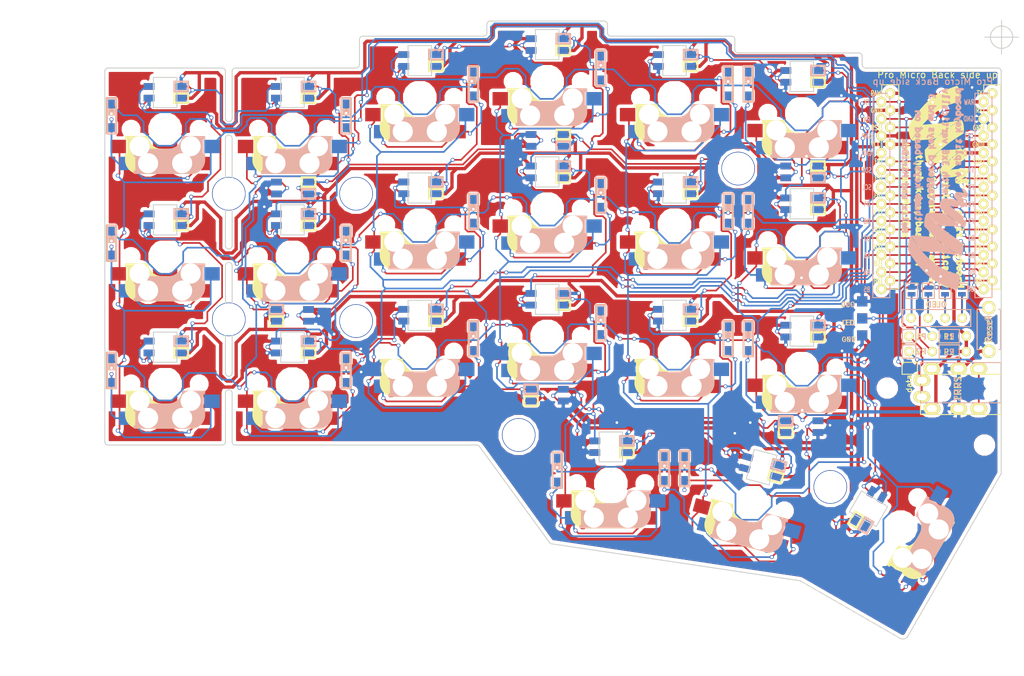
<source format=kicad_pcb>
(kicad_pcb (version 4) (host pcbnew 4.0.7)
  (title_block (title Crkbd) (date 2018/06/24) (rev 2.0α) (company foostan))
  (layers (0 F.Cu signal) (31 B.Cu signal) (34 B.Paste user) (35 F.Paste user) (36 B.SilkS user hide) (37 F.SilkS user hide) (38 B.Mask user) (39 F.Mask user) (44 Edge.Cuts user))
  (net 0 "")
  (net 1 row0)
  (net 2 "Net-(D1-Pad2)")
  (net 3 row1)
  (net 4 "Net-(D2-Pad2)")
  (net 5 row2)
  (net 6 "Net-(D3-Pad2)")
  (net 7 row3)
  (net 8 "Net-(D4-Pad2)")
  (net 9 "Net-(D5-Pad2)")
  (net 10 "Net-(D6-Pad2)")
  (net 11 "Net-(D7-Pad2)")
  (net 12 "Net-(D8-Pad2)")
  (net 13 "Net-(D9-Pad2)")
  (net 14 "Net-(D10-Pad2)")
  (net 15 "Net-(D11-Pad2)")
  (net 16 "Net-(D12-Pad2)")
  (net 17 "Net-(D13-Pad2)")
  (net 18 "Net-(D14-Pad2)")
  (net 19 "Net-(D15-Pad2)")
  (net 20 "Net-(D16-Pad2)")
  (net 21 "Net-(D17-Pad2)")
  (net 22 "Net-(D18-Pad2)")
  (net 23 "Net-(D19-Pad2)")
  (net 24 "Net-(D20-Pad2)")
  (net 25 "Net-(D21-Pad2)")
  (net 26 GND)
  (net 27 VCC)
  (net 28 col0)
  (net 29 col1)
  (net 30 col2)
  (net 31 col3)
  (net 32 col4)
  (net 33 col5)
  (net 34 LED)
  (net 35 data)
  (net 36 "Net-(L1-Pad3)")
  (net 37 "Net-(L1-Pad1)")
  (net 38 "Net-(L3-Pad3)")
  (net 39 "Net-(L10-Pad1)")
  (net 40 "Net-(L11-Pad1)")
  (net 41 "Net-(L13-Pad1)")
  (net 42 "Net-(L14-Pad3)")
  (net 43 "Net-(L10-Pad3)")
  (net 44 "Net-(L12-Pad1)")
  (net 45 "Net-(L13-Pad3)")
  (net 46 "Net-(L15-Pad3)")
  (net 47 "Net-(L16-Pad3)")
  (net 48 reset)
  (net 49 SCL)
  (net 50 SDA)
  (net 51 "Net-(L5-Pad3)")
  (net 52 "Net-(U1-Pad14)")
  (net 53 "Net-(U1-Pad13)")
  (net 54 "Net-(U1-Pad12)")
  (net 55 "Net-(U1-Pad11)")
  (net 56 "Net-(J2-Pad1)")
  (net 57 "Net-(J2-Pad2)")
  (net 58 "Net-(J2-Pad3)")
  (net 59 "Net-(J2-Pad4)")
  (net 60 "Net-(L2-Pad3)")
  (net 61 "Net-(L3-Pad1)")
  (net 62 "Net-(L11-Pad3)")
  (net 63 "Net-(L14-Pad1)")
  (net 64 "Net-(L12-Pad3)")
  (net 65 "Net-(L17-Pad1)")
  (net 66 "Net-(L18-Pad3)")
  (net 67 "Net-(L19-Pad3)")
  (net 68 "Net-(J1-PadA)")
  (net 69 "Net-(J1-PadB)")
  (net 70 "Net-(U1-Pad24)")
  (net 71 "Net-(L21-Pad3)")
  (net 72 "Net-(L22-Pad3)")
  (net 73 "Net-(L22-Pad1)")
  (net 74 "Net-(L23-Pad3)")
  (net 75 "Net-(L25-Pad1)")
  (net 76 "Net-(L26-Pad1)")
  (module kbd:R (layer F.Cu) (at 187 108 180)
    (fp_text reference R1 (at 0.05 -0.08 180) (layer F.SilkS) (effects (font (size 0.8128 0.8128))))
    (fp_text value R hide)
    (fp_text user R1 (at 0 -0.0635 180) (layer B.SilkS) (effects (font (size 0.8128 0.8128)) (justify mirror)))
    (pad 1 thru_hole circle (at -2.54 0 180) (size 1.397 1.397) (drill 0.8128) (layers *.Cu *.Mask F.SilkS) (net 27 VCC))
    (pad 2 thru_hole circle (at 2.54 0 180) (size 1.397 1.397) (drill 0.8128) (layers *.Cu *.Mask F.SilkS) (net 50 SDA))
  )
  (module kbd:R (layer F.Cu) (at 187 110.3 180)
    (fp_text reference R2 (at 0.05 -0.08 180) (layer F.SilkS) (effects (font (size 0.8128 0.8128))))
    (fp_text value R hide)
    (fp_text user R2 (at 0 -0.0635 180) (layer B.SilkS) (effects (font (size 0.8128 0.8128)) (justify mirror)))
    (pad 1 thru_hole circle (at -2.54 0 180) (size 1.397 1.397) (drill 0.8128) (layers *.Cu *.Mask F.SilkS) (net 27 VCC))
    (pad 2 thru_hole circle (at 2.54 0 180) (size 1.397 1.397) (drill 0.8128) (layers *.Cu *.Mask F.SilkS) (net 49 SCL))
  )
  (module kbd:Jumper (layer F.Cu) (at 188.875 101.25 270)
    (fp_text reference JP2 hide)
    (fp_text value " " (at -2.25 -0.125 270) (layer F.SilkS) (effects (font (size 0.8128 0.8128))))
    (pad 1 smd rect (at -0.50038 0 270) (size 0.635 1.143) (layers F.Cu F.Paste F.Mask) (net 26 GND) (clearance 0.1905))
    (pad 2 smd rect (at 0.50038 0 270) (size 0.635 1.143) (layers F.Cu F.Paste F.Mask) (net 59 "Net-(J2-Pad4)") (clearance 0.1905))
  )
  (module kbd:Jumper (layer F.Cu) (at 186.375 101.25 270)
    (fp_text reference JP3 hide)
    (fp_text value " " (at -2.25 0.125 270) (layer F.SilkS) (effects (font (size 0.8128 0.8128))))
    (pad 1 smd rect (at -0.50038 0 270) (size 0.635 1.143) (layers F.Cu F.Paste F.Mask) (net 27 VCC) (clearance 0.1905))
    (pad 2 smd rect (at 0.50038 0 270) (size 0.635 1.143) (layers F.Cu F.Paste F.Mask) (net 58 "Net-(J2-Pad3)") (clearance 0.1905))
  )
  (module kbd:Jumper (layer F.Cu) (at 183.875 101.25 270)
    (fp_text reference JP4 hide)
    (fp_text value " " (at -2.5 -0.125 270) (layer F.SilkS) (effects (font (size 0.8128 0.8128))))
    (pad 1 smd rect (at -0.50038 0 270) (size 0.635 1.143) (layers F.Cu F.Paste F.Mask) (net 49 SCL) (clearance 0.1905))
    (pad 2 smd rect (at 0.50038 0 270) (size 0.635 1.143) (layers F.Cu F.Paste F.Mask) (net 57 "Net-(J2-Pad2)") (clearance 0.1905))
  )
  (module kbd:Jumper (layer F.Cu) (at 181.375 101.25 270)
    (fp_text reference JP5 hide)
    (fp_text value " " (at -2.25 -0.125 270) (layer F.SilkS) (effects (font (size 0.8128 0.8128))))
    (pad 1 smd rect (at -0.50038 0 270) (size 0.635 1.143) (layers F.Cu F.Paste F.Mask) (net 50 SDA) (clearance 0.1905))
    (pad 2 smd rect (at 0.50038 0 270) (size 0.635 1.143) (layers F.Cu F.Paste F.Mask) (net 56 "Net-(J2-Pad1)") (clearance 0.1905))
  )
  (module kbd:Jumper (layer B.Cu) (at 188.875 101.25 270)
    (fp_text reference JP6 hide)
    (fp_text value " " (at -2.794 0 270) (layer B.SilkS) (effects (font (size 0.8128 0.8128)) (justify mirror)))
    (pad 1 smd rect (at -0.50038 0 270) (size 0.635 1.143) (layers B.Cu B.Paste B.Mask) (net 50 SDA) (clearance 0.1905))
    (pad 2 smd rect (at 0.50038 0 270) (size 0.635 1.143) (layers B.Cu B.Paste B.Mask) (net 59 "Net-(J2-Pad4)") (clearance 0.1905))
  )
  (module kbd:Jumper (layer B.Cu) (at 186.375 101.25 270)
    (fp_text reference JP7 hide)
    (fp_text value " " (at -2.794 0 270) (layer B.SilkS) (effects (font (size 0.8128 0.8128)) (justify mirror)))
    (pad 1 smd rect (at -0.50038 0 270) (size 0.635 1.143) (layers B.Cu B.Paste B.Mask) (net 49 SCL) (clearance 0.1905))
    (pad 2 smd rect (at 0.50038 0 270) (size 0.635 1.143) (layers B.Cu B.Paste B.Mask) (net 58 "Net-(J2-Pad3)") (clearance 0.1905))
  )
  (module kbd:Jumper (layer B.Cu) (at 183.875 101.25 270)
    (fp_text reference JP8 hide)
    (fp_text value " " (at -2.794 0 270) (layer B.SilkS) (effects (font (size 0.8128 0.8128)) (justify mirror)))
    (pad 1 smd rect (at -0.50038 0 270) (size 0.635 1.143) (layers B.Cu B.Paste B.Mask) (net 27 VCC) (clearance 0.1905))
    (pad 2 smd rect (at 0.50038 0 270) (size 0.635 1.143) (layers B.Cu B.Paste B.Mask) (net 57 "Net-(J2-Pad2)") (clearance 0.1905))
  )
  (module kbd:Jumper (layer B.Cu) (at 181.375 101.25 270)
    (fp_text reference JP9 hide)
    (fp_text value " " (at -2.794 0 270) (layer B.SilkS) (effects (font (size 0.8128 0.8128)) (justify mirror)))
    (pad 1 smd rect (at -0.50038 0 270) (size 0.635 1.143) (layers B.Cu B.Paste B.Mask) (net 26 GND) (clearance 0.1905))
    (pad 2 smd rect (at 0.50038 0 270) (size 0.635 1.143) (layers B.Cu B.Paste B.Mask) (net 56 "Net-(J2-Pad1)") (clearance 0.1905))
  )
  (module kbd:StripLED_rev (layer F.Cu) (at 174 107.9 180)
    (fp_text reference J3 hide)
    (fp_text value LED hide)
    (pad 3 smd rect (at 0 5.08 180) (size 1.524 1.524) (layers F.Cu F.Paste F.Mask) (net 27 VCC))
    (pad 2 smd rect (at 0 2.54 180) (size 1.524 1.524) (layers F.Cu F.Paste F.Mask) (net 34 LED))
    (pad 1 smd rect (at 0 0 180) (size 1.524 1.524) (layers F.Cu F.Paste F.Mask) (net 26 GND))
    (pad 1 smd rect (at 0 5.08 180) (size 1.524 1.524) (layers B.Cu B.Paste B.Mask) (net 26 GND))
    (pad 2 smd rect (at 0 2.54 180) (size 1.524 1.524) (layers B.Cu B.Paste B.Mask) (net 34 LED))
    (pad 3 smd rect (at 0 0 180) (size 1.524 1.524) (layers B.Cu B.Paste B.Mask) (net 27 VCC))
  )
  (module kbd:OLED (layer F.Cu) (at 181.3 105.3)
    (fp_text reference OLED (at 3.7 -2 180) (layer F.SilkS) (effects (font (size 0.8128 0.8128))))
    (fp_text value OLED hide)
    (pad 1 thru_hole circle (at 0 0) (size 1.397 1.397) (drill 0.8128) (layers *.Cu *.Mask F.SilkS) (net 56 "Net-(J2-Pad1)"))
    (pad 2 thru_hole circle (at 2.54 0) (size 1.397 1.397) (drill 0.8128) (layers *.Cu *.Mask F.SilkS) (net 57 "Net-(J2-Pad2)"))
    (pad 3 thru_hole circle (at 5.08 0) (size 1.397 1.397) (drill 0.8128) (layers *.Cu *.Mask F.SilkS) (net 58 "Net-(J2-Pad3)"))
    (pad 4 thru_hole circle (at 7.62 0) (size 1.397 1.397) (drill 0.8128) (layers *.Cu *.Mask F.SilkS) (net 59 "Net-(J2-Pad4)"))
  )
  (module kbd:ProMicro_v2 (layer F.Cu) (at 185.75 86.25)
    (fp_text reference U1 hide)
    (fp_text value ProMicro hide)
    (fp_text user RAW (at 4.191 -13.1445) (layer B.SilkS) (effects (font (size 0.75 0.5) (thickness 0.125)) (justify mirror)))
    (fp_text user TX (at -11.049 -13.1445) (layer B.SilkS) (effects (font (size 0.75 0.5) (thickness 0.125)) (justify mirror)))
    (fp_text user GND (at 4.1275 -10.668) (layer B.SilkS) (effects (font (size 0.75 0.5) (thickness 0.125)) (justify mirror)))
    (fp_text user RX (at -11.049 -10.541) (layer B.SilkS) (effects (font (size 0.75 0.5) (thickness 0.125)) (justify mirror)))
    (fp_text user RST (at 4.191 -8.0645) (layer B.SilkS) (effects (font (size 0.75 0.5) (thickness 0.125)) (justify mirror)))
    (fp_text user GND (at -11.049 -8.0645) (layer B.SilkS) (effects (font (size 0.75 0.5) (thickness 0.125)) (justify mirror)))
    (fp_text user VCC (at 4.1275 -5.5245) (layer B.SilkS) (effects (font (size 0.75 0.5) (thickness 0.125)) (justify mirror)))
    (fp_text user GND (at -11.049 -5.5245) (layer B.SilkS) (effects (font (size 0.75 0.5) (thickness 0.125)) (justify mirror)))
    (fp_text user F7 (at 4.5085 4.6355) (layer B.SilkS) (effects (font (size 0.75 0.5) (thickness 0.125)) (justify mirror)))
    (fp_text user D4 (at -11.049 2.032) (layer B.SilkS) (effects (font (size 0.75 0.5) (thickness 0.125)) (justify mirror)))
    (fp_text user F6 (at 4.5085 2.0955) (layer B.SilkS) (effects (font (size 0.75 0.5) (thickness 0.125)) (justify mirror)))
    (fp_text user SCL (at -11.049 -0.4445) (layer B.SilkS) (effects (font (size 0.75 0.5) (thickness 0.125)) (justify mirror)))
    (fp_text user F5 (at 4.5085 -0.4445) (layer B.SilkS) (effects (font (size 0.75 0.5) (thickness 0.125)) (justify mirror)))
    (fp_text user SDA (at -11.049 -2.9845) (layer B.SilkS) (effects (font (size 0.75 0.5) (thickness 0.125)) (justify mirror)))
    (fp_text user F4 (at 4.445 -2.9845) (layer B.SilkS) (effects (font (size 0.75 0.5) (thickness 0.125)) (justify mirror)))
    (fp_text user B6 (at 4.445 14.732) (layer B.SilkS) (effects (font (size 0.75 0.5) (thickness 0.125)) (justify mirror)))
    (fp_text user B5 (at -11.049 14.7955) (layer B.SilkS) (effects (font (size 0.75 0.5) (thickness 0.125)) (justify mirror)))
    (fp_text user B4 (at -11.049 12.2555) (layer B.SilkS) (effects (font (size 0.75 0.5) (thickness 0.125)) (justify mirror)))
    (fp_text user B2 (at 4.5085 12.1285) (layer B.SilkS) (effects (font (size 0.75 0.5) (thickness 0.125)) (justify mirror)))
    (fp_text user E6 (at -11.049 9.7155) (layer B.SilkS) (effects (font (size 0.75 0.5) (thickness 0.125)) (justify mirror)))
    (fp_text user B3 (at 4.5085 9.7155) (layer B.SilkS) (effects (font (size 0.75 0.5) (thickness 0.125)) (justify mirror)))
    (fp_text user D7 (at -11.049 7.239) (layer B.SilkS) (effects (font (size 0.75 0.5) (thickness 0.125)) (justify mirror)))
    (fp_text user B1 (at 4.5085 7.112) (layer B.SilkS) (effects (font (size 0.75 0.5) (thickness 0.125)) (justify mirror)))
    (fp_text user D6 (at -11.049 4.6355) (layer B.SilkS) (effects (font (size 0.75 0.5) (thickness 0.125)) (justify mirror)))
    (fp_text user D6 (at 5.6515 3.302) (layer F.SilkS) (effects (font (size 0.75 0.5) (thickness 0.125))))
    (fp_text user B1 (at -9.4615 5.842) (layer F.SilkS) (effects (font (size 0.75 0.5) (thickness 0.125))))
    (fp_text user D7 (at 5.6515 5.9055) (layer F.SilkS) (effects (font (size 0.75 0.5) (thickness 0.125))))
    (fp_text user B3 (at -9.525 8.4455) (layer F.SilkS) (effects (font (size 0.75 0.5) (thickness 0.125))))
    (fp_text user E6 (at 5.588 8.4455) (layer F.SilkS) (effects (font (size 0.75 0.5) (thickness 0.125))))
    (fp_text user B2 (at -9.525 10.922) (layer F.SilkS) (effects (font (size 0.75 0.5) (thickness 0.125))))
    (fp_text user B4 (at 5.6515 10.922) (layer F.SilkS) (effects (font (size 0.75 0.5) (thickness 0.125))))
    (fp_text user B5 (at 5.6515 13.5255) (layer F.SilkS) (effects (font (size 0.75 0.5) (thickness 0.125))))
    (fp_text user B6 (at -9.525 13.5255) (layer F.SilkS) (effects (font (size 0.75 0.5) (thickness 0.125))))
    (fp_text user F4 (at -9.4615 -4.318) (layer F.SilkS) (effects (font (size 0.75 0.5) (thickness 0.125))))
    (fp_text user SDA (at 5.461 -4.318) (layer F.SilkS) (effects (font (size 0.75 0.5) (thickness 0.125))))
    (fp_text user F5 (at -9.4615 -1.778) (layer F.SilkS) (effects (font (size 0.75 0.5) (thickness 0.125))))
    (fp_text user SCL (at 5.461 -1.778) (layer F.SilkS) (effects (font (size 0.75 0.5) (thickness 0.125))))
    (fp_text user F6 (at -9.525 0.762) (layer F.SilkS) (effects (font (size 0.75 0.5) (thickness 0.125))))
    (fp_text user D4 (at 5.588 0.8255) (layer F.SilkS) (effects (font (size 0.75 0.5) (thickness 0.125))))
    (fp_text user F7 (at -9.525 3.3655) (layer F.SilkS) (effects (font (size 0.75 0.5) (thickness 0.125))))
    (fp_text user GND (at 5.461 -6.7945) (layer F.SilkS) (effects (font (size 0.75 0.5) (thickness 0.125))))
    (fp_text user VCC (at -9.7155 -6.858) (layer F.SilkS) (effects (font (size 0.75 0.5) (thickness 0.125))))
    (fp_text user GND (at 5.5245 -9.3345) (layer F.SilkS) (effects (font (size 0.75 0.5) (thickness 0.125))))
    (fp_text user RST (at -9.7155 -9.3345) (layer F.SilkS) (effects (font (size 0.75 0.5) (thickness 0.125))))
    (fp_text user RX (at 5.715 -11.938) (layer F.SilkS) (effects (font (size 0.75 0.5) (thickness 0.125))))
    (fp_text user GND (at -9.7155 -11.938) (layer F.SilkS) (effects (font (size 0.75 0.5) (thickness 0.125))))
    (fp_text user TX (at 5.7785 -14.478) (layer F.SilkS) (effects (font (size 0.75 0.5) (thickness 0.125))))
    (fp_text user RAW (at -9.7155 -14.478) (layer F.SilkS) (effects (font (size 0.75 0.5) (thickness 0.125))))
    (fp_text user "Pro Micro Back side up" (at -1.2065 -16.256) (layer B.SilkS) (effects (justify mirror)))
    (fp_text user "Pro Micro Back side up" (at -0.5 -17.25) (layer F.SilkS))
    (pad 24 thru_hole circle (at -7.5636 -14.478) (size 1.524 1.524) (drill 0.8128) (layers *.Cu *.Mask F.SilkS) (net 70 "Net-(U1-Pad24)"))
    (pad 23 thru_hole circle (at -7.5636 -11.938) (size 1.524 1.524) (drill 0.8128) (layers *.Cu *.Mask F.SilkS) (net 26 GND))
    (pad 22 thru_hole circle (at -7.5636 -9.398) (size 1.524 1.524) (drill 0.8128) (layers *.Cu *.Mask F.SilkS) (net 48 reset))
    (pad 21 thru_hole circle (at -7.5636 -6.858) (size 1.524 1.524) (drill 0.8128) (layers *.Cu *.Mask F.SilkS) (net 27 VCC))
    (pad 20 thru_hole circle (at -7.5636 -4.318) (size 1.524 1.524) (drill 0.8128) (layers *.Cu *.Mask F.SilkS) (net 28 col0))
    (pad 19 thru_hole circle (at -7.5636 -1.778) (size 1.524 1.524) (drill 0.8128) (layers *.Cu *.Mask F.SilkS) (net 29 col1))
    (pad 18 thru_hole circle (at -7.5636 0.762) (size 1.524 1.524) (drill 0.8128) (layers *.Cu *.Mask F.SilkS) (net 30 col2))
    (pad 17 thru_hole circle (at -7.5636 3.302) (size 1.524 1.524) (drill 0.8128) (layers *.Cu *.Mask F.SilkS) (net 31 col3))
    (pad 16 thru_hole circle (at -7.5636 5.842) (size 1.524 1.524) (drill 0.8128) (layers *.Cu *.Mask F.SilkS) (net 32 col4))
    (pad 15 thru_hole circle (at -7.5636 8.382) (size 1.524 1.524) (drill 0.8128) (layers *.Cu *.Mask F.SilkS) (net 33 col5))
    (pad 14 thru_hole circle (at -7.5636 10.922) (size 1.524 1.524) (drill 0.8128) (layers *.Cu *.Mask F.SilkS) (net 52 "Net-(U1-Pad14)"))
    (pad 13 thru_hole circle (at -7.5636 13.462) (size 1.524 1.524) (drill 0.8128) (layers *.Cu *.Mask F.SilkS) (net 53 "Net-(U1-Pad13)"))
    (pad 12 thru_hole circle (at 7.6564 13.462) (size 1.524 1.524) (drill 0.8128) (layers *.Cu *.Mask F.SilkS) (net 54 "Net-(U1-Pad12)"))
    (pad 11 thru_hole circle (at 7.6564 10.922) (size 1.524 1.524) (drill 0.8128) (layers *.Cu *.Mask F.SilkS) (net 55 "Net-(U1-Pad11)"))
    (pad 10 thru_hole circle (at 7.6564 8.382) (size 1.524 1.524) (drill 0.8128) (layers *.Cu *.Mask F.SilkS) (net 7 row3))
    (pad 9 thru_hole circle (at 7.6564 5.842) (size 1.524 1.524) (drill 0.8128) (layers *.Cu *.Mask F.SilkS) (net 5 row2))
    (pad 8 thru_hole circle (at 7.6564 3.302) (size 1.524 1.524) (drill 0.8128) (layers *.Cu *.Mask F.SilkS) (net 3 row1))
    (pad 7 thru_hole circle (at 7.6564 0.762) (size 1.524 1.524) (drill 0.8128) (layers *.Cu *.Mask F.SilkS) (net 1 row0))
    (pad 6 thru_hole circle (at 7.6564 -1.778) (size 1.524 1.524) (drill 0.8128) (layers *.Cu *.Mask F.SilkS) (net 49 SCL))
    (pad 5 thru_hole circle (at 7.6564 -4.318) (size 1.524 1.524) (drill 0.8128) (layers *.Cu *.Mask F.SilkS) (net 50 SDA))
    (pad 4 thru_hole circle (at 7.6564 -6.858) (size 1.524 1.524) (drill 0.8128) (layers *.Cu *.Mask F.SilkS) (net 26 GND))
    (pad 3 thru_hole circle (at 7.6564 -9.398) (size 1.524 1.524) (drill 0.8128) (layers *.Cu *.Mask F.SilkS) (net 26 GND))
    (pad 2 thru_hole circle (at 7.6564 -11.938) (size 1.524 1.524) (drill 0.8128) (layers *.Cu *.Mask F.SilkS) (net 35 data))
    (pad 1 thru_hole circle (at 7.6564 -14.478) (size 1.524 1.524) (drill 0.8128) (layers *.Cu *.Mask F.SilkS) (net 34 LED))
    (pad 1 thru_hole circle (at -8.89 -13.208) (size 1.524 1.524) (drill 0.8128) (layers *.Cu *.Mask F.SilkS) (net 34 LED))
    (pad 2 thru_hole circle (at -8.89 -10.668) (size 1.524 1.524) (drill 0.8128) (layers *.Cu *.Mask F.SilkS) (net 35 data))
    (pad 3 thru_hole circle (at -8.89 -8.128) (size 1.524 1.524) (drill 0.8128) (layers *.Cu *.Mask F.SilkS) (net 26 GND))
    (pad 4 thru_hole circle (at -8.89 -5.588) (size 1.524 1.524) (drill 0.8128) (layers *.Cu *.Mask F.SilkS) (net 26 GND))
    (pad 5 thru_hole circle (at -8.89 -3.048) (size 1.524 1.524) (drill 0.8128) (layers *.Cu *.Mask F.SilkS) (net 50 SDA))
    (pad 6 thru_hole circle (at -8.89 -0.508) (size 1.524 1.524) (drill 0.8128) (layers *.Cu *.Mask F.SilkS) (net 49 SCL))
    (pad 7 thru_hole circle (at -8.89 2.032) (size 1.524 1.524) (drill 0.8128) (layers *.Cu *.Mask F.SilkS) (net 1 row0))
    (pad 8 thru_hole circle (at -8.89 4.572) (size 1.524 1.524) (drill 0.8128) (layers *.Cu *.Mask F.SilkS) (net 3 row1))
    (pad 9 thru_hole circle (at -8.89 7.112) (size 1.524 1.524) (drill 0.8128) (layers *.Cu *.Mask F.SilkS) (net 5 row2))
    (pad 10 thru_hole circle (at -8.89 9.652) (size 1.524 1.524) (drill 0.8128) (layers *.Cu *.Mask F.SilkS) (net 7 row3))
    (pad 11 thru_hole circle (at -8.89 12.192) (size 1.524 1.524) (drill 0.8128) (layers *.Cu *.Mask F.SilkS) (net 55 "Net-(U1-Pad11)"))
    (pad 12 thru_hole circle (at -8.89 14.732) (size 1.524 1.524) (drill 0.8128) (layers *.Cu *.Mask F.SilkS) (net 54 "Net-(U1-Pad12)"))
    (pad 13 thru_hole circle (at 6.35 14.732) (size 1.524 1.524) (drill 0.8128) (layers *.Cu *.Mask F.SilkS) (net 53 "Net-(U1-Pad13)"))
    (pad 14 thru_hole circle (at 6.35 12.192) (size 1.524 1.524) (drill 0.8128) (layers *.Cu *.Mask F.SilkS) (net 52 "Net-(U1-Pad14)"))
    (pad 15 thru_hole circle (at 6.35 9.652) (size 1.524 1.524) (drill 0.8128) (layers *.Cu *.Mask F.SilkS) (net 33 col5))
    (pad 16 thru_hole circle (at 6.35 7.112) (size 1.524 1.524) (drill 0.8128) (layers *.Cu *.Mask F.SilkS) (net 32 col4))
    (pad 17 thru_hole circle (at 6.35 4.572) (size 1.524 1.524) (drill 0.8128) (layers *.Cu *.Mask F.SilkS) (net 31 col3))
    (pad 18 thru_hole circle (at 6.35 2.032) (size 1.524 1.524) (drill 0.8128) (layers *.Cu *.Mask F.SilkS) (net 30 col2))
    (pad 19 thru_hole circle (at 6.35 -0.508) (size 1.524 1.524) (drill 0.8128) (layers *.Cu *.Mask F.SilkS) (net 29 col1))
    (pad 20 thru_hole circle (at 6.35 -3.048) (size 1.524 1.524) (drill 0.8128) (layers *.Cu *.Mask F.SilkS) (net 28 col0))
    (pad 21 thru_hole circle (at 6.35 -5.588) (size 1.524 1.524) (drill 0.8128) (layers *.Cu *.Mask F.SilkS) (net 27 VCC))
    (pad 22 thru_hole circle (at 6.35 -8.128) (size 1.524 1.524) (drill 0.8128) (layers *.Cu *.Mask F.SilkS) (net 48 reset))
    (pad 23 thru_hole circle (at 6.35 -10.668) (size 1.524 1.524) (drill 0.8128) (layers *.Cu *.Mask F.SilkS) (net 26 GND))
    (pad 24 thru_hole circle (at 6.35 -13.208) (size 1.524 1.524) (drill 0.8128) (layers *.Cu *.Mask F.SilkS) (net 70 "Net-(U1-Pad24)"))
  )
  (module kbd:LEGO_HOLE (layer F.Cu) (at 79.5 105.5)
    (fp_text reference "" (at 0 -3.2) (layer F.SilkS))
    (fp_text value "")
    (pad "" thru_hole circle (at 0 0) (size 5 5) (drill 4.8) (layers *.Cu *.Mask))
  )
  (module kbd:LEGO_HOLE (layer F.Cu) (at 177.75 115.75)
    (fp_text reference "" (at 0 -3.2) (layer F.SilkS))
    (fp_text value "")
    (pad "" np_thru_hole circle (at 0 0) (size 2.2 2.2) (drill 2.2) (layers *.Cu *.Mask))
  )
  (module kbd:LEGO_HOLE (layer F.Cu) (at 192.25 124.25)
    (fp_text reference "" (at 0 -3.2) (layer F.SilkS))
    (fp_text value "")
    (pad "" np_thru_hole circle (at 0 0) (size 2.2 2.2) (drill 2.2) (layers *.Cu *.Mask))
  )
  (module kbd:LEGO_HOLE (layer F.Cu) (at 79.5 86.75)
    (fp_text reference "" (at 0 -3.2) (layer F.SilkS))
    (fp_text value "")
    (pad "" thru_hole circle (at 0 0) (size 5 5) (drill 4.8) (layers *.Cu *.Mask))
  )
  (module kbd:LEGO_HOLE (layer F.Cu) (at 98.5 86.75)
    (fp_text reference "" (at 0 -3.2) (layer F.SilkS))
    (fp_text value "")
    (pad "" thru_hole circle (at 0 0) (size 5 5) (drill 4.8) (layers *.Cu *.Mask))
  )
  (module kbd:LEGO_HOLE (layer F.Cu) (at 98.5 105.75)
    (fp_text reference "" (at 0 -3.2) (layer F.SilkS))
    (fp_text value "")
    (pad "" thru_hole circle (at 0 0) (size 5 5) (drill 4.8) (layers *.Cu *.Mask))
  )
  (module kbd:LEGO_HOLE (layer F.Cu) (at 155.5 83)
    (fp_text reference "" (at 0 -3.2) (layer F.SilkS))
    (fp_text value "")
    (pad "" thru_hole circle (at 0 0) (size 5 5) (drill 4.8) (layers *.Cu *.Mask))
  )
  (module kbd:LEGO_HOLE (layer F.Cu) (at 122.75 122.75)
    (fp_text reference "" (at 0 -3.2) (layer F.SilkS))
    (fp_text value "")
    (pad "" thru_hole circle (at 0 0) (size 5 5) (drill 4.8) (layers *.Cu *.Mask))
  )
  (module kbd:LEGO_HOLE (layer F.Cu) (at 169.25 130.5)
    (fp_text reference "" (at 0 -3.2) (layer F.SilkS))
    (fp_text value "")
    (pad "" thru_hole circle (at 0 0) (size 5 5) (drill 4.8) (layers *.Cu *.Mask))
  )
  (module kbd:1pin_conn (layer F.Cu) (at 181 108)
    (fp_text reference P1 (at 1.9 0.1) (layer F.SilkS) (effects (font (size 0.8128 0.8128))))
    (fp_text value i2c-pin hide)
    (fp_text user P1 (at 1.8 0.1) (layer B.SilkS) (effects (font (size 0.8128 0.8128)) (justify mirror)))
    (pad 1 thru_hole circle (at 0 0) (size 1.397 1.397) (drill 0.8128) (layers *.Cu *.Mask F.SilkS) (net 68 "Net-(J1-PadA)"))
  )
  (module kbd:1pin_conn (layer F.Cu) (at 181 110.3)
    (fp_text reference P2 (at 1.8 0) (layer F.SilkS) (effects (font (size 0.8128 0.8128))))
    (fp_text value i2c-pin hide)
    (fp_text user P2 (at 1.8 0) (layer B.SilkS) (effects (font (size 0.8128 0.8128)) (justify mirror)))
    (pad 1 thru_hole circle (at 0 0) (size 1.397 1.397) (drill 0.8128) (layers *.Cu *.Mask F.SilkS) (net 69 "Net-(J1-PadB)"))
  )
  (module kbd:ResetSW (layer F.Cu) (at 192.9 107 90)
    (fp_text reference RSW1 hide)
    (fp_text value Reset (at 0 0 90) (layer F.SilkS))
    (fp_text user Reset (at 0.127 0 90) (layer B.SilkS) (effects (justify mirror)))
    (pad 1 thru_hole circle (at 3.25 0 90) (size 2 2) (drill 1.3) (layers *.Cu *.Mask F.SilkS) (net 48 reset))
    (pad 2 thru_hole circle (at -3.25 0 90) (size 2 2) (drill 1.3) (layers *.Cu *.Mask F.SilkS) (net 26 GND))
  )
  (module kbd:MJ-4PP-9 (layer F.Cu) (at 194.7 116.7 270)
    (fp_text reference TRRS (at -0.889 6.4135 270) (layer F.SilkS))
    (fp_text value MJ-4PP-9 hide)
    (fp_text user TRRS (at -0.8255 6.4135 270) (layer B.SilkS) (effects (justify mirror)))
    (pad "" np_thru_hole circle (at -1.75 8.5 270) (size 1.2 1.2) (drill 1.2) (layers *.Cu *.Mask F.SilkS))
    (pad "" np_thru_hole circle (at -1.75 1.5 270) (size 1.2 1.2) (drill 1.2) (layers *.Cu *.Mask F.SilkS))
    (pad D thru_hole oval (at -3.85 10.3 270) (size 1.7 2.5) (drill oval 1 1.5) (layers *.Cu *.Mask F.SilkS) (net 27 VCC) (clearance 0.15))
    (pad A thru_hole oval (at 0.35 11.8 270) (size 1.7 2.5) (drill oval 1 1.5) (layers *.Cu *.Mask F.SilkS) (net 68 "Net-(J1-PadA)") (clearance 0.15))
    (pad B thru_hole oval (at -3.85 3.3 270) (size 1.7 2.5) (drill oval 1 1.5) (layers *.Cu *.Mask F.SilkS) (net 69 "Net-(J1-PadB)"))
    (pad C thru_hole oval (at -3.85 6.3 270) (size 1.7 2.5) (drill oval 1 1.5) (layers *.Cu *.Mask F.SilkS) (net 26 GND))
    (pad "" np_thru_hole circle (at 0 1.5 270) (size 1.2 1.2) (drill 1.2) (layers *.Cu *.Mask F.SilkS))
    (pad "" np_thru_hole circle (at 0 8.5 270) (size 1.2 1.2) (drill 1.2) (layers *.Cu *.Mask F.SilkS))
    (pad B thru_hole oval (at 2.1 3.3 270) (size 1.7 2.5) (drill oval 1 1.5) (layers *.Cu *.Mask F.SilkS) (net 69 "Net-(J1-PadB)"))
    (pad C thru_hole oval (at 2.1 6.3 270) (size 1.7 2.5) (drill oval 1 1.5) (layers *.Cu *.Mask F.SilkS) (net 26 GND))
    (pad D thru_hole oval (at 2.1 10.3 270) (size 1.7 2.5) (drill oval 1 1.5) (layers *.Cu *.Mask F.SilkS) (net 27 VCC) (clearance 0.15))
    (pad A thru_hole oval (at -2.1 11.8 270) (size 1.7 2.5) (drill oval 1 1.5) (layers *.Cu *.Mask F.SilkS) (net 68 "Net-(J1-PadA)") (clearance 0.15))
  )
  (module kbd:corne_logo_text (layer B.Cu) (at 184.1 85.9)
    (fp_text reference G*** hide)
    (fp_text value LOGO hide)
  )
  (module kbd:corne_logo_text (layer F.Cu) (at 184.2 85.9)
    (fp_text reference G*** hide)
    (fp_text value LOGO hide)
  )
  (module kbd:CherryMX_Hotswap (layer F.Cu) (at 127 108 180)
    (fp_text reference SW16 hide)
    (fp_text value SW_PUSH hide)
    (pad 1 smd rect (at -7 -2.58) (size 2.3 2) (layers B.Cu B.Paste B.Mask) (net 31 col3))
    (pad 1 smd rect (at 7 -2.58) (size 2.3 2) (layers F.Cu F.Paste F.Mask) (net 31 col3))
    (pad 2 smd rect (at -5.7 -5.12) (size 2.3 2) (layers F.Cu F.Paste F.Mask) (net 20 "Net-(D16-Pad2)"))
    (pad "" np_thru_hole circle (at -3.81 -2.54) (size 3 3) (drill 3) (layers *.Cu *.Mask))
    (pad "" np_thru_hole circle (at -2.54 -5.08) (size 3 3) (drill 3) (layers *.Cu *.Mask))
    (pad "" np_thru_hole circle (at 3.81 -2.54) (size 3 3) (drill 3) (layers *.Cu *.Mask))
    (pad "" np_thru_hole circle (at 2.54 -5.08) (size 3 3) (drill 3) (layers *.Cu *.Mask))
    (pad "" np_thru_hole circle (at 0 0 270) (size 4 4) (drill 4) (layers *.Cu *.Mask F.SilkS))
    (pad "" np_thru_hole circle (at 5.08 0 180) (size 1.8 1.8) (drill 1.8) (layers *.Cu *.Mask F.SilkS))
    (pad "" np_thru_hole circle (at -5.08 0 180) (size 1.8 1.8) (drill 1.8) (layers *.Cu *.Mask F.SilkS))
    (pad 2 smd rect (at 5.7 -5.12) (size 2.3 2) (layers B.Cu B.Paste B.Mask) (net 20 "Net-(D16-Pad2)"))
  )
  (module kbd:CherryMX_Hotswap (layer F.Cu) (at 157.5 132.75 165)
    (fp_text reference SW20 hide)
    (fp_text value SW_PUSH hide)
    (pad 1 smd rect (at -7 -2.58 345) (size 2.3 2) (layers B.Cu B.Paste B.Mask) (net 32 col4))
    (pad 1 smd rect (at 7 -2.58 345) (size 2.3 2) (layers F.Cu F.Paste F.Mask) (net 32 col4))
    (pad 2 smd rect (at -5.7 -5.12 345) (size 2.3 2) (layers F.Cu F.Paste F.Mask) (net 24 "Net-(D20-Pad2)"))
    (pad "" np_thru_hole circle (at -3.81 -2.54 345) (size 3 3) (drill 3) (layers *.Cu *.Mask))
    (pad "" np_thru_hole circle (at -2.54 -5.08 345) (size 3 3) (drill 3) (layers *.Cu *.Mask))
    (pad "" np_thru_hole circle (at 3.81 -2.54 345) (size 3 3) (drill 3) (layers *.Cu *.Mask))
    (pad "" np_thru_hole circle (at 2.54 -5.08 345) (size 3 3) (drill 3) (layers *.Cu *.Mask))
    (pad "" np_thru_hole circle (at 0 0 255) (size 4 4) (drill 4) (layers *.Cu *.Mask F.SilkS))
    (pad "" np_thru_hole circle (at 5.08 0 165) (size 1.8 1.8) (drill 1.8) (layers *.Cu *.Mask F.SilkS))
    (pad "" np_thru_hole circle (at -5.08 0 165) (size 1.8 1.8) (drill 1.8) (layers *.Cu *.Mask F.SilkS))
    (pad 2 smd rect (at 5.7 -5.12 345) (size 2.3 2) (layers B.Cu B.Paste B.Mask) (net 24 "Net-(D20-Pad2)"))
  )
  (module kbd:CherryMX_Hotswap (layer F.Cu) (at 136.5 130 180)
    (fp_text reference SW19 hide)
    (fp_text value SW_PUSH hide)
    (pad 1 smd rect (at -7 -2.58) (size 2.3 2) (layers B.Cu B.Paste B.Mask) (net 31 col3))
    (pad 1 smd rect (at 7 -2.58) (size 2.3 2) (layers F.Cu F.Paste F.Mask) (net 31 col3))
    (pad 2 smd rect (at -5.7 -5.12) (size 2.3 2) (layers F.Cu F.Paste F.Mask) (net 23 "Net-(D19-Pad2)"))
    (pad "" np_thru_hole circle (at -3.81 -2.54) (size 3 3) (drill 3) (layers *.Cu *.Mask))
    (pad "" np_thru_hole circle (at -2.54 -5.08) (size 3 3) (drill 3) (layers *.Cu *.Mask))
    (pad "" np_thru_hole circle (at 3.81 -2.54) (size 3 3) (drill 3) (layers *.Cu *.Mask))
    (pad "" np_thru_hole circle (at 2.54 -5.08) (size 3 3) (drill 3) (layers *.Cu *.Mask))
    (pad "" np_thru_hole circle (at 0 0 270) (size 4 4) (drill 4) (layers *.Cu *.Mask F.SilkS))
    (pad "" np_thru_hole circle (at 5.08 0 180) (size 1.8 1.8) (drill 1.8) (layers *.Cu *.Mask F.SilkS))
    (pad "" np_thru_hole circle (at -5.08 0 180) (size 1.8 1.8) (drill 1.8) (layers *.Cu *.Mask F.SilkS))
    (pad 2 smd rect (at 5.7 -5.12) (size 2.3 2) (layers B.Cu B.Paste B.Mask) (net 23 "Net-(D19-Pad2)"))
  )
  (module kbd:CherryMX_Hotswap (layer F.Cu) (at 165 112.75 180)
    (fp_text reference SW18 hide)
    (fp_text value SW_PUSH hide)
    (pad 1 smd rect (at -7 -2.58) (size 2.3 2) (layers B.Cu B.Paste B.Mask) (net 33 col5))
    (pad 1 smd rect (at 7 -2.58) (size 2.3 2) (layers F.Cu F.Paste F.Mask) (net 33 col5))
    (pad 2 smd rect (at -5.7 -5.12) (size 2.3 2) (layers F.Cu F.Paste F.Mask) (net 22 "Net-(D18-Pad2)"))
    (pad "" np_thru_hole circle (at -3.81 -2.54) (size 3 3) (drill 3) (layers *.Cu *.Mask))
    (pad "" np_thru_hole circle (at -2.54 -5.08) (size 3 3) (drill 3) (layers *.Cu *.Mask))
    (pad "" np_thru_hole circle (at 3.81 -2.54) (size 3 3) (drill 3) (layers *.Cu *.Mask))
    (pad "" np_thru_hole circle (at 2.54 -5.08) (size 3 3) (drill 3) (layers *.Cu *.Mask))
    (pad "" np_thru_hole circle (at 0 0 270) (size 4 4) (drill 4) (layers *.Cu *.Mask F.SilkS))
    (pad "" np_thru_hole circle (at 5.08 0 180) (size 1.8 1.8) (drill 1.8) (layers *.Cu *.Mask F.SilkS))
    (pad "" np_thru_hole circle (at -5.08 0 180) (size 1.8 1.8) (drill 1.8) (layers *.Cu *.Mask F.SilkS))
    (pad 2 smd rect (at 5.7 -5.12) (size 2.3 2) (layers B.Cu B.Paste B.Mask) (net 22 "Net-(D18-Pad2)"))
  )
  (module kbd:CherryMX_Hotswap (layer F.Cu) (at 108 110.375 180)
    (fp_text reference SW15 hide)
    (fp_text value SW_PUSH hide)
    (pad 1 smd rect (at -7 -2.58) (size 2.3 2) (layers B.Cu B.Paste B.Mask) (net 30 col2))
    (pad 1 smd rect (at 7 -2.58) (size 2.3 2) (layers F.Cu F.Paste F.Mask) (net 30 col2))
    (pad 2 smd rect (at -5.7 -5.12) (size 2.3 2) (layers F.Cu F.Paste F.Mask) (net 19 "Net-(D15-Pad2)"))
    (pad "" np_thru_hole circle (at -3.81 -2.54) (size 3 3) (drill 3) (layers *.Cu *.Mask))
    (pad "" np_thru_hole circle (at -2.54 -5.08) (size 3 3) (drill 3) (layers *.Cu *.Mask))
    (pad "" np_thru_hole circle (at 3.81 -2.54) (size 3 3) (drill 3) (layers *.Cu *.Mask))
    (pad "" np_thru_hole circle (at 2.54 -5.08) (size 3 3) (drill 3) (layers *.Cu *.Mask))
    (pad "" np_thru_hole circle (at 0 0 270) (size 4 4) (drill 4) (layers *.Cu *.Mask F.SilkS))
    (pad "" np_thru_hole circle (at 5.08 0 180) (size 1.8 1.8) (drill 1.8) (layers *.Cu *.Mask F.SilkS))
    (pad "" np_thru_hole circle (at -5.08 0 180) (size 1.8 1.8) (drill 1.8) (layers *.Cu *.Mask F.SilkS))
    (pad 2 smd rect (at 5.7 -5.12) (size 2.3 2) (layers B.Cu B.Paste B.Mask) (net 19 "Net-(D15-Pad2)"))
  )
  (module kbd:CherryMX_Hotswap (layer F.Cu) (at 89 115.125 180)
    (fp_text reference SW14 hide)
    (fp_text value SW_PUSH hide)
    (pad 1 smd rect (at -7 -2.58) (size 2.3 2) (layers B.Cu B.Paste B.Mask) (net 29 col1))
    (pad 1 smd rect (at 7 -2.58) (size 2.3 2) (layers F.Cu F.Paste F.Mask) (net 29 col1))
    (pad 2 smd rect (at -5.7 -5.12) (size 2.3 2) (layers F.Cu F.Paste F.Mask) (net 18 "Net-(D14-Pad2)"))
    (pad "" np_thru_hole circle (at -3.81 -2.54) (size 3 3) (drill 3) (layers *.Cu *.Mask))
    (pad "" np_thru_hole circle (at -2.54 -5.08) (size 3 3) (drill 3) (layers *.Cu *.Mask))
    (pad "" np_thru_hole circle (at 3.81 -2.54) (size 3 3) (drill 3) (layers *.Cu *.Mask))
    (pad "" np_thru_hole circle (at 2.54 -5.08) (size 3 3) (drill 3) (layers *.Cu *.Mask))
    (pad "" np_thru_hole circle (at 0 0 270) (size 4 4) (drill 4) (layers *.Cu *.Mask F.SilkS))
    (pad "" np_thru_hole circle (at 5.08 0 180) (size 1.8 1.8) (drill 1.8) (layers *.Cu *.Mask F.SilkS))
    (pad "" np_thru_hole circle (at -5.08 0 180) (size 1.8 1.8) (drill 1.8) (layers *.Cu *.Mask F.SilkS))
    (pad 2 smd rect (at 5.7 -5.12) (size 2.3 2) (layers B.Cu B.Paste B.Mask) (net 18 "Net-(D14-Pad2)"))
  )
  (module kbd:CherryMX_Hotswap (layer F.Cu) (at 70 115.125 180)
    (fp_text reference SW13 hide)
    (fp_text value SW_PUSH hide)
    (pad 1 smd rect (at -7 -2.58) (size 2.3 2) (layers B.Cu B.Paste B.Mask) (net 28 col0))
    (pad 1 smd rect (at 7 -2.58) (size 2.3 2) (layers F.Cu F.Paste F.Mask) (net 28 col0))
    (pad 2 smd rect (at -5.7 -5.12) (size 2.3 2) (layers F.Cu F.Paste F.Mask) (net 17 "Net-(D13-Pad2)"))
    (pad "" np_thru_hole circle (at -3.81 -2.54) (size 3 3) (drill 3) (layers *.Cu *.Mask))
    (pad "" np_thru_hole circle (at -2.54 -5.08) (size 3 3) (drill 3) (layers *.Cu *.Mask))
    (pad "" np_thru_hole circle (at 3.81 -2.54) (size 3 3) (drill 3) (layers *.Cu *.Mask))
    (pad "" np_thru_hole circle (at 2.54 -5.08) (size 3 3) (drill 3) (layers *.Cu *.Mask))
    (pad "" np_thru_hole circle (at 0 0 270) (size 4 4) (drill 4) (layers *.Cu *.Mask F.SilkS))
    (pad "" np_thru_hole circle (at 5.08 0 180) (size 1.8 1.8) (drill 1.8) (layers *.Cu *.Mask F.SilkS))
    (pad "" np_thru_hole circle (at -5.08 0 180) (size 1.8 1.8) (drill 1.8) (layers *.Cu *.Mask F.SilkS))
    (pad 2 smd rect (at 5.7 -5.12) (size 2.3 2) (layers B.Cu B.Paste B.Mask) (net 17 "Net-(D13-Pad2)"))
  )
  (module kbd:CherryMX_Hotswap (layer F.Cu) (at 165 93.75 180)
    (fp_text reference SW12 hide)
    (fp_text value SW_PUSH hide)
    (pad 1 smd rect (at -7 -2.58) (size 2.3 2) (layers B.Cu B.Paste B.Mask) (net 33 col5))
    (pad 1 smd rect (at 7 -2.58) (size 2.3 2) (layers F.Cu F.Paste F.Mask) (net 33 col5))
    (pad 2 smd rect (at -5.7 -5.12) (size 2.3 2) (layers F.Cu F.Paste F.Mask) (net 16 "Net-(D12-Pad2)"))
    (pad "" np_thru_hole circle (at -3.81 -2.54) (size 3 3) (drill 3) (layers *.Cu *.Mask))
    (pad "" np_thru_hole circle (at -2.54 -5.08) (size 3 3) (drill 3) (layers *.Cu *.Mask))
    (pad "" np_thru_hole circle (at 3.81 -2.54) (size 3 3) (drill 3) (layers *.Cu *.Mask))
    (pad "" np_thru_hole circle (at 2.54 -5.08) (size 3 3) (drill 3) (layers *.Cu *.Mask))
    (pad "" np_thru_hole circle (at 0 0 270) (size 4 4) (drill 4) (layers *.Cu *.Mask F.SilkS))
    (pad "" np_thru_hole circle (at 5.08 0 180) (size 1.8 1.8) (drill 1.8) (layers *.Cu *.Mask F.SilkS))
    (pad "" np_thru_hole circle (at -5.08 0 180) (size 1.8 1.8) (drill 1.8) (layers *.Cu *.Mask F.SilkS))
    (pad 2 smd rect (at 5.7 -5.12) (size 2.3 2) (layers B.Cu B.Paste B.Mask) (net 16 "Net-(D12-Pad2)"))
  )
  (module kbd:CherryMX_Hotswap (layer F.Cu) (at 146 91.375 180)
    (fp_text reference SW11 hide)
    (fp_text value SW_PUSH hide)
    (pad 1 smd rect (at -7 -2.58) (size 2.3 2) (layers B.Cu B.Paste B.Mask) (net 32 col4))
    (pad 1 smd rect (at 7 -2.58) (size 2.3 2) (layers F.Cu F.Paste F.Mask) (net 32 col4))
    (pad 2 smd rect (at -5.7 -5.12) (size 2.3 2) (layers F.Cu F.Paste F.Mask) (net 15 "Net-(D11-Pad2)"))
    (pad "" np_thru_hole circle (at -3.81 -2.54) (size 3 3) (drill 3) (layers *.Cu *.Mask))
    (pad "" np_thru_hole circle (at -2.54 -5.08) (size 3 3) (drill 3) (layers *.Cu *.Mask))
    (pad "" np_thru_hole circle (at 3.81 -2.54) (size 3 3) (drill 3) (layers *.Cu *.Mask))
    (pad "" np_thru_hole circle (at 2.54 -5.08) (size 3 3) (drill 3) (layers *.Cu *.Mask))
    (pad "" np_thru_hole circle (at 0 0 270) (size 4 4) (drill 4) (layers *.Cu *.Mask F.SilkS))
    (pad "" np_thru_hole circle (at 5.08 0 180) (size 1.8 1.8) (drill 1.8) (layers *.Cu *.Mask F.SilkS))
    (pad "" np_thru_hole circle (at -5.08 0 180) (size 1.8 1.8) (drill 1.8) (layers *.Cu *.Mask F.SilkS))
    (pad 2 smd rect (at 5.7 -5.12) (size 2.3 2) (layers B.Cu B.Paste B.Mask) (net 15 "Net-(D11-Pad2)"))
  )
  (module kbd:CherryMX_Hotswap (layer F.Cu) (at 127 89 180)
    (fp_text reference SW10 hide)
    (fp_text value SW_PUSH hide)
    (pad 1 smd rect (at -7 -2.58) (size 2.3 2) (layers B.Cu B.Paste B.Mask) (net 31 col3))
    (pad 1 smd rect (at 7 -2.58) (size 2.3 2) (layers F.Cu F.Paste F.Mask) (net 31 col3))
    (pad 2 smd rect (at -5.7 -5.12) (size 2.3 2) (layers F.Cu F.Paste F.Mask) (net 14 "Net-(D10-Pad2)"))
    (pad "" np_thru_hole circle (at -3.81 -2.54) (size 3 3) (drill 3) (layers *.Cu *.Mask))
    (pad "" np_thru_hole circle (at -2.54 -5.08) (size 3 3) (drill 3) (layers *.Cu *.Mask))
    (pad "" np_thru_hole circle (at 3.81 -2.54) (size 3 3) (drill 3) (layers *.Cu *.Mask))
    (pad "" np_thru_hole circle (at 2.54 -5.08) (size 3 3) (drill 3) (layers *.Cu *.Mask))
    (pad "" np_thru_hole circle (at 0 0 270) (size 4 4) (drill 4) (layers *.Cu *.Mask F.SilkS))
    (pad "" np_thru_hole circle (at 5.08 0 180) (size 1.8 1.8) (drill 1.8) (layers *.Cu *.Mask F.SilkS))
    (pad "" np_thru_hole circle (at -5.08 0 180) (size 1.8 1.8) (drill 1.8) (layers *.Cu *.Mask F.SilkS))
    (pad 2 smd rect (at 5.7 -5.12) (size 2.3 2) (layers B.Cu B.Paste B.Mask) (net 14 "Net-(D10-Pad2)"))
  )
  (module kbd:CherryMX_Hotswap (layer F.Cu) (at 108 91.375 180)
    (fp_text reference SW9 hide)
    (fp_text value SW_PUSH hide)
    (pad 1 smd rect (at -7 -2.58) (size 2.3 2) (layers B.Cu B.Paste B.Mask) (net 30 col2))
    (pad 1 smd rect (at 7 -2.58) (size 2.3 2) (layers F.Cu F.Paste F.Mask) (net 30 col2))
    (pad 2 smd rect (at -5.7 -5.12) (size 2.3 2) (layers F.Cu F.Paste F.Mask) (net 13 "Net-(D9-Pad2)"))
    (pad "" np_thru_hole circle (at -3.81 -2.54) (size 3 3) (drill 3) (layers *.Cu *.Mask))
    (pad "" np_thru_hole circle (at -2.54 -5.08) (size 3 3) (drill 3) (layers *.Cu *.Mask))
    (pad "" np_thru_hole circle (at 3.81 -2.54) (size 3 3) (drill 3) (layers *.Cu *.Mask))
    (pad "" np_thru_hole circle (at 2.54 -5.08) (size 3 3) (drill 3) (layers *.Cu *.Mask))
    (pad "" np_thru_hole circle (at 0 0 270) (size 4 4) (drill 4) (layers *.Cu *.Mask F.SilkS))
    (pad "" np_thru_hole circle (at 5.08 0 180) (size 1.8 1.8) (drill 1.8) (layers *.Cu *.Mask F.SilkS))
    (pad "" np_thru_hole circle (at -5.08 0 180) (size 1.8 1.8) (drill 1.8) (layers *.Cu *.Mask F.SilkS))
    (pad 2 smd rect (at 5.7 -5.12) (size 2.3 2) (layers B.Cu B.Paste B.Mask) (net 13 "Net-(D9-Pad2)"))
  )
  (module kbd:CherryMX_Hotswap (layer F.Cu) (at 89 96.125 180)
    (fp_text reference SW8 hide)
    (fp_text value SW_PUSH hide)
    (pad 1 smd rect (at -7 -2.58) (size 2.3 2) (layers B.Cu B.Paste B.Mask) (net 29 col1))
    (pad 1 smd rect (at 7 -2.58) (size 2.3 2) (layers F.Cu F.Paste F.Mask) (net 29 col1))
    (pad 2 smd rect (at -5.7 -5.12) (size 2.3 2) (layers F.Cu F.Paste F.Mask) (net 12 "Net-(D8-Pad2)"))
    (pad "" np_thru_hole circle (at -3.81 -2.54) (size 3 3) (drill 3) (layers *.Cu *.Mask))
    (pad "" np_thru_hole circle (at -2.54 -5.08) (size 3 3) (drill 3) (layers *.Cu *.Mask))
    (pad "" np_thru_hole circle (at 3.81 -2.54) (size 3 3) (drill 3) (layers *.Cu *.Mask))
    (pad "" np_thru_hole circle (at 2.54 -5.08) (size 3 3) (drill 3) (layers *.Cu *.Mask))
    (pad "" np_thru_hole circle (at 0 0 270) (size 4 4) (drill 4) (layers *.Cu *.Mask F.SilkS))
    (pad "" np_thru_hole circle (at 5.08 0 180) (size 1.8 1.8) (drill 1.8) (layers *.Cu *.Mask F.SilkS))
    (pad "" np_thru_hole circle (at -5.08 0 180) (size 1.8 1.8) (drill 1.8) (layers *.Cu *.Mask F.SilkS))
    (pad 2 smd rect (at 5.7 -5.12) (size 2.3 2) (layers B.Cu B.Paste B.Mask) (net 12 "Net-(D8-Pad2)"))
  )
  (module kbd:CherryMX_Hotswap (layer F.Cu) (at 70 96.125 180)
    (fp_text reference SW7 hide)
    (fp_text value SW_PUSH hide)
    (pad 1 smd rect (at -7 -2.58) (size 2.3 2) (layers B.Cu B.Paste B.Mask) (net 28 col0))
    (pad 1 smd rect (at 7 -2.58) (size 2.3 2) (layers F.Cu F.Paste F.Mask) (net 28 col0))
    (pad 2 smd rect (at -5.7 -5.12) (size 2.3 2) (layers F.Cu F.Paste F.Mask) (net 11 "Net-(D7-Pad2)"))
    (pad "" np_thru_hole circle (at -3.81 -2.54) (size 3 3) (drill 3) (layers *.Cu *.Mask))
    (pad "" np_thru_hole circle (at -2.54 -5.08) (size 3 3) (drill 3) (layers *.Cu *.Mask))
    (pad "" np_thru_hole circle (at 3.81 -2.54) (size 3 3) (drill 3) (layers *.Cu *.Mask))
    (pad "" np_thru_hole circle (at 2.54 -5.08) (size 3 3) (drill 3) (layers *.Cu *.Mask))
    (pad "" np_thru_hole circle (at 0 0 270) (size 4 4) (drill 4) (layers *.Cu *.Mask F.SilkS))
    (pad "" np_thru_hole circle (at 5.08 0 180) (size 1.8 1.8) (drill 1.8) (layers *.Cu *.Mask F.SilkS))
    (pad "" np_thru_hole circle (at -5.08 0 180) (size 1.8 1.8) (drill 1.8) (layers *.Cu *.Mask F.SilkS))
    (pad 2 smd rect (at 5.7 -5.12) (size 2.3 2) (layers B.Cu B.Paste B.Mask) (net 11 "Net-(D7-Pad2)"))
  )
  (module kbd:CherryMX_Hotswap (layer F.Cu) (at 165 74.75 180)
    (fp_text reference SW6 hide)
    (fp_text value SW_PUSH hide)
    (pad 1 smd rect (at -7 -2.58) (size 2.3 2) (layers B.Cu B.Paste B.Mask) (net 33 col5))
    (pad 1 smd rect (at 7 -2.58) (size 2.3 2) (layers F.Cu F.Paste F.Mask) (net 33 col5))
    (pad 2 smd rect (at -5.7 -5.12) (size 2.3 2) (layers F.Cu F.Paste F.Mask) (net 10 "Net-(D6-Pad2)"))
    (pad "" np_thru_hole circle (at -3.81 -2.54) (size 3 3) (drill 3) (layers *.Cu *.Mask))
    (pad "" np_thru_hole circle (at -2.54 -5.08) (size 3 3) (drill 3) (layers *.Cu *.Mask))
    (pad "" np_thru_hole circle (at 3.81 -2.54) (size 3 3) (drill 3) (layers *.Cu *.Mask))
    (pad "" np_thru_hole circle (at 2.54 -5.08) (size 3 3) (drill 3) (layers *.Cu *.Mask))
    (pad "" np_thru_hole circle (at 0 0 270) (size 4 4) (drill 4) (layers *.Cu *.Mask F.SilkS))
    (pad "" np_thru_hole circle (at 5.08 0 180) (size 1.8 1.8) (drill 1.8) (layers *.Cu *.Mask F.SilkS))
    (pad "" np_thru_hole circle (at -5.08 0 180) (size 1.8 1.8) (drill 1.8) (layers *.Cu *.Mask F.SilkS))
    (pad 2 smd rect (at 5.7 -5.12) (size 2.3 2) (layers B.Cu B.Paste B.Mask) (net 10 "Net-(D6-Pad2)"))
  )
  (module kbd:CherryMX_Hotswap (layer F.Cu) (at 146 72.375 180)
    (fp_text reference SW5 hide)
    (fp_text value SW_PUSH hide)
    (pad 1 smd rect (at -7 -2.58) (size 2.3 2) (layers B.Cu B.Paste B.Mask) (net 32 col4))
    (pad 1 smd rect (at 7 -2.58) (size 2.3 2) (layers F.Cu F.Paste F.Mask) (net 32 col4))
    (pad 2 smd rect (at -5.7 -5.12) (size 2.3 2) (layers F.Cu F.Paste F.Mask) (net 9 "Net-(D5-Pad2)"))
    (pad "" np_thru_hole circle (at -3.81 -2.54) (size 3 3) (drill 3) (layers *.Cu *.Mask))
    (pad "" np_thru_hole circle (at -2.54 -5.08) (size 3 3) (drill 3) (layers *.Cu *.Mask))
    (pad "" np_thru_hole circle (at 3.81 -2.54) (size 3 3) (drill 3) (layers *.Cu *.Mask))
    (pad "" np_thru_hole circle (at 2.54 -5.08) (size 3 3) (drill 3) (layers *.Cu *.Mask))
    (pad "" np_thru_hole circle (at 0 0 270) (size 4 4) (drill 4) (layers *.Cu *.Mask F.SilkS))
    (pad "" np_thru_hole circle (at 5.08 0 180) (size 1.8 1.8) (drill 1.8) (layers *.Cu *.Mask F.SilkS))
    (pad "" np_thru_hole circle (at -5.08 0 180) (size 1.8 1.8) (drill 1.8) (layers *.Cu *.Mask F.SilkS))
    (pad 2 smd rect (at 5.7 -5.12) (size 2.3 2) (layers B.Cu B.Paste B.Mask) (net 9 "Net-(D5-Pad2)"))
  )
  (module kbd:CherryMX_Hotswap (layer F.Cu) (at 127 70 180)
    (fp_text reference SW4 hide)
    (fp_text value SW_PUSH hide)
    (pad 1 smd rect (at -7 -2.58) (size 2.3 2) (layers B.Cu B.Paste B.Mask) (net 31 col3))
    (pad 1 smd rect (at 7 -2.58) (size 2.3 2) (layers F.Cu F.Paste F.Mask) (net 31 col3))
    (pad 2 smd rect (at -5.7 -5.12) (size 2.3 2) (layers F.Cu F.Paste F.Mask) (net 8 "Net-(D4-Pad2)"))
    (pad "" np_thru_hole circle (at -3.81 -2.54) (size 3 3) (drill 3) (layers *.Cu *.Mask))
    (pad "" np_thru_hole circle (at -2.54 -5.08) (size 3 3) (drill 3) (layers *.Cu *.Mask))
    (pad "" np_thru_hole circle (at 3.81 -2.54) (size 3 3) (drill 3) (layers *.Cu *.Mask))
    (pad "" np_thru_hole circle (at 2.54 -5.08) (size 3 3) (drill 3) (layers *.Cu *.Mask))
    (pad "" np_thru_hole circle (at 0 0 270) (size 4 4) (drill 4) (layers *.Cu *.Mask F.SilkS))
    (pad "" np_thru_hole circle (at 5.08 0 180) (size 1.8 1.8) (drill 1.8) (layers *.Cu *.Mask F.SilkS))
    (pad "" np_thru_hole circle (at -5.08 0 180) (size 1.8 1.8) (drill 1.8) (layers *.Cu *.Mask F.SilkS))
    (pad 2 smd rect (at 5.7 -5.12) (size 2.3 2) (layers B.Cu B.Paste B.Mask) (net 8 "Net-(D4-Pad2)"))
  )
  (module kbd:CherryMX_Hotswap (layer F.Cu) (at 108 72.375 180)
    (fp_text reference SW3 hide)
    (fp_text value SW_PUSH hide)
    (pad 1 smd rect (at -7 -2.58) (size 2.3 2) (layers B.Cu B.Paste B.Mask) (net 30 col2))
    (pad 1 smd rect (at 7 -2.58) (size 2.3 2) (layers F.Cu F.Paste F.Mask) (net 30 col2))
    (pad 2 smd rect (at -5.7 -5.12) (size 2.3 2) (layers F.Cu F.Paste F.Mask) (net 6 "Net-(D3-Pad2)"))
    (pad "" np_thru_hole circle (at -3.81 -2.54) (size 3 3) (drill 3) (layers *.Cu *.Mask))
    (pad "" np_thru_hole circle (at -2.54 -5.08) (size 3 3) (drill 3) (layers *.Cu *.Mask))
    (pad "" np_thru_hole circle (at 3.81 -2.54) (size 3 3) (drill 3) (layers *.Cu *.Mask))
    (pad "" np_thru_hole circle (at 2.54 -5.08) (size 3 3) (drill 3) (layers *.Cu *.Mask))
    (pad "" np_thru_hole circle (at 0 0 270) (size 4 4) (drill 4) (layers *.Cu *.Mask F.SilkS))
    (pad "" np_thru_hole circle (at 5.08 0 180) (size 1.8 1.8) (drill 1.8) (layers *.Cu *.Mask F.SilkS))
    (pad "" np_thru_hole circle (at -5.08 0 180) (size 1.8 1.8) (drill 1.8) (layers *.Cu *.Mask F.SilkS))
    (pad 2 smd rect (at 5.7 -5.12) (size 2.3 2) (layers B.Cu B.Paste B.Mask) (net 6 "Net-(D3-Pad2)"))
  )
  (module kbd:CherryMX_Hotswap (layer F.Cu) (at 89 77.125 180)
    (fp_text reference SW2 hide)
    (fp_text value SW_PUSH hide)
    (pad 1 smd rect (at -7 -2.58) (size 2.3 2) (layers B.Cu B.Paste B.Mask) (net 29 col1))
    (pad 1 smd rect (at 7 -2.58) (size 2.3 2) (layers F.Cu F.Paste F.Mask) (net 29 col1))
    (pad 2 smd rect (at -5.7 -5.12) (size 2.3 2) (layers F.Cu F.Paste F.Mask) (net 4 "Net-(D2-Pad2)"))
    (pad "" np_thru_hole circle (at -3.81 -2.54) (size 3 3) (drill 3) (layers *.Cu *.Mask))
    (pad "" np_thru_hole circle (at -2.54 -5.08) (size 3 3) (drill 3) (layers *.Cu *.Mask))
    (pad "" np_thru_hole circle (at 3.81 -2.54) (size 3 3) (drill 3) (layers *.Cu *.Mask))
    (pad "" np_thru_hole circle (at 2.54 -5.08) (size 3 3) (drill 3) (layers *.Cu *.Mask))
    (pad "" np_thru_hole circle (at 0 0 270) (size 4 4) (drill 4) (layers *.Cu *.Mask F.SilkS))
    (pad "" np_thru_hole circle (at 5.08 0 180) (size 1.8 1.8) (drill 1.8) (layers *.Cu *.Mask F.SilkS))
    (pad "" np_thru_hole circle (at -5.08 0 180) (size 1.8 1.8) (drill 1.8) (layers *.Cu *.Mask F.SilkS))
    (pad 2 smd rect (at 5.7 -5.12) (size 2.3 2) (layers B.Cu B.Paste B.Mask) (net 4 "Net-(D2-Pad2)"))
  )
  (module kbd:CherryMX_Hotswap (layer F.Cu) (at 70 77.125 180)
    (fp_text reference SW1 hide)
    (fp_text value SW_PUSH hide)
    (pad 1 smd rect (at -7 -2.58) (size 2.3 2) (layers B.Cu B.Paste B.Mask) (net 28 col0))
    (pad 1 smd rect (at 7 -2.58) (size 2.3 2) (layers F.Cu F.Paste F.Mask) (net 28 col0))
    (pad 2 smd rect (at -5.7 -5.12) (size 2.3 2) (layers F.Cu F.Paste F.Mask) (net 2 "Net-(D1-Pad2)"))
    (pad "" np_thru_hole circle (at -3.81 -2.54) (size 3 3) (drill 3) (layers *.Cu *.Mask))
    (pad "" np_thru_hole circle (at -2.54 -5.08) (size 3 3) (drill 3) (layers *.Cu *.Mask))
    (pad "" np_thru_hole circle (at 3.81 -2.54) (size 3 3) (drill 3) (layers *.Cu *.Mask))
    (pad "" np_thru_hole circle (at 2.54 -5.08) (size 3 3) (drill 3) (layers *.Cu *.Mask))
    (pad "" np_thru_hole circle (at 0 0 270) (size 4 4) (drill 4) (layers *.Cu *.Mask F.SilkS))
    (pad "" np_thru_hole circle (at 5.08 0 180) (size 1.8 1.8) (drill 1.8) (layers *.Cu *.Mask F.SilkS))
    (pad "" np_thru_hole circle (at -5.08 0 180) (size 1.8 1.8) (drill 1.8) (layers *.Cu *.Mask F.SilkS))
    (pad 2 smd rect (at 5.7 -5.12) (size 2.3 2) (layers B.Cu B.Paste B.Mask) (net 2 "Net-(D1-Pad2)"))
  )
  (module kbd:CherryMX_Hotswap (layer F.Cu) (at 179.75 136.5 240)
    (fp_text reference SW21 hide)
    (fp_text value SW_PUSH hide)
    (pad 1 smd rect (at -7 -2.58 60) (size 2.3 2) (layers B.Cu B.Paste B.Mask) (net 33 col5))
    (pad 1 smd rect (at 7 -2.58 60) (size 2.3 2) (layers F.Cu F.Paste F.Mask) (net 33 col5))
    (pad 2 smd rect (at -5.7 -5.12 60) (size 2.3 2) (layers F.Cu F.Paste F.Mask) (net 25 "Net-(D21-Pad2)"))
    (pad "" np_thru_hole circle (at -3.81 -2.54 60) (size 3 3) (drill 3) (layers *.Cu *.Mask))
    (pad "" np_thru_hole circle (at -2.54 -5.08 60) (size 3 3) (drill 3) (layers *.Cu *.Mask))
    (pad "" np_thru_hole circle (at 3.81 -2.54 60) (size 3 3) (drill 3) (layers *.Cu *.Mask))
    (pad "" np_thru_hole circle (at 2.54 -5.08 60) (size 3 3) (drill 3) (layers *.Cu *.Mask))
    (pad "" np_thru_hole circle (at 0 0 330) (size 4 4) (drill 4) (layers *.Cu *.Mask F.SilkS))
    (pad "" np_thru_hole circle (at 5.08 0 240) (size 1.8 1.8) (drill 1.8) (layers *.Cu *.Mask F.SilkS))
    (pad "" np_thru_hole circle (at -5.08 0 240) (size 1.8 1.8) (drill 1.8) (layers *.Cu *.Mask F.SilkS))
    (pad 2 smd rect (at 5.7 -5.12 60) (size 2.3 2) (layers B.Cu B.Paste B.Mask) (net 25 "Net-(D21-Pad2)"))
  )
  (module kbd:CherryMX_Hotswap (layer F.Cu) (at 146 110.375 180)
    (fp_text reference SW17 hide)
    (fp_text value SW_PUSH hide)
    (pad 1 smd rect (at -7 -2.58) (size 2.3 2) (layers B.Cu B.Paste B.Mask) (net 32 col4))
    (pad 1 smd rect (at 7 -2.58) (size 2.3 2) (layers F.Cu F.Paste F.Mask) (net 32 col4))
    (pad 2 smd rect (at -5.7 -5.12) (size 2.3 2) (layers F.Cu F.Paste F.Mask) (net 21 "Net-(D17-Pad2)"))
    (pad "" np_thru_hole circle (at -3.81 -2.54) (size 3 3) (drill 3) (layers *.Cu *.Mask))
    (pad "" np_thru_hole circle (at -2.54 -5.08) (size 3 3) (drill 3) (layers *.Cu *.Mask))
    (pad "" np_thru_hole circle (at 3.81 -2.54) (size 3 3) (drill 3) (layers *.Cu *.Mask))
    (pad "" np_thru_hole circle (at 2.54 -5.08) (size 3 3) (drill 3) (layers *.Cu *.Mask))
    (pad "" np_thru_hole circle (at 0 0 270) (size 4 4) (drill 4) (layers *.Cu *.Mask F.SilkS))
    (pad "" np_thru_hole circle (at 5.08 0 180) (size 1.8 1.8) (drill 1.8) (layers *.Cu *.Mask F.SilkS))
    (pad "" np_thru_hole circle (at -5.08 0 180) (size 1.8 1.8) (drill 1.8) (layers *.Cu *.Mask F.SilkS))
    (pad 2 smd rect (at 5.7 -5.12) (size 2.3 2) (layers B.Cu B.Paste B.Mask) (net 21 "Net-(D17-Pad2)"))
  )
  (module kbd:SK6812MINI_rev (layer F.Cu) (at 175 133.75 240)
    (fp_text reference L21 hide)
    (fp_text value SK6812MINI hide)
    (pad 4 smd rect (at 2.4 0.875 240) (size 1.6 1) (layers F.Cu F.Paste F.Mask) (net 27 VCC))
    (pad 3 smd rect (at 2.4 -0.875 240) (size 1.6 1) (layers F.Cu F.Paste F.Mask) (net 71 "Net-(L21-Pad3)"))
    (pad 1 smd rect (at -2.4 0.875 240) (size 1.6 1) (layers F.Cu F.Paste F.Mask) (net 66 "Net-(L18-Pad3)"))
    (pad 2 smd rect (at -2.4 -0.875 240) (size 1.6 1) (layers F.Cu F.Paste F.Mask) (net 26 GND))
    (pad 3 smd rect (at 2.4 0.875 240) (size 1.6 1) (layers B.Cu B.Paste B.Mask) (net 71 "Net-(L21-Pad3)"))
    (pad 4 smd rect (at 2.4 -0.875 240) (size 1.6 1) (layers B.Cu B.Paste B.Mask) (net 27 VCC))
    (pad 1 smd rect (at -2.4 -0.875 240) (size 1.6 1) (layers B.Cu B.Paste B.Mask) (net 66 "Net-(L18-Pad3)"))
    (pad 2 smd rect (at -2.4 0.875 240) (size 1.6 1) (layers B.Cu B.Paste B.Mask) (net 26 GND))
  )
  (module kbd:SK6812MINI_rev (layer F.Cu) (at 159 127.5 345)
    (fp_text reference L20 hide)
    (fp_text value SK6812MINI hide)
    (pad 4 smd rect (at 2.4 0.875 345) (size 1.6 1) (layers F.Cu F.Paste F.Mask) (net 27 VCC))
    (pad 3 smd rect (at 2.4 -0.875 345) (size 1.6 1) (layers F.Cu F.Paste F.Mask) (net 65 "Net-(L17-Pad1)"))
    (pad 1 smd rect (at -2.4 0.875 345) (size 1.6 1) (layers F.Cu F.Paste F.Mask) (net 67 "Net-(L19-Pad3)"))
    (pad 2 smd rect (at -2.4 -0.875 345) (size 1.6 1) (layers F.Cu F.Paste F.Mask) (net 26 GND))
    (pad 3 smd rect (at 2.4 0.875 345) (size 1.6 1) (layers B.Cu B.Paste B.Mask) (net 65 "Net-(L17-Pad1)"))
    (pad 4 smd rect (at 2.4 -0.875 345) (size 1.6 1) (layers B.Cu B.Paste B.Mask) (net 27 VCC))
    (pad 1 smd rect (at -2.4 -0.875 345) (size 1.6 1) (layers B.Cu B.Paste B.Mask) (net 67 "Net-(L19-Pad3)"))
    (pad 2 smd rect (at -2.4 0.875 345) (size 1.6 1) (layers B.Cu B.Paste B.Mask) (net 26 GND))
  )
  (module kbd:SK6812MINI_rev (layer F.Cu) (at 136.5 124.5)
    (fp_text reference L19 hide)
    (fp_text value SK6812MINI hide)
    (pad 4 smd rect (at 2.4 0.875) (size 1.6 1) (layers F.Cu F.Paste F.Mask) (net 27 VCC))
    (pad 3 smd rect (at 2.4 -0.875) (size 1.6 1) (layers F.Cu F.Paste F.Mask) (net 67 "Net-(L19-Pad3)"))
    (pad 1 smd rect (at -2.4 0.875) (size 1.6 1) (layers F.Cu F.Paste F.Mask) (net 47 "Net-(L16-Pad3)"))
    (pad 2 smd rect (at -2.4 -0.875) (size 1.6 1) (layers F.Cu F.Paste F.Mask) (net 26 GND))
    (pad 3 smd rect (at 2.4 0.875) (size 1.6 1) (layers B.Cu B.Paste B.Mask) (net 67 "Net-(L19-Pad3)"))
    (pad 4 smd rect (at 2.4 -0.875) (size 1.6 1) (layers B.Cu B.Paste B.Mask) (net 27 VCC))
    (pad 1 smd rect (at -2.4 -0.875) (size 1.6 1) (layers B.Cu B.Paste B.Mask) (net 47 "Net-(L16-Pad3)"))
    (pad 2 smd rect (at -2.4 0.875) (size 1.6 1) (layers B.Cu B.Paste B.Mask) (net 26 GND))
  )
  (module kbd:SK6812MINI_rev (layer F.Cu) (at 165 107.25)
    (fp_text reference L18 hide)
    (fp_text value SK6812MINI hide)
    (pad 4 smd rect (at 2.4 0.875) (size 1.6 1) (layers F.Cu F.Paste F.Mask) (net 27 VCC))
    (pad 3 smd rect (at 2.4 -0.875) (size 1.6 1) (layers F.Cu F.Paste F.Mask) (net 66 "Net-(L18-Pad3)"))
    (pad 1 smd rect (at -2.4 0.875) (size 1.6 1) (layers F.Cu F.Paste F.Mask) (net 64 "Net-(L12-Pad3)"))
    (pad 2 smd rect (at -2.4 -0.875) (size 1.6 1) (layers F.Cu F.Paste F.Mask) (net 26 GND))
    (pad 3 smd rect (at 2.4 0.875) (size 1.6 1) (layers B.Cu B.Paste B.Mask) (net 66 "Net-(L18-Pad3)"))
    (pad 4 smd rect (at 2.4 -0.875) (size 1.6 1) (layers B.Cu B.Paste B.Mask) (net 27 VCC))
    (pad 1 smd rect (at -2.4 -0.875) (size 1.6 1) (layers B.Cu B.Paste B.Mask) (net 64 "Net-(L12-Pad3)"))
    (pad 2 smd rect (at -2.4 0.875) (size 1.6 1) (layers B.Cu B.Paste B.Mask) (net 26 GND))
  )
  (module kbd:SK6812MINI_rev (layer F.Cu) (at 146 104.875)
    (fp_text reference L17 hide)
    (fp_text value SK6812MINI hide)
    (pad 4 smd rect (at 2.4 0.875) (size 1.6 1) (layers F.Cu F.Paste F.Mask) (net 27 VCC))
    (pad 3 smd rect (at 2.4 -0.875) (size 1.6 1) (layers F.Cu F.Paste F.Mask) (net 40 "Net-(L11-Pad1)"))
    (pad 1 smd rect (at -2.4 0.875) (size 1.6 1) (layers F.Cu F.Paste F.Mask) (net 65 "Net-(L17-Pad1)"))
    (pad 2 smd rect (at -2.4 -0.875) (size 1.6 1) (layers F.Cu F.Paste F.Mask) (net 26 GND))
    (pad 3 smd rect (at 2.4 0.875) (size 1.6 1) (layers B.Cu B.Paste B.Mask) (net 40 "Net-(L11-Pad1)"))
    (pad 4 smd rect (at 2.4 -0.875) (size 1.6 1) (layers B.Cu B.Paste B.Mask) (net 27 VCC))
    (pad 1 smd rect (at -2.4 -0.875) (size 1.6 1) (layers B.Cu B.Paste B.Mask) (net 65 "Net-(L17-Pad1)"))
    (pad 2 smd rect (at -2.4 0.875) (size 1.6 1) (layers B.Cu B.Paste B.Mask) (net 26 GND))
  )
  (module kbd:SK6812MINI_rev (layer F.Cu) (at 127 102.5)
    (fp_text reference L16 hide)
    (fp_text value SK6812MINI hide)
    (pad 4 smd rect (at 2.4 0.875) (size 1.6 1) (layers F.Cu F.Paste F.Mask) (net 27 VCC))
    (pad 3 smd rect (at 2.4 -0.875) (size 1.6 1) (layers F.Cu F.Paste F.Mask) (net 47 "Net-(L16-Pad3)"))
    (pad 1 smd rect (at -2.4 0.875) (size 1.6 1) (layers F.Cu F.Paste F.Mask) (net 43 "Net-(L10-Pad3)"))
    (pad 2 smd rect (at -2.4 -0.875) (size 1.6 1) (layers F.Cu F.Paste F.Mask) (net 26 GND))
    (pad 3 smd rect (at 2.4 0.875) (size 1.6 1) (layers B.Cu B.Paste B.Mask) (net 47 "Net-(L16-Pad3)"))
    (pad 4 smd rect (at 2.4 -0.875) (size 1.6 1) (layers B.Cu B.Paste B.Mask) (net 27 VCC))
    (pad 1 smd rect (at -2.4 -0.875) (size 1.6 1) (layers B.Cu B.Paste B.Mask) (net 43 "Net-(L10-Pad3)"))
    (pad 2 smd rect (at -2.4 0.875) (size 1.6 1) (layers B.Cu B.Paste B.Mask) (net 26 GND))
  )
  (module kbd:SK6812MINI_rev (layer F.Cu) (at 108 104.875)
    (fp_text reference L15 hide)
    (fp_text value SK6812MINI hide)
    (pad 4 smd rect (at 2.4 0.875) (size 1.6 1) (layers F.Cu F.Paste F.Mask) (net 27 VCC))
    (pad 3 smd rect (at 2.4 -0.875) (size 1.6 1) (layers F.Cu F.Paste F.Mask) (net 46 "Net-(L15-Pad3)"))
    (pad 1 smd rect (at -2.4 0.875) (size 1.6 1) (layers F.Cu F.Paste F.Mask) (net 42 "Net-(L14-Pad3)"))
    (pad 2 smd rect (at -2.4 -0.875) (size 1.6 1) (layers F.Cu F.Paste F.Mask) (net 26 GND))
    (pad 3 smd rect (at 2.4 0.875) (size 1.6 1) (layers B.Cu B.Paste B.Mask) (net 46 "Net-(L15-Pad3)"))
    (pad 4 smd rect (at 2.4 -0.875) (size 1.6 1) (layers B.Cu B.Paste B.Mask) (net 27 VCC))
    (pad 1 smd rect (at -2.4 -0.875) (size 1.6 1) (layers B.Cu B.Paste B.Mask) (net 42 "Net-(L14-Pad3)"))
    (pad 2 smd rect (at -2.4 0.875) (size 1.6 1) (layers B.Cu B.Paste B.Mask) (net 26 GND))
  )
  (module kbd:SK6812MINI_rev (layer F.Cu) (at 89 109.625)
    (fp_text reference L14 hide)
    (fp_text value SK6812MINI hide)
    (pad 4 smd rect (at 2.4 0.875) (size 1.6 1) (layers F.Cu F.Paste F.Mask) (net 27 VCC))
    (pad 3 smd rect (at 2.4 -0.875) (size 1.6 1) (layers F.Cu F.Paste F.Mask) (net 42 "Net-(L14-Pad3)"))
    (pad 1 smd rect (at -2.4 0.875) (size 1.6 1) (layers F.Cu F.Paste F.Mask) (net 63 "Net-(L14-Pad1)"))
    (pad 2 smd rect (at -2.4 -0.875) (size 1.6 1) (layers F.Cu F.Paste F.Mask) (net 26 GND))
    (pad 3 smd rect (at 2.4 0.875) (size 1.6 1) (layers B.Cu B.Paste B.Mask) (net 42 "Net-(L14-Pad3)"))
    (pad 4 smd rect (at 2.4 -0.875) (size 1.6 1) (layers B.Cu B.Paste B.Mask) (net 27 VCC))
    (pad 1 smd rect (at -2.4 -0.875) (size 1.6 1) (layers B.Cu B.Paste B.Mask) (net 63 "Net-(L14-Pad1)"))
    (pad 2 smd rect (at -2.4 0.875) (size 1.6 1) (layers B.Cu B.Paste B.Mask) (net 26 GND))
  )
  (module kbd:SK6812MINI_rev (layer F.Cu) (at 70 109.625)
    (fp_text reference L13 hide)
    (fp_text value SK6812MINI hide)
    (pad 4 smd rect (at 2.4 0.875) (size 1.6 1) (layers F.Cu F.Paste F.Mask) (net 27 VCC))
    (pad 3 smd rect (at 2.4 -0.875) (size 1.6 1) (layers F.Cu F.Paste F.Mask) (net 45 "Net-(L13-Pad3)"))
    (pad 1 smd rect (at -2.4 0.875) (size 1.6 1) (layers F.Cu F.Paste F.Mask) (net 41 "Net-(L13-Pad1)"))
    (pad 2 smd rect (at -2.4 -0.875) (size 1.6 1) (layers F.Cu F.Paste F.Mask) (net 26 GND))
    (pad 3 smd rect (at 2.4 0.875) (size 1.6 1) (layers B.Cu B.Paste B.Mask) (net 45 "Net-(L13-Pad3)"))
    (pad 4 smd rect (at 2.4 -0.875) (size 1.6 1) (layers B.Cu B.Paste B.Mask) (net 27 VCC))
    (pad 1 smd rect (at -2.4 -0.875) (size 1.6 1) (layers B.Cu B.Paste B.Mask) (net 41 "Net-(L13-Pad1)"))
    (pad 2 smd rect (at -2.4 0.875) (size 1.6 1) (layers B.Cu B.Paste B.Mask) (net 26 GND))
  )
  (module kbd:SK6812MINI_rev (layer F.Cu) (at 165 88.25)
    (fp_text reference L12 hide)
    (fp_text value SK6812MINI hide)
    (pad 4 smd rect (at 2.4 0.875) (size 1.6 1) (layers F.Cu F.Paste F.Mask) (net 27 VCC))
    (pad 3 smd rect (at 2.4 -0.875) (size 1.6 1) (layers F.Cu F.Paste F.Mask) (net 64 "Net-(L12-Pad3)"))
    (pad 1 smd rect (at -2.4 0.875) (size 1.6 1) (layers F.Cu F.Paste F.Mask) (net 44 "Net-(L12-Pad1)"))
    (pad 2 smd rect (at -2.4 -0.875) (size 1.6 1) (layers F.Cu F.Paste F.Mask) (net 26 GND))
    (pad 3 smd rect (at 2.4 0.875) (size 1.6 1) (layers B.Cu B.Paste B.Mask) (net 64 "Net-(L12-Pad3)"))
    (pad 4 smd rect (at 2.4 -0.875) (size 1.6 1) (layers B.Cu B.Paste B.Mask) (net 27 VCC))
    (pad 1 smd rect (at -2.4 -0.875) (size 1.6 1) (layers B.Cu B.Paste B.Mask) (net 44 "Net-(L12-Pad1)"))
    (pad 2 smd rect (at -2.4 0.875) (size 1.6 1) (layers B.Cu B.Paste B.Mask) (net 26 GND))
  )
  (module kbd:SK6812MINI_rev (layer F.Cu) (at 146 85.875)
    (fp_text reference L11 hide)
    (fp_text value SK6812MINI hide)
    (pad 4 smd rect (at 2.4 0.875) (size 1.6 1) (layers F.Cu F.Paste F.Mask) (net 27 VCC))
    (pad 3 smd rect (at 2.4 -0.875) (size 1.6 1) (layers F.Cu F.Paste F.Mask) (net 62 "Net-(L11-Pad3)"))
    (pad 1 smd rect (at -2.4 0.875) (size 1.6 1) (layers F.Cu F.Paste F.Mask) (net 40 "Net-(L11-Pad1)"))
    (pad 2 smd rect (at -2.4 -0.875) (size 1.6 1) (layers F.Cu F.Paste F.Mask) (net 26 GND))
    (pad 3 smd rect (at 2.4 0.875) (size 1.6 1) (layers B.Cu B.Paste B.Mask) (net 62 "Net-(L11-Pad3)"))
    (pad 4 smd rect (at 2.4 -0.875) (size 1.6 1) (layers B.Cu B.Paste B.Mask) (net 27 VCC))
    (pad 1 smd rect (at -2.4 -0.875) (size 1.6 1) (layers B.Cu B.Paste B.Mask) (net 40 "Net-(L11-Pad1)"))
    (pad 2 smd rect (at -2.4 0.875) (size 1.6 1) (layers B.Cu B.Paste B.Mask) (net 26 GND))
  )
  (module kbd:SK6812MINI_rev (layer F.Cu) (at 127 83.5)
    (fp_text reference L10 hide)
    (fp_text value SK6812MINI hide)
    (pad 4 smd rect (at 2.4 0.875) (size 1.6 1) (layers F.Cu F.Paste F.Mask) (net 27 VCC))
    (pad 3 smd rect (at 2.4 -0.875) (size 1.6 1) (layers F.Cu F.Paste F.Mask) (net 43 "Net-(L10-Pad3)"))
    (pad 1 smd rect (at -2.4 0.875) (size 1.6 1) (layers F.Cu F.Paste F.Mask) (net 39 "Net-(L10-Pad1)"))
    (pad 2 smd rect (at -2.4 -0.875) (size 1.6 1) (layers F.Cu F.Paste F.Mask) (net 26 GND))
    (pad 3 smd rect (at 2.4 0.875) (size 1.6 1) (layers B.Cu B.Paste B.Mask) (net 43 "Net-(L10-Pad3)"))
    (pad 4 smd rect (at 2.4 -0.875) (size 1.6 1) (layers B.Cu B.Paste B.Mask) (net 27 VCC))
    (pad 1 smd rect (at -2.4 -0.875) (size 1.6 1) (layers B.Cu B.Paste B.Mask) (net 39 "Net-(L10-Pad1)"))
    (pad 2 smd rect (at -2.4 0.875) (size 1.6 1) (layers B.Cu B.Paste B.Mask) (net 26 GND))
  )
  (module kbd:SK6812MINI_rev (layer F.Cu) (at 108 85.875)
    (fp_text reference L9 hide)
    (fp_text value SK6812MINI hide)
    (pad 4 smd rect (at 2.4 0.875) (size 1.6 1) (layers F.Cu F.Paste F.Mask) (net 27 VCC))
    (pad 3 smd rect (at 2.4 -0.875) (size 1.6 1) (layers F.Cu F.Paste F.Mask) (net 61 "Net-(L3-Pad1)"))
    (pad 1 smd rect (at -2.4 0.875) (size 1.6 1) (layers F.Cu F.Paste F.Mask) (net 46 "Net-(L15-Pad3)"))
    (pad 2 smd rect (at -2.4 -0.875) (size 1.6 1) (layers F.Cu F.Paste F.Mask) (net 26 GND))
    (pad 3 smd rect (at 2.4 0.875) (size 1.6 1) (layers B.Cu B.Paste B.Mask) (net 61 "Net-(L3-Pad1)"))
    (pad 4 smd rect (at 2.4 -0.875) (size 1.6 1) (layers B.Cu B.Paste B.Mask) (net 27 VCC))
    (pad 1 smd rect (at -2.4 -0.875) (size 1.6 1) (layers B.Cu B.Paste B.Mask) (net 46 "Net-(L15-Pad3)"))
    (pad 2 smd rect (at -2.4 0.875) (size 1.6 1) (layers B.Cu B.Paste B.Mask) (net 26 GND))
  )
  (module kbd:SK6812MINI_rev (layer F.Cu) (at 89 90.625)
    (fp_text reference L8 hide)
    (fp_text value SK6812MINI hide)
    (pad 4 smd rect (at 2.4 0.875) (size 1.6 1) (layers F.Cu F.Paste F.Mask) (net 27 VCC))
    (pad 3 smd rect (at 2.4 -0.875) (size 1.6 1) (layers F.Cu F.Paste F.Mask) (net 63 "Net-(L14-Pad1)"))
    (pad 1 smd rect (at -2.4 0.875) (size 1.6 1) (layers F.Cu F.Paste F.Mask) (net 60 "Net-(L2-Pad3)"))
    (pad 2 smd rect (at -2.4 -0.875) (size 1.6 1) (layers F.Cu F.Paste F.Mask) (net 26 GND))
    (pad 3 smd rect (at 2.4 0.875) (size 1.6 1) (layers B.Cu B.Paste B.Mask) (net 63 "Net-(L14-Pad1)"))
    (pad 4 smd rect (at 2.4 -0.875) (size 1.6 1) (layers B.Cu B.Paste B.Mask) (net 27 VCC))
    (pad 1 smd rect (at -2.4 -0.875) (size 1.6 1) (layers B.Cu B.Paste B.Mask) (net 60 "Net-(L2-Pad3)"))
    (pad 2 smd rect (at -2.4 0.875) (size 1.6 1) (layers B.Cu B.Paste B.Mask) (net 26 GND))
  )
  (module kbd:SK6812MINI_rev (layer F.Cu) (at 70 90.625)
    (fp_text reference L7 hide)
    (fp_text value SK6812MINI hide)
    (pad 4 smd rect (at 2.4 0.875) (size 1.6 1) (layers F.Cu F.Paste F.Mask) (net 27 VCC))
    (pad 3 smd rect (at 2.4 -0.875) (size 1.6 1) (layers F.Cu F.Paste F.Mask) (net 37 "Net-(L1-Pad1)"))
    (pad 1 smd rect (at -2.4 0.875) (size 1.6 1) (layers F.Cu F.Paste F.Mask) (net 45 "Net-(L13-Pad3)"))
    (pad 2 smd rect (at -2.4 -0.875) (size 1.6 1) (layers F.Cu F.Paste F.Mask) (net 26 GND))
    (pad 3 smd rect (at 2.4 0.875) (size 1.6 1) (layers B.Cu B.Paste B.Mask) (net 37 "Net-(L1-Pad1)"))
    (pad 4 smd rect (at 2.4 -0.875) (size 1.6 1) (layers B.Cu B.Paste B.Mask) (net 27 VCC))
    (pad 1 smd rect (at -2.4 -0.875) (size 1.6 1) (layers B.Cu B.Paste B.Mask) (net 45 "Net-(L13-Pad3)"))
    (pad 2 smd rect (at -2.4 0.875) (size 1.6 1) (layers B.Cu B.Paste B.Mask) (net 26 GND))
  )
  (module kbd:SK6812MINI_rev (layer F.Cu) (at 165 69.25)
    (fp_text reference L6 hide)
    (fp_text value SK6812MINI hide)
    (pad 4 smd rect (at 2.4 0.875) (size 1.6 1) (layers F.Cu F.Paste F.Mask) (net 27 VCC))
    (pad 3 smd rect (at 2.4 -0.875) (size 1.6 1) (layers F.Cu F.Paste F.Mask) (net 44 "Net-(L12-Pad1)"))
    (pad 1 smd rect (at -2.4 0.875) (size 1.6 1) (layers F.Cu F.Paste F.Mask) (net 51 "Net-(L5-Pad3)"))
    (pad 2 smd rect (at -2.4 -0.875) (size 1.6 1) (layers F.Cu F.Paste F.Mask) (net 26 GND))
    (pad 3 smd rect (at 2.4 0.875) (size 1.6 1) (layers B.Cu B.Paste B.Mask) (net 44 "Net-(L12-Pad1)"))
    (pad 4 smd rect (at 2.4 -0.875) (size 1.6 1) (layers B.Cu B.Paste B.Mask) (net 27 VCC))
    (pad 1 smd rect (at -2.4 -0.875) (size 1.6 1) (layers B.Cu B.Paste B.Mask) (net 51 "Net-(L5-Pad3)"))
    (pad 2 smd rect (at -2.4 0.875) (size 1.6 1) (layers B.Cu B.Paste B.Mask) (net 26 GND))
  )
  (module kbd:SK6812MINI_rev (layer F.Cu) (at 146 66.875)
    (fp_text reference L5 hide)
    (fp_text value SK6812MINI hide)
    (pad 4 smd rect (at 2.4 0.875) (size 1.6 1) (layers F.Cu F.Paste F.Mask) (net 27 VCC))
    (pad 3 smd rect (at 2.4 -0.875) (size 1.6 1) (layers F.Cu F.Paste F.Mask) (net 51 "Net-(L5-Pad3)"))
    (pad 1 smd rect (at -2.4 0.875) (size 1.6 1) (layers F.Cu F.Paste F.Mask) (net 62 "Net-(L11-Pad3)"))
    (pad 2 smd rect (at -2.4 -0.875) (size 1.6 1) (layers F.Cu F.Paste F.Mask) (net 26 GND))
    (pad 3 smd rect (at 2.4 0.875) (size 1.6 1) (layers B.Cu B.Paste B.Mask) (net 51 "Net-(L5-Pad3)"))
    (pad 4 smd rect (at 2.4 -0.875) (size 1.6 1) (layers B.Cu B.Paste B.Mask) (net 27 VCC))
    (pad 1 smd rect (at -2.4 -0.875) (size 1.6 1) (layers B.Cu B.Paste B.Mask) (net 62 "Net-(L11-Pad3)"))
    (pad 2 smd rect (at -2.4 0.875) (size 1.6 1) (layers B.Cu B.Paste B.Mask) (net 26 GND))
  )
  (module kbd:SK6812MINI_rev (layer F.Cu) (at 127 64.5)
    (fp_text reference L4 hide)
    (fp_text value SK6812MINI hide)
    (pad 4 smd rect (at 2.4 0.875) (size 1.6 1) (layers F.Cu F.Paste F.Mask) (net 27 VCC))
    (pad 3 smd rect (at 2.4 -0.875) (size 1.6 1) (layers F.Cu F.Paste F.Mask) (net 39 "Net-(L10-Pad1)"))
    (pad 1 smd rect (at -2.4 0.875) (size 1.6 1) (layers F.Cu F.Paste F.Mask) (net 38 "Net-(L3-Pad3)"))
    (pad 2 smd rect (at -2.4 -0.875) (size 1.6 1) (layers F.Cu F.Paste F.Mask) (net 26 GND))
    (pad 3 smd rect (at 2.4 0.875) (size 1.6 1) (layers B.Cu B.Paste B.Mask) (net 39 "Net-(L10-Pad1)"))
    (pad 4 smd rect (at 2.4 -0.875) (size 1.6 1) (layers B.Cu B.Paste B.Mask) (net 27 VCC))
    (pad 1 smd rect (at -2.4 -0.875) (size 1.6 1) (layers B.Cu B.Paste B.Mask) (net 38 "Net-(L3-Pad3)"))
    (pad 2 smd rect (at -2.4 0.875) (size 1.6 1) (layers B.Cu B.Paste B.Mask) (net 26 GND))
  )
  (module kbd:SK6812MINI_rev (layer F.Cu) (at 108 66.875)
    (fp_text reference L3 hide)
    (fp_text value SK6812MINI hide)
    (pad 4 smd rect (at 2.4 0.875) (size 1.6 1) (layers F.Cu F.Paste F.Mask) (net 27 VCC))
    (pad 3 smd rect (at 2.4 -0.875) (size 1.6 1) (layers F.Cu F.Paste F.Mask) (net 38 "Net-(L3-Pad3)"))
    (pad 1 smd rect (at -2.4 0.875) (size 1.6 1) (layers F.Cu F.Paste F.Mask) (net 61 "Net-(L3-Pad1)"))
    (pad 2 smd rect (at -2.4 -0.875) (size 1.6 1) (layers F.Cu F.Paste F.Mask) (net 26 GND))
    (pad 3 smd rect (at 2.4 0.875) (size 1.6 1) (layers B.Cu B.Paste B.Mask) (net 38 "Net-(L3-Pad3)"))
    (pad 4 smd rect (at 2.4 -0.875) (size 1.6 1) (layers B.Cu B.Paste B.Mask) (net 27 VCC))
    (pad 1 smd rect (at -2.4 -0.875) (size 1.6 1) (layers B.Cu B.Paste B.Mask) (net 61 "Net-(L3-Pad1)"))
    (pad 2 smd rect (at -2.4 0.875) (size 1.6 1) (layers B.Cu B.Paste B.Mask) (net 26 GND))
  )
  (module kbd:SK6812MINI_rev (layer F.Cu) (at 89 71.625)
    (fp_text reference L2 hide)
    (fp_text value SK6812MINI hide)
    (pad 4 smd rect (at 2.4 0.875) (size 1.6 1) (layers F.Cu F.Paste F.Mask) (net 27 VCC))
    (pad 3 smd rect (at 2.4 -0.875) (size 1.6 1) (layers F.Cu F.Paste F.Mask) (net 60 "Net-(L2-Pad3)"))
    (pad 1 smd rect (at -2.4 0.875) (size 1.6 1) (layers F.Cu F.Paste F.Mask) (net 36 "Net-(L1-Pad3)"))
    (pad 2 smd rect (at -2.4 -0.875) (size 1.6 1) (layers F.Cu F.Paste F.Mask) (net 26 GND))
    (pad 3 smd rect (at 2.4 0.875) (size 1.6 1) (layers B.Cu B.Paste B.Mask) (net 60 "Net-(L2-Pad3)"))
    (pad 4 smd rect (at 2.4 -0.875) (size 1.6 1) (layers B.Cu B.Paste B.Mask) (net 27 VCC))
    (pad 1 smd rect (at -2.4 -0.875) (size 1.6 1) (layers B.Cu B.Paste B.Mask) (net 36 "Net-(L1-Pad3)"))
    (pad 2 smd rect (at -2.4 0.875) (size 1.6 1) (layers B.Cu B.Paste B.Mask) (net 26 GND))
  )
  (module kbd:SK6812MINI_rev (layer F.Cu) (at 70 71.625)
    (fp_text reference L1 hide)
    (fp_text value SK6812MINI hide)
    (pad 4 smd rect (at 2.4 0.875) (size 1.6 1) (layers F.Cu F.Paste F.Mask) (net 27 VCC))
    (pad 3 smd rect (at 2.4 -0.875) (size 1.6 1) (layers F.Cu F.Paste F.Mask) (net 36 "Net-(L1-Pad3)"))
    (pad 1 smd rect (at -2.4 0.875) (size 1.6 1) (layers F.Cu F.Paste F.Mask) (net 37 "Net-(L1-Pad1)"))
    (pad 2 smd rect (at -2.4 -0.875) (size 1.6 1) (layers F.Cu F.Paste F.Mask) (net 26 GND))
    (pad 3 smd rect (at 2.4 0.875) (size 1.6 1) (layers B.Cu B.Paste B.Mask) (net 36 "Net-(L1-Pad3)"))
    (pad 4 smd rect (at 2.4 -0.875) (size 1.6 1) (layers B.Cu B.Paste B.Mask) (net 27 VCC))
    (pad 1 smd rect (at -2.4 -0.875) (size 1.6 1) (layers B.Cu B.Paste B.Mask) (net 37 "Net-(L1-Pad1)"))
    (pad 2 smd rect (at -2.4 0.875) (size 1.6 1) (layers B.Cu B.Paste B.Mask) (net 26 GND))
  )
  (module kbd:D3_SMD (layer F.Cu) (at 62 75.125 270)
    (fp_text reference D1 hide)
    (fp_text value D hide)
    (pad 1 smd rect (at -1.775 0 270) (size 1.3 0.95) (layers F.Cu F.Paste F.Mask) (net 1 row0))
    (pad 2 smd rect (at 1.775 0 270) (size 1.3 0.95) (layers B.Cu B.Paste B.Mask) (net 2 "Net-(D1-Pad2)"))
    (pad 1 smd rect (at -1.775 0 270) (size 1.3 0.95) (layers B.Cu B.Paste B.Mask) (net 1 row0))
    (pad 2 smd rect (at 1.775 0 270) (size 1.3 0.95) (layers F.Cu F.Paste F.Mask) (net 2 "Net-(D1-Pad2)"))
  )
  (module kbd:D3_SMD (layer F.Cu) (at 97 75.125 270)
    (fp_text reference D2 hide)
    (fp_text value D hide)
    (pad 1 smd rect (at -1.775 0 270) (size 1.3 0.95) (layers F.Cu F.Paste F.Mask) (net 1 row0))
    (pad 2 smd rect (at 1.775 0 270) (size 1.3 0.95) (layers B.Cu B.Paste B.Mask) (net 4 "Net-(D2-Pad2)"))
    (pad 1 smd rect (at -1.775 0 270) (size 1.3 0.95) (layers B.Cu B.Paste B.Mask) (net 1 row0))
    (pad 2 smd rect (at 1.775 0 270) (size 1.3 0.95) (layers F.Cu F.Paste F.Mask) (net 4 "Net-(D2-Pad2)"))
  )
  (module kbd:D3_SMD (layer F.Cu) (at 116 70.375 270)
    (fp_text reference D3 hide)
    (fp_text value D hide)
    (pad 1 smd rect (at -1.775 0 270) (size 1.3 0.95) (layers F.Cu F.Paste F.Mask) (net 1 row0))
    (pad 2 smd rect (at 1.775 0 270) (size 1.3 0.95) (layers B.Cu B.Paste B.Mask) (net 6 "Net-(D3-Pad2)"))
    (pad 1 smd rect (at -1.775 0 270) (size 1.3 0.95) (layers B.Cu B.Paste B.Mask) (net 1 row0))
    (pad 2 smd rect (at 1.775 0 270) (size 1.3 0.95) (layers F.Cu F.Paste F.Mask) (net 6 "Net-(D3-Pad2)"))
  )
  (module kbd:D3_SMD (layer F.Cu) (at 135 68 270)
    (fp_text reference D4 hide)
    (fp_text value D hide)
    (pad 1 smd rect (at -1.775 0 270) (size 1.3 0.95) (layers F.Cu F.Paste F.Mask) (net 1 row0))
    (pad 2 smd rect (at 1.775 0 270) (size 1.3 0.95) (layers B.Cu B.Paste B.Mask) (net 8 "Net-(D4-Pad2)"))
    (pad 1 smd rect (at -1.775 0 270) (size 1.3 0.95) (layers B.Cu B.Paste B.Mask) (net 1 row0))
    (pad 2 smd rect (at 1.775 0 270) (size 1.3 0.95) (layers F.Cu F.Paste F.Mask) (net 8 "Net-(D4-Pad2)"))
  )
  (module kbd:D3_SMD (layer F.Cu) (at 154 70.375 270)
    (fp_text reference D5 hide)
    (fp_text value D hide)
    (pad 1 smd rect (at -1.775 0 270) (size 1.3 0.95) (layers F.Cu F.Paste F.Mask) (net 1 row0))
    (pad 2 smd rect (at 1.775 0 270) (size 1.3 0.95) (layers B.Cu B.Paste B.Mask) (net 9 "Net-(D5-Pad2)"))
    (pad 1 smd rect (at -1.775 0 270) (size 1.3 0.95) (layers B.Cu B.Paste B.Mask) (net 1 row0))
    (pad 2 smd rect (at 1.775 0 270) (size 1.3 0.95) (layers F.Cu F.Paste F.Mask) (net 9 "Net-(D5-Pad2)"))
  )
  (module kbd:D3_SMD (layer F.Cu) (at 157 70.375 270)
    (fp_text reference D6 hide)
    (fp_text value D hide)
    (pad 1 smd rect (at -1.775 0 270) (size 1.3 0.95) (layers F.Cu F.Paste F.Mask) (net 1 row0))
    (pad 2 smd rect (at 1.775 0 270) (size 1.3 0.95) (layers B.Cu B.Paste B.Mask) (net 10 "Net-(D6-Pad2)"))
    (pad 1 smd rect (at -1.775 0 270) (size 1.3 0.95) (layers B.Cu B.Paste B.Mask) (net 1 row0))
    (pad 2 smd rect (at 1.775 0 270) (size 1.3 0.95) (layers F.Cu F.Paste F.Mask) (net 10 "Net-(D6-Pad2)"))
  )
  (module kbd:D3_SMD (layer F.Cu) (at 62 94.125 270)
    (fp_text reference D7 hide)
    (fp_text value D hide)
    (pad 1 smd rect (at -1.775 0 270) (size 1.3 0.95) (layers F.Cu F.Paste F.Mask) (net 3 row1))
    (pad 2 smd rect (at 1.775 0 270) (size 1.3 0.95) (layers B.Cu B.Paste B.Mask) (net 11 "Net-(D7-Pad2)"))
    (pad 1 smd rect (at -1.775 0 270) (size 1.3 0.95) (layers B.Cu B.Paste B.Mask) (net 3 row1))
    (pad 2 smd rect (at 1.775 0 270) (size 1.3 0.95) (layers F.Cu F.Paste F.Mask) (net 11 "Net-(D7-Pad2)"))
  )
  (module kbd:D3_SMD (layer F.Cu) (at 97 94.125 270)
    (fp_text reference D8 hide)
    (fp_text value D hide)
    (pad 1 smd rect (at -1.775 0 270) (size 1.3 0.95) (layers F.Cu F.Paste F.Mask) (net 3 row1))
    (pad 2 smd rect (at 1.775 0 270) (size 1.3 0.95) (layers B.Cu B.Paste B.Mask) (net 12 "Net-(D8-Pad2)"))
    (pad 1 smd rect (at -1.775 0 270) (size 1.3 0.95) (layers B.Cu B.Paste B.Mask) (net 3 row1))
    (pad 2 smd rect (at 1.775 0 270) (size 1.3 0.95) (layers F.Cu F.Paste F.Mask) (net 12 "Net-(D8-Pad2)"))
  )
  (module kbd:D3_SMD (layer F.Cu) (at 116 89.375 270)
    (fp_text reference D9 hide)
    (fp_text value D hide)
    (pad 1 smd rect (at -1.775 0 270) (size 1.3 0.95) (layers F.Cu F.Paste F.Mask) (net 3 row1))
    (pad 2 smd rect (at 1.775 0 270) (size 1.3 0.95) (layers B.Cu B.Paste B.Mask) (net 13 "Net-(D9-Pad2)"))
    (pad 1 smd rect (at -1.775 0 270) (size 1.3 0.95) (layers B.Cu B.Paste B.Mask) (net 3 row1))
    (pad 2 smd rect (at 1.775 0 270) (size 1.3 0.95) (layers F.Cu F.Paste F.Mask) (net 13 "Net-(D9-Pad2)"))
  )
  (module kbd:D3_SMD (layer F.Cu) (at 135 87 270)
    (fp_text reference D10 hide)
    (fp_text value D hide)
    (pad 1 smd rect (at -1.775 0 270) (size 1.3 0.95) (layers F.Cu F.Paste F.Mask) (net 3 row1))
    (pad 2 smd rect (at 1.775 0 270) (size 1.3 0.95) (layers B.Cu B.Paste B.Mask) (net 14 "Net-(D10-Pad2)"))
    (pad 1 smd rect (at -1.775 0 270) (size 1.3 0.95) (layers B.Cu B.Paste B.Mask) (net 3 row1))
    (pad 2 smd rect (at 1.775 0 270) (size 1.3 0.95) (layers F.Cu F.Paste F.Mask) (net 14 "Net-(D10-Pad2)"))
  )
  (module kbd:D3_SMD (layer F.Cu) (at 154 89.375 270)
    (fp_text reference D11 hide)
    (fp_text value D hide)
    (pad 1 smd rect (at -1.775 0 270) (size 1.3 0.95) (layers F.Cu F.Paste F.Mask) (net 3 row1))
    (pad 2 smd rect (at 1.775 0 270) (size 1.3 0.95) (layers B.Cu B.Paste B.Mask) (net 15 "Net-(D11-Pad2)"))
    (pad 1 smd rect (at -1.775 0 270) (size 1.3 0.95) (layers B.Cu B.Paste B.Mask) (net 3 row1))
    (pad 2 smd rect (at 1.775 0 270) (size 1.3 0.95) (layers F.Cu F.Paste F.Mask) (net 15 "Net-(D11-Pad2)"))
  )
  (module kbd:D3_SMD (layer F.Cu) (at 157 89.375 270)
    (fp_text reference D12 hide)
    (fp_text value D hide)
    (pad 1 smd rect (at -1.775 0 270) (size 1.3 0.95) (layers F.Cu F.Paste F.Mask) (net 3 row1))
    (pad 2 smd rect (at 1.775 0 270) (size 1.3 0.95) (layers B.Cu B.Paste B.Mask) (net 16 "Net-(D12-Pad2)"))
    (pad 1 smd rect (at -1.775 0 270) (size 1.3 0.95) (layers B.Cu B.Paste B.Mask) (net 3 row1))
    (pad 2 smd rect (at 1.775 0 270) (size 1.3 0.95) (layers F.Cu F.Paste F.Mask) (net 16 "Net-(D12-Pad2)"))
  )
  (module kbd:D3_SMD (layer F.Cu) (at 62 113.125 270)
    (fp_text reference D13 hide)
    (fp_text value D hide)
    (pad 1 smd rect (at -1.775 0 270) (size 1.3 0.95) (layers F.Cu F.Paste F.Mask) (net 5 row2))
    (pad 2 smd rect (at 1.775 0 270) (size 1.3 0.95) (layers B.Cu B.Paste B.Mask) (net 17 "Net-(D13-Pad2)"))
    (pad 1 smd rect (at -1.775 0 270) (size 1.3 0.95) (layers B.Cu B.Paste B.Mask) (net 5 row2))
    (pad 2 smd rect (at 1.775 0 270) (size 1.3 0.95) (layers F.Cu F.Paste F.Mask) (net 17 "Net-(D13-Pad2)"))
  )
  (module kbd:D3_SMD (layer F.Cu) (at 97 113.125 270)
    (fp_text reference D14 hide)
    (fp_text value D hide)
    (pad 1 smd rect (at -1.775 0 270) (size 1.3 0.95) (layers F.Cu F.Paste F.Mask) (net 5 row2))
    (pad 2 smd rect (at 1.775 0 270) (size 1.3 0.95) (layers B.Cu B.Paste B.Mask) (net 18 "Net-(D14-Pad2)"))
    (pad 1 smd rect (at -1.775 0 270) (size 1.3 0.95) (layers B.Cu B.Paste B.Mask) (net 5 row2))
    (pad 2 smd rect (at 1.775 0 270) (size 1.3 0.95) (layers F.Cu F.Paste F.Mask) (net 18 "Net-(D14-Pad2)"))
  )
  (module kbd:D3_SMD (layer F.Cu) (at 116 108.375 270)
    (fp_text reference D15 hide)
    (fp_text value D hide)
    (pad 1 smd rect (at -1.775 0 270) (size 1.3 0.95) (layers F.Cu F.Paste F.Mask) (net 5 row2))
    (pad 2 smd rect (at 1.775 0 270) (size 1.3 0.95) (layers B.Cu B.Paste B.Mask) (net 19 "Net-(D15-Pad2)"))
    (pad 1 smd rect (at -1.775 0 270) (size 1.3 0.95) (layers B.Cu B.Paste B.Mask) (net 5 row2))
    (pad 2 smd rect (at 1.775 0 270) (size 1.3 0.95) (layers F.Cu F.Paste F.Mask) (net 19 "Net-(D15-Pad2)"))
  )
  (module kbd:D3_SMD (layer F.Cu) (at 135 106 270)
    (fp_text reference D16 hide)
    (fp_text value D hide)
    (pad 1 smd rect (at -1.775 0 270) (size 1.3 0.95) (layers F.Cu F.Paste F.Mask) (net 5 row2))
    (pad 2 smd rect (at 1.775 0 270) (size 1.3 0.95) (layers B.Cu B.Paste B.Mask) (net 20 "Net-(D16-Pad2)"))
    (pad 1 smd rect (at -1.775 0 270) (size 1.3 0.95) (layers B.Cu B.Paste B.Mask) (net 5 row2))
    (pad 2 smd rect (at 1.775 0 270) (size 1.3 0.95) (layers F.Cu F.Paste F.Mask) (net 20 "Net-(D16-Pad2)"))
  )
  (module kbd:D3_SMD (layer F.Cu) (at 157 108.375 270)
    (fp_text reference D18 hide)
    (fp_text value D hide)
    (pad 1 smd rect (at -1.775 0 270) (size 1.3 0.95) (layers F.Cu F.Paste F.Mask) (net 5 row2))
    (pad 2 smd rect (at 1.775 0 270) (size 1.3 0.95) (layers B.Cu B.Paste B.Mask) (net 22 "Net-(D18-Pad2)"))
    (pad 1 smd rect (at -1.775 0 270) (size 1.3 0.95) (layers B.Cu B.Paste B.Mask) (net 5 row2))
    (pad 2 smd rect (at 1.775 0 270) (size 1.3 0.95) (layers F.Cu F.Paste F.Mask) (net 22 "Net-(D18-Pad2)"))
  )
  (module kbd:D3_SMD (layer F.Cu) (at 128.5 128 270)
    (fp_text reference D19 hide)
    (fp_text value D hide)
    (pad 1 smd rect (at -1.775 0 270) (size 1.3 0.95) (layers F.Cu F.Paste F.Mask) (net 7 row3))
    (pad 2 smd rect (at 1.775 0 270) (size 1.3 0.95) (layers B.Cu B.Paste B.Mask) (net 23 "Net-(D19-Pad2)"))
    (pad 1 smd rect (at -1.775 0 270) (size 1.3 0.95) (layers B.Cu B.Paste B.Mask) (net 7 row3))
    (pad 2 smd rect (at 1.775 0 270) (size 1.3 0.95) (layers F.Cu F.Paste F.Mask) (net 23 "Net-(D19-Pad2)"))
  )
  (module kbd:D3_SMD (layer F.Cu) (at 144.5 127.75 270)
    (fp_text reference D20 hide)
    (fp_text value D hide)
    (pad 1 smd rect (at -1.775 0 270) (size 1.3 0.95) (layers F.Cu F.Paste F.Mask) (net 7 row3))
    (pad 2 smd rect (at 1.775 0 270) (size 1.3 0.95) (layers B.Cu B.Paste B.Mask) (net 24 "Net-(D20-Pad2)"))
    (pad 1 smd rect (at -1.775 0 270) (size 1.3 0.95) (layers B.Cu B.Paste B.Mask) (net 7 row3))
    (pad 2 smd rect (at 1.775 0 270) (size 1.3 0.95) (layers F.Cu F.Paste F.Mask) (net 24 "Net-(D20-Pad2)"))
  )
  (module kbd:D3_SMD (layer F.Cu) (at 147.5 127.75 270)
    (fp_text reference D21 hide)
    (fp_text value D hide)
    (pad 1 smd rect (at -1.775 0 270) (size 1.3 0.95) (layers F.Cu F.Paste F.Mask) (net 7 row3))
    (pad 2 smd rect (at 1.775 0 270) (size 1.3 0.95) (layers B.Cu B.Paste B.Mask) (net 25 "Net-(D21-Pad2)"))
    (pad 1 smd rect (at -1.775 0 270) (size 1.3 0.95) (layers B.Cu B.Paste B.Mask) (net 7 row3))
    (pad 2 smd rect (at 1.775 0 270) (size 1.3 0.95) (layers F.Cu F.Paste F.Mask) (net 25 "Net-(D21-Pad2)"))
  )
  (module kbd:D3_SMD (layer F.Cu) (at 154 108.375 270)
    (fp_text reference D17 hide)
    (fp_text value D hide)
    (pad 1 smd rect (at -1.775 0 270) (size 1.3 0.95) (layers F.Cu F.Paste F.Mask) (net 5 row2))
    (pad 2 smd rect (at 1.775 0 270) (size 1.3 0.95) (layers B.Cu B.Paste B.Mask) (net 21 "Net-(D17-Pad2)"))
    (pad 1 smd rect (at -1.775 0 270) (size 1.3 0.95) (layers B.Cu B.Paste B.Mask) (net 5 row2))
    (pad 2 smd rect (at 1.775 0 270) (size 1.3 0.95) (layers F.Cu F.Paste F.Mask) (net 21 "Net-(D17-Pad2)"))
  )
  (module kbd:SK6812MINI_underglow_rev (layer F.Cu) (at 165 121.5 180)
    (fp_text reference L27 hide)
    (fp_text value SK6812MINI hide)
    (pad 4 smd rect (at 2.4 -0.875 180) (size 1.6 1) (layers F.Cu F.Paste F.Mask) (net 27 VCC))
    (pad 3 smd rect (at 2.4 0.875 180) (size 1.6 1) (layers F.Cu F.Paste F.Mask) (net 76 "Net-(L26-Pad1)"))
    (pad 1 smd rect (at -2.4 -0.875 180) (size 1.6 1) (layers F.Cu F.Paste F.Mask) (net 71 "Net-(L21-Pad3)"))
    (pad 2 smd rect (at -2.4 0.875 180) (size 1.6 1) (layers F.Cu F.Paste F.Mask) (net 26 GND))
    (pad 3 smd rect (at 2.4 -0.875 180) (size 1.6 1) (layers B.Cu B.Paste B.Mask) (net 76 "Net-(L26-Pad1)"))
    (pad 4 smd rect (at 2.4 0.875 180) (size 1.6 1) (layers B.Cu B.Paste B.Mask) (net 27 VCC))
    (pad 1 smd rect (at -2.4 0.875 180) (size 1.6 1) (layers B.Cu B.Paste B.Mask) (net 71 "Net-(L21-Pad3)"))
    (pad 2 smd rect (at -2.4 -0.875 180) (size 1.6 1) (layers B.Cu B.Paste B.Mask) (net 26 GND))
  )
  (module kbd:SK6812MINI_underglow_rev (layer F.Cu) (at 165 83.5)
    (fp_text reference L24 hide)
    (fp_text value SK6812MINI hide)
    (pad 4 smd rect (at 2.4 -0.875) (size 1.6 1) (layers F.Cu F.Paste F.Mask) (net 27 VCC))
    (pad 3 smd rect (at 2.4 0.875) (size 1.6 1) (layers F.Cu F.Paste F.Mask) (net 34 LED))
    (pad 1 smd rect (at -2.4 -0.875) (size 1.6 1) (layers F.Cu F.Paste F.Mask) (net 74 "Net-(L23-Pad3)"))
    (pad 2 smd rect (at -2.4 0.875) (size 1.6 1) (layers F.Cu F.Paste F.Mask) (net 26 GND))
    (pad 3 smd rect (at 2.4 -0.875) (size 1.6 1) (layers B.Cu B.Paste B.Mask) (net 34 LED))
    (pad 4 smd rect (at 2.4 0.875) (size 1.6 1) (layers B.Cu B.Paste B.Mask) (net 27 VCC))
    (pad 1 smd rect (at -2.4 0.875) (size 1.6 1) (layers B.Cu B.Paste B.Mask) (net 74 "Net-(L23-Pad3)"))
    (pad 2 smd rect (at -2.4 -0.875) (size 1.6 1) (layers B.Cu B.Paste B.Mask) (net 26 GND))
  )
  (module kbd:SK6812MINI_underglow_rev (layer F.Cu) (at 127 78.8)
    (fp_text reference L23 hide)
    (fp_text value SK6812MINI hide)
    (pad 4 smd rect (at 2.4 -0.875) (size 1.6 1) (layers F.Cu F.Paste F.Mask) (net 27 VCC))
    (pad 3 smd rect (at 2.4 0.875) (size 1.6 1) (layers F.Cu F.Paste F.Mask) (net 74 "Net-(L23-Pad3)"))
    (pad 1 smd rect (at -2.4 -0.875) (size 1.6 1) (layers F.Cu F.Paste F.Mask) (net 72 "Net-(L22-Pad3)"))
    (pad 2 smd rect (at -2.4 0.875) (size 1.6 1) (layers F.Cu F.Paste F.Mask) (net 26 GND))
    (pad 3 smd rect (at 2.4 -0.875) (size 1.6 1) (layers B.Cu B.Paste B.Mask) (net 74 "Net-(L23-Pad3)"))
    (pad 4 smd rect (at 2.4 0.875) (size 1.6 1) (layers B.Cu B.Paste B.Mask) (net 27 VCC))
    (pad 1 smd rect (at -2.4 0.875) (size 1.6 1) (layers B.Cu B.Paste B.Mask) (net 72 "Net-(L22-Pad3)"))
    (pad 2 smd rect (at -2.4 -0.875) (size 1.6 1) (layers B.Cu B.Paste B.Mask) (net 26 GND))
  )
  (module kbd:SK6812MINI_underglow_rev (layer F.Cu) (at 89 85.9)
    (fp_text reference L22 hide)
    (fp_text value SK6812MINI hide)
    (pad 4 smd rect (at 2.4 -0.875) (size 1.6 1) (layers F.Cu F.Paste F.Mask) (net 27 VCC))
    (pad 3 smd rect (at 2.4 0.875) (size 1.6 1) (layers F.Cu F.Paste F.Mask) (net 72 "Net-(L22-Pad3)"))
    (pad 1 smd rect (at -2.4 -0.875) (size 1.6 1) (layers F.Cu F.Paste F.Mask) (net 73 "Net-(L22-Pad1)"))
    (pad 2 smd rect (at -2.4 0.875) (size 1.6 1) (layers F.Cu F.Paste F.Mask) (net 26 GND))
    (pad 3 smd rect (at 2.4 -0.875) (size 1.6 1) (layers B.Cu B.Paste B.Mask) (net 72 "Net-(L22-Pad3)"))
    (pad 4 smd rect (at 2.4 0.875) (size 1.6 1) (layers B.Cu B.Paste B.Mask) (net 27 VCC))
    (pad 1 smd rect (at -2.4 0.875) (size 1.6 1) (layers B.Cu B.Paste B.Mask) (net 73 "Net-(L22-Pad1)"))
    (pad 2 smd rect (at -2.4 -0.875) (size 1.6 1) (layers B.Cu B.Paste B.Mask) (net 26 GND))
  )
  (module kbd:SK6812MINI_underglow_rev (layer F.Cu) (at 89 104.9 180)
    (fp_text reference L25 hide)
    (fp_text value SK6812MINI hide)
    (pad 4 smd rect (at 2.4 -0.875 180) (size 1.6 1) (layers F.Cu F.Paste F.Mask) (net 27 VCC))
    (pad 3 smd rect (at 2.4 0.875 180) (size 1.6 1) (layers F.Cu F.Paste F.Mask) (net 73 "Net-(L22-Pad1)"))
    (pad 1 smd rect (at -2.4 -0.875 180) (size 1.6 1) (layers F.Cu F.Paste F.Mask) (net 75 "Net-(L25-Pad1)"))
    (pad 2 smd rect (at -2.4 0.875 180) (size 1.6 1) (layers F.Cu F.Paste F.Mask) (net 26 GND))
    (pad 3 smd rect (at 2.4 -0.875 180) (size 1.6 1) (layers B.Cu B.Paste B.Mask) (net 73 "Net-(L22-Pad1)"))
    (pad 4 smd rect (at 2.4 0.875 180) (size 1.6 1) (layers B.Cu B.Paste B.Mask) (net 27 VCC))
    (pad 1 smd rect (at -2.4 0.875 180) (size 1.6 1) (layers B.Cu B.Paste B.Mask) (net 75 "Net-(L25-Pad1)"))
    (pad 2 smd rect (at -2.4 -0.875 180) (size 1.6 1) (layers B.Cu B.Paste B.Mask) (net 26 GND))
  )
  (module kbd:SK6812MINI_underglow_rev (layer F.Cu) (at 127 116.8 180)
    (fp_text reference L26 hide)
    (fp_text value SK6812MINI hide)
    (pad 4 smd rect (at 2.4 -0.875 180) (size 1.6 1) (layers F.Cu F.Paste F.Mask) (net 27 VCC))
    (pad 3 smd rect (at 2.4 0.875 180) (size 1.6 1) (layers F.Cu F.Paste F.Mask) (net 75 "Net-(L25-Pad1)"))
    (pad 1 smd rect (at -2.4 -0.875 180) (size 1.6 1) (layers F.Cu F.Paste F.Mask) (net 76 "Net-(L26-Pad1)"))
    (pad 2 smd rect (at -2.4 0.875 180) (size 1.6 1) (layers F.Cu F.Paste F.Mask) (net 26 GND))
    (pad 3 smd rect (at 2.4 -0.875 180) (size 1.6 1) (layers B.Cu B.Paste B.Mask) (net 75 "Net-(L25-Pad1)"))
    (pad 4 smd rect (at 2.4 0.875 180) (size 1.6 1) (layers B.Cu B.Paste B.Mask) (net 27 VCC))
    (pad 1 smd rect (at -2.4 0.875 180) (size 1.6 1) (layers B.Cu B.Paste B.Mask) (net 76 "Net-(L26-Pad1)"))
    (pad 2 smd rect (at -2.4 -0.875 180) (size 1.6 1) (layers B.Cu B.Paste B.Mask) (net 26 GND))
  )
  (module kbd:JPC2 (layer F.Cu) (at 181.1 112.8)
    (fp_text reference data (at -0.1 2.3 270) (layer F.SilkS) (effects (font (size 0.8128 0.8128) (thickness 0.1524))))
    (fp_text value " " hide)
    (pad "" smd rect (at 0 0) (size 0.4 0.4) (layers F.Cu F.Paste F.Mask) (clearance 0.1905))
    (pad 1 smd rect (at -0.5 0) (size 0.6 1.143) (layers F.Cu F.Paste F.Mask) (net 35 data) (clearance 0.1905))
    (pad 2 smd rect (at 0.5 0) (size 0.6 1.143) (layers F.Cu F.Paste F.Mask) (net 69 "Net-(J1-PadB)") (clearance 0.1905))
  )
  (gr_text OLED (at 185.1 103.3) (layer B.SilkS) (effects (font (size 0.8128 0.8128)) (justify mirror)))
  (gr_text LED (at 171.9 106) (layer F.SilkS) (effects (font (size 0.7 0.7) (thickness 0.125))))
  (gr_text LED (at 172 106) (layer B.SilkS) (effects (font (size 0.7 0.7) (thickness 0.125)) (justify mirror)))
  (gr_text GND (at 172 108.5) (layer F.SilkS) (effects (font (size 0.7 0.7) (thickness 0.125))))
  (gr_text VCC (at 172 108.5) (layer B.SilkS) (effects (font (size 0.7 0.7) (thickness 0.125)) (justify mirror)))
  (gr_text GND (at 171.9 103.3) (layer B.SilkS) (effects (font (size 0.7 0.7) (thickness 0.125)) (justify mirror)))
  (gr_text VCC (at 171.9 103.3) (layer F.SilkS) (effects (font (size 0.7 0.7) (thickness 0.125))))
  (target plus (at 194.8 63.4) (size 5) (width 0.15) (layer Edge.Cuts))
  (gr_line (start 174 66.25) (end 174 67.5) (angle 90) (layer Edge.Cuts) (width 0.15))
  (gr_arc (start 173.5 66.25) (end 173.5 65.75) (angle 90) (layer Edge.Cuts) (width 0.15))
  (gr_arc (start 174.5 67.5) (end 174.5 68) (angle 90) (layer Edge.Cuts) (width 0.15))
  (gr_line (start 194.25 68) (end 174.5 68) (angle 90) (layer Edge.Cuts) (width 0.15))
  (gr_arc (start 180.07 152.3) (end 180.8 152.8) (angle 90) (layer Edge.Cuts) (width 0.15))
  (gr_arc (start 127.75 138.5) (end 127.75 139) (angle 45) (layer Edge.Cuts) (width 0.15))
  (gr_arc (start 116.5 124.75) (end 116.5 124.25) (angle 45) (layer Edge.Cuts) (width 0.15))
  (gr_line (start 116.85 124.4) (end 127.4 138.85) (angle 90) (layer Edge.Cuts) (width 0.15))
  (gr_arc (start 61.5 123.75) (end 61.5 124.25) (angle 90) (layer Edge.Cuts) (width 0.15))
  (gr_arc (start 61.5 68.5) (end 61 68.5) (angle 90) (layer Edge.Cuts) (width 0.15))
  (gr_arc (start 78.5 123.75) (end 79 123.75) (angle 90) (layer Edge.Cuts) (width 0.15))
  (gr_arc (start 80.5 123.75) (end 80.5 124.25) (angle 90) (layer Edge.Cuts) (width 0.15))
  (gr_arc (start 79.5 116.5) (end 79 116.5) (angle 90) (layer Edge.Cuts) (width 0.15))
  (gr_arc (start 79.5 116.5) (end 79.5 116) (angle 90) (layer Edge.Cuts) (width 0.15))
  (gr_arc (start 79.5 113.5) (end 80 113.5) (angle 90) (layer Edge.Cuts) (width 0.15))
  (gr_arc (start 79.5 113.5) (end 79.5 114) (angle 90) (layer Edge.Cuts) (width 0.15))
  (gr_arc (start 79.5 97.5) (end 79 97.5) (angle 90) (layer Edge.Cuts) (width 0.15))
  (gr_arc (start 79.5 97.5) (end 79.5 97) (angle 90) (layer Edge.Cuts) (width 0.15))
  (gr_arc (start 79.5 94.5) (end 79.5 95) (angle 90) (layer Edge.Cuts) (width 0.15))
  (gr_arc (start 79.5 94.5) (end 80 94.5) (angle 90) (layer Edge.Cuts) (width 0.15))
  (gr_arc (start 78.5 68.5) (end 78.5 68) (angle 90) (layer Edge.Cuts) (width 0.15))
  (gr_arc (start 80.5 68.5) (end 80 68.5) (angle 90) (layer Edge.Cuts) (width 0.15))
  (gr_arc (start 79.5 78.5) (end 79.5 78) (angle 90) (layer Edge.Cuts) (width 0.15))
  (gr_arc (start 79.5 78.5) (end 79 78.5) (angle 90) (layer Edge.Cuts) (width 0.15))
  (gr_arc (start 79.5 75.5) (end 80 75.5) (angle 90) (layer Edge.Cuts) (width 0.15))
  (gr_arc (start 79.5 75.5) (end 79.5 76) (angle 90) (layer Edge.Cuts) (width 0.15))
  (gr_arc (start 98.5 67.5) (end 99 67.5) (angle 90) (layer Edge.Cuts) (width 0.15))
  (gr_arc (start 99.5 63.75) (end 99 63.75) (angle 90) (layer Edge.Cuts) (width 0.15))
  (gr_arc (start 117.5 62.75) (end 118 62.75) (angle 90) (layer Edge.Cuts) (width 0.15))
  (gr_arc (start 118.5 61.5) (end 118 61.5) (angle 90) (layer Edge.Cuts) (width 0.15))
  (gr_arc (start 135.5 61.5) (end 135.5 61) (angle 90) (layer Edge.Cuts) (width 0.15))
  (gr_arc (start 136.5 62.75) (end 136.5 63.25) (angle 90) (layer Edge.Cuts) (width 0.15))
  (gr_arc (start 154.5 63.75) (end 154.5 63.25) (angle 90) (layer Edge.Cuts) (width 0.15))
  (gr_arc (start 155.5 65.25) (end 155.5 65.75) (angle 90) (layer Edge.Cuts) (width 0.15))
  (gr_arc (start 194.25 68.5) (end 194.25 68) (angle 90) (layer Edge.Cuts) (width 0.15))
  (gr_line (start 180.8 152.8) (end 194.75 128.5) (angle 90) (layer Edge.Cuts) (width 0.15))
  (gr_line (start 164.75 144.5) (end 179.57 153.03) (angle 90) (layer Edge.Cuts) (width 0.15))
  (gr_line (start 127.75 139) (end 164.75 144.5) (angle 90) (layer Edge.Cuts) (width 0.15))
  (gr_line (start 138.25 122.3) (end 134.75 122.3) (angle 90) (layer Edge.Cuts) (width 0.15))
  (gr_line (start 194.75 68.5) (end 194.75 128.5) (angle 90) (layer Edge.Cuts) (width 0.15))
  (gr_line (start 79 123.75) (end 79 116.5) (angle 90) (layer Edge.Cuts) (width 0.15))
  (gr_line (start 116.5 124.25) (end 80.5 124.25) (angle 90) (layer Edge.Cuts) (width 0.15))
  (gr_line (start 80 116.5) (end 80 123.75) (angle 90) (layer Edge.Cuts) (width 0.15))
  (gr_line (start 79 113.5) (end 79 97.5) (angle 90) (layer Edge.Cuts) (width 0.15))
  (gr_line (start 80 97.5) (end 80 113.5) (angle 90) (layer Edge.Cuts) (width 0.15))
  (gr_line (start 80 94.5) (end 80 78.5) (angle 90) (layer Edge.Cuts) (width 0.15))
  (gr_line (start 79 78.5) (end 79 94.5) (angle 90) (layer Edge.Cuts) (width 0.15))
  (gr_line (start 78.5 68) (end 61.5 68) (angle 90) (layer Edge.Cuts) (width 0.15))
  (gr_line (start 80 75.5) (end 80 68.5) (angle 90) (layer Edge.Cuts) (width 0.15))
  (gr_line (start 79 68.5) (end 79 75.5) (angle 90) (layer Edge.Cuts) (width 0.15))
  (gr_line (start 173.9 131.1) (end 172.1 134.2) (angle 90) (layer Edge.Cuts) (width 0.15))
  (gr_line (start 177.8 133.4) (end 173.9 131.1) (angle 90) (layer Edge.Cuts) (width 0.15))
  (gr_line (start 176.1 136.4) (end 177.8 133.4) (angle 90) (layer Edge.Cuts) (width 0.15))
  (gr_line (start 172.1 134.2) (end 176.1 136.4) (angle 90) (layer Edge.Cuts) (width 0.15))
  (gr_line (start 161.3 125.8) (end 157.9 124.9) (angle 90) (layer Edge.Cuts) (width 0.15))
  (gr_line (start 160.1 130.2) (end 161.3 125.8) (angle 90) (layer Edge.Cuts) (width 0.15))
  (gr_line (start 156.7 129.3) (end 160.1 130.2) (angle 90) (layer Edge.Cuts) (width 0.15))
  (gr_line (start 157.9 124.9) (end 156.7 129.3) (angle 90) (layer Edge.Cuts) (width 0.15))
  (gr_line (start 138.25 126.75) (end 138.25 122.3) (angle 90) (layer Edge.Cuts) (width 0.15))
  (gr_line (start 134.75 126.75) (end 138.25 126.75) (angle 90) (layer Edge.Cuts) (width 0.15))
  (gr_line (start 134.75 122.35) (end 134.75 126.75) (angle 90) (layer Edge.Cuts) (width 0.15))
  (gr_line (start 166.75 105) (end 163.25 105) (angle 90) (layer Edge.Cuts) (width 0.15))
  (gr_line (start 166.75 109.5) (end 166.75 105) (angle 90) (layer Edge.Cuts) (width 0.15))
  (gr_line (start 163.25 109.5) (end 166.75 109.5) (angle 90) (layer Edge.Cuts) (width 0.15))
  (gr_line (start 163.25 105) (end 163.25 109.5) (angle 90) (layer Edge.Cuts) (width 0.15))
  (gr_line (start 147.75 102.65) (end 144.25 102.65) (angle 90) (layer Edge.Cuts) (width 0.15))
  (gr_line (start 147.75 107.15) (end 147.75 102.65) (angle 90) (layer Edge.Cuts) (width 0.15))
  (gr_line (start 144.25 107.15) (end 147.75 107.15) (angle 90) (layer Edge.Cuts) (width 0.15))
  (gr_line (start 144.25 102.65) (end 144.25 107.1) (angle 90) (layer Edge.Cuts) (width 0.15))
  (gr_line (start 128.75 100.25) (end 125.25 100.25) (angle 90) (layer Edge.Cuts) (width 0.15))
  (gr_line (start 128.75 104.75) (end 128.75 100.3) (angle 90) (layer Edge.Cuts) (width 0.15))
  (gr_line (start 125.25 104.75) (end 128.75 104.75) (angle 90) (layer Edge.Cuts) (width 0.15))
  (gr_line (start 125.25 100.3) (end 125.25 104.75) (angle 90) (layer Edge.Cuts) (width 0.15))
  (gr_line (start 109.75 102.65) (end 106.25 102.65) (angle 90) (layer Edge.Cuts) (width 0.15))
  (gr_line (start 109.75 107.15) (end 109.75 102.65) (angle 90) (layer Edge.Cuts) (width 0.15))
  (gr_line (start 106.25 107.15) (end 109.75 107.15) (angle 90) (layer Edge.Cuts) (width 0.15))
  (gr_line (start 106.25 102.65) (end 106.25 107.1) (angle 90) (layer Edge.Cuts) (width 0.15))
  (gr_line (start 166.75 86) (end 163.25 86) (angle 90) (layer Edge.Cuts) (width 0.15))
  (gr_line (start 166.75 90.5) (end 166.75 86) (angle 90) (layer Edge.Cuts) (width 0.15))
  (gr_line (start 163.25 90.5) (end 166.75 90.5) (angle 90) (layer Edge.Cuts) (width 0.15))
  (gr_line (start 163.25 86) (end 163.25 90.5) (angle 90) (layer Edge.Cuts) (width 0.15))
  (gr_line (start 147.75 83.65) (end 144.25 83.65) (angle 90) (layer Edge.Cuts) (width 0.15))
  (gr_line (start 147.75 88.15) (end 147.75 83.65) (angle 90) (layer Edge.Cuts) (width 0.15))
  (gr_line (start 144.25 88.15) (end 147.75 88.15) (angle 90) (layer Edge.Cuts) (width 0.15))
  (gr_line (start 144.25 83.65) (end 144.25 88.1) (angle 90) (layer Edge.Cuts) (width 0.15))
  (gr_line (start 128.75 81.25) (end 125.25 81.25) (angle 90) (layer Edge.Cuts) (width 0.15))
  (gr_line (start 128.75 85.75) (end 128.75 81.3) (angle 90) (layer Edge.Cuts) (width 0.15))
  (gr_line (start 125.25 85.75) (end 128.75 85.75) (angle 90) (layer Edge.Cuts) (width 0.15))
  (gr_line (start 125.25 81.3) (end 125.25 85.75) (angle 90) (layer Edge.Cuts) (width 0.15))
  (gr_line (start 109.75 83.65) (end 106.25 83.65) (angle 90) (layer Edge.Cuts) (width 0.15))
  (gr_line (start 109.75 88.15) (end 109.75 83.65) (angle 90) (layer Edge.Cuts) (width 0.15))
  (gr_line (start 106.25 88.15) (end 109.75 88.15) (angle 90) (layer Edge.Cuts) (width 0.15))
  (gr_line (start 106.25 83.65) (end 106.25 88.1) (angle 90) (layer Edge.Cuts) (width 0.15))
  (gr_line (start 166.75 67) (end 163.25 67) (angle 90) (layer Edge.Cuts) (width 0.15))
  (gr_line (start 166.75 71.5) (end 166.75 67) (angle 90) (layer Edge.Cuts) (width 0.15))
  (gr_line (start 163.25 71.5) (end 166.75 71.5) (angle 90) (layer Edge.Cuts) (width 0.15))
  (gr_line (start 163.25 67) (end 163.25 71.5) (angle 90) (layer Edge.Cuts) (width 0.15))
  (gr_line (start 147.75 64.65) (end 144.25 64.65) (angle 90) (layer Edge.Cuts) (width 0.15))
  (gr_line (start 147.75 69.15) (end 147.75 64.65) (angle 90) (layer Edge.Cuts) (width 0.15))
  (gr_line (start 144.25 69.15) (end 147.75 69.15) (angle 90) (layer Edge.Cuts) (width 0.15))
  (gr_line (start 144.25 64.65) (end 144.25 69.1) (angle 90) (layer Edge.Cuts) (width 0.15))
  (gr_line (start 128.75 62.25) (end 125.25 62.25) (angle 90) (layer Edge.Cuts) (width 0.15))
  (gr_line (start 128.75 66.75) (end 128.75 62.25) (angle 90) (layer Edge.Cuts) (width 0.15))
  (gr_line (start 125.25 66.75) (end 128.75 66.75) (angle 90) (layer Edge.Cuts) (width 0.15))
  (gr_line (start 125.25 62.25) (end 125.25 66.7) (angle 90) (layer Edge.Cuts) (width 0.15))
  (gr_line (start 109.75 64.65) (end 106.25 64.65) (angle 90) (layer Edge.Cuts) (width 0.15))
  (gr_line (start 109.75 69.15) (end 109.75 64.65) (angle 90) (layer Edge.Cuts) (width 0.15))
  (gr_line (start 106.25 69.15) (end 109.75 69.15) (angle 90) (layer Edge.Cuts) (width 0.15))
  (gr_line (start 106.25 64.65) (end 106.25 69.1) (angle 90) (layer Edge.Cuts) (width 0.15))
  (gr_line (start 90.75 107.4) (end 87.25 107.4) (angle 90) (layer Edge.Cuts) (width 0.15))
  (gr_line (start 90.75 111.9) (end 90.75 107.4) (angle 90) (layer Edge.Cuts) (width 0.15))
  (gr_line (start 87.25 111.9) (end 90.75 111.9) (angle 90) (layer Edge.Cuts) (width 0.15))
  (gr_line (start 87.25 107.4) (end 87.25 111.9) (angle 90) (layer Edge.Cuts) (width 0.15))
  (gr_line (start 71.75 107.4) (end 68.25 107.4) (angle 90) (layer Edge.Cuts) (width 0.15))
  (gr_line (start 71.75 111.9) (end 71.75 107.4) (angle 90) (layer Edge.Cuts) (width 0.15))
  (gr_line (start 68.25 111.9) (end 71.75 111.9) (angle 90) (layer Edge.Cuts) (width 0.15))
  (gr_line (start 68.25 107.4) (end 68.25 111.9) (angle 90) (layer Edge.Cuts) (width 0.15))
  (gr_line (start 90.75 88.4) (end 87.25 88.4) (angle 90) (layer Edge.Cuts) (width 0.15))
  (gr_line (start 90.75 92.9) (end 90.75 88.4) (angle 90) (layer Edge.Cuts) (width 0.15))
  (gr_line (start 87.25 92.9) (end 90.75 92.9) (angle 90) (layer Edge.Cuts) (width 0.15))
  (gr_line (start 87.25 88.4) (end 87.25 92.9) (angle 90) (layer Edge.Cuts) (width 0.15))
  (gr_line (start 71.75 88.4) (end 68.25 88.4) (angle 90) (layer Edge.Cuts) (width 0.15))
  (gr_line (start 71.75 92.9) (end 71.75 88.4) (angle 90) (layer Edge.Cuts) (width 0.15))
  (gr_line (start 68.25 92.9) (end 71.75 92.9) (angle 90) (layer Edge.Cuts) (width 0.15))
  (gr_line (start 68.25 88.4) (end 68.25 92.9) (angle 90) (layer Edge.Cuts) (width 0.15))
  (gr_line (start 90.75 69.4) (end 87.25 69.4) (angle 90) (layer Edge.Cuts) (width 0.15))
  (gr_line (start 90.75 73.9) (end 90.75 69.4) (angle 90) (layer Edge.Cuts) (width 0.15))
  (gr_line (start 87.25 73.9) (end 90.75 73.9) (angle 90) (layer Edge.Cuts) (width 0.15))
  (gr_line (start 87.25 69.4) (end 87.25 73.9) (angle 90) (layer Edge.Cuts) (width 0.15))
  (gr_line (start 71.75 69.4) (end 68.25 69.4) (angle 90) (layer Edge.Cuts) (width 0.15))
  (gr_line (start 71.75 73.9) (end 71.75 69.4) (angle 90) (layer Edge.Cuts) (width 0.15))
  (gr_line (start 68.25 73.9) (end 71.75 73.9) (angle 90) (layer Edge.Cuts) (width 0.15))
  (gr_line (start 68.25 69.4) (end 68.25 73.9) (angle 90) (layer Edge.Cuts) (width 0.15))
  (gr_line (start 61.5 124.25) (end 78.5 124.25) (angle 90) (layer Edge.Cuts) (width 0.15))
  (gr_line (start 61 68.5) (end 61 123.75) (angle 90) (layer Edge.Cuts) (width 0.15))
  (gr_line (start 98.5 68) (end 80.5 68) (angle 90) (layer Edge.Cuts) (width 0.15))
  (gr_line (start 99 63.75) (end 99 67.5) (angle 90) (layer Edge.Cuts) (width 0.15))
  (gr_line (start 117.5 63.25) (end 99.5 63.25) (angle 90) (layer Edge.Cuts) (width 0.15))
  (gr_line (start 118 61.5) (end 118 62.75) (angle 90) (layer Edge.Cuts) (width 0.15))
  (gr_line (start 135.5 61) (end 118.5 61) (angle 90) (layer Edge.Cuts) (width 0.15))
  (gr_line (start 136 62.75) (end 136 61.5) (angle 90) (layer Edge.Cuts) (width 0.15))
  (gr_line (start 154.5 63.25) (end 136.5 63.25) (angle 90) (layer Edge.Cuts) (width 0.15))
  (gr_line (start 155 65.25) (end 155 63.75) (angle 90) (layer Edge.Cuts) (width 0.15))
  (gr_line (start 173.5 65.75) (end 155.5 65.75) (angle 90) (layer Edge.Cuts) (width 0.15))
  (segment (start 115 75.5) (end 114.8 75.7) (width 0.25) (layer F.Cu) (net 0))
  (segment (start 174.1 78.5) (end 174.1 81.15) (width 0.25) (layer B.Cu) (net 1))
  (segment (start 174.4 76.2) (end 174.8 76.6) (width 0.25) (layer B.Cu) (net 1))
  (segment (start 174.8 76.6) (end 174.8 77) (width 0.25) (layer B.Cu) (net 1))
  (segment (start 158.2 70.6) (end 161.9 74.3) (width 0.25) (layer B.Cu) (net 1))
  (segment (start 161.9 74.3) (end 161.9 75.2) (width 0.25) (layer B.Cu) (net 1))
  (segment (start 161.9 75.2) (end 164 77.3) (width 0.25) (layer B.Cu) (net 1))
  (segment (start 164 77.3) (end 166 77.3) (width 0.25) (layer B.Cu) (net 1))
  (segment (start 166 77.3) (end 168.1 75.2) (width 0.25) (layer B.Cu) (net 1))
  (segment (start 168.1 75.2) (end 168.1 74) (width 0.25) (layer B.Cu) (net 1))
  (segment (start 168.1 74) (end 169.1 73) (width 0.25) (layer B.Cu) (net 1))
  (segment (start 169.1 73) (end 171.9 73) (width 0.25) (layer B.Cu) (net 1))
  (segment (start 171.9 73) (end 173.1 74.2) (width 0.25) (layer B.Cu) (net 1))
  (segment (start 173.1 74.2) (end 173.1 75.45) (width 0.25) (layer B.Cu) (net 1))
  (segment (start 173.1 75.45) (end 173.85 76.2) (width 0.25) (layer B.Cu) (net 1))
  (via (at 174.8 77) (size 0.6) (drill 0.4) (layers F.Cu B.Cu) (net 1))
  (segment (start 174.8 77) (end 174.8 77.6) (width 0.25) (layer F.Cu) (net 1))
  (segment (start 174.8 77.6) (end 174.3 78.1) (width 0.25) (layer F.Cu) (net 1))
  (segment (start 174.3 78.1) (end 174.3 78.3) (width 0.25) (layer F.Cu) (net 1))
  (segment (start 174.3 78.3) (end 174.1 78.5) (width 0.25) (layer F.Cu) (net 1))
  (via (at 174.1 78.5) (size 0.6) (drill 0.4) (layers F.Cu B.Cu) (net 1))
  (segment (start 157.05 70.6) (end 158.2 70.6) (width 0.25) (layer B.Cu) (net 1))
  (segment (start 174.182 88.282) (end 176.86 88.282) (width 0.25) (layer F.Cu) (net 1))
  (segment (start 173.775002 87.875002) (end 174.182 88.282) (width 0.25) (layer F.Cu) (net 1))
  (segment (start 173.85 76.2) (end 174.4 76.2) (width 0.25) (layer B.Cu) (net 1))
  (segment (start 173.775002 81.474998) (end 173.775002 87.875002) (width 0.25) (layer F.Cu) (net 1))
  (segment (start 174.1 81.15) (end 173.775002 81.474998) (width 0.25) (layer F.Cu) (net 1))
  (via (at 174.1 81.15) (size 0.6) (drill 0.4) (layers F.Cu B.Cu) (net 1))
  (segment (start 154 70) (end 154 68.6) (width 0.25) (layer B.Cu) (net 1))
  (segment (start 157 70) (end 157 68.6) (width 0.25) (layer B.Cu) (net 1))
  (segment (start 157 68.6) (end 157 70) (width 0.25) (layer F.Cu) (net 1))
  (segment (start 157.05 70.05) (end 157.05 70.6) (width 0.25) (layer B.Cu) (net 1))
  (segment (start 157 70) (end 157.05 70.05) (width 0.25) (layer B.Cu) (net 1))
  (via (at 157 70) (size 0.6) (drill 0.4) (layers F.Cu B.Cu) (net 1))
  (segment (start 154 70.6) (end 154 70) (width 0.25) (layer B.Cu) (net 1))
  (segment (start 154 70) (end 154 68.6) (width 0.25) (layer F.Cu) (net 1))
  (via (at 154 70) (size 0.6) (drill 0.4) (layers F.Cu B.Cu) (net 1))
  (segment (start 62 73.35) (end 62 74.8) (width 0.25) (layer B.Cu) (net 1))
  (segment (start 62 74.8) (end 62 73.35) (width 0.25) (layer F.Cu) (net 1))
  (via (at 62 74.8) (size 0.6) (drill 0.4) (layers F.Cu B.Cu) (net 1))
  (segment (start 97 74.75) (end 97 73.35) (width 0.25) (layer B.Cu) (net 1))
  (segment (start 97 75.35) (end 97 74.75) (width 0.25) (layer B.Cu) (net 1))
  (segment (start 97 74.75) (end 97 73.35) (width 0.25) (layer F.Cu) (net 1))
  (via (at 97 74.75) (size 0.6) (drill 0.4) (layers F.Cu B.Cu) (net 1))
  (segment (start 135 68.2) (end 136.9 68.2) (width 0.25) (layer B.Cu) (net 1))
  (segment (start 149.55 70.6) (end 148.8 71.35) (width 0.25) (layer B.Cu) (net 1))
  (segment (start 148.8 71.35) (end 148.8 73.1) (width 0.25) (layer B.Cu) (net 1))
  (segment (start 148.8 73.1) (end 147 74.9) (width 0.25) (layer B.Cu) (net 1))
  (segment (start 147 74.9) (end 144.95 74.9) (width 0.25) (layer B.Cu) (net 1))
  (segment (start 144.95 74.9) (end 143.1 73.05) (width 0.25) (layer B.Cu) (net 1))
  (segment (start 143.1 73.05) (end 143.1 71.15) (width 0.25) (layer B.Cu) (net 1))
  (segment (start 143.1 71.15) (end 142.55 70.6) (width 0.25) (layer B.Cu) (net 1))
  (segment (start 149.55 70.6) (end 154 70.6) (width 0.25) (layer B.Cu) (net 1))
  (segment (start 139.3 70.6) (end 142.55 70.6) (width 0.25) (layer B.Cu) (net 1))
  (segment (start 136.9 68.2) (end 139.3 70.6) (width 0.25) (layer B.Cu) (net 1))
  (segment (start 135 66.225) (end 135 67.6) (width 0.25) (layer B.Cu) (net 1))
  (segment (start 135 68.225) (end 135 68.2) (width 0.25) (layer B.Cu) (net 1))
  (segment (start 135 68.2) (end 135 67.6) (width 0.25) (layer B.Cu) (net 1))
  (segment (start 135 67.6) (end 135 66.225) (width 0.25) (layer F.Cu) (net 1))
  (via (at 135 67.6) (size 0.6) (drill 0.4) (layers F.Cu B.Cu) (net 1))
  (segment (start 129.9 70.6) (end 127.9 72.6) (width 0.25) (layer B.Cu) (net 1))
  (segment (start 116 68.6) (end 116 69.7) (width 0.25) (layer B.Cu) (net 1))
  (segment (start 116 69.7) (end 115.75 69.95) (width 0.25) (layer B.Cu) (net 1))
  (segment (start 115.8 70.8) (end 115.8 70) (width 0.25) (layer B.Cu) (net 1))
  (segment (start 116 69.7) (end 116 68.6) (width 0.25) (layer F.Cu) (net 1))
  (segment (start 115.75 69.95) (end 116 69.7) (width 0.25) (layer F.Cu) (net 1))
  (via (at 115.75 69.95) (size 0.6) (drill 0.4) (layers F.Cu B.Cu) (net 1))
  (segment (start 115.8 70) (end 115.75 69.95) (width 0.25) (layer B.Cu) (net 1))
  (segment (start 65.8 75.05) (end 63.7 75.05) (width 0.25) (layer B.Cu) (net 1))
  (segment (start 66.8 76.05) (end 65.8 75.05) (width 0.25) (layer B.Cu) (net 1))
  (segment (start 66.8 76.05) (end 66.8 77.5) (width 0.25) (layer B.Cu) (net 1))
  (segment (start 66.8 77.5) (end 68.9 79.6) (width 0.25) (layer B.Cu) (net 1))
  (segment (start 68.9 79.6) (end 71.15 79.6) (width 0.25) (layer B.Cu) (net 1))
  (segment (start 71.15 79.6) (end 73.1 77.65) (width 0.25) (layer B.Cu) (net 1))
  (segment (start 73.1 77.65) (end 73.1 76.25) (width 0.25) (layer B.Cu) (net 1))
  (segment (start 73.1 76.25) (end 73.75 75.6) (width 0.25) (layer B.Cu) (net 1))
  (segment (start 73.75 75.6) (end 76.2 75.6) (width 0.25) (layer B.Cu) (net 1))
  (segment (start 76.2 75.6) (end 77.6 77) (width 0.25) (layer B.Cu) (net 1))
  (segment (start 77.6 77) (end 80.8 77) (width 0.25) (layer B.Cu) (net 1))
  (segment (start 80.8 77) (end 81.4 76.4) (width 0.25) (layer B.Cu) (net 1))
  (segment (start 81.4 76.4) (end 81.4 75.2) (width 0.25) (layer B.Cu) (net 1))
  (segment (start 81.4 75.2) (end 81.6 75) (width 0.25) (layer B.Cu) (net 1))
  (segment (start 81.6 75) (end 87.4 75) (width 0.25) (layer B.Cu) (net 1))
  (segment (start 87.4 75) (end 87.9 74.5) (width 0.25) (layer B.Cu) (net 1))
  (segment (start 87.9 74.5) (end 90.2 74.5) (width 0.25) (layer B.Cu) (net 1))
  (segment (start 90.2 74.5) (end 90.8 75.1) (width 0.25) (layer B.Cu) (net 1))
  (segment (start 90.8 75.1) (end 95 75.1) (width 0.25) (layer B.Cu) (net 1))
  (segment (start 95 75.1) (end 95.25 75.35) (width 0.25) (layer B.Cu) (net 1))
  (segment (start 97 75.35) (end 95.25 75.35) (width 0.25) (layer B.Cu) (net 1))
  (segment (start 63.7 75.05) (end 62 73.35) (width 0.25) (layer B.Cu) (net 1))
  (segment (start 176.86 88.282) (end 187.518 88.282) (width 0.25) (layer F.Cu) (net 1))
  (segment (start 187.518 88.282) (end 188.788 87.012) (width 0.25) (layer F.Cu) (net 1))
  (segment (start 188.788 87.012) (end 193.4064 87.012) (width 0.25) (layer F.Cu) (net 1))
  (segment (start 157.05 70.6) (end 157 70.6) (width 0.25) (layer B.Cu) (net 1))
  (segment (start 154 70.6) (end 157 70.6) (width 0.25) (layer B.Cu) (net 1))
  (segment (start 135 68.225) (end 131.175 68.225) (width 0.25) (layer B.Cu) (net 1))
  (segment (start 131.175 68.225) (end 129.9 69.5) (width 0.25) (layer B.Cu) (net 1))
  (segment (start 129.9 69.5) (end 129.9 70.6) (width 0.25) (layer B.Cu) (net 1))
  (segment (start 127.9 72.6) (end 125.95 72.6) (width 0.25) (layer B.Cu) (net 1))
  (segment (start 125.95 72.6) (end 123.8 70.45) (width 0.25) (layer B.Cu) (net 1))
  (segment (start 123.8 70.45) (end 123.8 69.2) (width 0.25) (layer B.Cu) (net 1))
  (segment (start 123.8 69.2) (end 122.7 68.1) (width 0.25) (layer B.Cu) (net 1))
  (segment (start 122.7 68.1) (end 120.8 68.1) (width 0.25) (layer B.Cu) (net 1))
  (segment (start 120.8 68.1) (end 119.5 69.4) (width 0.25) (layer B.Cu) (net 1))
  (segment (start 119.5 69.4) (end 117.2 69.4) (width 0.25) (layer B.Cu) (net 1))
  (segment (start 117.2 69.4) (end 116 70.6) (width 0.25) (layer B.Cu) (net 1))
  (segment (start 97 75.35) (end 97.85 75.35) (width 0.25) (layer B.Cu) (net 1))
  (segment (start 111.7 70.8) (end 115.8 70.8) (width 0.25) (layer B.Cu) (net 1))
  (segment (start 111 71.5) (end 111.7 70.8) (width 0.25) (layer B.Cu) (net 1))
  (segment (start 111 73) (end 111 71.5) (width 0.25) (layer B.Cu) (net 1))
  (segment (start 109.1 74.9) (end 111 73) (width 0.25) (layer B.Cu) (net 1))
  (segment (start 106.95 74.9) (end 109.1 74.9) (width 0.25) (layer B.Cu) (net 1))
  (segment (start 104.9 72.85) (end 106.95 74.9) (width 0.25) (layer B.Cu) (net 1))
  (segment (start 104.9 71.7) (end 104.9 72.85) (width 0.25) (layer B.Cu) (net 1))
  (segment (start 104 70.8) (end 104.9 71.7) (width 0.25) (layer B.Cu) (net 1))
  (segment (start 101.4 70.8) (end 104 70.8) (width 0.25) (layer B.Cu) (net 1))
  (segment (start 100.8 71.4) (end 101.4 70.8) (width 0.25) (layer B.Cu) (net 1))
  (segment (start 100.8 72.4) (end 100.8 71.4) (width 0.25) (layer B.Cu) (net 1))
  (segment (start 97.85 75.35) (end 100.8 72.4) (width 0.25) (layer B.Cu) (net 1))
  (segment (start 115.8 70.8) (end 116 70.6) (width 0.25) (layer B.Cu) (net 1))
  (segment (start 62 76.9) (end 62 75.65) (width 0.25) (layer B.Cu) (net 2))
  (segment (start 62 75.65) (end 62 76.9) (width 0.25) (layer F.Cu) (net 2))
  (via (at 62 75.65) (size 0.6) (drill 0.4) (layers F.Cu B.Cu) (net 2))
  (segment (start 63.045 82.245) (end 64.5 82.245) (width 0.25) (layer B.Cu) (net 2))
  (segment (start 62 76.85) (end 62 81.2) (width 0.25) (layer B.Cu) (net 2))
  (segment (start 62 81.2) (end 63.045 82.245) (width 0.25) (layer B.Cu) (net 2))
  (via (at 73.35 84.4) (size 0.6) (drill 0.4) (layers F.Cu B.Cu) (net 2))
  (segment (start 75.5 82.25) (end 73.35 84.4) (width 0.25) (layer F.Cu) (net 2))
  (segment (start 66.705 84.45) (end 64.5 82.245) (width 0.25) (layer B.Cu) (net 2))
  (segment (start 73.3 84.45) (end 66.705 84.45) (width 0.25) (layer B.Cu) (net 2))
  (segment (start 73.35 84.4) (end 73.3 84.45) (width 0.25) (layer B.Cu) (net 2))
  (segment (start 75.5 82.245) (end 75.5 82.25) (width 0.25) (layer F.Cu) (net 2))
  (via (at 102.14 89.75) (size 0.6) (drill 0.4) (layers F.Cu B.Cu) (net 3))
  (segment (start 99 93.55) (end 98.98 93.53) (width 0.25) (layer B.Cu) (net 3))
  (via (at 98.98 93.53) (size 0.6) (drill 0.4) (layers F.Cu B.Cu) (net 3))
  (segment (start 98.98 92.91) (end 98.98 93.53) (width 0.25) (layer F.Cu) (net 3))
  (segment (start 98.98 92.91) (end 102.14 89.75) (width 0.25) (layer F.Cu) (net 3))
  (segment (start 157 87.6) (end 157 89.6) (width 0.25) (layer F.Cu) (net 3))
  (segment (start 154 87.6) (end 154 89.6) (width 0.25) (layer F.Cu) (net 3))
  (segment (start 154 89.6) (end 154 87.6) (width 0.25) (layer B.Cu) (net 3))
  (via (at 154 89.6) (size 0.6) (drill 0.4) (layers F.Cu B.Cu) (net 3))
  (segment (start 135 87.225) (end 135.925 87.225) (width 0.25) (layer B.Cu) (net 3))
  (segment (start 138.2 89.5) (end 135.925 87.225) (width 0.25) (layer B.Cu) (net 3))
  (via (at 138.2 89.5) (size 0.6) (drill 0.4) (layers F.Cu B.Cu) (net 3))
  (segment (start 139.9 89.5) (end 138.2 89.5) (width 0.25) (layer F.Cu) (net 3))
  (via (at 139.9 89.5) (size 0.6) (drill 0.4) (layers F.Cu B.Cu) (net 3))
  (segment (start 142.55 89.5) (end 139.9 89.5) (width 0.25) (layer B.Cu) (net 3))
  (segment (start 143.1 90.05) (end 142.55 89.5) (width 0.25) (layer B.Cu) (net 3))
  (segment (start 143.1 92.05) (end 143.1 90.05) (width 0.25) (layer B.Cu) (net 3))
  (segment (start 145.15 94.1) (end 143.1 92.05) (width 0.25) (layer B.Cu) (net 3))
  (segment (start 146.8 94.1) (end 145.15 94.1) (width 0.25) (layer B.Cu) (net 3))
  (segment (start 148.9 92) (end 146.8 94.1) (width 0.25) (layer B.Cu) (net 3))
  (segment (start 148.9 90.2) (end 148.9 92) (width 0.25) (layer B.Cu) (net 3))
  (segment (start 149.5 89.6) (end 148.9 90.2) (width 0.25) (layer B.Cu) (net 3))
  (segment (start 152 89.6) (end 149.5 89.6) (width 0.25) (layer B.Cu) (net 3))
  (segment (start 152.6 90.2) (end 152 89.6) (width 0.25) (layer B.Cu) (net 3))
  (segment (start 152.7 90.2) (end 152.6 90.2) (width 0.25) (layer B.Cu) (net 3))
  (segment (start 153.3 89.6) (end 152.7 90.2) (width 0.25) (layer B.Cu) (net 3))
  (segment (start 154 89.6) (end 153.3 89.6) (width 0.25) (layer B.Cu) (net 3))
  (via (at 157 89.6) (size 0.6) (drill 0.4) (layers F.Cu B.Cu) (net 3))
  (segment (start 154 89.6) (end 157 89.6) (width 0.25) (layer F.Cu) (net 3))
  (segment (start 157 89.6) (end 157 87.6) (width 0.25) (layer B.Cu) (net 3))
  (segment (start 62 92.35) (end 62 93.8) (width 0.25) (layer F.Cu) (net 3))
  (segment (start 62 93.8) (end 62 92.35) (width 0.25) (layer B.Cu) (net 3))
  (via (at 62 93.8) (size 0.6) (drill 0.4) (layers F.Cu B.Cu) (net 3))
  (segment (start 135 85.225) (end 135 86.6) (width 0.25) (layer B.Cu) (net 3))
  (segment (start 135 87.225) (end 135 86.6) (width 0.25) (layer B.Cu) (net 3))
  (segment (start 135 86.6) (end 135 85.225) (width 0.25) (layer F.Cu) (net 3))
  (via (at 135 86.6) (size 0.6) (drill 0.4) (layers F.Cu B.Cu) (net 3))
  (segment (start 116 89.6) (end 115.7 89.6) (width 0.25) (layer B.Cu) (net 3))
  (segment (start 115.7 89.6) (end 115.45 89.85) (width 0.25) (layer B.Cu) (net 3))
  (segment (start 115.45 89.85) (end 112.15 89.85) (width 0.25) (layer B.Cu) (net 3))
  (segment (start 112.15 89.85) (end 110.45 91.55) (width 0.25) (layer B.Cu) (net 3))
  (segment (start 110.45 91.55) (end 110.45 92.6) (width 0.25) (layer B.Cu) (net 3))
  (segment (start 110.45 92.6) (end 109.1 93.95) (width 0.25) (layer B.Cu) (net 3))
  (segment (start 109.1 93.95) (end 106.95 93.95) (width 0.25) (layer B.Cu) (net 3))
  (segment (start 106.95 93.95) (end 105.4 92.4) (width 0.25) (layer B.Cu) (net 3))
  (segment (start 105.4 92.4) (end 105.4 91.15) (width 0.25) (layer B.Cu) (net 3))
  (segment (start 105.4 91.15) (end 104 89.75) (width 0.25) (layer B.Cu) (net 3))
  (segment (start 104 89.75) (end 102.14 89.75) (width 0.25) (layer B.Cu) (net 3))
  (segment (start 98.2 94.35) (end 96.95 94.35) (width 0.25) (layer B.Cu) (net 3))
  (segment (start 99 93.55) (end 98.2 94.35) (width 0.25) (layer B.Cu) (net 3))
  (segment (start 116 87.6) (end 116 89.05) (width 0.25) (layer B.Cu) (net 3))
  (segment (start 116 89.6) (end 116 89.05) (width 0.25) (layer B.Cu) (net 3))
  (segment (start 117.6 89.6) (end 116 89.6) (width 0.25) (layer B.Cu) (net 3))
  (segment (start 118.2 89) (end 117.6 89.6) (width 0.25) (layer B.Cu) (net 3))
  (segment (start 118.2 88.1) (end 118.2 89) (width 0.25) (layer B.Cu) (net 3))
  (segment (start 119 87.3) (end 118.2 88.1) (width 0.25) (layer B.Cu) (net 3))
  (via (at 119 87.3) (size 0.6) (drill 0.4) (layers F.Cu B.Cu) (net 3))
  (segment (start 121 87.3) (end 119 87.3) (width 0.25) (layer F.Cu) (net 3))
  (via (at 121 87.3) (size 0.6) (drill 0.4) (layers F.Cu B.Cu) (net 3))
  (segment (start 123.1 87.3) (end 121 87.3) (width 0.25) (layer B.Cu) (net 3))
  (segment (start 123.9 88.1) (end 123.1 87.3) (width 0.25) (layer B.Cu) (net 3))
  (segment (start 123.9 89.5) (end 123.9 88.1) (width 0.25) (layer B.Cu) (net 3))
  (segment (start 125.9 91.5) (end 123.9 89.5) (width 0.25) (layer B.Cu) (net 3))
  (segment (start 128.1 91.5) (end 125.9 91.5) (width 0.25) (layer B.Cu) (net 3))
  (segment (start 129.9 89.7) (end 128.1 91.5) (width 0.25) (layer B.Cu) (net 3))
  (segment (start 129.9 88.2) (end 129.9 89.7) (width 0.25) (layer B.Cu) (net 3))
  (segment (start 130.6 87.5) (end 129.9 88.2) (width 0.25) (layer B.Cu) (net 3))
  (segment (start 133.2 87.5) (end 130.6 87.5) (width 0.25) (layer B.Cu) (net 3))
  (segment (start 133.4 87.7) (end 133.2 87.5) (width 0.25) (layer B.Cu) (net 3))
  (segment (start 133.8 87.7) (end 133.4 87.7) (width 0.25) (layer B.Cu) (net 3))
  (segment (start 134.275 87.225) (end 133.8 87.7) (width 0.25) (layer B.Cu) (net 3))
  (segment (start 135 87.225) (end 134.275 87.225) (width 0.25) (layer B.Cu) (net 3))
  (segment (start 116 89.05) (end 116 87.6) (width 0.25) (layer F.Cu) (net 3))
  (via (at 116 89.05) (size 0.6) (drill 0.4) (layers F.Cu B.Cu) (net 3))
  (segment (start 97 92.35) (end 97 93.65) (width 0.25) (layer B.Cu) (net 3))
  (segment (start 97 93.65) (end 96.95 93.7) (width 0.25) (layer B.Cu) (net 3))
  (segment (start 96.95 94.35) (end 96.95 93.7) (width 0.25) (layer B.Cu) (net 3))
  (segment (start 97 93.65) (end 97 92.35) (width 0.25) (layer F.Cu) (net 3))
  (segment (start 96.95 93.7) (end 97 93.65) (width 0.25) (layer F.Cu) (net 3))
  (via (at 96.95 93.7) (size 0.6) (drill 0.4) (layers F.Cu B.Cu) (net 3))
  (segment (start 65.15 93.6) (end 63.25 93.6) (width 0.25) (layer B.Cu) (net 3))
  (segment (start 63.25 93.6) (end 62 92.35) (width 0.25) (layer B.Cu) (net 3))
  (segment (start 76.6 94.8) (end 73.3 94.8) (width 0.25) (layer B.Cu) (net 3))
  (segment (start 96.95 94.35) (end 96.65 94.35) (width 0.25) (layer B.Cu) (net 3))
  (segment (start 79.5 96) (end 77.8 96) (width 0.25) (layer B.Cu) (net 3))
  (segment (start 77.8 96) (end 76.6 94.8) (width 0.25) (layer B.Cu) (net 3))
  (segment (start 72.7 95.4) (end 72.7 96.9) (width 0.25) (layer B.Cu) (net 3))
  (segment (start 72.7 96.9) (end 70.9 98.7) (width 0.25) (layer B.Cu) (net 3))
  (segment (start 70.9 98.7) (end 69.1 98.7) (width 0.25) (layer B.Cu) (net 3))
  (segment (start 69.1 98.7) (end 67.1 96.7) (width 0.25) (layer B.Cu) (net 3))
  (segment (start 67.1 96.7) (end 67.1 95.55) (width 0.25) (layer B.Cu) (net 3))
  (segment (start 67.1 95.55) (end 65.15 93.6) (width 0.25) (layer B.Cu) (net 3))
  (segment (start 85.1 94.6) (end 82.9 94.6) (width 0.25) (layer B.Cu) (net 3))
  (segment (start 95.9 95.1) (end 95.7 95.1) (width 0.25) (layer B.Cu) (net 3))
  (segment (start 95.7 95.1) (end 95.3 94.7) (width 0.25) (layer B.Cu) (net 3))
  (segment (start 95.3 94.7) (end 93 94.7) (width 0.25) (layer B.Cu) (net 3))
  (segment (start 93 94.7) (end 92.2 95.5) (width 0.25) (layer B.Cu) (net 3))
  (segment (start 92.2 95.5) (end 92.2 96.45) (width 0.25) (layer B.Cu) (net 3))
  (segment (start 92.2 96.45) (end 90 98.65) (width 0.25) (layer B.Cu) (net 3))
  (segment (start 90 98.65) (end 87.95 98.65) (width 0.25) (layer B.Cu) (net 3))
  (segment (start 87.95 98.65) (end 86 96.7) (width 0.25) (layer B.Cu) (net 3))
  (segment (start 86 96.7) (end 86 95.5) (width 0.25) (layer B.Cu) (net 3))
  (segment (start 86 95.5) (end 85.1 94.6) (width 0.25) (layer B.Cu) (net 3))
  (segment (start 96.65 94.35) (end 95.9 95.1) (width 0.25) (layer B.Cu) (net 3))
  (via (at 80.7 97.2) (size 0.6) (drill 0.4) (layers F.Cu B.Cu) (net 3))
  (segment (start 82.3 95.6) (end 80.7 97.2) (width 0.25) (layer F.Cu) (net 3))
  (segment (start 82.3 95.2) (end 82.3 95.6) (width 0.25) (layer F.Cu) (net 3))
  (segment (start 82.9 94.6) (end 82.3 95.2) (width 0.25) (layer F.Cu) (net 3))
  (via (at 82.9 94.6) (size 0.6) (drill 0.4) (layers F.Cu B.Cu) (net 3))
  (segment (start 80.7 97.2) (end 79.5 96) (width 0.25) (layer B.Cu) (net 3))
  (segment (start 73.3 94.8) (end 72.7 95.4) (width 0.25) (layer B.Cu) (net 3))
  (segment (start 176.86 90.822) (end 182.478 90.822) (width 0.25) (layer F.Cu) (net 3))
  (segment (start 183.748 89.552) (end 193.4064 89.552) (width 0.25) (layer F.Cu) (net 3))
  (segment (start 182.478 90.822) (end 183.748 89.552) (width 0.25) (layer F.Cu) (net 3))
  (segment (start 157 89.6) (end 157.7 89.6) (width 0.25) (layer B.Cu) (net 3))
  (segment (start 157.7 89.6) (end 159.2 91.1) (width 0.25) (layer B.Cu) (net 3))
  (segment (start 159.2 91.1) (end 170.1 91.1) (width 0.25) (layer B.Cu) (net 3))
  (segment (start 170.1 91.1) (end 170.6 90.6) (width 0.25) (layer B.Cu) (net 3))
  (segment (start 170.6 90.6) (end 174 90.6) (width 0.25) (layer B.Cu) (net 3))
  (via (at 174 90.6) (size 0.6) (drill 0.4) (layers F.Cu B.Cu) (net 3))
  (segment (start 174 90.6) (end 174.222 90.822) (width 0.25) (layer F.Cu) (net 3))
  (segment (start 174.222 90.822) (end 176.86 90.822) (width 0.25) (layer F.Cu) (net 3))
  (segment (start 96.5 81.6) (end 97.05 81.05) (width 0.25) (layer B.Cu) (net 4))
  (via (at 98.05 80.05) (size 0.6) (drill 0.4) (layers F.Cu B.Cu) (net 4))
  (segment (start 98.05 78.05) (end 98.05 80.05) (width 0.25) (layer F.Cu) (net 4))
  (segment (start 95.855 82.245) (end 94.5 82.245) (width 0.25) (layer F.Cu) (net 4))
  (segment (start 96.5 81.6) (end 95.855 82.245) (width 0.25) (layer F.Cu) (net 4))
  (via (at 96.5 81.6) (size 0.6) (drill 0.4) (layers F.Cu B.Cu) (net 4))
  (segment (start 98.05 80.7) (end 98.05 80.05) (width 0.25) (layer B.Cu) (net 4))
  (segment (start 97.7 81.05) (end 98.05 80.7) (width 0.25) (layer B.Cu) (net 4))
  (segment (start 97.05 81.05) (end 97.7 81.05) (width 0.25) (layer B.Cu) (net 4))
  (segment (start 98.05 78.05) (end 98.05 77.95) (width 0.25) (layer F.Cu) (net 4))
  (segment (start 98.05 77.95) (end 97 76.9) (width 0.25) (layer F.Cu) (net 4))
  (segment (start 98.05 78.05) (end 97 77) (width 0.25) (layer B.Cu) (net 4))
  (via (at 98.05 78.05) (size 0.6) (drill 0.4) (layers F.Cu B.Cu) (net 4))
  (segment (start 97 77) (end 97 76.9) (width 0.25) (layer B.Cu) (net 4))
  (segment (start 83.5 82.245) (end 83.5 84.1) (width 0.25) (layer B.Cu) (net 4))
  (via (at 83.5 84.1) (size 0.6) (drill 0.4) (layers F.Cu B.Cu) (net 4))
  (segment (start 83.5 84.1) (end 83.55 84.15) (width 0.25) (layer F.Cu) (net 4))
  (segment (start 83.55 84.15) (end 92.595 84.15) (width 0.25) (layer F.Cu) (net 4))
  (segment (start 92.595 84.15) (end 94.5 82.245) (width 0.25) (layer F.Cu) (net 4))
  (segment (start 165.91 115.4) (end 168.1 113.21) (width 0.25) (layer B.Cu) (net 5))
  (via (at 157 108.6) (size 0.6) (drill 0.4) (layers F.Cu B.Cu) (net 5))
  (segment (start 154 108.55) (end 154 108.6) (width 0.25) (layer F.Cu) (net 5))
  (via (at 154 108.6) (size 0.6) (drill 0.4) (layers F.Cu B.Cu) (net 5))
  (segment (start 154 108.55) (end 154 106.565) (width 0.25) (layer F.Cu) (net 5))
  (segment (start 154 106.565) (end 154 108.6) (width 0.25) (layer B.Cu) (net 5))
  (segment (start 145 113) (end 142.9 110.9) (width 0.25) (layer B.Cu) (net 5))
  (segment (start 62 111.35) (end 62 112.75) (width 0.25) (layer B.Cu) (net 5))
  (segment (start 62 112.75) (end 62 111.35) (width 0.25) (layer F.Cu) (net 5))
  (via (at 62 112.75) (size 0.6) (drill 0.4) (layers F.Cu B.Cu) (net 5))
  (segment (start 135 104.225) (end 135 105.6) (width 0.25) (layer B.Cu) (net 5))
  (segment (start 135 106.225) (end 135 105.6) (width 0.25) (layer B.Cu) (net 5))
  (segment (start 135 105.6) (end 135 104.225) (width 0.25) (layer F.Cu) (net 5))
  (via (at 135 105.6) (size 0.6) (drill 0.4) (layers F.Cu B.Cu) (net 5))
  (segment (start 116 108) (end 116 106.6) (width 0.25) (layer B.Cu) (net 5))
  (segment (start 116 106.6) (end 116 108) (width 0.25) (layer F.Cu) (net 5))
  (segment (start 116 108) (end 116 108.6) (width 0.25) (layer B.Cu) (net 5))
  (via (at 116 108) (size 0.6) (drill 0.4) (layers F.Cu B.Cu) (net 5))
  (segment (start 65.25 112.5) (end 63.15 112.5) (width 0.25) (layer B.Cu) (net 5))
  (segment (start 63.15 112.5) (end 62 111.35) (width 0.25) (layer B.Cu) (net 5))
  (segment (start 77.5 113.5) (end 78.5 114.5) (width 0.25) (layer B.Cu) (net 5))
  (segment (start 73.5 113.5) (end 72.7 114.3) (width 0.25) (layer B.Cu) (net 5))
  (segment (start 66.9 114.15) (end 65.25 112.5) (width 0.25) (layer B.Cu) (net 5))
  (segment (start 66.9 114.15) (end 66.9 115.55) (width 0.25) (layer B.Cu) (net 5))
  (segment (start 66.9 115.55) (end 68.95 117.6) (width 0.25) (layer B.Cu) (net 5))
  (segment (start 68.95 117.6) (end 71 117.6) (width 0.25) (layer B.Cu) (net 5))
  (segment (start 71 117.6) (end 72.7 115.9) (width 0.25) (layer B.Cu) (net 5))
  (segment (start 72.7 115.9) (end 72.7 114.3) (width 0.25) (layer B.Cu) (net 5))
  (segment (start 77.5 113.5) (end 73.5 113.5) (width 0.25) (layer B.Cu) (net 5))
  (segment (start 176.86 93.362) (end 181.938 93.362) (width 0.25) (layer F.Cu) (net 5))
  (segment (start 183.208 92.092) (end 193.4064 92.092) (width 0.25) (layer F.Cu) (net 5))
  (segment (start 181.938 93.362) (end 183.208 92.092) (width 0.25) (layer F.Cu) (net 5))
  (segment (start 173.9 100.6) (end 173.9 93.6) (width 0.25) (layer F.Cu) (net 5))
  (segment (start 157.6 108.6) (end 159.3 110.3) (width 0.25) (layer B.Cu) (net 5))
  (segment (start 159.3 110.3) (end 160 110.3) (width 0.25) (layer B.Cu) (net 5))
  (segment (start 160 110.3) (end 162.1 112.4) (width 0.25) (layer B.Cu) (net 5))
  (segment (start 162.1 112.4) (end 162.1 113.42) (width 0.25) (layer B.Cu) (net 5))
  (segment (start 162.1 113.42) (end 164.08 115.4) (width 0.25) (layer B.Cu) (net 5))
  (segment (start 164.08 115.4) (end 165.91 115.4) (width 0.25) (layer B.Cu) (net 5))
  (segment (start 168.1 113.21) (end 168.1 112.2) (width 0.25) (layer B.Cu) (net 5))
  (segment (start 168.1 112.2) (end 169.1 111.2) (width 0.25) (layer B.Cu) (net 5))
  (segment (start 169.1 111.2) (end 172.2 111.2) (width 0.25) (layer B.Cu) (net 5))
  (segment (start 172.2 111.2) (end 172.9 111.9) (width 0.25) (layer B.Cu) (net 5))
  (segment (start 172.9 111.9) (end 174.3 111.9) (width 0.25) (layer B.Cu) (net 5))
  (via (at 174.3 111.9) (size 0.6) (drill 0.4) (layers F.Cu B.Cu) (net 5))
  (segment (start 174.3 111.9) (end 175.7 110.5) (width 0.25) (layer F.Cu) (net 5))
  (segment (start 175.7 110.5) (end 175.7 108.4) (width 0.25) (layer F.Cu) (net 5))
  (segment (start 175.7 108.4) (end 176.6 107.5) (width 0.25) (layer F.Cu) (net 5))
  (segment (start 176.6 107.5) (end 176.6 103.9) (width 0.25) (layer F.Cu) (net 5))
  (segment (start 176.6 103.9) (end 175.3 102.6) (width 0.25) (layer F.Cu) (net 5))
  (segment (start 175.3 102.6) (end 175.3 102) (width 0.25) (layer F.Cu) (net 5))
  (segment (start 175.3 102) (end 173.9 100.6) (width 0.25) (layer F.Cu) (net 5))
  (segment (start 157 108.6) (end 157.6 108.6) (width 0.25) (layer B.Cu) (net 5))
  (segment (start 174.138 93.362) (end 176.86 93.362) (width 0.25) (layer F.Cu) (net 5))
  (segment (start 173.9 93.6) (end 174.138 93.362) (width 0.25) (layer F.Cu) (net 5))
  (segment (start 154 108.6) (end 157 108.6) (width 0.25) (layer F.Cu) (net 5))
  (segment (start 154 108.6) (end 150.2 108.6) (width 0.25) (layer B.Cu) (net 5))
  (segment (start 135.725 106.225) (end 135 106.225) (width 0.25) (layer B.Cu) (net 5))
  (segment (start 137.9 108.4) (end 135.725 106.225) (width 0.25) (layer B.Cu) (net 5))
  (via (at 137.9 108.4) (size 0.6) (drill 0.4) (layers F.Cu B.Cu) (net 5))
  (segment (start 140 108.4) (end 137.9 108.4) (width 0.25) (layer F.Cu) (net 5))
  (via (at 140 108.4) (size 0.6) (drill 0.4) (layers F.Cu B.Cu) (net 5))
  (segment (start 142 108.4) (end 140 108.4) (width 0.25) (layer B.Cu) (net 5))
  (segment (start 142.9 109.3) (end 142 108.4) (width 0.25) (layer B.Cu) (net 5))
  (segment (start 142.9 110.9) (end 142.9 109.3) (width 0.25) (layer B.Cu) (net 5))
  (segment (start 147 113) (end 145 113) (width 0.25) (layer B.Cu) (net 5))
  (segment (start 149 111) (end 147 113) (width 0.25) (layer B.Cu) (net 5))
  (segment (start 149 109.8) (end 149 111) (width 0.25) (layer B.Cu) (net 5))
  (segment (start 150.2 108.6) (end 149 109.8) (width 0.25) (layer B.Cu) (net 5))
  (segment (start 135 106.225) (end 130.575 106.225) (width 0.25) (layer B.Cu) (net 5))
  (segment (start 130.575 106.225) (end 130.1 106.7) (width 0.25) (layer B.Cu) (net 5))
  (segment (start 130.1 106.7) (end 130.1 108.45) (width 0.25) (layer B.Cu) (net 5))
  (segment (start 130.1 108.45) (end 128.05 110.5) (width 0.25) (layer B.Cu) (net 5))
  (segment (start 128.05 110.5) (end 125.95 110.5) (width 0.25) (layer B.Cu) (net 5))
  (segment (start 125.95 110.5) (end 124 108.55) (width 0.25) (layer B.Cu) (net 5))
  (segment (start 124 108.55) (end 124 107.1) (width 0.25) (layer B.Cu) (net 5))
  (segment (start 124 107.1) (end 123.2 106.3) (width 0.25) (layer B.Cu) (net 5))
  (segment (start 123.2 106.3) (end 121 106.3) (width 0.25) (layer B.Cu) (net 5))
  (via (at 121 106.3) (size 0.6) (drill 0.4) (layers F.Cu B.Cu) (net 5))
  (segment (start 121 106.3) (end 119 106.3) (width 0.25) (layer F.Cu) (net 5))
  (via (at 119 106.3) (size 0.6) (drill 0.4) (layers F.Cu B.Cu) (net 5))
  (segment (start 119 106.3) (end 116.7 108.6) (width 0.25) (layer B.Cu) (net 5))
  (segment (start 116.7 108.6) (end 116 108.6) (width 0.25) (layer B.Cu) (net 5))
  (segment (start 116 108.6) (end 111.9 108.6) (width 0.25) (layer B.Cu) (net 5))
  (segment (start 111.9 108.6) (end 110.9 109.6) (width 0.25) (layer B.Cu) (net 5))
  (segment (start 110.9 109.6) (end 110.9 111.05) (width 0.25) (layer B.Cu) (net 5))
  (segment (start 110.9 111.05) (end 109.05 112.9) (width 0.25) (layer B.Cu) (net 5))
  (segment (start 157 106.565) (end 157 108.6) (width 0.25) (layer F.Cu) (net 5))
  (segment (start 157 108.6) (end 157 106.565) (width 0.25) (layer B.Cu) (net 5))
  (segment (start 97 112.7) (end 97 111.35) (width 0.25) (layer B.Cu) (net 5))
  (segment (start 97 111.35) (end 97 112.7) (width 0.25) (layer F.Cu) (net 5))
  (segment (start 97 112.7) (end 97 113.35) (width 0.25) (layer B.Cu) (net 5))
  (via (at 97 112.7) (size 0.6) (drill 0.4) (layers F.Cu B.Cu) (net 5))
  (segment (start 97 113.35) (end 93 113.35) (width 0.25) (layer B.Cu) (net 5))
  (segment (start 92.1 114.25) (end 93 113.35) (width 0.25) (layer B.Cu) (net 5))
  (segment (start 92.1 115.5) (end 92.1 114.25) (width 0.25) (layer B.Cu) (net 5))
  (segment (start 89.9 117.7) (end 92.1 115.5) (width 0.25) (layer B.Cu) (net 5))
  (segment (start 88 117.7) (end 89.9 117.7) (width 0.25) (layer B.Cu) (net 5))
  (segment (start 85.9 115.6) (end 88 117.7) (width 0.25) (layer B.Cu) (net 5))
  (segment (start 85.9 114.25) (end 85.9 115.6) (width 0.25) (layer B.Cu) (net 5))
  (segment (start 85.05 113.4) (end 85.9 114.25) (width 0.25) (layer B.Cu) (net 5))
  (segment (start 83.3 113.4) (end 85.05 113.4) (width 0.25) (layer B.Cu) (net 5))
  (via (at 83.3 113.4) (size 0.6) (drill 0.4) (layers F.Cu B.Cu) (net 5))
  (segment (start 82.7 113.4) (end 83.3 113.4) (width 0.25) (layer F.Cu) (net 5))
  (segment (start 82.1 114) (end 82.7 113.4) (width 0.25) (layer F.Cu) (net 5))
  (segment (start 82.1 114.7) (end 82.1 114) (width 0.25) (layer F.Cu) (net 5))
  (segment (start 81.1 115.7) (end 82.1 114.7) (width 0.25) (layer F.Cu) (net 5))
  (via (at 81.1 115.7) (size 0.6) (drill 0.4) (layers F.Cu B.Cu) (net 5))
  (segment (start 79.9 114.5) (end 81.1 115.7) (width 0.25) (layer B.Cu) (net 5))
  (segment (start 78.5 114.5) (end 79.9 114.5) (width 0.25) (layer B.Cu) (net 5))
  (segment (start 109.05 112.9) (end 106.85 112.9) (width 0.25) (layer B.Cu) (net 5))
  (segment (start 106.85 112.9) (end 104.8 110.85) (width 0.25) (layer B.Cu) (net 5))
  (segment (start 104.8 110.85) (end 104.8 109.4) (width 0.25) (layer B.Cu) (net 5))
  (via (at 104.8 109.4) (size 0.6) (drill 0.4) (layers F.Cu B.Cu) (net 5))
  (segment (start 104.8 109.4) (end 104.7 109.3) (width 0.25) (layer F.Cu) (net 5))
  (segment (start 104.7 109.3) (end 103.8 109.3) (width 0.25) (layer F.Cu) (net 5))
  (segment (start 103.8 109.3) (end 103.5 109) (width 0.25) (layer F.Cu) (net 5))
  (segment (start 103.5 109) (end 101.9 109) (width 0.25) (layer F.Cu) (net 5))
  (segment (start 101.9 109) (end 99.4 111.5) (width 0.25) (layer F.Cu) (net 5))
  (via (at 99.4 111.5) (size 0.6) (drill 0.4) (layers F.Cu B.Cu) (net 5))
  (segment (start 99.4 111.5) (end 97.55 113.35) (width 0.25) (layer B.Cu) (net 5))
  (segment (start 97.55 113.35) (end 97 113.35) (width 0.25) (layer B.Cu) (net 5))
  (segment (start 117.18 73.51) (end 117.18 76.08) (width 0.25) (layer B.Cu) (net 6))
  (segment (start 115.195 77.495) (end 113.5 77.495) (width 0.25) (layer F.Cu) (net 6))
  (segment (start 115.48 77.78) (end 115.195 77.495) (width 0.25) (layer F.Cu) (net 6))
  (via (at 115.48 77.78) (size 0.6) (drill 0.4) (layers F.Cu B.Cu) (net 6))
  (segment (start 117.18 76.08) (end 115.48 77.78) (width 0.25) (layer B.Cu) (net 6))
  (segment (start 116 72.15) (end 116 72.33) (width 0.25) (layer F.Cu) (net 6))
  (segment (start 116 72.33) (end 117.18 73.51) (width 0.25) (layer F.Cu) (net 6))
  (via (at 117.18 73.51) (size 0.6) (drill 0.4) (layers F.Cu B.Cu) (net 6))
  (segment (start 117.18 73.51) (end 116 72.33) (width 0.25) (layer B.Cu) (net 6))
  (segment (start 116 72.33) (end 116 72.15) (width 0.25) (layer B.Cu) (net 6))
  (segment (start 113.5 77.495) (end 113.5 77.58) (width 0.25) (layer F.Cu) (net 6))
  (segment (start 113.5 77.58) (end 111.31 79.77) (width 0.25) (layer F.Cu) (net 6))
  (segment (start 111.31 79.77) (end 103.16 79.77) (width 0.25) (layer F.Cu) (net 6))
  (segment (start 103.16 79.77) (end 102.54 79.15) (width 0.25) (layer F.Cu) (net 6))
  (via (at 102.54 79.15) (size 0.6) (drill 0.4) (layers F.Cu B.Cu) (net 6))
  (segment (start 102.54 79.15) (end 102.5 79.11) (width 0.25) (layer B.Cu) (net 6))
  (segment (start 102.5 79.11) (end 102.5 77.495) (width 0.25) (layer B.Cu) (net 6))
  (segment (start 174.3 126.8) (end 174.1 126.6) (width 0.25) (layer F.Cu) (net 7))
  (via (at 174.3 126.8) (size 0.6) (drill 0.4) (layers F.Cu B.Cu) (net 7))
  (segment (start 149.825 127.975) (end 149.9 127.9) (width 0.25) (layer B.Cu) (net 7))
  (via (at 149.9 127.9) (size 0.6) (drill 0.4) (layers F.Cu B.Cu) (net 7))
  (segment (start 149.9 127.9) (end 151.5 127.9) (width 0.25) (layer F.Cu) (net 7))
  (via (at 151.5 127.9) (size 0.6) (drill 0.4) (layers F.Cu B.Cu) (net 7))
  (segment (start 151.5 127.9) (end 155.1 131.5) (width 0.25) (layer B.Cu) (net 7))
  (segment (start 155.1 131.5) (end 155.1 134.5) (width 0.25) (layer B.Cu) (net 7))
  (segment (start 155.1 134.5) (end 156 135.4) (width 0.25) (layer B.Cu) (net 7))
  (segment (start 156 135.4) (end 158.5 135.4) (width 0.25) (layer B.Cu) (net 7))
  (segment (start 158.5 135.4) (end 160.5 133.4) (width 0.25) (layer B.Cu) (net 7))
  (segment (start 160.5 133.4) (end 160.5 132.1) (width 0.25) (layer B.Cu) (net 7))
  (segment (start 160.5 132.1) (end 161.2 131.4) (width 0.25) (layer B.Cu) (net 7))
  (segment (start 161.2 131.4) (end 165.2 131.4) (width 0.25) (layer B.Cu) (net 7))
  (segment (start 165.2 131.4) (end 166.1 130.5) (width 0.25) (layer B.Cu) (net 7))
  (segment (start 166.1 130.5) (end 166.1 128.2) (width 0.25) (layer B.Cu) (net 7))
  (segment (start 166.1 128.2) (end 167.5 126.8) (width 0.25) (layer B.Cu) (net 7))
  (segment (start 167.5 126.8) (end 174.3 126.8) (width 0.25) (layer B.Cu) (net 7))
  (segment (start 147.5 127.975) (end 149.825 127.975) (width 0.25) (layer B.Cu) (net 7))
  (segment (start 176.86 95.902) (end 174.798 95.902) (width 0.25) (layer F.Cu) (net 7))
  (segment (start 174.4 96.3) (end 174.798 95.902) (width 0.25) (layer F.Cu) (net 7))
  (segment (start 174.4 100.449998) (end 174.4 96.3) (width 0.25) (layer F.Cu) (net 7))
  (segment (start 175.9 101.949998) (end 174.4 100.449998) (width 0.25) (layer F.Cu) (net 7))
  (segment (start 175.9 102.563602) (end 175.9 101.949998) (width 0.25) (layer F.Cu) (net 7))
  (segment (start 177.1 103.763602) (end 175.9 102.563602) (width 0.25) (layer F.Cu) (net 7))
  (segment (start 177.1 107.8) (end 177.1 103.763602) (width 0.25) (layer F.Cu) (net 7))
  (segment (start 176.3 108.6) (end 177.1 107.8) (width 0.25) (layer F.Cu) (net 7))
  (segment (start 176.3 111) (end 176.3 108.6) (width 0.25) (layer F.Cu) (net 7))
  (segment (start 176.118199 111.181801) (end 176.3 111) (width 0.25) (layer F.Cu) (net 7))
  (segment (start 174.1 113.2) (end 176.118199 111.181801) (width 0.25) (layer F.Cu) (net 7))
  (segment (start 174.1 126.6) (end 174.1 113.2) (width 0.25) (layer F.Cu) (net 7))
  (segment (start 128.5 127.6) (end 128.5 126.225) (width 0.25) (layer B.Cu) (net 7))
  (segment (start 144.5 127.35) (end 144.5 125.975) (width 0.25) (layer B.Cu) (net 7))
  (segment (start 147.5 127.35) (end 147.5 125.975) (width 0.25) (layer B.Cu) (net 7))
  (segment (start 147.5 127.975) (end 147.5 127.35) (width 0.25) (layer B.Cu) (net 7))
  (segment (start 147.5 127.35) (end 147.5 125.975) (width 0.25) (layer F.Cu) (net 7))
  (via (at 147.5 127.35) (size 0.6) (drill 0.4) (layers F.Cu B.Cu) (net 7))
  (segment (start 144.5 125.975) (end 144.5 127.35) (width 0.25) (layer F.Cu) (net 7))
  (segment (start 144.55 127.4) (end 144.55 127.975) (width 0.25) (layer B.Cu) (net 7))
  (segment (start 144.5 127.35) (end 144.55 127.4) (width 0.25) (layer B.Cu) (net 7))
  (via (at 144.5 127.35) (size 0.6) (drill 0.4) (layers F.Cu B.Cu) (net 7))
  (segment (start 128.5 128.225) (end 128.5 127.6) (width 0.25) (layer B.Cu) (net 7))
  (segment (start 144.5 127.975) (end 144.55 127.975) (width 0.25) (layer B.Cu) (net 7))
  (segment (start 144.55 127.975) (end 147.5 127.975) (width 0.25) (layer B.Cu) (net 7))
  (segment (start 128.5 128.225) (end 134.375 128.225) (width 0.25) (layer B.Cu) (net 7))
  (segment (start 138.475 127.975) (end 144.5 127.975) (width 0.25) (layer B.Cu) (net 7))
  (segment (start 138 127.5) (end 138.475 127.975) (width 0.25) (layer B.Cu) (net 7))
  (segment (start 135.1 127.5) (end 138 127.5) (width 0.25) (layer B.Cu) (net 7))
  (segment (start 134.375 128.225) (end 135.1 127.5) (width 0.25) (layer B.Cu) (net 7))
  (segment (start 128.5 127.6) (end 128.5 126.225) (width 0.25) (layer F.Cu) (net 7))
  (via (at 128.5 127.6) (size 0.6) (drill 0.4) (layers F.Cu B.Cu) (net 7))
  (segment (start 176.86 95.902) (end 181.398 95.902) (width 0.25) (layer F.Cu) (net 7))
  (segment (start 182.668 94.632) (end 193.4064 94.632) (width 0.25) (layer F.Cu) (net 7))
  (segment (start 181.398 95.902) (end 182.668 94.632) (width 0.25) (layer F.Cu) (net 7))
  (segment (start 136.05 71.13) (end 136.05 74.65) (width 0.25) (layer B.Cu) (net 8))
  (segment (start 134.36 75.12) (end 132.5 75.12) (width 0.25) (layer F.Cu) (net 8))
  (segment (start 134.54 74.94) (end 134.36 75.12) (width 0.25) (layer F.Cu) (net 8))
  (via (at 134.54 74.94) (size 0.6) (drill 0.4) (layers F.Cu B.Cu) (net 8))
  (segment (start 135.76 74.94) (end 134.54 74.94) (width 0.25) (layer B.Cu) (net 8))
  (segment (start 136.05 74.65) (end 135.76 74.94) (width 0.25) (layer B.Cu) (net 8))
  (segment (start 135 69.775) (end 135 70.08) (width 0.25) (layer F.Cu) (net 8))
  (segment (start 135 70.08) (end 136.05 71.13) (width 0.25) (layer F.Cu) (net 8))
  (via (at 136.05 71.13) (size 0.6) (drill 0.4) (layers F.Cu B.Cu) (net 8))
  (segment (start 136.05 71.13) (end 135 70.08) (width 0.25) (layer B.Cu) (net 8))
  (segment (start 135 70.08) (end 135 69.775) (width 0.25) (layer B.Cu) (net 8))
  (segment (start 132.5 75.12) (end 132.5 75.24) (width 0.25) (layer F.Cu) (net 8))
  (segment (start 132.5 75.24) (end 130.7 77.04) (width 0.25) (layer F.Cu) (net 8))
  (segment (start 130.7 77.04) (end 121.73 77.04) (width 0.25) (layer F.Cu) (net 8))
  (segment (start 121.73 77.04) (end 121.55 76.86) (width 0.25) (layer F.Cu) (net 8))
  (via (at 121.55 76.86) (size 0.6) (drill 0.4) (layers F.Cu B.Cu) (net 8))
  (segment (start 121.55 76.86) (end 121.5 76.81) (width 0.25) (layer B.Cu) (net 8))
  (segment (start 121.5 76.81) (end 121.5 75.12) (width 0.25) (layer B.Cu) (net 8))
  (segment (start 155.1 73.62) (end 155.1 76.8) (width 0.25) (layer B.Cu) (net 9))
  (segment (start 153.345 77.495) (end 151.5 77.495) (width 0.25) (layer F.Cu) (net 9))
  (segment (start 153.36 77.51) (end 153.345 77.495) (width 0.25) (layer F.Cu) (net 9))
  (via (at 153.36 77.51) (size 0.6) (drill 0.4) (layers F.Cu B.Cu) (net 9))
  (segment (start 154.39 77.51) (end 153.36 77.51) (width 0.25) (layer B.Cu) (net 9))
  (segment (start 155.1 76.8) (end 154.39 77.51) (width 0.25) (layer B.Cu) (net 9))
  (segment (start 154 72.15) (end 154 72.52) (width 0.25) (layer F.Cu) (net 9))
  (segment (start 154 72.52) (end 155.1 73.62) (width 0.25) (layer F.Cu) (net 9))
  (via (at 155.1 73.62) (size 0.6) (drill 0.4) (layers F.Cu B.Cu) (net 9))
  (segment (start 155.1 73.62) (end 154 72.52) (width 0.25) (layer B.Cu) (net 9))
  (segment (start 154 72.52) (end 154 72.15) (width 0.25) (layer B.Cu) (net 9))
  (segment (start 151.5 77.495) (end 151.5 77.77) (width 0.25) (layer F.Cu) (net 9))
  (segment (start 151.5 77.77) (end 148.97 80.3) (width 0.25) (layer F.Cu) (net 9))
  (segment (start 148.97 80.3) (end 141.68 80.3) (width 0.25) (layer F.Cu) (net 9))
  (segment (start 141.68 80.3) (end 140.73 79.35) (width 0.25) (layer F.Cu) (net 9))
  (via (at 140.73 79.35) (size 0.6) (drill 0.4) (layers F.Cu B.Cu) (net 9))
  (segment (start 140.73 79.35) (end 140.5 79.12) (width 0.25) (layer B.Cu) (net 9))
  (segment (start 140.5 79.12) (end 140.5 77.495) (width 0.25) (layer B.Cu) (net 9))
  (segment (start 157 72.15) (end 157 73.49) (width 0.25) (layer B.Cu) (net 10))
  (segment (start 157 73.49) (end 156.91 73.58) (width 0.25) (layer B.Cu) (net 10))
  (segment (start 159.5 79.87) (end 157.78 79.87) (width 0.25) (layer B.Cu) (net 10))
  (segment (start 157 73.49) (end 157 72.15) (width 0.25) (layer F.Cu) (net 10))
  (segment (start 156.91 73.58) (end 157 73.49) (width 0.25) (layer F.Cu) (net 10))
  (via (at 156.91 73.58) (size 0.6) (drill 0.4) (layers F.Cu B.Cu) (net 10))
  (segment (start 156.61 73.88) (end 156.91 73.58) (width 0.25) (layer B.Cu) (net 10))
  (segment (start 156.61 78.7) (end 156.61 73.88) (width 0.25) (layer B.Cu) (net 10))
  (segment (start 157.78 79.87) (end 156.61 78.7) (width 0.25) (layer B.Cu) (net 10))
  (segment (start 170.5 79.87) (end 170.46 79.87) (width 0.25) (layer F.Cu) (net 10))
  (segment (start 170.46 79.87) (end 168.56 81.77) (width 0.25) (layer F.Cu) (net 10))
  (segment (start 168.56 81.77) (end 166.3 81.77) (width 0.25) (layer F.Cu) (net 10))
  (segment (start 166.3 81.77) (end 165.69 81.16) (width 0.25) (layer F.Cu) (net 10))
  (via (at 165.69 81.16) (size 0.6) (drill 0.4) (layers F.Cu B.Cu) (net 10))
  (segment (start 165.69 81.16) (end 165.68 81.15) (width 0.25) (layer B.Cu) (net 10))
  (segment (start 165.68 81.15) (end 163.88 81.15) (width 0.25) (layer B.Cu) (net 10))
  (segment (start 163.88 81.15) (end 163.34 81.69) (width 0.25) (layer B.Cu) (net 10))
  (segment (start 163.34 81.69) (end 161.32 81.69) (width 0.25) (layer B.Cu) (net 10))
  (segment (start 161.32 81.69) (end 159.5 79.87) (width 0.25) (layer B.Cu) (net 10))
  (segment (start 62 95.9) (end 62 94.65) (width 0.25) (layer B.Cu) (net 11))
  (segment (start 62 94.65) (end 62 95.9) (width 0.25) (layer F.Cu) (net 11))
  (via (at 62 94.65) (size 0.6) (drill 0.4) (layers F.Cu B.Cu) (net 11))
  (segment (start 62.745 101.245) (end 64.5 101.245) (width 0.25) (layer B.Cu) (net 11))
  (segment (start 62 100.5) (end 62.745 101.245) (width 0.25) (layer B.Cu) (net 11))
  (segment (start 62 95.85) (end 62 100.5) (width 0.25) (layer B.Cu) (net 11))
  (segment (start 75.5 101.245) (end 75.5 101.65) (width 0.25) (layer F.Cu) (net 11))
  (segment (start 75.5 101.65) (end 73.65 103.5) (width 0.25) (layer F.Cu) (net 11))
  (via (at 73.65 103.5) (size 0.6) (drill 0.4) (layers F.Cu B.Cu) (net 11))
  (segment (start 73.65 103.5) (end 66.5 103.5) (width 0.25) (layer B.Cu) (net 11))
  (segment (start 66.5 103.5) (end 64.5 101.5) (width 0.25) (layer B.Cu) (net 11))
  (segment (start 64.5 101.5) (end 64.5 101.245) (width 0.25) (layer B.Cu) (net 11))
  (segment (start 97 95.9) (end 97 96.3) (width 0.25) (layer F.Cu) (net 12))
  (segment (start 97 96.3) (end 98 97.3) (width 0.25) (layer F.Cu) (net 12))
  (segment (start 94.5 101.245) (end 96.355 101.245) (width 0.25) (layer F.Cu) (net 12))
  (segment (start 98 97.3) (end 97 96.3) (width 0.25) (layer B.Cu) (net 12))
  (via (at 98 97.3) (size 0.6) (drill 0.4) (layers F.Cu B.Cu) (net 12))
  (segment (start 98 99.6) (end 98 97.3) (width 0.25) (layer F.Cu) (net 12))
  (segment (start 96.355 101.245) (end 98 99.6) (width 0.25) (layer F.Cu) (net 12))
  (segment (start 97 96.3) (end 97 95.9) (width 0.25) (layer B.Cu) (net 12))
  (segment (start 84.75 103) (end 85.4 103) (width 0.25) (layer F.Cu) (net 12))
  (via (at 84.75 103) (size 0.6) (drill 0.4) (layers F.Cu B.Cu) (net 12))
  (segment (start 83.5 101.75) (end 84.75 103) (width 0.25) (layer B.Cu) (net 12))
  (segment (start 94.5 102.4) (end 94.5 101.245) (width 0.25) (layer F.Cu) (net 12))
  (segment (start 93.75 103.15) (end 94.5 102.4) (width 0.25) (layer F.Cu) (net 12))
  (segment (start 85.55 103.15) (end 93.75 103.15) (width 0.25) (layer F.Cu) (net 12))
  (segment (start 85.4 103) (end 85.55 103.15) (width 0.25) (layer F.Cu) (net 12))
  (segment (start 83.5 101.245) (end 83.5 101.75) (width 0.25) (layer B.Cu) (net 12))
  (segment (start 117.46 92.62) (end 117.46 94.63) (width 0.25) (layer B.Cu) (net 13))
  (segment (start 115.245 96.495) (end 113.5 96.495) (width 0.25) (layer F.Cu) (net 13))
  (segment (start 115.42 96.67) (end 115.245 96.495) (width 0.25) (layer F.Cu) (net 13))
  (via (at 115.42 96.67) (size 0.6) (drill 0.4) (layers F.Cu B.Cu) (net 13))
  (segment (start 117.46 94.63) (end 115.42 96.67) (width 0.25) (layer B.Cu) (net 13))
  (segment (start 116 91.15) (end 116 91.16) (width 0.25) (layer F.Cu) (net 13))
  (segment (start 116 91.16) (end 117.46 92.62) (width 0.25) (layer F.Cu) (net 13))
  (via (at 117.46 92.62) (size 0.6) (drill 0.4) (layers F.Cu B.Cu) (net 13))
  (segment (start 117.46 92.62) (end 116 91.16) (width 0.25) (layer B.Cu) (net 13))
  (segment (start 116 91.16) (end 116 91.15) (width 0.25) (layer B.Cu) (net 13))
  (segment (start 113.5 96.495) (end 113.395 96.495) (width 0.25) (layer F.Cu) (net 13))
  (segment (start 113.395 96.495) (end 111.23 98.66) (width 0.25) (layer F.Cu) (net 13))
  (segment (start 111.23 98.66) (end 103.02 98.66) (width 0.25) (layer F.Cu) (net 13))
  (segment (start 103.02 98.66) (end 102.57 98.21) (width 0.25) (layer F.Cu) (net 13))
  (via (at 102.57 98.21) (size 0.6) (drill 0.4) (layers F.Cu B.Cu) (net 13))
  (segment (start 102.57 98.21) (end 102.5 98.14) (width 0.25) (layer B.Cu) (net 13))
  (segment (start 102.5 98.14) (end 102.5 96.495) (width 0.25) (layer B.Cu) (net 13))
  (segment (start 136.35 90.08) (end 136.35 93.54) (width 0.25) (layer B.Cu) (net 14))
  (segment (start 134.19 94.12) (end 132.5 94.12) (width 0.25) (layer F.Cu) (net 14))
  (segment (start 134.42 94.35) (end 134.19 94.12) (width 0.25) (layer F.Cu) (net 14))
  (via (at 134.42 94.35) (size 0.6) (drill 0.4) (layers F.Cu B.Cu) (net 14))
  (segment (start 135.54 94.35) (end 134.42 94.35) (width 0.25) (layer B.Cu) (net 14))
  (segment (start 136.35 93.54) (end 135.54 94.35) (width 0.25) (layer B.Cu) (net 14))
  (segment (start 135 88.775) (end 135.045 88.775) (width 0.25) (layer F.Cu) (net 14))
  (segment (start 135.045 88.775) (end 136.35 90.08) (width 0.25) (layer F.Cu) (net 14))
  (via (at 136.35 90.08) (size 0.6) (drill 0.4) (layers F.Cu B.Cu) (net 14))
  (segment (start 136.35 90.08) (end 135.045 88.775) (width 0.25) (layer B.Cu) (net 14))
  (segment (start 135.045 88.775) (end 135 88.775) (width 0.25) (layer B.Cu) (net 14))
  (segment (start 121.5 94.12) (end 121.5 95.66) (width 0.25) (layer B.Cu) (net 14))
  (segment (start 121.5 95.66) (end 121.73 95.89) (width 0.25) (layer B.Cu) (net 14))
  (via (at 121.73 95.89) (size 0.6) (drill 0.4) (layers F.Cu B.Cu) (net 14))
  (segment (start 121.73 95.89) (end 122.12 96.28) (width 0.25) (layer F.Cu) (net 14))
  (segment (start 122.12 96.28) (end 130.34 96.28) (width 0.25) (layer F.Cu) (net 14))
  (segment (start 130.34 96.28) (end 132.5 94.12) (width 0.25) (layer F.Cu) (net 14))
  (segment (start 155.07 92.45) (end 155.07 95.99) (width 0.25) (layer B.Cu) (net 15))
  (segment (start 153.505 96.495) (end 151.5 96.495) (width 0.25) (layer F.Cu) (net 15))
  (segment (start 153.54 96.53) (end 153.505 96.495) (width 0.25) (layer F.Cu) (net 15))
  (via (at 153.54 96.53) (size 0.6) (drill 0.4) (layers F.Cu B.Cu) (net 15))
  (segment (start 154.53 96.53) (end 153.54 96.53) (width 0.25) (layer B.Cu) (net 15))
  (segment (start 155.07 95.99) (end 154.53 96.53) (width 0.25) (layer B.Cu) (net 15))
  (segment (start 154 91.15) (end 154 91.38) (width 0.25) (layer B.Cu) (net 15))
  (segment (start 154 91.38) (end 155.07 92.45) (width 0.25) (layer B.Cu) (net 15))
  (via (at 155.07 92.45) (size 0.6) (drill 0.4) (layers F.Cu B.Cu) (net 15))
  (segment (start 155.07 92.45) (end 154 91.38) (width 0.25) (layer F.Cu) (net 15))
  (segment (start 154 91.38) (end 154 91.15) (width 0.25) (layer F.Cu) (net 15))
  (segment (start 151.5 96.495) (end 151.5 96.53) (width 0.25) (layer F.Cu) (net 15))
  (segment (start 151.5 96.53) (end 149.29 98.74) (width 0.25) (layer F.Cu) (net 15))
  (segment (start 149.29 98.74) (end 141.13 98.74) (width 0.25) (layer F.Cu) (net 15))
  (segment (start 141.13 98.74) (end 140.57 98.18) (width 0.25) (layer F.Cu) (net 15))
  (via (at 140.57 98.18) (size 0.6) (drill 0.4) (layers F.Cu B.Cu) (net 15))
  (segment (start 140.57 98.18) (end 140.5 98.11) (width 0.25) (layer B.Cu) (net 15))
  (segment (start 140.5 98.11) (end 140.5 96.495) (width 0.25) (layer B.Cu) (net 15))
  (segment (start 164.3 100.15) (end 166.05 100.15) (width 0.25) (layer F.Cu) (net 16))
  (segment (start 170.5 99.02) (end 168.67 100.85) (width 0.25) (layer F.Cu) (net 16))
  (segment (start 163.6 100.85) (end 164.3 100.15) (width 0.25) (layer F.Cu) (net 16))
  (segment (start 159.84 100.85) (end 159.61 100.62) (width 0.25) (layer F.Cu) (net 16))
  (via (at 159.61 100.62) (size 0.6) (drill 0.4) (layers F.Cu B.Cu) (net 16))
  (segment (start 159.61 100.62) (end 159.5 100.51) (width 0.25) (layer B.Cu) (net 16))
  (segment (start 159.5 100.51) (end 159.5 98.87) (width 0.25) (layer B.Cu) (net 16))
  (segment (start 159.84 100.85) (end 163.6 100.85) (width 0.25) (layer F.Cu) (net 16))
  (segment (start 166.75 100.85) (end 168.67 100.85) (width 0.25) (layer F.Cu) (net 16))
  (segment (start 166.05 100.15) (end 166.75 100.85) (width 0.25) (layer F.Cu) (net 16))
  (segment (start 157 91.15) (end 157 92.53) (width 0.25) (layer B.Cu) (net 16))
  (segment (start 157 92.53) (end 156.95 92.58) (width 0.25) (layer B.Cu) (net 16))
  (segment (start 159.5 98.87) (end 157.38 98.87) (width 0.25) (layer B.Cu) (net 16))
  (segment (start 157.38 98.87) (end 156.52 98.01) (width 0.25) (layer B.Cu) (net 16))
  (segment (start 156.52 98.01) (end 156.52 93.01) (width 0.25) (layer B.Cu) (net 16))
  (segment (start 156.52 93.01) (end 156.95 92.58) (width 0.25) (layer B.Cu) (net 16))
  (segment (start 157 92.53) (end 157 91.15) (width 0.25) (layer F.Cu) (net 16))
  (segment (start 156.95 92.58) (end 157 92.53) (width 0.25) (layer F.Cu) (net 16))
  (via (at 156.95 92.58) (size 0.6) (drill 0.4) (layers F.Cu B.Cu) (net 16))
  (segment (start 170.5 98.87) (end 170.5 99.02) (width 0.25) (layer F.Cu) (net 16))
  (segment (start 62 114.9) (end 62 113.65) (width 0.25) (layer B.Cu) (net 17))
  (segment (start 62 113.65) (end 62 114.9) (width 0.25) (layer F.Cu) (net 17))
  (via (at 62 113.65) (size 0.6) (drill 0.4) (layers F.Cu B.Cu) (net 17))
  (segment (start 62.595 120.245) (end 64.5 120.245) (width 0.25) (layer B.Cu) (net 17))
  (segment (start 62 119.65) (end 62.595 120.245) (width 0.25) (layer B.Cu) (net 17))
  (segment (start 62 114.9) (end 62 119.65) (width 0.25) (layer B.Cu) (net 17))
  (segment (start 75.5 120.245) (end 75.5 120.3) (width 0.25) (layer F.Cu) (net 17))
  (segment (start 75.5 120.3) (end 73.55 122.25) (width 0.25) (layer F.Cu) (net 17))
  (via (at 73.55 122.25) (size 0.6) (drill 0.4) (layers F.Cu B.Cu) (net 17))
  (segment (start 73.55 122.25) (end 73.4 122.4) (width 0.25) (layer B.Cu) (net 17))
  (segment (start 73.4 122.4) (end 66.655 122.4) (width 0.25) (layer B.Cu) (net 17))
  (segment (start 66.655 122.4) (end 64.5 120.245) (width 0.25) (layer B.Cu) (net 17))
  (segment (start 97 114.9) (end 97 115.25) (width 0.25) (layer F.Cu) (net 18))
  (segment (start 97 115.25) (end 98 116.25) (width 0.25) (layer F.Cu) (net 18))
  (segment (start 94.5 120.245) (end 95.955 120.245) (width 0.25) (layer F.Cu) (net 18))
  (segment (start 98 116.25) (end 97 115.25) (width 0.25) (layer B.Cu) (net 18))
  (via (at 98 116.25) (size 0.6) (drill 0.4) (layers F.Cu B.Cu) (net 18))
  (segment (start 98 118.2) (end 98 116.25) (width 0.25) (layer F.Cu) (net 18))
  (segment (start 95.955 120.245) (end 98 118.2) (width 0.25) (layer F.Cu) (net 18))
  (segment (start 97 115.25) (end 97 114.9) (width 0.25) (layer B.Cu) (net 18))
  (segment (start 83.5 120.245) (end 83.5 121.4) (width 0.25) (layer B.Cu) (net 18))
  (segment (start 94.5 121.3) (end 94.5 120.245) (width 0.25) (layer F.Cu) (net 18))
  (segment (start 93.55 122.25) (end 94.5 121.3) (width 0.25) (layer F.Cu) (net 18))
  (via (at 93.55 122.25) (size 0.6) (drill 0.4) (layers F.Cu B.Cu) (net 18))
  (segment (start 84.35 122.25) (end 93.55 122.25) (width 0.25) (layer B.Cu) (net 18))
  (segment (start 83.5 121.4) (end 84.35 122.25) (width 0.25) (layer B.Cu) (net 18))
  (segment (start 116.79 111.7) (end 116.79 113.97) (width 0.25) (layer F.Cu) (net 19))
  (segment (start 115.265 115.495) (end 113.5 115.495) (width 0.25) (layer F.Cu) (net 19))
  (segment (start 116.79 113.97) (end 115.265 115.495) (width 0.25) (layer F.Cu) (net 19))
  (via (at 116.79 111.7) (size 0.6) (drill 0.4) (layers F.Cu B.Cu) (net 19))
  (segment (start 116 110.91) (end 116.79 111.7) (width 0.25) (layer F.Cu) (net 19))
  (segment (start 116 110.15) (end 116 110.91) (width 0.25) (layer F.Cu) (net 19))
  (segment (start 116 110.91) (end 116 110.15) (width 0.25) (layer B.Cu) (net 19))
  (segment (start 116.79 111.7) (end 116 110.91) (width 0.25) (layer B.Cu) (net 19))
  (segment (start 113.5 115.495) (end 113.495 115.495) (width 0.25) (layer F.Cu) (net 19))
  (segment (start 113.495 115.495) (end 111.25 117.74) (width 0.25) (layer F.Cu) (net 19))
  (segment (start 111.25 117.74) (end 103.07 117.74) (width 0.25) (layer F.Cu) (net 19))
  (segment (start 103.07 117.74) (end 102.57 117.24) (width 0.25) (layer F.Cu) (net 19))
  (via (at 102.57 117.24) (size 0.6) (drill 0.4) (layers F.Cu B.Cu) (net 19))
  (segment (start 102.57 117.24) (end 102.5 117.17) (width 0.25) (layer B.Cu) (net 19))
  (segment (start 102.5 117.17) (end 102.5 115.495) (width 0.25) (layer B.Cu) (net 19))
  (segment (start 136.28 109.01) (end 136.28 112.94) (width 0.25) (layer B.Cu) (net 20))
  (segment (start 134.43 113.12) (end 132.5 113.12) (width 0.25) (layer F.Cu) (net 20))
  (segment (start 134.65 113.34) (end 134.43 113.12) (width 0.25) (layer F.Cu) (net 20))
  (via (at 134.65 113.34) (size 0.6) (drill 0.4) (layers F.Cu B.Cu) (net 20))
  (segment (start 135.88 113.34) (end 134.65 113.34) (width 0.25) (layer B.Cu) (net 20))
  (segment (start 136.28 112.94) (end 135.88 113.34) (width 0.25) (layer B.Cu) (net 20))
  (segment (start 135 107.775) (end 135.045 107.775) (width 0.25) (layer F.Cu) (net 20))
  (segment (start 135.045 107.775) (end 136.28 109.01) (width 0.25) (layer F.Cu) (net 20))
  (via (at 136.28 109.01) (size 0.6) (drill 0.4) (layers F.Cu B.Cu) (net 20))
  (segment (start 136.28 109.01) (end 135.045 107.775) (width 0.25) (layer B.Cu) (net 20))
  (segment (start 135.045 107.775) (end 135 107.775) (width 0.25) (layer B.Cu) (net 20))
  (segment (start 132.5 113.12) (end 132.5 113.37) (width 0.25) (layer F.Cu) (net 20))
  (segment (start 132.5 113.37) (end 130.79 115.08) (width 0.25) (layer F.Cu) (net 20))
  (segment (start 130.79 115.08) (end 121.89 115.08) (width 0.25) (layer F.Cu) (net 20))
  (segment (start 121.89 115.08) (end 121.59 114.78) (width 0.25) (layer F.Cu) (net 20))
  (via (at 121.59 114.78) (size 0.6) (drill 0.4) (layers F.Cu B.Cu) (net 20))
  (segment (start 121.59 114.78) (end 121.5 114.69) (width 0.25) (layer B.Cu) (net 20))
  (segment (start 121.5 114.69) (end 121.5 113.12) (width 0.25) (layer B.Cu) (net 20))
  (segment (start 155.08 111.48) (end 155.08 114.98) (width 0.25) (layer B.Cu) (net 21))
  (segment (start 153.595 115.495) (end 151.5 115.495) (width 0.25) (layer F.Cu) (net 21))
  (segment (start 153.6 115.5) (end 153.595 115.495) (width 0.25) (layer F.Cu) (net 21))
  (via (at 153.6 115.5) (size 0.6) (drill 0.4) (layers F.Cu B.Cu) (net 21))
  (segment (start 154.56 115.5) (end 153.6 115.5) (width 0.25) (layer B.Cu) (net 21))
  (segment (start 155.08 114.98) (end 154.56 115.5) (width 0.25) (layer B.Cu) (net 21))
  (segment (start 154 110.15) (end 154 110.4) (width 0.25) (layer F.Cu) (net 21))
  (segment (start 154 110.4) (end 155.08 111.48) (width 0.25) (layer F.Cu) (net 21))
  (via (at 155.08 111.48) (size 0.6) (drill 0.4) (layers F.Cu B.Cu) (net 21))
  (segment (start 155.08 111.48) (end 154 110.4) (width 0.25) (layer B.Cu) (net 21))
  (segment (start 154 110.4) (end 154 110.15) (width 0.25) (layer B.Cu) (net 21))
  (segment (start 151.5 115.495) (end 151.5 115.66) (width 0.25) (layer F.Cu) (net 21))
  (segment (start 151.5 115.66) (end 149.53 117.63) (width 0.25) (layer F.Cu) (net 21))
  (segment (start 149.53 117.63) (end 141.07 117.63) (width 0.25) (layer F.Cu) (net 21))
  (segment (start 141.07 117.63) (end 140.62 117.18) (width 0.25) (layer F.Cu) (net 21))
  (via (at 140.62 117.18) (size 0.6) (drill 0.4) (layers F.Cu B.Cu) (net 21))
  (segment (start 140.62 117.18) (end 140.5 117.06) (width 0.25) (layer B.Cu) (net 21))
  (segment (start 140.5 117.06) (end 140.5 115.495) (width 0.25) (layer B.Cu) (net 21))
  (segment (start 157 110.15) (end 157 111.53) (width 0.25) (layer B.Cu) (net 22))
  (segment (start 157 111.53) (end 156.9 111.63) (width 0.25) (layer B.Cu) (net 22))
  (segment (start 159.5 117.87) (end 157.79 117.87) (width 0.25) (layer B.Cu) (net 22))
  (segment (start 157 111.53) (end 157 110.15) (width 0.25) (layer F.Cu) (net 22))
  (segment (start 156.9 111.63) (end 157 111.53) (width 0.25) (layer F.Cu) (net 22))
  (via (at 156.9 111.63) (size 0.6) (drill 0.4) (layers F.Cu B.Cu) (net 22))
  (segment (start 156.71 111.82) (end 156.9 111.63) (width 0.25) (layer B.Cu) (net 22))
  (segment (start 156.71 116.79) (end 156.71 111.82) (width 0.25) (layer B.Cu) (net 22))
  (segment (start 157.79 117.87) (end 156.71 116.79) (width 0.25) (layer B.Cu) (net 22))
  (segment (start 170.5 117.87) (end 170.33 117.87) (width 0.25) (layer F.Cu) (net 22))
  (segment (start 170.33 117.87) (end 168.43 119.77) (width 0.25) (layer F.Cu) (net 22))
  (segment (start 168.43 119.77) (end 165.85 119.77) (width 0.25) (layer F.Cu) (net 22))
  (segment (start 165.85 119.77) (end 165.1 120.52) (width 0.25) (layer F.Cu) (net 22))
  (via (at 165.1 120.52) (size 0.6) (drill 0.4) (layers F.Cu B.Cu) (net 22))
  (segment (start 165.1 120.52) (end 164.33 119.75) (width 0.25) (layer B.Cu) (net 22))
  (segment (start 164.33 119.75) (end 160 119.75) (width 0.25) (layer B.Cu) (net 22))
  (segment (start 160 119.75) (end 159.5 119.25) (width 0.25) (layer B.Cu) (net 22))
  (segment (start 159.5 119.25) (end 159.5 117.87) (width 0.25) (layer B.Cu) (net 22))
  (segment (start 128.5 129.775) (end 128.5 130.78) (width 0.25) (layer B.Cu) (net 23))
  (segment (start 128.5 130.78) (end 127.66 131.62) (width 0.25) (layer B.Cu) (net 23))
  (via (at 127.66 131.62) (size 0.6) (drill 0.4) (layers F.Cu B.Cu) (net 23))
  (segment (start 129.11 135.12) (end 127.66 133.67) (width 0.25) (layer B.Cu) (net 23))
  (segment (start 127.66 133.67) (end 127.66 131.62) (width 0.25) (layer B.Cu) (net 23))
  (segment (start 131 135.12) (end 129.11 135.12) (width 0.25) (layer B.Cu) (net 23))
  (segment (start 128.5 130.78) (end 128.5 129.775) (width 0.25) (layer F.Cu) (net 23))
  (segment (start 127.66 131.62) (end 128.5 130.78) (width 0.25) (layer F.Cu) (net 23))
  (segment (start 142 135.12) (end 142 135.22) (width 0.25) (layer F.Cu) (net 23))
  (segment (start 142 135.22) (end 139.78 137.44) (width 0.25) (layer F.Cu) (net 23))
  (segment (start 139.78 137.44) (end 131.68 137.44) (width 0.25) (layer F.Cu) (net 23))
  (segment (start 131.68 137.44) (end 131.23 136.99) (width 0.25) (layer F.Cu) (net 23))
  (via (at 131.23 136.99) (size 0.6) (drill 0.4) (layers F.Cu B.Cu) (net 23))
  (segment (start 131.23 136.99) (end 131 136.76) (width 0.25) (layer B.Cu) (net 23))
  (segment (start 131 136.76) (end 131 135.12) (width 0.25) (layer B.Cu) (net 23))
  (segment (start 150.862254 136.272035) (end 149.462035 136.272035) (width 0.25) (layer B.Cu) (net 24))
  (segment (start 146.04 130.9) (end 144.49 130.9) (width 0.25) (layer B.Cu) (net 24))
  (segment (start 147.44 132.3) (end 146.04 130.9) (width 0.25) (layer B.Cu) (net 24))
  (segment (start 147.44 134.25) (end 147.44 132.3) (width 0.25) (layer B.Cu) (net 24))
  (segment (start 149.462035 136.272035) (end 147.44 134.25) (width 0.25) (layer B.Cu) (net 24))
  (segment (start 144.5 129.525) (end 144.5 130.89) (width 0.25) (layer F.Cu) (net 24))
  (segment (start 144.5 130.89) (end 144.49 130.9) (width 0.25) (layer F.Cu) (net 24))
  (via (at 144.49 130.9) (size 0.6) (drill 0.4) (layers F.Cu B.Cu) (net 24))
  (segment (start 144.49 130.9) (end 144.5 130.89) (width 0.25) (layer B.Cu) (net 24))
  (segment (start 144.5 130.89) (end 144.5 129.525) (width 0.25) (layer B.Cu) (net 24))
  (segment (start 150.862254 136.272035) (end 150.862254 137.452254) (width 0.25) (layer B.Cu) (net 24))
  (segment (start 160.52 140.97) (end 161.487439 140.002561) (width 0.25) (layer F.Cu) (net 24))
  (via (at 160.52 140.97) (size 0.6) (drill 0.4) (layers F.Cu B.Cu) (net 24))
  (segment (start 154.38 140.97) (end 160.52 140.97) (width 0.25) (layer B.Cu) (net 24))
  (segment (start 150.862254 137.452254) (end 154.38 140.97) (width 0.25) (layer B.Cu) (net 24))
  (segment (start 161.487439 140.002561) (end 161.487439 139.119045) (width 0.25) (layer F.Cu) (net 24))
  (segment (start 184.86 140.44) (end 184.86 142.59) (width 0.25) (layer F.Cu) (net 25))
  (segment (start 187.53 137.77) (end 184.86 140.44) (width 0.25) (layer F.Cu) (net 25))
  (segment (start 187.53 135.83) (end 187.53 137.77) (width 0.25) (layer F.Cu) (net 25))
  (segment (start 186.93405 135.23405) (end 187.53 135.83) (width 0.25) (layer F.Cu) (net 25))
  (segment (start 183.05 144.4) (end 182.47314 143.82314) (width 0.25) (layer B.Cu) (net 25))
  (via (at 183.05 144.4) (size 0.6) (drill 0.4) (layers F.Cu B.Cu) (net 25))
  (segment (start 184.86 142.59) (end 183.05 144.4) (width 0.25) (layer F.Cu) (net 25))
  (segment (start 182.47314 143.82314) (end 181.43405 143.82314) (width 0.25) (layer B.Cu) (net 25))
  (segment (start 147.5 129.525) (end 147.5 130.94) (width 0.25) (layer B.Cu) (net 25))
  (segment (start 147.5 130.94) (end 147.48 130.96) (width 0.25) (layer B.Cu) (net 25))
  (via (at 147.48 130.96) (size 0.6) (drill 0.4) (layers F.Cu B.Cu) (net 25))
  (segment (start 147.48 130.96) (end 147.5 130.94) (width 0.25) (layer F.Cu) (net 25))
  (segment (start 147.5 130.94) (end 147.5 129.525) (width 0.25) (layer F.Cu) (net 25))
  (segment (start 147.5 129.525) (end 156.035 129.525) (width 0.25) (layer F.Cu) (net 25))
  (segment (start 180.52 145.4) (end 181.43405 144.48595) (width 0.25) (layer B.Cu) (net 25))
  (via (at 180.52 145.4) (size 0.6) (drill 0.4) (layers F.Cu B.Cu) (net 25))
  (segment (start 180.05 145.87) (end 180.52 145.4) (width 0.25) (layer F.Cu) (net 25))
  (segment (start 177.67 145.87) (end 180.05 145.87) (width 0.25) (layer F.Cu) (net 25))
  (segment (start 169.4 137.6) (end 177.67 145.87) (width 0.25) (layer F.Cu) (net 25))
  (segment (start 169.4 136.63) (end 169.4 137.6) (width 0.25) (layer F.Cu) (net 25))
  (segment (start 164.62 131.85) (end 169.4 136.63) (width 0.25) (layer F.Cu) (net 25))
  (segment (start 160.37 131.85) (end 164.62 131.85) (width 0.25) (layer F.Cu) (net 25))
  (segment (start 158.75 130.23) (end 160.37 131.85) (width 0.25) (layer F.Cu) (net 25))
  (segment (start 156.74 130.23) (end 158.75 130.23) (width 0.25) (layer F.Cu) (net 25))
  (segment (start 156.035 129.525) (end 156.74 130.23) (width 0.25) (layer F.Cu) (net 25))
  (segment (start 181.43405 144.48595) (end 181.43405 143.82314) (width 0.25) (layer B.Cu) (net 25))
  (segment (start 186.93405 134.29686) (end 186.93405 135.23405) (width 0.25) (layer F.Cu) (net 25))
  (segment (start 182.23314 143.82314) (end 181.43405 143.82314) (width 0.25) (layer B.Cu) (net 25))
  (segment (start 173.2 80.65) (end 173.2 78.95) (width 0.5) (layer B.Cu) (net 26))
  (via (at 173.2 80.65) (size 0.6) (drill 0.4) (layers F.Cu B.Cu) (net 26))
  (via (at 173.2 78.95) (size 0.6) (drill 0.4) (layers F.Cu B.Cu) (net 26))
  (segment (start 173.2 91.8) (end 173.2 80.65) (width 0.5) (layer F.Cu) (net 26))
  (segment (start 173.2 78.95) (end 173.2 74.9) (width 0.5) (layer F.Cu) (net 26))
  (segment (start 173.2 74.9) (end 173.788 74.312) (width 0.5) (layer F.Cu) (net 26))
  (segment (start 169.9 91.75) (end 173.15 91.75) (width 0.5) (layer B.Cu) (net 26))
  (via (at 173.2 91.8) (size 0.6) (drill 0.4) (layers F.Cu B.Cu) (net 26))
  (via (at 169.9 91.75) (size 0.6) (drill 0.4) (layers F.Cu B.Cu) (net 26))
  (segment (start 162.9 91.1) (end 169.25 91.1) (width 0.5) (layer F.Cu) (net 26))
  (segment (start 169.9 91.75) (end 169.25 91.1) (width 0.5) (layer F.Cu) (net 26))
  (segment (start 173.15 91.75) (end 173.2 91.8) (width 0.5) (layer B.Cu) (net 26))
  (segment (start 76.8 93.5) (end 68 93.5) (width 0.5) (layer F.Cu) (net 26))
  (via (at 137.4 120.9) (size 0.6) (drill 0.4) (layers F.Cu B.Cu) (net 26))
  (segment (start 192.1 75.582) (end 190.582 75.582) (width 0.5) (layer B.Cu) (net 26))
  (via (at 190.4 70.9) (size 0.6) (drill 0.4) (layers F.Cu B.Cu) (net 26))
  (segment (start 190.4 75.4) (end 190.4 70.9) (width 0.5) (layer B.Cu) (net 26))
  (segment (start 190.582 75.582) (end 190.4 75.4) (width 0.5) (layer B.Cu) (net 26))
  (segment (start 100.2 110.9) (end 100.2 112.4) (width 0.5) (layer B.Cu) (net 26))
  (segment (start 99.2 109.9) (end 100.2 110.9) (width 0.5) (layer B.Cu) (net 26))
  (via (at 99.2 109.9) (size 0.6) (drill 0.4) (layers F.Cu B.Cu) (net 26))
  (via (at 99.25 113.35) (size 0.6) (drill 0.4) (layers F.Cu B.Cu) (net 26))
  (segment (start 100.2 112.4) (end 99.25 113.35) (width 0.5) (layer B.Cu) (net 26))
  (segment (start 167.4 122.375) (end 168.125 122.375) (width 0.5) (layer B.Cu) (net 26))
  (segment (start 168.125 122.375) (end 169.2 121.3) (width 0.5) (layer B.Cu) (net 26))
  (via (at 169.2 121.3) (size 0.6) (drill 0.4) (layers F.Cu B.Cu) (net 26))
  (segment (start 169.2 123.9) (end 169.2 121.3) (width 0.5) (layer F.Cu) (net 26))
  (segment (start 168.525 120.625) (end 167.4 120.625) (width 0.5) (layer F.Cu) (net 26))
  (segment (start 169.2 121.3) (end 168.525 120.625) (width 0.5) (layer F.Cu) (net 26))
  (segment (start 130.95 116.75) (end 131 116.8) (width 0.5) (layer F.Cu) (net 26))
  (via (at 131 116.8) (size 0.6) (drill 0.4) (layers F.Cu B.Cu) (net 26))
  (segment (start 131 116.8) (end 130.125 117.675) (width 0.5) (layer B.Cu) (net 26))
  (segment (start 130.125 117.675) (end 129.4 117.675) (width 0.5) (layer B.Cu) (net 26))
  (segment (start 132.8 120.9) (end 131 119.1) (width 0.5) (layer F.Cu) (net 26))
  (segment (start 130.95 116.75) (end 130.125 115.925) (width 0.5) (layer F.Cu) (net 26))
  (segment (start 131 119.1) (end 131 116.8) (width 0.5) (layer F.Cu) (net 26))
  (segment (start 130.125 115.925) (end 129.4 115.925) (width 0.5) (layer F.Cu) (net 26))
  (segment (start 92.9 105) (end 92.3 105.6) (width 0.5) (layer B.Cu) (net 26))
  (segment (start 92.3 105.6) (end 91.575 105.6) (width 0.5) (layer B.Cu) (net 26))
  (segment (start 91.575 105.6) (end 91.4 105.775) (width 0.5) (layer B.Cu) (net 26))
  (segment (start 92.9 105) (end 91.925 104.025) (width 0.5) (layer F.Cu) (net 26))
  (via (at 92.9 105) (size 0.6) (drill 0.4) (layers F.Cu B.Cu) (net 26))
  (segment (start 92.9 105.4) (end 92.9 105) (width 0.5) (layer B.Cu) (net 26))
  (segment (start 95.2 107.7) (end 92.9 105.4) (width 0.5) (layer B.Cu) (net 26))
  (via (at 95.2 107.7) (size 0.6) (drill 0.4) (layers F.Cu B.Cu) (net 26))
  (segment (start 91.925 104.025) (end 91.4 104.025) (width 0.5) (layer F.Cu) (net 26))
  (segment (start 84.8 90.4) (end 84.8 88.7) (width 0.5) (layer F.Cu) (net 26))
  (segment (start 85.1 86.7) (end 85.1 85.9) (width 0.5) (layer B.Cu) (net 26))
  (segment (start 84.8 87) (end 85.1 86.7) (width 0.5) (layer B.Cu) (net 26))
  (segment (start 84.8 88.7) (end 84.8 87) (width 0.5) (layer B.Cu) (net 26))
  (via (at 84.8 88.7) (size 0.6) (drill 0.4) (layers F.Cu B.Cu) (net 26))
  (segment (start 86.6 85.025) (end 85.975 85.025) (width 0.5) (layer B.Cu) (net 26))
  (segment (start 85.975 85.025) (end 85.1 85.9) (width 0.5) (layer B.Cu) (net 26))
  (via (at 85.1 85.9) (size 0.6) (drill 0.4) (layers F.Cu B.Cu) (net 26))
  (segment (start 85.1 85.9) (end 85.975 86.775) (width 0.5) (layer F.Cu) (net 26))
  (segment (start 85.975 86.775) (end 86.6 86.775) (width 0.5) (layer F.Cu) (net 26))
  (via (at 123 78.5) (size 0.6) (drill 0.4) (layers F.Cu B.Cu) (net 26))
  (segment (start 123 78.5) (end 124.175 79.675) (width 0.5) (layer F.Cu) (net 26))
  (segment (start 124.175 79.675) (end 124.6 79.675) (width 0.5) (layer F.Cu) (net 26))
  (segment (start 123 81.6) (end 123 78.5) (width 0.5) (layer B.Cu) (net 26))
  (via (at 123 81.6) (size 0.6) (drill 0.4) (layers F.Cu B.Cu) (net 26))
  (segment (start 123.575 77.925) (end 124.6 77.925) (width 0.5) (layer B.Cu) (net 26))
  (segment (start 123 78.5) (end 123.575 77.925) (width 0.5) (layer B.Cu) (net 26))
  (via (at 161 83.9) (size 0.6) (drill 0.4) (layers F.Cu B.Cu) (net 26))
  (segment (start 162.6 84.375) (end 161.475 84.375) (width 0.5) (layer F.Cu) (net 26))
  (segment (start 161.475 84.375) (end 161 83.9) (width 0.5) (layer F.Cu) (net 26))
  (segment (start 161 83.9) (end 161 83.2) (width 0.5) (layer B.Cu) (net 26))
  (segment (start 161 86.3) (end 161 83.9) (width 0.5) (layer B.Cu) (net 26))
  (via (at 161 86.3) (size 0.6) (drill 0.4) (layers F.Cu B.Cu) (net 26))
  (segment (start 161 86.9) (end 161 86.3) (width 0.5) (layer F.Cu) (net 26))
  (segment (start 161.575 82.625) (end 162.6 82.625) (width 0.5) (layer B.Cu) (net 26))
  (segment (start 161 83.2) (end 161.575 82.625) (width 0.5) (layer B.Cu) (net 26))
  (segment (start 176.86 80.662) (end 176.86 78.122) (width 0.5) (layer B.Cu) (net 26))
  (segment (start 186.1 75.582) (end 186.082 75.582) (width 0.5) (layer F.Cu) (net 26))
  (via (at 186.082 75.582) (size 0.6) (drill 0.4) (layers F.Cu B.Cu) (net 26))
  (segment (start 185.7 79.392) (end 185.692 79.392) (width 0.5) (layer F.Cu) (net 26))
  (segment (start 185.7 79.4) (end 185.7 79.392) (width 0.5) (layer F.Cu) (net 26))
  (via (at 185.7 79.4) (size 0.6) (drill 0.4) (layers F.Cu B.Cu) (net 26))
  (segment (start 185.7 75.964) (end 185.7 79.4) (width 0.5) (layer B.Cu) (net 26))
  (segment (start 186.082 75.582) (end 185.7 75.964) (width 0.5) (layer B.Cu) (net 26))
  (segment (start 178.1864 74.312) (end 184.812 74.312) (width 0.5) (layer F.Cu) (net 26))
  (segment (start 186.1 75.582) (end 192.1 75.582) (width 0.5) (layer F.Cu) (net 26))
  (segment (start 184.812 74.312) (end 186.082 75.582) (width 0.5) (layer F.Cu) (net 26))
  (segment (start 176.86 78.122) (end 184.422 78.122) (width 0.5) (layer F.Cu) (net 26))
  (segment (start 185.692 79.392) (end 193.4064 79.392) (width 0.5) (layer F.Cu) (net 26))
  (segment (start 184.422 78.122) (end 185.692 79.392) (width 0.5) (layer F.Cu) (net 26))
  (segment (start 188.875 100.74962) (end 189.74962 100.74962) (width 0.5) (layer F.Cu) (net 26))
  (segment (start 191.1 108.45) (end 192.9 110.25) (width 0.5) (layer F.Cu) (net 26))
  (segment (start 191.1 102.1) (end 191.1 108.45) (width 0.5) (layer F.Cu) (net 26))
  (segment (start 189.74962 100.74962) (end 191.1 102.1) (width 0.5) (layer F.Cu) (net 26))
  (segment (start 181.375 100.74962) (end 181.375 100.425) (width 0.5) (layer B.Cu) (net 26))
  (segment (start 186.4 98.2) (end 188.875 100.675) (width 0.5) (layer F.Cu) (net 26))
  (segment (start 183.6 98.2) (end 186.4 98.2) (width 0.5) (layer F.Cu) (net 26))
  (via (at 183.6 98.2) (size 0.6) (drill 0.4) (layers F.Cu B.Cu) (net 26))
  (segment (start 183.6 98.2) (end 183.6 98.2) (width 0.5) (layer B.Cu) (net 26))
  (segment (start 181.375 100.425) (end 183.6 98.2) (width 0.5) (layer B.Cu) (net 26))
  (segment (start 188.875 100.675) (end 188.875 100.74962) (width 0.5) (layer F.Cu) (net 26))
  (via (at 173.4 120.3) (size 0.6) (drill 0.4) (layers F.Cu B.Cu) (net 26))
  (segment (start 188.4 118.8) (end 186.6 120.6) (width 0.5) (layer B.Cu) (net 26))
  (segment (start 173.7 120.6) (end 186.6 120.6) (width 0.5) (layer B.Cu) (net 26))
  (segment (start 173.7 120.6) (end 173.4 120.3) (width 0.5) (layer B.Cu) (net 26))
  (segment (start 188.4 112.85) (end 188.95 112.85) (width 0.5) (layer F.Cu) (net 26))
  (segment (start 188.95 112.85) (end 191.55 110.25) (width 0.5) (layer F.Cu) (net 26))
  (segment (start 191.55 110.25) (end 192.9 110.25) (width 0.5) (layer F.Cu) (net 26))
  (segment (start 188.4 112.85) (end 188.4 118.8) (width 0.5) (layer F.Cu) (net 26))
  (segment (start 67.6 110.5) (end 67.6 111.6) (width 0.5) (layer B.Cu) (net 26))
  (segment (start 67.9 111.9) (end 67.9 112.5) (width 0.5) (layer F.Cu) (net 26))
  (segment (start 67.7 111.7) (end 67.9 111.9) (width 0.5) (layer F.Cu) (net 26))
  (via (at 67.7 111.7) (size 0.6) (drill 0.4) (layers F.Cu B.Cu) (net 26))
  (segment (start 67.6 111.6) (end 67.7 111.7) (width 0.5) (layer B.Cu) (net 26))
  (segment (start 67.6 89.75) (end 66.65 89.75) (width 0.5) (layer F.Cu) (net 26))
  (segment (start 66.5 93.5) (end 68 93.5) (width 0.5) (layer F.Cu) (net 26))
  (segment (start 65.8 92.8) (end 66.5 93.5) (width 0.5) (layer F.Cu) (net 26))
  (segment (start 65.8 90.6) (end 65.8 92.8) (width 0.5) (layer F.Cu) (net 26))
  (segment (start 66.65 89.75) (end 65.8 90.6) (width 0.5) (layer F.Cu) (net 26))
  (segment (start 85.2 110.5) (end 85.1 110.5) (width 0.5) (layer F.Cu) (net 26))
  (segment (start 84.75 108.75) (end 86.6 108.75) (width 0.5) (layer F.Cu) (net 26))
  (segment (start 84.4 109.1) (end 84.75 108.75) (width 0.5) (layer F.Cu) (net 26))
  (segment (start 84.4 109.8) (end 84.4 109.1) (width 0.5) (layer F.Cu) (net 26))
  (segment (start 85.1 110.5) (end 84.4 109.8) (width 0.5) (layer F.Cu) (net 26))
  (segment (start 85.2 110.5) (end 85.2 111.9) (width 0.5) (layer F.Cu) (net 26))
  (segment (start 85.2 111.9) (end 84.7 112.4) (width 0.5) (layer F.Cu) (net 26))
  (segment (start 105.6 104) (end 104.1 104) (width 0.5) (layer F.Cu) (net 26))
  (segment (start 103.8 105.7) (end 103.8 107.7) (width 0.5) (layer F.Cu) (net 26))
  (segment (start 103.3 105.2) (end 103.8 105.7) (width 0.5) (layer F.Cu) (net 26))
  (segment (start 103.3 104.8) (end 103.3 105.2) (width 0.5) (layer F.Cu) (net 26))
  (segment (start 104.1 104) (end 103.3 104.8) (width 0.5) (layer F.Cu) (net 26))
  (segment (start 105.6 105.75) (end 105.6 106.9) (width 0.5) (layer B.Cu) (net 26))
  (segment (start 105.6 106.9) (end 105.6 107.7) (width 0.5) (layer F.Cu) (net 26))
  (via (at 105.6 106.9) (size 0.6) (drill 0.4) (layers F.Cu B.Cu) (net 26))
  (segment (start 105.6 107.7) (end 105.6 107.6) (width 0.5) (layer F.Cu) (net 26))
  (segment (start 105.6 107.6) (end 105.6 107.7) (width 0.5) (layer F.Cu) (net 26))
  (segment (start 105.6 85) (end 103.3 85) (width 0.5) (layer F.Cu) (net 26))
  (segment (start 103.9 86.6) (end 103.9 88.7) (width 0.5) (layer F.Cu) (net 26))
  (segment (start 103 85.7) (end 103.9 86.6) (width 0.5) (layer F.Cu) (net 26))
  (segment (start 103 85.3) (end 103 85.7) (width 0.5) (layer F.Cu) (net 26))
  (segment (start 103.3 85) (end 103 85.3) (width 0.5) (layer F.Cu) (net 26))
  (segment (start 124.6 63.625) (end 122.975 63.625) (width 0.5) (layer F.Cu) (net 26))
  (segment (start 122.8 66.7) (end 122.2 67.3) (width 0.5) (layer F.Cu) (net 26))
  (segment (start 122.8 65.4) (end 122.8 66.7) (width 0.5) (layer F.Cu) (net 26))
  (segment (start 122.2 64.8) (end 122.8 65.4) (width 0.5) (layer F.Cu) (net 26))
  (segment (start 122.2 64.4) (end 122.2 64.8) (width 0.5) (layer F.Cu) (net 26))
  (segment (start 122.975 63.625) (end 122.2 64.4) (width 0.5) (layer F.Cu) (net 26))
  (segment (start 124.275 84.375) (end 124.6 84.375) (width 0.25) (layer B.Cu) (net 26))
  (segment (start 123 81.6) (end 123.575 81.6) (width 0.5) (layer F.Cu) (net 26))
  (segment (start 123.575 81.6) (end 124.6 82.625) (width 0.5) (layer F.Cu) (net 26))
  (segment (start 123 81.6) (end 123 81.9) (width 0.5) (layer F.Cu) (net 26))
  (segment (start 123.7 86.3) (end 123 85.6) (width 0.5) (layer F.Cu) (net 26))
  (segment (start 123 84.3) (end 123 85.6) (width 0.5) (layer F.Cu) (net 26))
  (segment (start 122.4 83.7) (end 123 84.3) (width 0.5) (layer F.Cu) (net 26))
  (segment (start 122.4 82.5) (end 122.4 83.7) (width 0.5) (layer F.Cu) (net 26))
  (segment (start 123 81.9) (end 122.4 82.5) (width 0.5) (layer F.Cu) (net 26))
  (segment (start 122.9 103.4) (end 122.2 102.7) (width 0.5) (layer F.Cu) (net 26))
  (segment (start 122.575 101.625) (end 123.875 101.625) (width 0.5) (layer F.Cu) (net 26))
  (segment (start 122.2 102) (end 122.575 101.625) (width 0.5) (layer F.Cu) (net 26))
  (segment (start 122.2 102.7) (end 122.2 102) (width 0.5) (layer F.Cu) (net 26))
  (segment (start 123.875 101.625) (end 124.6 101.625) (width 0.5) (layer F.Cu) (net 26))
  (segment (start 124.6 103.375) (end 122.925 103.375) (width 0.5) (layer B.Cu) (net 26))
  (segment (start 122.9 104.5) (end 123.7 105.3) (width 0.5) (layer F.Cu) (net 26))
  (segment (start 122.9 103.4) (end 122.9 104.5) (width 0.5) (layer F.Cu) (net 26))
  (via (at 122.9 103.4) (size 0.6) (drill 0.4) (layers F.Cu B.Cu) (net 26))
  (segment (start 122.925 103.375) (end 122.9 103.4) (width 0.5) (layer B.Cu) (net 26))
  (segment (start 143.6 104) (end 141.3 104) (width 0.5) (layer F.Cu) (net 26))
  (segment (start 141.3 104) (end 140.8 104.5) (width 0.5) (layer F.Cu) (net 26))
  (segment (start 142.5 85) (end 142.1 85) (width 0.5) (layer F.Cu) (net 26))
  (segment (start 143.6 85) (end 142.5 85) (width 0.5) (layer F.Cu) (net 26))
  (segment (start 142.1 85) (end 141.1 86) (width 0.5) (layer F.Cu) (net 26))
  (segment (start 142.1 66) (end 142 66) (width 0.5) (layer F.Cu) (net 26))
  (segment (start 143.6 66) (end 142.1 66) (width 0.5) (layer F.Cu) (net 26))
  (segment (start 142 66) (end 141.1 66.9) (width 0.5) (layer F.Cu) (net 26))
  (segment (start 158.4 68.8) (end 158.4 67.8) (width 0.5) (layer F.Cu) (net 26))
  (segment (start 158.4 68.8) (end 159.1 69.5) (width 0.5) (layer F.Cu) (net 26))
  (segment (start 151.4 69.7) (end 152.6 68.5) (width 0.5) (layer F.Cu) (net 26))
  (segment (start 143.9 69.7) (end 151.4 69.7) (width 0.5) (layer F.Cu) (net 26))
  (segment (start 159.1 69.5) (end 160.2 69.5) (width 0.5) (layer F.Cu) (net 26))
  (segment (start 152.6 67.8) (end 152.6 68.5) (width 0.5) (layer F.Cu) (net 26))
  (segment (start 153 67.4) (end 152.6 67.8) (width 0.5) (layer F.Cu) (net 26))
  (segment (start 158 67.4) (end 153 67.4) (width 0.5) (layer F.Cu) (net 26))
  (segment (start 158.4 67.8) (end 158 67.4) (width 0.5) (layer F.Cu) (net 26))
  (segment (start 162.6 68.375) (end 162.6 68.1) (width 0.25) (layer F.Cu) (net 26))
  (segment (start 162.6 68.375) (end 161.325 68.375) (width 0.5) (layer F.Cu) (net 26))
  (segment (start 161.325 68.375) (end 160.2 69.5) (width 0.5) (layer F.Cu) (net 26))
  (segment (start 170.9 72.1) (end 172.8 72.1) (width 0.5) (layer B.Cu) (net 26))
  (segment (start 172.8 72.1) (end 173.2 72.5) (width 0.5) (layer B.Cu) (net 26))
  (via (at 173.2 72.5) (size 0.6) (drill 0.4) (layers F.Cu B.Cu) (net 26))
  (segment (start 173.2 72.5) (end 173.2 73.7) (width 0.5) (layer F.Cu) (net 26))
  (segment (start 173.2 73.7) (end 173.812 74.312) (width 0.5) (layer F.Cu) (net 26))
  (segment (start 173.812 74.312) (end 173.788 74.312) (width 0.5) (layer F.Cu) (net 26))
  (via (at 170.9 72.1) (size 0.6) (drill 0.4) (layers F.Cu B.Cu) (net 26))
  (segment (start 163 72.1) (end 170.9 72.1) (width 0.5) (layer F.Cu) (net 26))
  (segment (start 178.1864 74.312) (end 173.788 74.312) (width 0.5) (layer F.Cu) (net 26))
  (segment (start 160.05 87.25) (end 160.65 87.25) (width 0.5) (layer F.Cu) (net 26))
  (segment (start 160.65 87.25) (end 161 86.9) (width 0.5) (layer F.Cu) (net 26))
  (segment (start 161.3 90.6) (end 161.3 89.5) (width 0.5) (layer F.Cu) (net 26))
  (segment (start 144 88.7) (end 151.9 88.7) (width 0.5) (layer F.Cu) (net 26))
  (segment (start 152.5 88.1) (end 151.9 88.7) (width 0.5) (layer F.Cu) (net 26))
  (segment (start 152.5 86.8) (end 152.5 88.1) (width 0.5) (layer F.Cu) (net 26))
  (segment (start 153.1 86.2) (end 152.5 86.8) (width 0.5) (layer F.Cu) (net 26))
  (segment (start 159 86.2) (end 153.1 86.2) (width 0.5) (layer F.Cu) (net 26))
  (segment (start 161.8 91.1) (end 161.3 90.6) (width 0.5) (layer F.Cu) (net 26))
  (segment (start 161.8 91.1) (end 162.9 91.1) (width 0.5) (layer F.Cu) (net 26))
  (segment (start 160.1 87.3) (end 160.05 87.25) (width 0.5) (layer F.Cu) (net 26))
  (segment (start 160.05 87.25) (end 159 86.2) (width 0.5) (layer F.Cu) (net 26))
  (segment (start 160.1 88.3) (end 160.1 87.3) (width 0.5) (layer F.Cu) (net 26))
  (segment (start 161.3 89.5) (end 160.1 88.3) (width 0.5) (layer F.Cu) (net 26))
  (segment (start 161.7 106.375) (end 159.875 106.375) (width 0.5) (layer F.Cu) (net 26))
  (segment (start 159.875 106.375) (end 159.45 105.95) (width 0.5) (layer F.Cu) (net 26))
  (segment (start 161.3 109.2) (end 161.3 108.4) (width 0.5) (layer F.Cu) (net 26))
  (segment (start 161.3 108.4) (end 159.45 106.55) (width 0.5) (layer F.Cu) (net 26))
  (segment (start 159.45 106.55) (end 159.45 105.95) (width 0.5) (layer F.Cu) (net 26))
  (segment (start 162.2 110.1) (end 162.3 110.1) (width 0.5) (layer F.Cu) (net 26))
  (segment (start 162.2 110.1) (end 161.3 109.2) (width 0.5) (layer F.Cu) (net 26))
  (segment (start 158.6 105.1) (end 153.2 105.1) (width 0.5) (layer F.Cu) (net 26))
  (segment (start 159.45 105.95) (end 158.6 105.1) (width 0.5) (layer F.Cu) (net 26))
  (segment (start 143.7 107.7) (end 151.8 107.7) (width 0.5) (layer F.Cu) (net 26))
  (segment (start 152.4 107.1) (end 151.8 107.7) (width 0.5) (layer F.Cu) (net 26))
  (segment (start 152.4 105.9) (end 152.4 107.1) (width 0.5) (layer F.Cu) (net 26))
  (segment (start 153.2 105.1) (end 152.4 105.9) (width 0.5) (layer F.Cu) (net 26))
  (segment (start 176.8 130.3) (end 177.4 130.9) (width 0.5) (layer F.Cu) (net 26))
  (segment (start 177.4 130.9) (end 177.4 131.666811) (width 0.5) (layer F.Cu) (net 26))
  (segment (start 177.4 131.666811) (end 176.957772 132.109039) (width 0.5) (layer F.Cu) (net 26))
  (segment (start 174.3 129.5) (end 176 129.5) (width 0.5) (layer F.Cu) (net 26))
  (segment (start 173.4 122.9) (end 173.4 128.6) (width 0.5) (layer F.Cu) (net 26))
  (segment (start 173.4 128.6) (end 174.3 129.5) (width 0.5) (layer F.Cu) (net 26))
  (segment (start 176.8 130.3) (end 175.865961 131.234039) (width 0.5) (layer B.Cu) (net 26))
  (via (at 176.8 130.3) (size 0.6) (drill 0.4) (layers F.Cu B.Cu) (net 26))
  (segment (start 176 129.5) (end 176.8 130.3) (width 0.5) (layer F.Cu) (net 26))
  (segment (start 175.865961 131.234039) (end 175.442228 131.234039) (width 0.5) (layer B.Cu) (net 26))
  (via (at 132.4 124.6) (size 0.6) (drill 0.4) (layers F.Cu B.Cu) (net 26))
  (segment (start 132.4 124.6) (end 133.375 123.625) (width 0.5) (layer F.Cu) (net 26))
  (segment (start 133.375 123.625) (end 134.1 123.625) (width 0.5) (layer F.Cu) (net 26))
  (via (at 132.8 120.9) (size 0.6) (drill 0.4) (layers F.Cu B.Cu) (net 26))
  (segment (start 134.1 125.375) (end 133.175 125.375) (width 0.5) (layer B.Cu) (net 26))
  (segment (start 132.4 124.6) (end 133.175 125.375) (width 0.5) (layer B.Cu) (net 26))
  (segment (start 132.4 121.3) (end 132.4 124.6) (width 0.5) (layer B.Cu) (net 26))
  (segment (start 132.4 121.3) (end 132.8 120.9) (width 0.5) (layer B.Cu) (net 26))
  (via (at 157.3 120.9) (size 0.6) (drill 0.4) (layers F.Cu B.Cu) (net 26))
  (segment (start 155 125.4) (end 155 122.5) (width 0.5) (layer F.Cu) (net 26))
  (via (at 155 122.5) (size 0.6) (drill 0.4) (layers F.Cu B.Cu) (net 26))
  (segment (start 155.7 122.5) (end 155 122.5) (width 0.5) (layer B.Cu) (net 26))
  (segment (start 155.7 122.5) (end 157.3 120.9) (width 0.5) (layer B.Cu) (net 26))
  (segment (start 156.455311 127.724019) (end 155.924019 127.724019) (width 0.5) (layer B.Cu) (net 26))
  (segment (start 155.924019 127.724019) (end 155 126.8) (width 0.5) (layer B.Cu) (net 26))
  (segment (start 155 126.8) (end 155 125.4) (width 0.5) (layer B.Cu) (net 26))
  (via (at 155 125.4) (size 0.6) (drill 0.4) (layers F.Cu B.Cu) (net 26))
  (segment (start 155 125.4) (end 155.633649 126.033649) (width 0.5) (layer F.Cu) (net 26))
  (segment (start 155.633649 126.033649) (end 156.908245 126.033649) (width 0.5) (layer F.Cu) (net 26))
  (segment (start 173.4 122.9) (end 172.4 123.9) (width 0.5) (layer F.Cu) (net 26))
  (segment (start 157.3 120.9) (end 137.4 120.9) (width 0.5) (layer F.Cu) (net 26))
  (segment (start 137.4 120.9) (end 132.8 120.9) (width 0.5) (layer F.Cu) (net 26))
  (segment (start 160.3 123.9) (end 157.3 120.9) (width 0.5) (layer F.Cu) (net 26))
  (segment (start 163.2 123.9) (end 160.3 123.9) (width 0.5) (layer F.Cu) (net 26))
  (segment (start 172.4 123.9) (end 169.2 123.9) (width 0.5) (layer F.Cu) (net 26))
  (segment (start 161.7 106.375) (end 162.6 106.375) (width 0.5) (layer F.Cu) (net 26))
  (segment (start 162.3 109.6) (end 162.3 110.1) (width 0.5) (layer F.Cu) (net 26))
  (segment (start 162.6 108.125) (end 162.6 109.3) (width 0.5) (layer B.Cu) (net 26))
  (via (at 162.6 109.3) (size 0.6) (drill 0.4) (layers F.Cu B.Cu) (net 26))
  (segment (start 162.6 109.3) (end 162.3 109.6) (width 0.5) (layer F.Cu) (net 26))
  (segment (start 143.7 107.7) (end 143.7 107.3) (width 0.5) (layer F.Cu) (net 26))
  (segment (start 143.6 106.8) (end 143.6 105.75) (width 0.5) (layer B.Cu) (net 26))
  (segment (start 143.4 107) (end 143.6 106.8) (width 0.5) (layer B.Cu) (net 26))
  (via (at 143.4 107) (size 0.6) (drill 0.4) (layers F.Cu B.Cu) (net 26))
  (segment (start 143.7 107.3) (end 143.4 107) (width 0.5) (layer F.Cu) (net 26))
  (segment (start 105.6 104) (end 104.9 104) (width 0.5) (layer F.Cu) (net 26))
  (segment (start 172.4 110.2) (end 171 110.2) (width 0.5) (layer B.Cu) (net 26))
  (segment (start 170.9 110.1) (end 162.3 110.1) (width 0.5) (layer F.Cu) (net 26))
  (segment (start 171 110.2) (end 170.9 110.1) (width 0.5) (layer F.Cu) (net 26))
  (via (at 171 110.2) (size 0.6) (drill 0.4) (layers F.Cu B.Cu) (net 26))
  (segment (start 143.7 107.7) (end 142.9 107.7) (width 0.5) (layer F.Cu) (net 26))
  (segment (start 142 105.7) (end 140.8 104.5) (width 0.5) (layer F.Cu) (net 26))
  (segment (start 142 106.8) (end 142 105.7) (width 0.5) (layer F.Cu) (net 26))
  (segment (start 142.9 107.7) (end 142 106.8) (width 0.5) (layer F.Cu) (net 26))
  (segment (start 140.8 104.5) (end 139.1 102.8) (width 0.5) (layer F.Cu) (net 26))
  (segment (start 139.1 102.8) (end 134 102.8) (width 0.5) (layer F.Cu) (net 26))
  (segment (start 134 102.8) (end 133.4 103.4) (width 0.5) (layer F.Cu) (net 26))
  (segment (start 133.4 103.4) (end 133.4 104.6) (width 0.5) (layer F.Cu) (net 26))
  (segment (start 133.4 104.6) (end 132.7 105.3) (width 0.5) (layer F.Cu) (net 26))
  (segment (start 132.7 105.3) (end 123.7 105.3) (width 0.5) (layer F.Cu) (net 26))
  (segment (start 113.7 107.7) (end 105.6 107.7) (width 0.5) (layer F.Cu) (net 26))
  (segment (start 105.6 107.7) (end 104.7 107.7) (width 0.5) (layer F.Cu) (net 26))
  (segment (start 104.7 107.7) (end 103.8 107.7) (width 0.5) (layer F.Cu) (net 26))
  (segment (start 114.4 107) (end 113.7 107.7) (width 0.5) (layer F.Cu) (net 26))
  (segment (start 114.4 105.6) (end 114.4 107) (width 0.5) (layer F.Cu) (net 26))
  (segment (start 114.9 105.1) (end 114.4 105.6) (width 0.5) (layer F.Cu) (net 26))
  (segment (start 117 105.1) (end 114.9 105.1) (width 0.5) (layer F.Cu) (net 26))
  (segment (start 117.2 105.3) (end 117 105.1) (width 0.5) (layer F.Cu) (net 26))
  (segment (start 123.7 105.3) (end 117.2 105.3) (width 0.5) (layer F.Cu) (net 26))
  (segment (start 103.8 107.7) (end 101.4 107.7) (width 0.5) (layer F.Cu) (net 26))
  (segment (start 65.8 112) (end 65.8 110) (width 0.5) (layer F.Cu) (net 26))
  (segment (start 66.3 112.5) (end 65.8 112) (width 0.5) (layer F.Cu) (net 26))
  (segment (start 76.6 112.5) (end 67.9 112.5) (width 0.5) (layer F.Cu) (net 26))
  (segment (start 67.9 112.5) (end 66.3 112.5) (width 0.5) (layer F.Cu) (net 26))
  (segment (start 77.4 113.3) (end 76.6 112.5) (width 0.5) (layer F.Cu) (net 26))
  (segment (start 77.4 114.2) (end 77.4 113.3) (width 0.5) (layer F.Cu) (net 26))
  (segment (start 78.8 115.6) (end 77.4 114.2) (width 0.5) (layer F.Cu) (net 26))
  (segment (start 80.1 115.6) (end 78.8 115.6) (width 0.5) (layer F.Cu) (net 26))
  (segment (start 81.5 114.2) (end 80.1 115.6) (width 0.5) (layer F.Cu) (net 26))
  (segment (start 81.5 113.1) (end 81.5 114.2) (width 0.5) (layer F.Cu) (net 26))
  (segment (start 82.2 112.4) (end 81.5 113.1) (width 0.5) (layer F.Cu) (net 26))
  (segment (start 84.7 112.4) (end 82.2 112.4) (width 0.5) (layer F.Cu) (net 26))
  (segment (start 85.2 110.5) (end 86.6 110.5) (width 0.5) (layer B.Cu) (net 26))
  (via (at 85.2 110.5) (size 0.6) (drill 0.4) (layers F.Cu B.Cu) (net 26))
  (segment (start 161.5 87.375) (end 161.475 87.375) (width 0.5) (layer F.Cu) (net 26))
  (segment (start 161.475 87.375) (end 161 86.9) (width 0.5) (layer F.Cu) (net 26))
  (segment (start 161.425 87.375) (end 161.5 87.375) (width 0.5) (layer F.Cu) (net 26))
  (segment (start 161.5 87.375) (end 162.6 87.375) (width 0.5) (layer F.Cu) (net 26))
  (segment (start 162.6 89.125) (end 162.6 90) (width 0.5) (layer B.Cu) (net 26))
  (segment (start 162.6 90) (end 162.3 90.3) (width 0.5) (layer B.Cu) (net 26))
  (via (at 162.3 90.3) (size 0.6) (drill 0.4) (layers F.Cu B.Cu) (net 26))
  (segment (start 162.3 90.3) (end 162.9 90.9) (width 0.5) (layer F.Cu) (net 26))
  (segment (start 162.9 90.9) (end 162.9 91.1) (width 0.5) (layer F.Cu) (net 26))
  (segment (start 144 88.7) (end 143.3 88) (width 0.5) (layer F.Cu) (net 26))
  (segment (start 143.6 87.7) (end 143.6 86.75) (width 0.5) (layer B.Cu) (net 26))
  (segment (start 143.3 88) (end 143.6 87.7) (width 0.5) (layer B.Cu) (net 26))
  (via (at 143.3 88) (size 0.6) (drill 0.4) (layers F.Cu B.Cu) (net 26))
  (segment (start 124.6 84.375) (end 124.6 85.3) (width 0.5) (layer B.Cu) (net 26))
  (segment (start 125.1 86.2) (end 125.1 86.3) (width 0.5) (layer F.Cu) (net 26))
  (segment (start 124.4 85.5) (end 125.1 86.2) (width 0.5) (layer F.Cu) (net 26))
  (via (at 124.4 85.5) (size 0.6) (drill 0.4) (layers F.Cu B.Cu) (net 26))
  (segment (start 124.6 85.3) (end 124.4 85.5) (width 0.5) (layer B.Cu) (net 26))
  (segment (start 106.3 88.7) (end 106.1 88.7) (width 0.5) (layer F.Cu) (net 26))
  (segment (start 105.6 87.8) (end 105.6 86.75) (width 0.5) (layer B.Cu) (net 26))
  (segment (start 105.4 88) (end 105.6 87.8) (width 0.5) (layer B.Cu) (net 26))
  (via (at 105.4 88) (size 0.6) (drill 0.4) (layers F.Cu B.Cu) (net 26))
  (segment (start 106.1 88.7) (end 105.4 88) (width 0.5) (layer F.Cu) (net 26))
  (segment (start 85.4 93.5) (end 84.8 92.9) (width 0.5) (layer F.Cu) (net 26))
  (segment (start 85.45 89.75) (end 86.6 89.75) (width 0.5) (layer F.Cu) (net 26))
  (segment (start 84.8 90.4) (end 85.45 89.75) (width 0.5) (layer F.Cu) (net 26))
  (segment (start 84.8 92.9) (end 84.8 90.4) (width 0.5) (layer F.Cu) (net 26))
  (segment (start 86.6 91.5) (end 86.6 92.5) (width 0.5) (layer B.Cu) (net 26))
  (segment (start 86.9 93.2) (end 86.9 93.5) (width 0.5) (layer F.Cu) (net 26))
  (segment (start 86.4 92.7) (end 86.9 93.2) (width 0.5) (layer F.Cu) (net 26))
  (via (at 86.4 92.7) (size 0.6) (drill 0.4) (layers F.Cu B.Cu) (net 26))
  (segment (start 86.6 92.5) (end 86.4 92.7) (width 0.5) (layer B.Cu) (net 26))
  (segment (start 68 93.5) (end 68 93.3) (width 0.5) (layer F.Cu) (net 26))
  (segment (start 68 93.3) (end 67.5 92.8) (width 0.5) (layer F.Cu) (net 26))
  (via (at 67.5 92.8) (size 0.6) (drill 0.4) (layers F.Cu B.Cu) (net 26))
  (segment (start 67.5 92.8) (end 67.6 92.7) (width 0.5) (layer B.Cu) (net 26))
  (segment (start 67.6 92.7) (end 67.6 91.5) (width 0.5) (layer B.Cu) (net 26))
  (segment (start 144 88.7) (end 142.7 88.7) (width 0.5) (layer F.Cu) (net 26))
  (segment (start 142.7 88.7) (end 142 88) (width 0.5) (layer F.Cu) (net 26))
  (segment (start 142 88) (end 142 86.9) (width 0.5) (layer F.Cu) (net 26))
  (segment (start 142 86.9) (end 141.1 86) (width 0.5) (layer F.Cu) (net 26))
  (segment (start 141.1 86) (end 138.8 83.7) (width 0.5) (layer F.Cu) (net 26))
  (segment (start 138.8 83.7) (end 134.1 83.7) (width 0.5) (layer F.Cu) (net 26))
  (segment (start 134.1 83.7) (end 133.5 84.3) (width 0.5) (layer F.Cu) (net 26))
  (segment (start 133.5 84.3) (end 133.5 85.6) (width 0.5) (layer F.Cu) (net 26))
  (segment (start 133.5 85.6) (end 132.8 86.3) (width 0.5) (layer F.Cu) (net 26))
  (segment (start 132.8 86.3) (end 125.1 86.3) (width 0.5) (layer F.Cu) (net 26))
  (segment (start 125.1 86.3) (end 123.7 86.3) (width 0.5) (layer F.Cu) (net 26))
  (segment (start 123.7 86.3) (end 117.4 86.3) (width 0.5) (layer F.Cu) (net 26))
  (segment (start 117.4 86.3) (end 117 85.9) (width 0.5) (layer F.Cu) (net 26))
  (segment (start 117 85.9) (end 114.7 85.9) (width 0.5) (layer F.Cu) (net 26))
  (segment (start 114.7 85.9) (end 114.4 86.2) (width 0.5) (layer F.Cu) (net 26))
  (segment (start 114.4 86.2) (end 114.4 88.3) (width 0.5) (layer F.Cu) (net 26))
  (segment (start 114.4 88.3) (end 114 88.7) (width 0.5) (layer F.Cu) (net 26))
  (segment (start 114 88.7) (end 106.3 88.7) (width 0.5) (layer F.Cu) (net 26))
  (segment (start 106.3 88.7) (end 104.5 88.7) (width 0.5) (layer F.Cu) (net 26))
  (segment (start 104.5 88.7) (end 103.9 88.7) (width 0.5) (layer F.Cu) (net 26))
  (segment (start 103.9 88.7) (end 101.3 88.7) (width 0.5) (layer F.Cu) (net 26))
  (segment (start 101.3 88.7) (end 99.1 90.9) (width 0.5) (layer F.Cu) (net 26))
  (segment (start 99.1 90.9) (end 96.1 90.9) (width 0.5) (layer F.Cu) (net 26))
  (segment (start 96.1 90.9) (end 95.6 91.4) (width 0.5) (layer F.Cu) (net 26))
  (segment (start 95.6 91.4) (end 95.6 93.2) (width 0.5) (layer F.Cu) (net 26))
  (segment (start 95.6 93.2) (end 95.3 93.5) (width 0.5) (layer F.Cu) (net 26))
  (segment (start 95.3 93.5) (end 86.9 93.5) (width 0.5) (layer F.Cu) (net 26))
  (segment (start 77.4 94.1) (end 76.8 93.5) (width 0.5) (layer F.Cu) (net 26))
  (segment (start 77.4 95.1) (end 77.4 94.1) (width 0.5) (layer F.Cu) (net 26))
  (segment (start 78.7 96.4) (end 77.4 95.1) (width 0.5) (layer F.Cu) (net 26))
  (segment (start 80.3 96.4) (end 78.7 96.4) (width 0.5) (layer F.Cu) (net 26))
  (segment (start 81.4 95.3) (end 80.3 96.4) (width 0.5) (layer F.Cu) (net 26))
  (segment (start 81.4 94.1) (end 81.4 95.3) (width 0.5) (layer F.Cu) (net 26))
  (segment (start 82 93.5) (end 81.4 94.1) (width 0.5) (layer F.Cu) (net 26))
  (segment (start 85.4 93.5) (end 82 93.5) (width 0.5) (layer F.Cu) (net 26))
  (segment (start 86.9 93.5) (end 85.4 93.5) (width 0.5) (layer F.Cu) (net 26))
  (segment (start 66.95 89.75) (end 67.6 89.75) (width 0.5) (layer F.Cu) (net 26))
  (segment (start 173.3 111.1) (end 175 109.4) (width 0.5) (layer F.Cu) (net 26))
  (segment (start 175 108.9) (end 174 107.9) (width 0.5) (layer F.Cu) (net 26))
  (segment (start 175 109.4) (end 175 108.9) (width 0.5) (layer F.Cu) (net 26))
  (segment (start 172.4 102.3) (end 172.4 102.4) (width 0.5) (layer B.Cu) (net 26))
  (segment (start 172.82 102.82) (end 174 102.82) (width 0.5) (layer B.Cu) (net 26))
  (segment (start 172.4 102.4) (end 172.82 102.82) (width 0.5) (layer B.Cu) (net 26))
  (segment (start 175.034039 131.234039) (end 175.442228 131.234039) (width 0.5) (layer B.Cu) (net 26))
  (segment (start 173.4 111.2) (end 173.4 120.3) (width 0.5) (layer F.Cu) (net 26))
  (segment (start 173.3 111.1) (end 173.4 111.2) (width 0.5) (layer F.Cu) (net 26))
  (segment (start 173.4 120.3) (end 173.4 122.9) (width 0.5) (layer F.Cu) (net 26))
  (via (at 173.3 111.1) (size 0.6) (drill 0.4) (layers F.Cu B.Cu) (net 26))
  (segment (start 172.4 110.2) (end 173.3 111.1) (width 0.5) (layer B.Cu) (net 26))
  (segment (start 172.4 101) (end 172.4 102.3) (width 0.5) (layer B.Cu) (net 26))
  (segment (start 173.2 91.8) (end 173.2 100.2) (width 0.5) (layer F.Cu) (net 26))
  (via (at 173.2 100.2) (size 0.6) (drill 0.4) (layers F.Cu B.Cu) (net 26))
  (segment (start 173.2 100.2) (end 172.4 101) (width 0.5) (layer B.Cu) (net 26))
  (segment (start 172.4 102.3) (end 172.4 110.2) (width 0.5) (layer B.Cu) (net 26))
  (segment (start 162.6 70.125) (end 162.6 71.1) (width 0.5) (layer B.Cu) (net 26))
  (segment (start 162.3 71.4) (end 163 72.1) (width 0.5) (layer F.Cu) (net 26))
  (via (at 162.3 71.4) (size 0.6) (drill 0.4) (layers F.Cu B.Cu) (net 26))
  (segment (start 162.6 71.1) (end 162.3 71.4) (width 0.5) (layer B.Cu) (net 26))
  (segment (start 143.9 69.7) (end 143.9 69.5) (width 0.5) (layer F.Cu) (net 26))
  (segment (start 143.6 68.8) (end 143.6 67.75) (width 0.5) (layer B.Cu) (net 26))
  (segment (start 143.4 69) (end 143.6 68.8) (width 0.5) (layer B.Cu) (net 26))
  (via (at 143.4 69) (size 0.6) (drill 0.4) (layers F.Cu B.Cu) (net 26))
  (segment (start 143.9 69.5) (end 143.4 69) (width 0.5) (layer F.Cu) (net 26))
  (segment (start 124.6 65.375) (end 124.6 66.3) (width 0.5) (layer B.Cu) (net 26))
  (segment (start 124.3 66.6) (end 125 67.3) (width 0.5) (layer F.Cu) (net 26))
  (via (at 124.3 66.6) (size 0.6) (drill 0.4) (layers F.Cu B.Cu) (net 26))
  (segment (start 124.6 66.3) (end 124.3 66.6) (width 0.5) (layer B.Cu) (net 26))
  (segment (start 125 67.3) (end 125 67.4) (width 0.5) (layer F.Cu) (net 26))
  (segment (start 125 67.4) (end 125 67.3) (width 0.5) (layer F.Cu) (net 26))
  (segment (start 106 69.7) (end 106 69.6) (width 0.5) (layer F.Cu) (net 26))
  (segment (start 105.6 68.8) (end 105.6 67.75) (width 0.5) (layer B.Cu) (net 26))
  (segment (start 105.4 69) (end 105.6 68.8) (width 0.5) (layer B.Cu) (net 26))
  (via (at 105.4 69) (size 0.6) (drill 0.4) (layers F.Cu B.Cu) (net 26))
  (segment (start 106 69.6) (end 105.4 69) (width 0.5) (layer F.Cu) (net 26))
  (segment (start 86.6 72.5) (end 86.6 73.5) (width 0.5) (layer B.Cu) (net 26))
  (segment (start 86.8 73.7) (end 86.8 74.4) (width 0.5) (layer F.Cu) (net 26))
  (via (at 86.8 73.7) (size 0.6) (drill 0.4) (layers F.Cu B.Cu) (net 26))
  (segment (start 86.6 73.5) (end 86.8 73.7) (width 0.5) (layer B.Cu) (net 26))
  (segment (start 86.8 74.4) (end 86.8 74.3) (width 0.5) (layer F.Cu) (net 26))
  (segment (start 86.8 74.3) (end 86.8 74.4) (width 0.5) (layer F.Cu) (net 26))
  (segment (start 68.2 74.4) (end 68 74.4) (width 0.5) (layer F.Cu) (net 26))
  (segment (start 67.6 73.6) (end 67.6 72.5) (width 0.5) (layer B.Cu) (net 26))
  (segment (start 67.4 73.8) (end 67.6 73.6) (width 0.5) (layer B.Cu) (net 26))
  (via (at 67.4 73.8) (size 0.6) (drill 0.4) (layers F.Cu B.Cu) (net 26))
  (segment (start 68 74.4) (end 67.4 73.8) (width 0.5) (layer F.Cu) (net 26))
  (segment (start 84.2 74.4) (end 84.8 73.8) (width 0.5) (layer F.Cu) (net 26))
  (segment (start 85.75 70.75) (end 86.6 70.75) (width 0.5) (layer F.Cu) (net 26))
  (segment (start 86.6 70.75) (end 85.75 70.75) (width 0.5) (layer F.Cu) (net 26))
  (segment (start 84.8 71.7) (end 84.8 73.8) (width 0.5) (layer F.Cu) (net 26))
  (segment (start 85.75 70.75) (end 84.8 71.7) (width 0.5) (layer F.Cu) (net 26))
  (segment (start 105.6 66) (end 104.8 66) (width 0.5) (layer F.Cu) (net 26))
  (segment (start 104.8 66) (end 103.8 67) (width 0.5) (layer F.Cu) (net 26))
  (segment (start 103.8 68.9) (end 103 69.7) (width 0.5) (layer F.Cu) (net 26))
  (segment (start 103.8 67) (end 103.8 68.9) (width 0.5) (layer F.Cu) (net 26))
  (segment (start 81.9 74.4) (end 84.2 74.4) (width 0.5) (layer F.Cu) (net 26))
  (segment (start 66.65 70.75) (end 65.8 71.6) (width 0.5) (layer F.Cu) (net 26))
  (segment (start 65.8 71.6) (end 65.8 73.9) (width 0.5) (layer F.Cu) (net 26))
  (segment (start 65.8 73.9) (end 66.3 74.4) (width 0.5) (layer F.Cu) (net 26))
  (segment (start 66.3 74.4) (end 68.2 74.4) (width 0.5) (layer F.Cu) (net 26))
  (segment (start 68.2 74.4) (end 77.2 74.4) (width 0.5) (layer F.Cu) (net 26))
  (segment (start 77.2 74.4) (end 77.699998 74.899998) (width 0.5) (layer F.Cu) (net 26))
  (segment (start 77.699998 74.899998) (end 77.699998 76.299998) (width 0.5) (layer F.Cu) (net 26))
  (segment (start 77.699998 76.299998) (end 78.8 77.4) (width 0.5) (layer F.Cu) (net 26))
  (segment (start 78.8 77.4) (end 80.4 77.4) (width 0.5) (layer F.Cu) (net 26))
  (segment (start 80.4 77.4) (end 81.4 76.4) (width 0.5) (layer F.Cu) (net 26))
  (segment (start 81.4 76.4) (end 81.4 74.9) (width 0.5) (layer F.Cu) (net 26))
  (segment (start 81.4 74.9) (end 81.9 74.4) (width 0.5) (layer F.Cu) (net 26))
  (segment (start 67.6 70.75) (end 66.65 70.75) (width 0.5) (layer F.Cu) (net 26))
  (segment (start 84.2 74.4) (end 86.8 74.4) (width 0.5) (layer F.Cu) (net 26))
  (segment (start 86.8 74.4) (end 94.6 74.4) (width 0.5) (layer F.Cu) (net 26))
  (segment (start 94.6 74.4) (end 95.5 73.5) (width 0.5) (layer F.Cu) (net 26))
  (segment (start 95.5 73.5) (end 95.5 70.4) (width 0.5) (layer F.Cu) (net 26))
  (segment (start 95.5 70.4) (end 96.2 69.7) (width 0.5) (layer F.Cu) (net 26))
  (segment (start 96.2 69.7) (end 103 69.7) (width 0.5) (layer F.Cu) (net 26))
  (segment (start 103 69.7) (end 106 69.7) (width 0.5) (layer F.Cu) (net 26))
  (segment (start 106 69.7) (end 113.7 69.7) (width 0.5) (layer F.Cu) (net 26))
  (segment (start 114.9 67.3) (end 122.2 67.3) (width 0.5) (layer F.Cu) (net 26))
  (segment (start 114.5 67.7) (end 114.9 67.3) (width 0.5) (layer F.Cu) (net 26))
  (segment (start 114.5 68.9) (end 114.5 67.7) (width 0.5) (layer F.Cu) (net 26))
  (segment (start 113.7 69.7) (end 114.5 68.9) (width 0.5) (layer F.Cu) (net 26))
  (segment (start 161.7 72.1) (end 163 72.1) (width 0.5) (layer F.Cu) (net 26))
  (segment (start 160.2 69.5) (end 161.2 70.5) (width 0.5) (layer F.Cu) (net 26))
  (segment (start 161.2 70.5) (end 161.2 71.6) (width 0.5) (layer F.Cu) (net 26))
  (segment (start 161.2 71.6) (end 161.7 72.1) (width 0.5) (layer F.Cu) (net 26))
  (segment (start 142.6 69.7) (end 143.9 69.7) (width 0.5) (layer F.Cu) (net 26))
  (segment (start 141.1 66.9) (end 141.8 67.6) (width 0.5) (layer F.Cu) (net 26))
  (segment (start 141.8 67.6) (end 141.8 68.9) (width 0.5) (layer F.Cu) (net 26))
  (segment (start 141.8 68.9) (end 142.6 69.7) (width 0.5) (layer F.Cu) (net 26))
  (segment (start 137 66.9) (end 141.1 66.9) (width 0.5) (layer F.Cu) (net 26))
  (segment (start 125 67.3) (end 132.5 67.3) (width 0.5) (layer F.Cu) (net 26))
  (segment (start 132.5 67.3) (end 133.5 66.3) (width 0.5) (layer F.Cu) (net 26))
  (segment (start 133.5 66.3) (end 133.5 65.2) (width 0.5) (layer F.Cu) (net 26))
  (segment (start 133.5 65.2) (end 134 64.7) (width 0.5) (layer F.Cu) (net 26))
  (segment (start 134 64.7) (end 136 64.7) (width 0.5) (layer F.Cu) (net 26))
  (segment (start 136 64.7) (end 136.3 65) (width 0.5) (layer F.Cu) (net 26))
  (segment (start 136.3 65) (end 136.3 66.2) (width 0.5) (layer F.Cu) (net 26))
  (segment (start 136.3 66.2) (end 137 66.9) (width 0.5) (layer F.Cu) (net 26))
  (segment (start 122.2 67.3) (end 125 67.3) (width 0.5) (layer F.Cu) (net 26))
  (segment (start 67.6 108.75) (end 67.05 108.75) (width 0.5) (layer F.Cu) (net 26))
  (segment (start 67.05 108.75) (end 65.8 110) (width 0.5) (layer F.Cu) (net 26))
  (segment (start 86.6 110.5) (end 85.8 110.5) (width 0.5) (layer B.Cu) (net 26))
  (segment (start 85.95 108.75) (end 86.6 108.75) (width 0.5) (layer F.Cu) (net 26))
  (segment (start 105.6 104) (end 105 104) (width 0.5) (layer F.Cu) (net 26))
  (segment (start 124.6 103.375) (end 123.875 103.375) (width 0.5) (layer B.Cu) (net 26))
  (segment (start 123.875 101.625) (end 124.6 101.625) (width 0.5) (layer F.Cu) (net 26))
  (segment (start 143.6 104) (end 142.9 104) (width 0.5) (layer F.Cu) (net 26))
  (segment (start 161.925 106.375) (end 161.7 106.375) (width 0.5) (layer F.Cu) (net 26))
  (segment (start 162.6 87.375) (end 162.025 87.375) (width 0.5) (layer F.Cu) (net 26))
  (segment (start 86.6 89.75) (end 86.05 89.75) (width 0.5) (layer F.Cu) (net 26))
  (segment (start 67.6 89.75) (end 66.95 89.75) (width 0.5) (layer F.Cu) (net 26))
  (segment (start 67 91.5) (end 67.6 91.5) (width 0.5) (layer B.Cu) (net 26))
  (segment (start 67.05 70.75) (end 67.6 70.75) (width 0.5) (layer F.Cu) (net 26))
  (segment (start 86.6 70.75) (end 85.95 70.75) (width 0.5) (layer F.Cu) (net 26))
  (segment (start 105.6 67.75) (end 104.95 67.75) (width 0.5) (layer B.Cu) (net 26))
  (segment (start 105 66) (end 105.6 66) (width 0.5) (layer F.Cu) (net 26))
  (segment (start 124.6 63.625) (end 123.975 63.625) (width 0.5) (layer F.Cu) (net 26))
  (segment (start 123.975 65.375) (end 124.6 65.375) (width 0.5) (layer B.Cu) (net 26))
  (segment (start 143.6 67.75) (end 143.05 67.75) (width 0.5) (layer B.Cu) (net 26))
  (segment (start 143.1 66) (end 143.6 66) (width 0.5) (layer F.Cu) (net 26))
  (segment (start 162.6 68.375) (end 161.925 68.375) (width 0.5) (layer F.Cu) (net 26))
  (segment (start 162.025 70.125) (end 162.6 70.125) (width 0.5) (layer B.Cu) (net 26))
  (segment (start 167.6 123.9) (end 163.2 123.9) (width 0.5) (layer F.Cu) (net 26))
  (segment (start 169.2 123.9) (end 167.6 123.9) (width 0.5) (layer F.Cu) (net 26))
  (segment (start 90.775 104.025) (end 91.4 104.025) (width 0.25) (layer F.Cu) (net 26))
  (segment (start 129.4 115.925) (end 129.825002 115.925) (width 0.25) (layer F.Cu) (net 26))
  (segment (start 129.4 117.675) (end 128.775 117.675) (width 0.25) (layer B.Cu) (net 26))
  (segment (start 128.775 115.925) (end 129.4 115.925) (width 0.25) (layer F.Cu) (net 26))
  (segment (start 99.2 109.9) (end 96.1 109.9) (width 0.5) (layer F.Cu) (net 26))
  (segment (start 96.1 109.9) (end 95.5 110.5) (width 0.5) (layer F.Cu) (net 26))
  (segment (start 95.5 110.5) (end 95.5 111.7) (width 0.5) (layer F.Cu) (net 26))
  (segment (start 95.5 111.7) (end 94.8 112.4) (width 0.5) (layer F.Cu) (net 26))
  (segment (start 96.1 109.9) (end 95.2 109) (width 0.5) (layer F.Cu) (net 26))
  (segment (start 95.2 109) (end 95.2 107.7) (width 0.5) (layer F.Cu) (net 26))
  (segment (start 101.4 107.7) (end 99.2 109.9) (width 0.5) (layer F.Cu) (net 26))
  (segment (start 94.8 112.4) (end 84.7 112.4) (width 0.5) (layer F.Cu) (net 26))
  (segment (start 94.075 106.775) (end 94.075 109.225) (width 0.5) (layer F.Cu) (net 27))
  (segment (start 92.8 110.5) (end 91.4 110.5) (width 0.5) (layer F.Cu) (net 27))
  (segment (start 94.075 109.225) (end 92.8 110.5) (width 0.5) (layer F.Cu) (net 27))
  (segment (start 172.9 79.75) (end 175.45 79.75) (width 0.5) (layer F.Cu) (net 27))
  (segment (start 175.808 79.392) (end 178.1864 79.392) (width 0.5) (layer F.Cu) (net 27))
  (segment (start 175.45 79.75) (end 175.808 79.392) (width 0.5) (layer F.Cu) (net 27))
  (segment (start 172.4 80.4) (end 172.4 80.35) (width 0.5) (layer F.Cu) (net 27))
  (segment (start 172.4 81.5) (end 172.4 80.4) (width 0.5) (layer F.Cu) (net 27))
  (segment (start 171.1 66.2) (end 168.9 66.2) (width 0.5) (layer F.Cu) (net 27))
  (segment (start 172.4 78.6) (end 172.4 67.5) (width 0.5) (layer F.Cu) (net 27))
  (segment (start 172.4 67.5) (end 171.1 66.2) (width 0.5) (layer F.Cu) (net 27))
  (segment (start 172.4 79.25) (end 172.4 78.6) (width 0.5) (layer F.Cu) (net 27))
  (segment (start 172.9 79.75) (end 172.4 79.25) (width 0.5) (layer F.Cu) (net 27))
  (segment (start 173 79.75) (end 172.9 79.75) (width 0.5) (layer F.Cu) (net 27))
  (segment (start 172.4 80.35) (end 173 79.75) (width 0.5) (layer F.Cu) (net 27))
  (segment (start 93.8 87.6) (end 93.8 86.85) (width 0.5) (layer F.Cu) (net 27))
  (segment (start 93.8 86.85) (end 94.5 86.15) (width 0.5) (layer F.Cu) (net 27))
  (segment (start 94.05 86.15) (end 94.5 86.15) (width 0.5) (layer F.Cu) (net 27))
  (segment (start 93.65 86.15) (end 92.525 85.025) (width 0.5) (layer F.Cu) (net 27))
  (segment (start 92.525 85.025) (end 91.4 85.025) (width 0.5) (layer F.Cu) (net 27))
  (segment (start 94.05 86.15) (end 93.65 86.15) (width 0.5) (layer F.Cu) (net 27))
  (segment (start 94.5 86.15) (end 97.65 83) (width 0.5) (layer F.Cu) (net 27))
  (segment (start 111.5 83) (end 97.65 83) (width 0.5) (layer F.Cu) (net 27))
  (segment (start 97.6 102.1) (end 94.1 105.6) (width 0.5) (layer F.Cu) (net 27))
  (segment (start 111.6 102.1) (end 97.6 102.1) (width 0.5) (layer F.Cu) (net 27))
  (segment (start 93.15 107.7) (end 91.4 107.7) (width 0.5) (layer F.Cu) (net 27))
  (segment (start 94.1 106.75) (end 94.075 106.775) (width 0.5) (layer F.Cu) (net 27))
  (segment (start 94.075 106.775) (end 93.15 107.7) (width 0.5) (layer F.Cu) (net 27))
  (segment (start 94.1 105.6) (end 94.1 106.75) (width 0.5) (layer F.Cu) (net 27))
  (segment (start 168.325 84.375) (end 168.745 84.375) (width 0.5) (layer B.Cu) (net 27))
  (segment (start 167.4 84.375) (end 168.325 84.375) (width 0.5) (layer B.Cu) (net 27))
  (segment (start 169 84.12) (end 169 82.4) (width 0.5) (layer F.Cu) (net 27))
  (segment (start 168.95 84.17) (end 169 84.12) (width 0.5) (layer F.Cu) (net 27))
  (via (at 168.95 84.17) (size 0.6) (drill 0.4) (layers F.Cu B.Cu) (net 27))
  (segment (start 168.745 84.375) (end 168.95 84.17) (width 0.5) (layer B.Cu) (net 27))
  (segment (start 161.1 121.5) (end 161.1 121.2) (width 0.5) (layer B.Cu) (net 27))
  (segment (start 161.675 120.625) (end 162.6 120.625) (width 0.5) (layer B.Cu) (net 27))
  (segment (start 161.1 121.2) (end 161.675 120.625) (width 0.5) (layer B.Cu) (net 27))
  (via (at 162.1 124.9) (size 0.6) (drill 0.4) (layers F.Cu B.Cu) (net 27))
  (segment (start 161.975 122.375) (end 161.1 121.5) (width 0.5) (layer F.Cu) (net 27))
  (via (at 161.1 121.5) (size 0.6) (drill 0.4) (layers F.Cu B.Cu) (net 27))
  (segment (start 161.1 123.9) (end 161.1 121.5) (width 0.5) (layer B.Cu) (net 27))
  (segment (start 161.1 123.9) (end 162.1 124.9) (width 0.5) (layer B.Cu) (net 27))
  (segment (start 161.975 122.375) (end 162.6 122.375) (width 0.5) (layer F.Cu) (net 27))
  (segment (start 139.8 121.7) (end 132.4 121.7) (width 0.5) (layer F.Cu) (net 27))
  (segment (start 128.6 119.2) (end 126.3 116.9) (width 0.5) (layer F.Cu) (net 27))
  (segment (start 129.9 119.2) (end 128.6 119.2) (width 0.5) (layer F.Cu) (net 27))
  (segment (start 132.4 121.7) (end 129.9 119.2) (width 0.5) (layer F.Cu) (net 27))
  (segment (start 124.6 117.675) (end 125.525 117.675) (width 0.5) (layer F.Cu) (net 27))
  (segment (start 125.525 117.675) (end 126.3 116.9) (width 0.5) (layer F.Cu) (net 27))
  (segment (start 126.3 116.9) (end 125.325 115.925) (width 0.5) (layer B.Cu) (net 27))
  (via (at 126.3 116.9) (size 0.6) (drill 0.4) (layers F.Cu B.Cu) (net 27))
  (segment (start 125.325 115.925) (end 124.6 115.925) (width 0.5) (layer B.Cu) (net 27))
  (segment (start 85 104.9) (end 85.7 105.6) (width 0.5) (layer F.Cu) (net 27))
  (segment (start 85.7 105.6) (end 86.425 105.6) (width 0.5) (layer F.Cu) (net 27))
  (segment (start 86.425 105.6) (end 86.6 105.775) (width 0.5) (layer F.Cu) (net 27))
  (segment (start 85 107) (end 85 104.9) (width 0.5) (layer F.Cu) (net 27))
  (segment (start 85 104.9) (end 85.875 104.025) (width 0.5) (layer B.Cu) (net 27))
  (via (at 85 104.9) (size 0.6) (drill 0.4) (layers F.Cu B.Cu) (net 27))
  (segment (start 85.875 104.025) (end 86.6 104.025) (width 0.5) (layer B.Cu) (net 27))
  (via (at 93.2 87) (size 0.6) (drill 0.4) (layers F.Cu B.Cu) (net 27))
  (segment (start 91.4 86.775) (end 92.975 86.775) (width 0.5) (layer B.Cu) (net 27))
  (segment (start 92.975 86.775) (end 93.2 87) (width 0.5) (layer B.Cu) (net 27))
  (via (at 131.2 78.7) (size 0.6) (drill 0.4) (layers F.Cu B.Cu) (net 27))
  (segment (start 129.4 79.675) (end 130.225 79.675) (width 0.5) (layer B.Cu) (net 27))
  (segment (start 130.225 79.675) (end 131.2 78.7) (width 0.5) (layer B.Cu) (net 27))
  (segment (start 131.2 80.7) (end 131.2 78.7) (width 0.5) (layer F.Cu) (net 27))
  (segment (start 130.425 77.925) (end 129.4 77.925) (width 0.5) (layer F.Cu) (net 27))
  (segment (start 131.2 78.7) (end 130.425 77.925) (width 0.5) (layer F.Cu) (net 27))
  (segment (start 167.625 82.4) (end 169 82.4) (width 0.5) (layer F.Cu) (net 27))
  (segment (start 171.6 82.4) (end 169 82.4) (width 0.5) (layer F.Cu) (net 27))
  (segment (start 172.4 81.6) (end 171.6 82.4) (width 0.5) (layer F.Cu) (net 27))
  (segment (start 172.4 81.6) (end 172.4 81.5) (width 0.5) (layer F.Cu) (net 27))
  (segment (start 167.625 82.4) (end 167.4 82.625) (width 0.5) (layer F.Cu) (net 27))
  (segment (start 186.375 100.74962) (end 187.04962 100.74962) (width 0.5) (layer F.Cu) (net 27))
  (segment (start 187.7 106.16) (end 189.54 108) (width 0.5) (layer F.Cu) (net 27))
  (segment (start 187.7 101.4) (end 187.7 106.16) (width 0.5) (layer F.Cu) (net 27))
  (segment (start 187.04962 100.74962) (end 187.7 101.4) (width 0.5) (layer F.Cu) (net 27))
  (segment (start 183.875 100.74962) (end 185.05038 100.74962) (width 0.5) (layer B.Cu) (net 27))
  (segment (start 185.14962 100.74962) (end 186.375 100.74962) (width 0.5) (layer F.Cu) (net 27))
  (segment (start 185.1 100.7) (end 185.14962 100.74962) (width 0.5) (layer F.Cu) (net 27))
  (via (at 185.1 100.7) (size 0.6) (drill 0.4) (layers F.Cu B.Cu) (net 27))
  (segment (start 185.05038 100.74962) (end 185.1 100.7) (width 0.5) (layer B.Cu) (net 27))
  (via (at 172.41 120.02) (size 0.6) (drill 0.4) (layers F.Cu B.Cu) (net 27))
  (segment (start 183.9 119.3) (end 172.8 119.3) (width 0.5) (layer B.Cu) (net 27))
  (segment (start 172.8 119.3) (end 172.41 120.02) (width 0.5) (layer B.Cu) (net 27))
  (segment (start 183.9 119.3) (end 184.4 118.8) (width 0.5) (layer B.Cu) (net 27))
  (segment (start 178.1864 79.392) (end 184.192 79.392) (width 0.5) (layer F.Cu) (net 27))
  (segment (start 184.192 79.392) (end 185.462 80.662) (width 0.5) (layer F.Cu) (net 27))
  (segment (start 185.462 80.662) (end 192.1 80.662) (width 0.5) (layer F.Cu) (net 27))
  (segment (start 189.54 110.3) (end 189.54 108) (width 0.5) (layer F.Cu) (net 27))
  (segment (start 184.4 112.85) (end 185.15 112.85) (width 0.5) (layer F.Cu) (net 27))
  (segment (start 185.15 112.85) (end 187.7 110.3) (width 0.5) (layer F.Cu) (net 27))
  (segment (start 187.7 110.3) (end 189.54 110.3) (width 0.5) (layer F.Cu) (net 27))
  (segment (start 184.4 112.85) (end 184.4 113.1) (width 0.5) (layer F.Cu) (net 27))
  (segment (start 184.4 113.1) (end 185 113.7) (width 0.5) (layer F.Cu) (net 27))
  (segment (start 185 113.7) (end 185 118.2) (width 0.5) (layer F.Cu) (net 27))
  (segment (start 185 118.2) (end 184.4 118.8) (width 0.5) (layer F.Cu) (net 27))
  (segment (start 75.1 68.7) (end 75.1 71.4) (width 0.5) (layer F.Cu) (net 27))
  (segment (start 74 72.5) (end 72.4 72.5) (width 0.5) (layer F.Cu) (net 27))
  (segment (start 75.1 71.4) (end 74 72.5) (width 0.5) (layer F.Cu) (net 27))
  (segment (start 94.4 68.7) (end 94.4 71) (width 0.5) (layer F.Cu) (net 27))
  (segment (start 92.9 72.5) (end 91.4 72.5) (width 0.5) (layer F.Cu) (net 27))
  (segment (start 94.4 71) (end 92.9 72.5) (width 0.5) (layer F.Cu) (net 27))
  (segment (start 132.2 61.7) (end 132.2 63.5) (width 0.5) (layer F.Cu) (net 27))
  (segment (start 131.025 65.375) (end 129.4 65.375) (width 0.5) (layer F.Cu) (net 27))
  (segment (start 131.7 64.7) (end 131.025 65.375) (width 0.5) (layer F.Cu) (net 27))
  (segment (start 131.7 64) (end 131.7 64.7) (width 0.5) (layer F.Cu) (net 27))
  (segment (start 132.2 63.5) (end 131.7 64) (width 0.5) (layer F.Cu) (net 27))
  (segment (start 129.4 84.375) (end 131.125 84.375) (width 0.5) (layer F.Cu) (net 27))
  (segment (start 132 83.5) (end 132 80.7) (width 0.5) (layer F.Cu) (net 27))
  (segment (start 131.125 84.375) (end 132 83.5) (width 0.5) (layer F.Cu) (net 27))
  (segment (start 130.3 99.7) (end 130.3 100.2) (width 0.5) (layer F.Cu) (net 27))
  (via (at 131.7 101.6) (size 0.6) (drill 0.4) (layers F.Cu B.Cu) (net 27))
  (segment (start 131.025 103.375) (end 129.4 103.375) (width 0.5) (layer F.Cu) (net 27))
  (segment (start 131.8 102.6) (end 131.025 103.375) (width 0.5) (layer F.Cu) (net 27))
  (segment (start 131.8 101.7) (end 131.8 102.6) (width 0.5) (layer F.Cu) (net 27))
  (segment (start 130.3 100.2) (end 131.8 101.7) (width 0.5) (layer F.Cu) (net 27))
  (segment (start 138.9 125.375) (end 140.525 125.375) (width 0.5) (layer F.Cu) (net 27))
  (segment (start 141.4 122.5) (end 140.6 121.7) (width 0.5) (layer F.Cu) (net 27))
  (segment (start 141.4 124.5) (end 141.4 122.5) (width 0.5) (layer F.Cu) (net 27))
  (segment (start 140.525 125.375) (end 141.4 124.5) (width 0.5) (layer F.Cu) (net 27))
  (segment (start 162.1 126.3) (end 162.1 124.9) (width 0.5) (layer F.Cu) (net 27))
  (segment (start 161.544689 126.855311) (end 162.1 126.3) (width 0.5) (layer B.Cu) (net 27))
  (via (at 162.1 126.3) (size 0.6) (drill 0.4) (layers F.Cu B.Cu) (net 27))
  (segment (start 162.1 124.9) (end 162.2 124.8) (width 0.5) (layer F.Cu) (net 27))
  (segment (start 164.5 124.8) (end 164.5 128.3) (width 0.5) (layer F.Cu) (net 27))
  (segment (start 163.833649 128.966351) (end 161.091755 128.966351) (width 0.5) (layer F.Cu) (net 27))
  (segment (start 164.5 128.3) (end 163.833649 128.966351) (width 0.5) (layer F.Cu) (net 27))
  (segment (start 168.8 67.5) (end 168.8 67.3) (width 0.5) (layer F.Cu) (net 27))
  (segment (start 167.4 67.5) (end 168.8 67.5) (width 0.5) (layer B.Cu) (net 27))
  (via (at 168.8 67.5) (size 0.6) (drill 0.4) (layers F.Cu B.Cu) (net 27))
  (segment (start 167.4 68.375) (end 167.4 67.5) (width 0.5) (layer B.Cu) (net 27))
  (segment (start 168.8 67.3) (end 166.9 66.2) (width 0.5) (layer F.Cu) (net 27))
  (segment (start 169.6 69.3) (end 169.6 66.9) (width 0.5) (layer F.Cu) (net 27))
  (segment (start 169.6 66.9) (end 168.9 66.2) (width 0.5) (layer F.Cu) (net 27))
  (segment (start 167.4 70.125) (end 168.775 70.125) (width 0.5) (layer F.Cu) (net 27))
  (segment (start 168.775 70.125) (end 169.6 69.3) (width 0.5) (layer F.Cu) (net 27))
  (segment (start 155 66.2) (end 154.3 65.5) (width 0.5) (layer F.Cu) (net 27))
  (segment (start 168.9 66.2) (end 166.9 66.2) (width 0.5) (layer F.Cu) (net 27))
  (segment (start 166.9 66.2) (end 155 66.2) (width 0.5) (layer F.Cu) (net 27))
  (segment (start 154.3 64.6) (end 153.6 63.9) (width 0.5) (layer F.Cu) (net 27))
  (segment (start 153.6 63.9) (end 151.2 63.9) (width 0.5) (layer F.Cu) (net 27))
  (segment (start 154.3 65.5) (end 154.3 64.6) (width 0.5) (layer F.Cu) (net 27))
  (segment (start 171 136.4) (end 171.6 136.4) (width 0.5) (layer F.Cu) (net 27))
  (segment (start 173.6 137.2) (end 174.534039 136.265961) (width 0.5) (layer B.Cu) (net 27))
  (segment (start 172.4 137.2) (end 173.6 137.2) (width 0.5) (layer B.Cu) (net 27))
  (via (at 172.4 137.2) (size 0.6) (drill 0.4) (layers F.Cu B.Cu) (net 27))
  (segment (start 171.6 136.4) (end 172.4 137.2) (width 0.5) (layer F.Cu) (net 27))
  (segment (start 174.534039 136.265961) (end 174.557772 136.265961) (width 0.5) (layer B.Cu) (net 27))
  (segment (start 161.544689 126.855311) (end 161.544689 127.275981) (width 0.5) (layer B.Cu) (net 27))
  (segment (start 156.908245 122.108245) (end 159.6 124.8) (width 0.5) (layer F.Cu) (net 27))
  (segment (start 152.7 121.7) (end 140.6 121.7) (width 0.5) (layer F.Cu) (net 27))
  (segment (start 140.6 121.7) (end 139.8 121.7) (width 0.5) (layer F.Cu) (net 27))
  (segment (start 156.908245 122.108245) (end 156.5 121.7) (width 0.5) (layer F.Cu) (net 27))
  (segment (start 156.5 121.7) (end 152.7 121.7) (width 0.5) (layer F.Cu) (net 27))
  (segment (start 159.6 124.8) (end 162.2 124.8) (width 0.5) (layer F.Cu) (net 27))
  (segment (start 172.2 124.8) (end 172.4 125) (width 0.5) (layer F.Cu) (net 27))
  (segment (start 162.2 124.8) (end 164.5 124.8) (width 0.5) (layer F.Cu) (net 27))
  (segment (start 164.5 124.8) (end 172.2 124.8) (width 0.5) (layer F.Cu) (net 27))
  (via (at 172.4 122.1) (size 0.6) (drill 0.4) (layers F.Cu B.Cu) (net 27))
  (segment (start 172.41 120.02) (end 172.4 122.1) (width 0.5) (layer F.Cu) (net 27))
  (via (at 172.4 125) (size 0.6) (drill 0.4) (layers F.Cu B.Cu) (net 27))
  (segment (start 172.4 122.1) (end 172.4 125) (width 0.5) (layer B.Cu) (net 27))
  (segment (start 172.4 110.1) (end 172.41 120.02) (width 0.5) (layer F.Cu) (net 27))
  (segment (start 171 133.6) (end 171 136.4) (width 0.5) (layer F.Cu) (net 27))
  (segment (start 172.4 125) (end 172.4 132.2) (width 0.5) (layer F.Cu) (net 27))
  (segment (start 172.4 132.2) (end 171 133.6) (width 0.5) (layer F.Cu) (net 27))
  (segment (start 131.675 101.625) (end 129.4 101.625) (width 0.5) (layer B.Cu) (net 27))
  (segment (start 131.7 101.6) (end 131.675 101.625) (width 0.5) (layer B.Cu) (net 27))
  (segment (start 76.1 106.9) (end 75.5 106.9) (width 0.5) (layer F.Cu) (net 27))
  (segment (start 78.3 109.1) (end 76.1 106.9) (width 0.5) (layer F.Cu) (net 27))
  (segment (start 78.3 113.8) (end 78.3 109.1) (width 0.5) (layer F.Cu) (net 27))
  (segment (start 79.2 114.7) (end 78.3 113.8) (width 0.5) (layer F.Cu) (net 27))
  (segment (start 75.9 88) (end 75.2 88) (width 0.5) (layer F.Cu) (net 27))
  (segment (start 78.3 90.4) (end 75.9 88) (width 0.5) (layer F.Cu) (net 27))
  (segment (start 78.3 95) (end 78.3 90.4) (width 0.5) (layer F.Cu) (net 27))
  (segment (start 78.9 95.6) (end 78.3 95) (width 0.5) (layer F.Cu) (net 27))
  (segment (start 80 95.6) (end 78.9 95.6) (width 0.5) (layer F.Cu) (net 27))
  (segment (start 80.6 95) (end 80 95.6) (width 0.5) (layer F.Cu) (net 27))
  (segment (start 130.3 80.7) (end 130.3 81.1) (width 0.5) (layer F.Cu) (net 27))
  (segment (start 129.4 82) (end 129.4 82.625) (width 0.5) (layer B.Cu) (net 27))
  (segment (start 129.9 81.5) (end 129.4 82) (width 0.5) (layer B.Cu) (net 27))
  (via (at 129.9 81.5) (size 0.6) (drill 0.4) (layers F.Cu B.Cu) (net 27))
  (segment (start 130.3 81.1) (end 129.9 81.5) (width 0.5) (layer F.Cu) (net 27))
  (segment (start 138.5 82.9) (end 136.3 80.7) (width 0.5) (layer F.Cu) (net 27))
  (segment (start 149.4 82.9) (end 138.5 82.9) (width 0.5) (layer F.Cu) (net 27))
  (segment (start 136.3 80.7) (end 132 80.7) (width 0.5) (layer F.Cu) (net 27))
  (segment (start 132 80.7) (end 131.2 80.7) (width 0.5) (layer F.Cu) (net 27))
  (segment (start 131.2 80.7) (end 130.3 80.7) (width 0.5) (layer F.Cu) (net 27))
  (segment (start 168.8 85.5) (end 168.8 86) (width 0.5) (layer F.Cu) (net 27))
  (segment (start 168.4 86.4) (end 167.425 87.375) (width 0.5) (layer B.Cu) (net 27))
  (via (at 168.4 86.4) (size 0.6) (drill 0.4) (layers F.Cu B.Cu) (net 27))
  (segment (start 168.8 86) (end 168.4 86.4) (width 0.5) (layer F.Cu) (net 27))
  (segment (start 167.425 87.375) (end 167.4 87.375) (width 0.5) (layer B.Cu) (net 27))
  (segment (start 169.7 86.3) (end 169.7 88.1) (width 0.5) (layer F.Cu) (net 27))
  (segment (start 168.675 89.125) (end 167.4 89.125) (width 0.5) (layer F.Cu) (net 27))
  (segment (start 169.7 88.1) (end 168.675 89.125) (width 0.5) (layer F.Cu) (net 27))
  (segment (start 159.8 85.1) (end 158.6 83.9) (width 0.5) (layer F.Cu) (net 27))
  (segment (start 158.6 83.9) (end 158.6 81.2) (width 0.5) (layer F.Cu) (net 27))
  (segment (start 158.6 81.2) (end 157.2 79.8) (width 0.5) (layer F.Cu) (net 27))
  (segment (start 157.2 79.8) (end 153.8 79.8) (width 0.5) (layer F.Cu) (net 27))
  (segment (start 153.8 79.8) (end 152.4 81.2) (width 0.5) (layer F.Cu) (net 27))
  (segment (start 152.4 81.2) (end 152.4 82.2) (width 0.5) (layer F.Cu) (net 27))
  (segment (start 152.4 82.2) (end 151.7 82.9) (width 0.5) (layer F.Cu) (net 27))
  (segment (start 151.7 82.9) (end 151.3 82.9) (width 0.5) (layer F.Cu) (net 27))
  (segment (start 160.2 85.5) (end 159.8 85.1) (width 0.5) (layer F.Cu) (net 27))
  (segment (start 168.9 85.5) (end 168.8 85.5) (width 0.5) (layer F.Cu) (net 27))
  (segment (start 168.8 85.5) (end 160.2 85.5) (width 0.5) (layer F.Cu) (net 27))
  (segment (start 148.4 86.75) (end 149.55 86.75) (width 0.5) (layer F.Cu) (net 27))
  (segment (start 149.55 86.75) (end 150.7 85.6) (width 0.5) (layer F.Cu) (net 27))
  (segment (start 150.7 85.6) (end 150.7 83.5) (width 0.5) (layer F.Cu) (net 27))
  (segment (start 150.7 83.5) (end 151.3 82.9) (width 0.5) (layer F.Cu) (net 27))
  (segment (start 151.3 82.9) (end 149.4 82.9) (width 0.5) (layer F.Cu) (net 27))
  (segment (start 167.4 108.125) (end 168.675 108.125) (width 0.5) (layer F.Cu) (net 27))
  (segment (start 169.8 104.9) (end 170.4 104.3) (width 0.5) (layer F.Cu) (net 27))
  (segment (start 169.8 107) (end 169.8 104.9) (width 0.5) (layer F.Cu) (net 27))
  (segment (start 168.675 108.125) (end 169.8 107) (width 0.5) (layer F.Cu) (net 27))
  (segment (start 167.4 106.375) (end 167.4 105.3) (width 0.5) (layer B.Cu) (net 27))
  (segment (start 167.6 105.1) (end 168.4 104.3) (width 0.5) (layer F.Cu) (net 27))
  (via (at 167.6 105.1) (size 0.6) (drill 0.4) (layers F.Cu B.Cu) (net 27))
  (segment (start 167.4 105.3) (end 167.6 105.1) (width 0.5) (layer B.Cu) (net 27))
  (segment (start 149.5 102) (end 149.3 102) (width 0.5) (layer F.Cu) (net 27))
  (segment (start 148.4 102.9) (end 148.4 104) (width 0.5) (layer B.Cu) (net 27))
  (segment (start 148.6 102.7) (end 148.4 102.9) (width 0.5) (layer B.Cu) (net 27))
  (via (at 148.6 102.7) (size 0.6) (drill 0.4) (layers F.Cu B.Cu) (net 27))
  (segment (start 149.3 102) (end 148.6 102.7) (width 0.5) (layer F.Cu) (net 27))
  (segment (start 148.4 105.75) (end 149.85 105.75) (width 0.5) (layer F.Cu) (net 27))
  (segment (start 150.9 102.6) (end 151.5 102) (width 0.5) (layer F.Cu) (net 27))
  (segment (start 150.9 104.7) (end 150.9 102.6) (width 0.5) (layer F.Cu) (net 27))
  (segment (start 149.85 105.75) (end 150.9 104.7) (width 0.5) (layer F.Cu) (net 27))
  (segment (start 110.4 105.75) (end 111.75 105.75) (width 0.5) (layer F.Cu) (net 27))
  (segment (start 113.1 102.8) (end 113.8 102.1) (width 0.5) (layer F.Cu) (net 27))
  (segment (start 113.1 104.4) (end 113.1 102.8) (width 0.5) (layer F.Cu) (net 27))
  (segment (start 111.75 105.75) (end 113.1 104.4) (width 0.5) (layer F.Cu) (net 27))
  (segment (start 110.4 104) (end 110.4 103.3) (width 0.5) (layer B.Cu) (net 27))
  (segment (start 110.8 102.9) (end 111.6 102.1) (width 0.5) (layer F.Cu) (net 27))
  (via (at 110.8 102.9) (size 0.6) (drill 0.4) (layers F.Cu B.Cu) (net 27))
  (segment (start 110.4 103.3) (end 110.8 102.9) (width 0.5) (layer B.Cu) (net 27))
  (segment (start 91.4 107.7) (end 91.4 108.75) (width 0.5) (layer B.Cu) (net 27))
  (via (at 91.4 107.7) (size 0.6) (drill 0.4) (layers F.Cu B.Cu) (net 27))
  (segment (start 72.4 110.5) (end 73.6 110.5) (width 0.5) (layer F.Cu) (net 27))
  (segment (start 73.6 110.5) (end 74.8 109.3) (width 0.5) (layer F.Cu) (net 27))
  (segment (start 74.8 109.3) (end 74.8 107.6) (width 0.5) (layer F.Cu) (net 27))
  (segment (start 74.8 107.6) (end 75.5 106.9) (width 0.5) (layer F.Cu) (net 27))
  (segment (start 172.4 103.9) (end 172.3 103.9) (width 0.5) (layer F.Cu) (net 27))
  (segment (start 72.4 107.6) (end 72.4 108.75) (width 0.5) (layer B.Cu) (net 27))
  (segment (start 75.5 106.9) (end 73.1 106.9) (width 0.5) (layer F.Cu) (net 27))
  (segment (start 73.1 106.9) (end 72.6 107.4) (width 0.5) (layer F.Cu) (net 27))
  (via (at 72.6 107.4) (size 0.6) (drill 0.4) (layers F.Cu B.Cu) (net 27))
  (segment (start 72.6 107.4) (end 72.4 107.6) (width 0.5) (layer B.Cu) (net 27))
  (segment (start 116.9 102.1) (end 113.8 102.1) (width 0.5) (layer F.Cu) (net 27))
  (segment (start 130.3 99.7) (end 119.3 99.7) (width 0.5) (layer F.Cu) (net 27))
  (segment (start 119.3 99.7) (end 116.9 102.1) (width 0.5) (layer F.Cu) (net 27))
  (segment (start 113.8 102.1) (end 111.6 102.1) (width 0.5) (layer F.Cu) (net 27))
  (segment (start 135.1 99.7) (end 130.3 99.7) (width 0.5) (layer F.Cu) (net 27))
  (segment (start 149.5 102) (end 137.4 102) (width 0.5) (layer F.Cu) (net 27))
  (segment (start 137.4 102) (end 135.1 99.7) (width 0.5) (layer F.Cu) (net 27))
  (segment (start 153.1 102) (end 151.5 102) (width 0.5) (layer F.Cu) (net 27))
  (segment (start 151.5 102) (end 149.5 102) (width 0.5) (layer F.Cu) (net 27))
  (segment (start 155.4 104.3) (end 153.1 102) (width 0.5) (layer F.Cu) (net 27))
  (segment (start 171.9 104.3) (end 170.4 104.3) (width 0.5) (layer F.Cu) (net 27))
  (segment (start 170.4 104.3) (end 168.4 104.3) (width 0.5) (layer F.Cu) (net 27))
  (segment (start 168.4 104.3) (end 155.4 104.3) (width 0.5) (layer F.Cu) (net 27))
  (segment (start 172.3 103.9) (end 171.9 104.3) (width 0.5) (layer F.Cu) (net 27))
  (segment (start 148.4 85) (end 148.4 84) (width 0.5) (layer B.Cu) (net 27))
  (segment (start 148.4 84) (end 148.6 83.8) (width 0.5) (layer B.Cu) (net 27))
  (via (at 148.6 83.8) (size 0.6) (drill 0.4) (layers F.Cu B.Cu) (net 27))
  (segment (start 148.6 83.8) (end 149.4 83) (width 0.5) (layer F.Cu) (net 27))
  (segment (start 149.4 83) (end 149.4 82.9) (width 0.5) (layer F.Cu) (net 27))
  (segment (start 110.4 86.75) (end 111.85 86.75) (width 0.5) (layer F.Cu) (net 27))
  (segment (start 111.85 86.75) (end 112.8 85.8) (width 0.5) (layer F.Cu) (net 27))
  (segment (start 112.8 85.8) (end 112.8 83.7) (width 0.5) (layer F.Cu) (net 27))
  (segment (start 112.8 83.7) (end 113.5 83) (width 0.5) (layer F.Cu) (net 27))
  (segment (start 110.4 85) (end 110.4 84.1) (width 0.5) (layer B.Cu) (net 27))
  (segment (start 110.7 83.8) (end 111.5 83) (width 0.5) (layer F.Cu) (net 27))
  (via (at 110.7 83.8) (size 0.6) (drill 0.4) (layers F.Cu B.Cu) (net 27))
  (segment (start 110.4 84.1) (end 110.7 83.8) (width 0.5) (layer B.Cu) (net 27))
  (segment (start 91.4 88.8) (end 91.4 89.75) (width 0.5) (layer B.Cu) (net 27))
  (segment (start 91.4 91.5) (end 92.8 91.5) (width 0.5) (layer F.Cu) (net 27))
  (segment (start 92.8 91.5) (end 93.8 90.5) (width 0.5) (layer F.Cu) (net 27))
  (segment (start 72.4 91.5) (end 73.8 91.5) (width 0.5) (layer F.Cu) (net 27))
  (segment (start 73.8 91.5) (end 74.8 90.5) (width 0.5) (layer F.Cu) (net 27))
  (segment (start 74.8 90.5) (end 74.8 88.4) (width 0.5) (layer F.Cu) (net 27))
  (segment (start 74.8 88.4) (end 75.2 88) (width 0.5) (layer F.Cu) (net 27))
  (segment (start 72.4 88.7) (end 72.4 89.75) (width 0.5) (layer B.Cu) (net 27))
  (segment (start 75.2 88) (end 73.1 88) (width 0.5) (layer F.Cu) (net 27))
  (segment (start 73.1 88) (end 72.6 88.5) (width 0.5) (layer F.Cu) (net 27))
  (via (at 72.6 88.5) (size 0.6) (drill 0.4) (layers F.Cu B.Cu) (net 27))
  (segment (start 72.6 88.5) (end 72.4 88.7) (width 0.5) (layer B.Cu) (net 27))
  (segment (start 113.5 83) (end 111.5 83) (width 0.5) (layer F.Cu) (net 27))
  (segment (start 172.4 101) (end 173.4 101) (width 0.5) (layer F.Cu) (net 27))
  (segment (start 174 101.6) (end 174 102.82) (width 0.5) (layer F.Cu) (net 27))
  (segment (start 173.4 101) (end 174 101.6) (width 0.5) (layer F.Cu) (net 27))
  (segment (start 174 107.9) (end 174 109.2) (width 0.5) (layer B.Cu) (net 27))
  (segment (start 173.1 110.1) (end 172.4 110.1) (width 0.5) (layer F.Cu) (net 27))
  (segment (start 173.5 109.7) (end 173.1 110.1) (width 0.5) (layer F.Cu) (net 27))
  (via (at 173.5 109.7) (size 0.6) (drill 0.4) (layers F.Cu B.Cu) (net 27))
  (segment (start 174 109.2) (end 173.5 109.7) (width 0.5) (layer B.Cu) (net 27))
  (segment (start 173.042228 135.390961) (end 172.009039 135.390961) (width 0.5) (layer F.Cu) (net 27))
  (segment (start 172.009039 135.390961) (end 171 136.4) (width 0.5) (layer F.Cu) (net 27))
  (segment (start 174.334039 136.265961) (end 174.557772 136.265961) (width 0.5) (layer B.Cu) (net 27))
  (segment (start 138.9 122.6) (end 138.9 123.625) (width 0.5) (layer B.Cu) (net 27))
  (segment (start 139.8 121.7) (end 139.2 122.3) (width 0.5) (layer F.Cu) (net 27))
  (via (at 139.2 122.3) (size 0.6) (drill 0.4) (layers F.Cu B.Cu) (net 27))
  (segment (start 139.2 122.3) (end 138.9 122.6) (width 0.5) (layer B.Cu) (net 27))
  (segment (start 172.4 101) (end 172.4 103.9) (width 0.5) (layer F.Cu) (net 27))
  (segment (start 172.4 103.9) (end 172.4 110.1) (width 0.5) (layer F.Cu) (net 27))
  (segment (start 149.4 63.9) (end 148.6 64.9) (width 0.5) (layer F.Cu) (net 27))
  (segment (start 148.4 65.1) (end 148.4 66) (width 0.5) (layer B.Cu) (net 27))
  (segment (start 148.6 64.9) (end 148.4 65.1) (width 0.5) (layer B.Cu) (net 27))
  (via (at 148.6 64.9) (size 0.6) (drill 0.4) (layers F.Cu B.Cu) (net 27))
  (segment (start 148.4 67.75) (end 149.75 67.75) (width 0.5) (layer F.Cu) (net 27))
  (segment (start 149.75 67.75) (end 150.7 66.8) (width 0.5) (layer F.Cu) (net 27))
  (segment (start 150.7 66.8) (end 150.7 64.4) (width 0.5) (layer F.Cu) (net 27))
  (segment (start 150.7 64.4) (end 151.2 63.9) (width 0.5) (layer F.Cu) (net 27))
  (segment (start 129.4 63.625) (end 129.4 62.8) (width 0.5) (layer B.Cu) (net 27))
  (segment (start 129.7 62.5) (end 130.5 61.7) (width 0.5) (layer F.Cu) (net 27))
  (via (at 129.7 62.5) (size 0.6) (drill 0.4) (layers F.Cu B.Cu) (net 27))
  (segment (start 129.4 62.8) (end 129.7 62.5) (width 0.5) (layer B.Cu) (net 27))
  (segment (start 111.7 64) (end 111.4 64) (width 0.5) (layer F.Cu) (net 27))
  (segment (start 110.4 65) (end 110.4 66) (width 0.5) (layer B.Cu) (net 27))
  (segment (start 110.6 64.8) (end 110.4 65) (width 0.5) (layer B.Cu) (net 27))
  (via (at 110.6 64.8) (size 0.6) (drill 0.4) (layers F.Cu B.Cu) (net 27))
  (segment (start 111.4 64) (end 110.6 64.8) (width 0.5) (layer F.Cu) (net 27))
  (segment (start 110.4 67.75) (end 111.45 67.75) (width 0.5) (layer F.Cu) (net 27))
  (segment (start 112.5 65) (end 113.5 64) (width 0.5) (layer F.Cu) (net 27))
  (segment (start 112.5 66.7) (end 112.5 65) (width 0.5) (layer F.Cu) (net 27))
  (segment (start 111.45 67.75) (end 112.5 66.7) (width 0.5) (layer F.Cu) (net 27))
  (segment (start 92.4 68.7) (end 91.6 69.5) (width 0.5) (layer F.Cu) (net 27))
  (segment (start 91.4 69.7) (end 91.4 70.75) (width 0.5) (layer B.Cu) (net 27))
  (segment (start 91.6 69.5) (end 91.4 69.7) (width 0.5) (layer B.Cu) (net 27))
  (via (at 91.6 69.5) (size 0.6) (drill 0.4) (layers F.Cu B.Cu) (net 27))
  (via (at 72.6 69.2) (size 0.6) (drill 0.4) (layers F.Cu B.Cu) (net 27))
  (segment (start 80.6 76) (end 80 76.6) (width 0.5) (layer F.Cu) (net 27))
  (segment (start 80 76.6) (end 79.1 76.6) (width 0.5) (layer F.Cu) (net 27))
  (segment (start 79.1 76.6) (end 78.4 75.9) (width 0.5) (layer F.Cu) (net 27))
  (segment (start 78.4 75.9) (end 78.4 69.3) (width 0.5) (layer F.Cu) (net 27))
  (segment (start 78.4 69.3) (end 77.8 68.7) (width 0.5) (layer F.Cu) (net 27))
  (segment (start 77.8 68.7) (end 75.1 68.7) (width 0.5) (layer F.Cu) (net 27))
  (segment (start 75.1 68.7) (end 73.1 68.7) (width 0.5) (layer F.Cu) (net 27))
  (segment (start 73.1 68.7) (end 72.6 69.2) (width 0.5) (layer F.Cu) (net 27))
  (segment (start 80.6 69.3) (end 80.6 74.9) (width 0.5) (layer F.Cu) (net 27))
  (segment (start 81.2 68.7) (end 80.6 69.3) (width 0.5) (layer F.Cu) (net 27))
  (segment (start 99.3 68.7) (end 94.4 68.7) (width 0.5) (layer F.Cu) (net 27))
  (segment (start 94.4 68.7) (end 92.4 68.7) (width 0.5) (layer F.Cu) (net 27))
  (segment (start 92.4 68.7) (end 81.2 68.7) (width 0.5) (layer F.Cu) (net 27))
  (segment (start 99.8 68.2) (end 99.3 68.7) (width 0.5) (layer F.Cu) (net 27))
  (segment (start 99.8 64.3) (end 99.8 68.2) (width 0.5) (layer F.Cu) (net 27))
  (segment (start 100.1 64) (end 99.8 64.3) (width 0.5) (layer F.Cu) (net 27))
  (segment (start 118.3 64) (end 113.5 64) (width 0.5) (layer F.Cu) (net 27))
  (segment (start 113.5 64) (end 111.7 64) (width 0.5) (layer F.Cu) (net 27))
  (segment (start 111.7 64) (end 100.1 64) (width 0.5) (layer F.Cu) (net 27))
  (segment (start 118.9 63.4) (end 118.3 64) (width 0.5) (layer F.Cu) (net 27))
  (segment (start 118.9 62) (end 118.9 63.4) (width 0.5) (layer F.Cu) (net 27))
  (segment (start 119.2 61.7) (end 118.9 62) (width 0.5) (layer F.Cu) (net 27))
  (segment (start 134.8 61.7) (end 132.2 61.7) (width 0.5) (layer F.Cu) (net 27))
  (segment (start 132.2 61.7) (end 130.5 61.7) (width 0.5) (layer F.Cu) (net 27))
  (segment (start 130.5 61.7) (end 119.2 61.7) (width 0.5) (layer F.Cu) (net 27))
  (segment (start 135.2 62.1) (end 134.8 61.7) (width 0.5) (layer F.Cu) (net 27))
  (segment (start 135.2 63.3) (end 135.2 62.1) (width 0.5) (layer F.Cu) (net 27))
  (segment (start 135.8 63.9) (end 135.2 63.3) (width 0.5) (layer F.Cu) (net 27))
  (segment (start 151.2 63.9) (end 149.4 63.9) (width 0.5) (layer F.Cu) (net 27))
  (segment (start 149.4 63.9) (end 135.8 63.9) (width 0.5) (layer F.Cu) (net 27))
  (segment (start 80.6 74.9) (end 80.6 76) (width 0.5) (layer F.Cu) (net 27))
  (segment (start 72.4 69.4) (end 72.4 70.75) (width 0.5) (layer B.Cu) (net 27))
  (segment (start 72.6 69.2) (end 72.4 69.4) (width 0.5) (layer B.Cu) (net 27))
  (segment (start 167.4 82.625) (end 167.4 82.5) (width 0.25) (layer F.Cu) (net 27))
  (segment (start 172.4 86.3) (end 169.7 86.3) (width 0.5) (layer F.Cu) (net 27))
  (segment (start 169.7 86.3) (end 168.9 85.5) (width 0.5) (layer F.Cu) (net 27))
  (segment (start 172.4 81.5) (end 172.4 86.3) (width 0.5) (layer F.Cu) (net 27))
  (segment (start 172.4 86.3) (end 172.4 101) (width 0.5) (layer F.Cu) (net 27))
  (segment (start 114.7 83) (end 113.5 83) (width 0.5) (layer F.Cu) (net 27))
  (segment (start 117 80.7) (end 114.7 83) (width 0.5) (layer F.Cu) (net 27))
  (segment (start 130.3 80.7) (end 129.8 80.7) (width 0.5) (layer F.Cu) (net 27))
  (segment (start 91.7 88.5) (end 91.4 88.8) (width 0.5) (layer B.Cu) (net 27))
  (segment (start 93.2 87) (end 92.5 87.7) (width 0.5) (layer F.Cu) (net 27))
  (segment (start 93.8 87.6) (end 93.2 87) (width 0.5) (layer F.Cu) (net 27))
  (segment (start 93.8 90.5) (end 93.8 87.6) (width 0.5) (layer F.Cu) (net 27))
  (segment (start 129.8 80.7) (end 117 80.7) (width 0.5) (layer F.Cu) (net 27))
  (via (at 91.7 88.5) (size 0.6) (drill 0.4) (layers F.Cu B.Cu) (net 27))
  (segment (start 92.5 87.7) (end 91.7 88.5) (width 0.5) (layer F.Cu) (net 27))
  (segment (start 91.4 107.7) (end 91.4 107.5) (width 0.5) (layer F.Cu) (net 27))
  (segment (start 90.9 107) (end 85 107) (width 0.5) (layer F.Cu) (net 27))
  (segment (start 91.4 107.5) (end 90.9 107) (width 0.5) (layer F.Cu) (net 27))
  (segment (start 91.7 88.5) (end 91.1 87.9) (width 0.5) (layer F.Cu) (net 27))
  (segment (start 85 107) (end 84.7 107) (width 0.5) (layer F.Cu) (net 27))
  (segment (start 80.6 90.4) (end 80.6 95) (width 0.5) (layer F.Cu) (net 27))
  (segment (start 83.1 87.9) (end 80.6 90.4) (width 0.5) (layer F.Cu) (net 27))
  (segment (start 91.1 87.9) (end 83.1 87.9) (width 0.5) (layer F.Cu) (net 27))
  (segment (start 80.6 109) (end 80.6 114) (width 0.5) (layer F.Cu) (net 27))
  (segment (start 84.7 107) (end 82.6 107) (width 0.5) (layer F.Cu) (net 27))
  (segment (start 82.6 107) (end 80.6 109) (width 0.5) (layer F.Cu) (net 27))
  (segment (start 79.9 114.7) (end 79.2 114.7) (width 0.5) (layer F.Cu) (net 27))
  (segment (start 80.6 114) (end 79.9 114.7) (width 0.5) (layer F.Cu) (net 27))
  (segment (start 99.2 73.1) (end 99.2 75.6) (width 0.25) (layer F.Cu) (net 28))
  (segment (start 175.7 72.3) (end 174.349998 70.949998) (width 0.25) (layer B.Cu) (net 28))
  (segment (start 174.349998 70.949998) (end 172.8 70.949998) (width 0.25) (layer B.Cu) (net 28))
  (segment (start 172.8 70.949998) (end 172.4 70.549998) (width 0.25) (layer B.Cu) (net 28))
  (segment (start 172.4 70.549998) (end 172.4 68.6) (width 0.25) (layer B.Cu) (net 28))
  (segment (start 172.4 68.6) (end 171.349998 67.549998) (width 0.25) (layer B.Cu) (net 28))
  (segment (start 171.349998 67.549998) (end 170.349998 67.549998) (width 0.25) (layer B.Cu) (net 28))
  (segment (start 169.4 66.2) (end 170.1 66.9) (width 0.25) (layer B.Cu) (net 28))
  (segment (start 170.1 66.9) (end 170.1 67.3) (width 0.25) (layer B.Cu) (net 28))
  (segment (start 170.1 67.3) (end 170.349998 67.549998) (width 0.25) (layer B.Cu) (net 28))
  (segment (start 175.7 81.5) (end 176.132 81.932) (width 0.25) (layer B.Cu) (net 28))
  (segment (start 178.1864 81.932) (end 176.132 81.932) (width 0.25) (layer B.Cu) (net 28))
  (segment (start 153.4 63.7) (end 153.5 63.7) (width 0.25) (layer B.Cu) (net 28))
  (segment (start 99.4 68.8) (end 100.4 67.8) (width 0.25) (layer B.Cu) (net 28))
  (segment (start 100.4 67.8) (end 100.4 64.6) (width 0.25) (layer B.Cu) (net 28))
  (segment (start 100.4 64.6) (end 101.350002 63.649998) (width 0.25) (layer B.Cu) (net 28))
  (segment (start 101.350002 63.649998) (end 118.050002 63.649998) (width 0.25) (layer B.Cu) (net 28))
  (segment (start 118.050002 63.649998) (end 118.6 63.1) (width 0.25) (layer B.Cu) (net 28))
  (segment (start 118.6 63.1) (end 118.6 61.9) (width 0.25) (layer B.Cu) (net 28))
  (segment (start 118.6 61.9) (end 119.150002 61.349998) (width 0.25) (layer B.Cu) (net 28))
  (segment (start 119.150002 61.349998) (end 134.649998 61.349998) (width 0.25) (layer B.Cu) (net 28))
  (segment (start 134.649998 61.349998) (end 135.4 62.1) (width 0.25) (layer B.Cu) (net 28))
  (segment (start 135.4 62.1) (end 135.4 63.1) (width 0.25) (layer B.Cu) (net 28))
  (segment (start 135.4 63.1) (end 136.031801 63.731801) (width 0.25) (layer B.Cu) (net 28))
  (segment (start 136.031801 63.731801) (end 153.4 63.7) (width 0.25) (layer B.Cu) (net 28))
  (segment (start 99.4 72.9) (end 99.4 69) (width 0.25) (layer B.Cu) (net 28))
  (segment (start 99.2 73.1) (end 99.4 72.9) (width 0.25) (layer B.Cu) (net 28))
  (via (at 99.2 73.1) (size 0.6) (drill 0.4) (layers F.Cu B.Cu) (net 28))
  (segment (start 99.4 69) (end 99.4 68.8) (width 0.25) (layer B.Cu) (net 28))
  (segment (start 154.9 66.2) (end 169.2 66.2) (width 0.25) (layer B.Cu) (net 28))
  (segment (start 154.3 65.6) (end 154.9 66.2) (width 0.25) (layer B.Cu) (net 28))
  (segment (start 154.3 64.5) (end 154.3 65.6) (width 0.25) (layer B.Cu) (net 28))
  (segment (start 153.5 63.7) (end 154.3 64.5) (width 0.25) (layer B.Cu) (net 28))
  (segment (start 169.2 66.2) (end 169.4 66.2) (width 0.25) (layer B.Cu) (net 28))
  (segment (start 175.7 77.7) (end 175.7 81.5) (width 0.25) (layer B.Cu) (net 28))
  (segment (start 176 77.4) (end 175.7 77.7) (width 0.25) (layer B.Cu) (net 28))
  (segment (start 176 76.3) (end 176 77.4) (width 0.25) (layer B.Cu) (net 28))
  (segment (start 175.7 76) (end 176 76.3) (width 0.25) (layer B.Cu) (net 28))
  (segment (start 175.7 76) (end 175.7 72.3) (width 0.25) (layer B.Cu) (net 28))
  (segment (start 81.1 77.6) (end 78.905 77.6) (width 0.25) (layer B.Cu) (net 28))
  (segment (start 78.905 77.6) (end 76.8 79.705) (width 0.25) (layer B.Cu) (net 28))
  (segment (start 81.1 77.6) (end 82.2 76.5) (width 0.25) (layer B.Cu) (net 28))
  (segment (start 82.2 76.5) (end 82.2 76) (width 0.25) (layer B.Cu) (net 28))
  (segment (start 82.749998 75.450002) (end 84.950002 75.450002) (width 0.25) (layer B.Cu) (net 28))
  (segment (start 84.950002 75.450002) (end 85.9 76.4) (width 0.25) (layer B.Cu) (net 28))
  (segment (start 85.9 76.4) (end 85.9 77.65) (width 0.25) (layer B.Cu) (net 28))
  (segment (start 85.9 77.65) (end 87.85 79.6) (width 0.25) (layer B.Cu) (net 28))
  (segment (start 87.85 79.6) (end 90.05 79.6) (width 0.25) (layer B.Cu) (net 28))
  (segment (start 90.05 79.6) (end 92.3 77.35) (width 0.25) (layer B.Cu) (net 28))
  (segment (start 92.3 77.35) (end 92.3 76.4) (width 0.25) (layer B.Cu) (net 28))
  (segment (start 92.3 76.4) (end 93.1 75.6) (width 0.25) (layer B.Cu) (net 28))
  (segment (start 93.1 75.6) (end 94.8 75.6) (width 0.25) (layer B.Cu) (net 28))
  (segment (start 94.8 75.6) (end 95.1 75.9) (width 0.25) (layer B.Cu) (net 28))
  (segment (start 82.2 76) (end 82.749998 75.450002) (width 0.25) (layer B.Cu) (net 28))
  (segment (start 98.9 75.9) (end 95.1 75.9) (width 0.25) (layer B.Cu) (net 28))
  (segment (start 99.1 75.7) (end 98.9 75.9) (width 0.25) (layer B.Cu) (net 28))
  (via (at 99.1 75.7) (size 0.6) (drill 0.4) (layers F.Cu B.Cu) (net 28))
  (segment (start 99.2 75.6) (end 99.1 75.7) (width 0.25) (layer F.Cu) (net 28))
  (segment (start 63.2 117.705) (end 63.2 112.25) (width 0.25) (layer F.Cu) (net 28))
  (via (at 63.9 111.55) (size 0.6) (drill 0.4) (layers F.Cu B.Cu) (net 28))
  (segment (start 63.9 111.55) (end 63.9 104.2) (width 0.25) (layer B.Cu) (net 28))
  (segment (start 63.2 112.25) (end 63.9 111.55) (width 0.25) (layer F.Cu) (net 28))
  (segment (start 63.2 117.705) (end 63.2 121.85) (width 0.25) (layer F.Cu) (net 28))
  (segment (start 76.8 121.65) (end 76.8 117.705) (width 0.25) (layer B.Cu) (net 28))
  (segment (start 76.8 121.65) (end 75.35 123.1) (width 0.25) (layer B.Cu) (net 28))
  (segment (start 75.35 123.1) (end 63.95 123.1) (width 0.25) (layer B.Cu) (net 28))
  (segment (start 63.95 123.1) (end 62.95 122.1) (width 0.25) (layer B.Cu) (net 28))
  (via (at 62.95 122.1) (size 0.6) (drill 0.4) (layers F.Cu B.Cu) (net 28))
  (segment (start 63.2 121.85) (end 62.95 122.1) (width 0.25) (layer F.Cu) (net 28))
  (segment (start 63.875 85.025) (end 63.875 92.525) (width 0.25) (layer B.Cu) (net 28))
  (segment (start 63.2 93.45) (end 63.2 97.755) (width 0.25) (layer F.Cu) (net 28))
  (segment (start 63.9 92.55) (end 63.2 93.45) (width 0.25) (layer F.Cu) (net 28))
  (via (at 63.9 92.55) (size 0.6) (drill 0.4) (layers F.Cu B.Cu) (net 28))
  (segment (start 63.875 92.525) (end 63.9 92.55) (width 0.25) (layer B.Cu) (net 28))
  (segment (start 76.8 98.705) (end 76.8 103.2) (width 0.25) (layer B.Cu) (net 28))
  (segment (start 75.8 104.2) (end 63.9 104.2) (width 0.25) (layer B.Cu) (net 28))
  (segment (start 76.8 103.2) (end 75.8 104.2) (width 0.25) (layer B.Cu) (net 28))
  (segment (start 63.9 104.2) (end 62.95 103.25) (width 0.25) (layer B.Cu) (net 28))
  (segment (start 63.2 103) (end 63.2 97.755) (width 0.25) (layer F.Cu) (net 28))
  (segment (start 62.95 103.25) (end 63.2 103) (width 0.25) (layer F.Cu) (net 28))
  (via (at 62.95 103.25) (size 0.6) (drill 0.4) (layers F.Cu B.Cu) (net 28))
  (segment (start 76.8 79.705) (end 76.8 83.8) (width 0.25) (layer B.Cu) (net 28))
  (segment (start 76.8 83.8) (end 75.55 85.05) (width 0.25) (layer B.Cu) (net 28))
  (segment (start 75.55 85.05) (end 63.9 85.05) (width 0.25) (layer B.Cu) (net 28))
  (segment (start 63.9 85.05) (end 63.875 85.025) (width 0.25) (layer B.Cu) (net 28))
  (segment (start 63.2 83.8) (end 63.2 79.705) (width 0.25) (layer F.Cu) (net 28))
  (segment (start 62.95 84.05) (end 63.2 83.8) (width 0.25) (layer F.Cu) (net 28))
  (via (at 62.95 84.05) (size 0.6) (drill 0.4) (layers F.Cu B.Cu) (net 28))
  (segment (start 62.95 84.1) (end 62.95 84.05) (width 0.25) (layer B.Cu) (net 28))
  (segment (start 63.875 85.025) (end 62.95 84.1) (width 0.25) (layer B.Cu) (net 28))
  (via (at 185 83.3) (size 0.6) (drill 0.4) (layers F.Cu B.Cu) (net 28))
  (segment (start 184.032 81.932) (end 184.2 82.1) (width 0.25) (layer F.Cu) (net 28))
  (via (at 184.2 82.1) (size 0.6) (drill 0.4) (layers F.Cu B.Cu) (net 28))
  (segment (start 184.2 82.1) (end 185 82.9) (width 0.25) (layer B.Cu) (net 28))
  (segment (start 185 82.9) (end 185 83.3) (width 0.25) (layer B.Cu) (net 28))
  (segment (start 178.1864 81.932) (end 184.032 81.932) (width 0.25) (layer F.Cu) (net 28))
  (segment (start 185.5 82.8) (end 191.698 82.8) (width 0.25) (layer F.Cu) (net 28))
  (segment (start 185 83.3) (end 185.5 82.8) (width 0.25) (layer F.Cu) (net 28))
  (segment (start 191.698 82.8) (end 192.1 83.202) (width 0.25) (layer F.Cu) (net 28))
  (segment (start 82.2 117.705) (end 82.2 121.95) (width 0.25) (layer F.Cu) (net 29))
  (segment (start 95.8 121.75) (end 95.8 117.705) (width 0.25) (layer B.Cu) (net 29))
  (segment (start 94.65 122.9) (end 95.8 121.75) (width 0.25) (layer B.Cu) (net 29))
  (segment (start 82.85 122.9) (end 94.65 122.9) (width 0.25) (layer B.Cu) (net 29))
  (segment (start 82.05 122.1) (end 82.85 122.9) (width 0.25) (layer B.Cu) (net 29))
  (via (at 82.05 122.1) (size 0.6) (drill 0.4) (layers F.Cu B.Cu) (net 29))
  (segment (start 82.2 121.95) (end 82.05 122.1) (width 0.25) (layer F.Cu) (net 29))
  (segment (start 83.6 103.05) (end 83.6 111.1) (width 0.25) (layer B.Cu) (net 29))
  (segment (start 82.2 116) (end 82.2 117.705) (width 0.25) (layer F.Cu) (net 29))
  (segment (start 82.1 115.9) (end 82.2 116) (width 0.25) (layer F.Cu) (net 29))
  (via (at 82.1 115.9) (size 0.6) (drill 0.4) (layers F.Cu B.Cu) (net 29))
  (segment (start 82.1 112.6) (end 82.1 115.9) (width 0.25) (layer B.Cu) (net 29))
  (segment (start 83.6 111.1) (end 82.1 112.6) (width 0.25) (layer B.Cu) (net 29))
  (segment (start 82.2 98.705) (end 82.2 101.65) (width 0.25) (layer F.Cu) (net 29))
  (segment (start 95.8 102.45) (end 95.8 98.705) (width 0.25) (layer B.Cu) (net 29))
  (segment (start 95.1 103.15) (end 95.8 102.45) (width 0.25) (layer B.Cu) (net 29))
  (segment (start 85.65 103.15) (end 95.1 103.15) (width 0.25) (layer B.Cu) (net 29))
  (segment (start 85.1 103.7) (end 85.65 103.15) (width 0.25) (layer B.Cu) (net 29))
  (segment (start 84.25 103.7) (end 85.1 103.7) (width 0.25) (layer B.Cu) (net 29))
  (segment (start 83.6 103.05) (end 84.25 103.7) (width 0.25) (layer B.Cu) (net 29))
  (via (at 83.6 103.05) (size 0.6) (drill 0.4) (layers F.Cu B.Cu) (net 29))
  (segment (start 82.2 101.65) (end 83.6 103.05) (width 0.25) (layer F.Cu) (net 29))
  (segment (start 81.5 91.4) (end 81.5 97.35) (width 0.25) (layer B.Cu) (net 29))
  (segment (start 83.5 85.75) (end 82.6 86.65) (width 0.25) (layer B.Cu) (net 29))
  (segment (start 82.6 86.65) (end 82.6 90.3) (width 0.25) (layer B.Cu) (net 29))
  (segment (start 82.6 90.3) (end 81.5 91.4) (width 0.25) (layer B.Cu) (net 29))
  (segment (start 83.5 85.2) (end 83.5 85.75) (width 0.25) (layer B.Cu) (net 29))
  (segment (start 81.055 98.705) (end 80.6 98.25) (width 0.25) (layer F.Cu) (net 29))
  (via (at 80.6 98.25) (size 0.6) (drill 0.4) (layers F.Cu B.Cu) (net 29))
  (segment (start 81.055 98.705) (end 82.2 98.705) (width 0.25) (layer F.Cu) (net 29))
  (segment (start 81.5 97.35) (end 80.6 98.25) (width 0.25) (layer B.Cu) (net 29))
  (segment (start 119.1 62.2) (end 119.1 63.25) (width 0.25) (layer B.Cu) (net 29))
  (segment (start 119.1 62.2) (end 119.5 61.8) (width 0.25) (layer B.Cu) (net 29))
  (segment (start 129.4 61.8) (end 119.5 61.8) (width 0.25) (layer B.Cu) (net 29))
  (segment (start 98.8 79.15) (end 96.355 79.15) (width 0.25) (layer B.Cu) (net 29))
  (segment (start 98.85 79.1) (end 98.8 79.15) (width 0.25) (layer B.Cu) (net 29))
  (via (at 98.85 79.1) (size 0.6) (drill 0.4) (layers F.Cu B.Cu) (net 29))
  (segment (start 98.85 77.75) (end 98.85 79.1) (width 0.25) (layer F.Cu) (net 29))
  (segment (start 98.3 77.2) (end 98.85 77.75) (width 0.25) (layer F.Cu) (net 29))
  (segment (start 98.3 72.4) (end 98.3 77.2) (width 0.25) (layer F.Cu) (net 29))
  (segment (start 98.65 72.05) (end 98.3 72.4) (width 0.25) (layer F.Cu) (net 29))
  (segment (start 100.1 72.05) (end 98.65 72.05) (width 0.25) (layer F.Cu) (net 29))
  (via (at 100.1 72.05) (size 0.6) (drill 0.4) (layers F.Cu B.Cu) (net 29))
  (segment (start 100.1 69) (end 100.1 72.05) (width 0.25) (layer B.Cu) (net 29))
  (segment (start 101.05 68.05) (end 100.1 69) (width 0.25) (layer B.Cu) (net 29))
  (segment (start 101.05 64.95) (end 101.05 68.05) (width 0.25) (layer B.Cu) (net 29))
  (segment (start 101.85 64.15) (end 101.05 64.95) (width 0.25) (layer B.Cu) (net 29))
  (segment (start 118.2 64.15) (end 101.85 64.15) (width 0.25) (layer B.Cu) (net 29))
  (segment (start 119.1 63.25) (end 118.2 64.15) (width 0.25) (layer B.Cu) (net 29))
  (segment (start 96.355 79.15) (end 95.8 79.705) (width 0.25) (layer B.Cu) (net 29))
  (segment (start 82.2 99.6) (end 82.2 98.705) (width 0.25) (layer F.Cu) (net 29))
  (segment (start 82.2 79.705) (end 82.2 84.5) (width 0.25) (layer F.Cu) (net 29))
  (segment (start 95.8 83.55) (end 95.8 79.705) (width 0.25) (layer B.Cu) (net 29))
  (segment (start 95.2 84.15) (end 95.8 83.55) (width 0.25) (layer B.Cu) (net 29))
  (segment (start 84.55 84.15) (end 95.2 84.15) (width 0.25) (layer B.Cu) (net 29))
  (segment (start 83.5 85.2) (end 84.55 84.15) (width 0.25) (layer B.Cu) (net 29))
  (via (at 83.5 85.2) (size 0.6) (drill 0.4) (layers F.Cu B.Cu) (net 29))
  (segment (start 82.9 85.2) (end 83.5 85.2) (width 0.25) (layer F.Cu) (net 29))
  (segment (start 82.2 84.5) (end 82.9 85.2) (width 0.25) (layer F.Cu) (net 29))
  (segment (start 153.8 64.9) (end 153.8 65.8) (width 0.25) (layer B.Cu) (net 29))
  (segment (start 148.2 64.2) (end 153.1 64.2) (width 0.25) (layer B.Cu) (net 29))
  (segment (start 153.1 64.2) (end 153.8 64.9) (width 0.25) (layer B.Cu) (net 29))
  (segment (start 153.8 65.8) (end 154.7 66.7) (width 0.25) (layer B.Cu) (net 29))
  (segment (start 154.7 66.7) (end 167 66.7) (width 0.25) (layer B.Cu) (net 29))
  (segment (start 178.1864 84.472) (end 185.028 84.472) (width 0.25) (layer F.Cu) (net 29))
  (segment (start 189.742 85.742) (end 192.1 85.742) (width 0.25) (layer F.Cu) (net 29))
  (segment (start 189.3 85.3) (end 189.742 85.742) (width 0.25) (layer F.Cu) (net 29))
  (via (at 189.3 85.3) (size 0.6) (drill 0.4) (layers F.Cu B.Cu) (net 29))
  (segment (start 189.3 84.1) (end 189.3 85.3) (width 0.25) (layer B.Cu) (net 29))
  (segment (start 188.9 83.7) (end 189.3 84.1) (width 0.25) (layer B.Cu) (net 29))
  (via (at 188.9 83.7) (size 0.6) (drill 0.4) (layers F.Cu B.Cu) (net 29))
  (segment (start 185.8 83.7) (end 188.9 83.7) (width 0.25) (layer F.Cu) (net 29))
  (segment (start 185.028 84.472) (end 185.8 83.7) (width 0.25) (layer F.Cu) (net 29))
  (segment (start 178.1864 84.472) (end 176.172 84.472) (width 0.25) (layer B.Cu) (net 29))
  (segment (start 176.172 84.472) (end 175.249998 83.549998) (width 0.25) (layer B.Cu) (net 29))
  (segment (start 175.249998 83.549998) (end 175.249998 77.513604) (width 0.25) (layer B.Cu) (net 29))
  (segment (start 175.249998 77.513604) (end 175.549998 77.213604) (width 0.25) (layer B.Cu) (net 29))
  (segment (start 175.549998 77.213604) (end 175.549998 76.549998) (width 0.25) (layer B.Cu) (net 29))
  (segment (start 175.549998 76.549998) (end 175.2 76.2) (width 0.25) (layer B.Cu) (net 29))
  (segment (start 175.2 76.2) (end 175.2 72.5) (width 0.25) (layer B.Cu) (net 29))
  (segment (start 175.2 72.5) (end 174.1 71.4) (width 0.25) (layer B.Cu) (net 29))
  (segment (start 174.1 71.4) (end 172.5 71.4) (width 0.25) (layer B.Cu) (net 29))
  (segment (start 172.5 71.4) (end 171.9 70.8) (width 0.25) (layer B.Cu) (net 29))
  (segment (start 171.9 70.8) (end 171.9 68.8) (width 0.25) (layer B.Cu) (net 29))
  (segment (start 171.9 68.8) (end 171.1 68) (width 0.25) (layer B.Cu) (net 29))
  (segment (start 169.9 68) (end 171.1 68) (width 0.25) (layer B.Cu) (net 29))
  (segment (start 169.6 67.7) (end 169.9 68) (width 0.25) (layer B.Cu) (net 29))
  (segment (start 169.6 67.1) (end 169.6 67.7) (width 0.25) (layer B.Cu) (net 29))
  (segment (start 169.2 66.7) (end 169.6 67.1) (width 0.25) (layer B.Cu) (net 29))
  (segment (start 169.2 66.7) (end 167 66.7) (width 0.25) (layer B.Cu) (net 29))
  (segment (start 167 66.7) (end 167 66.7) (width 0.25) (layer B.Cu) (net 29))
  (segment (start 148.2 64.2) (end 148.2 64.2) (width 0.25) (layer B.Cu) (net 29))
  (segment (start 135.8 64.2) (end 148.2 64.2) (width 0.25) (layer B.Cu) (net 29))
  (segment (start 134.9 63.3) (end 135.8 64.2) (width 0.25) (layer B.Cu) (net 29))
  (segment (start 134.9 62.3) (end 134.9 63.3) (width 0.25) (layer B.Cu) (net 29))
  (segment (start 134.4 61.8) (end 134.9 62.3) (width 0.25) (layer B.Cu) (net 29))
  (segment (start 129.4 61.8) (end 134.4 61.8) (width 0.25) (layer B.Cu) (net 29))
  (segment (start 129.4 61.8) (end 129.4 61.8) (width 0.25) (layer B.Cu) (net 29))
  (via (at 100.35 114.73) (size 0.6) (drill 0.4) (layers F.Cu B.Cu) (net 30))
  (segment (start 114.8 115.09) (end 111.2 118.69) (width 0.25) (layer B.Cu) (net 30))
  (segment (start 111.2 118.69) (end 102.54 118.69) (width 0.25) (layer B.Cu) (net 30))
  (segment (start 102.54 118.69) (end 100.35 116.5) (width 0.25) (layer B.Cu) (net 30))
  (segment (start 100.35 116.5) (end 100.35 114.73) (width 0.25) (layer B.Cu) (net 30))
  (segment (start 114.8 112.955) (end 114.8 115.09) (width 0.25) (layer B.Cu) (net 30))
  (segment (start 101 114.08) (end 101 112.955) (width 0.25) (layer F.Cu) (net 30))
  (segment (start 100.35 114.73) (end 101 114.08) (width 0.25) (layer F.Cu) (net 30))
  (segment (start 102.145 80.515) (end 102.145 80.585) (width 0.25) (layer B.Cu) (net 30))
  (segment (start 101.2 92.16) (end 101.2 93.955) (width 0.25) (layer F.Cu) (net 30))
  (segment (start 101.11 92.07) (end 101.2 92.16) (width 0.25) (layer F.Cu) (net 30))
  (via (at 101.11 92.07) (size 0.6) (drill 0.4) (layers F.Cu B.Cu) (net 30))
  (segment (start 101.11 89.43) (end 101.11 92.07) (width 0.25) (layer B.Cu) (net 30))
  (segment (start 101.6 88.94) (end 101.11 89.43) (width 0.25) (layer B.Cu) (net 30))
  (segment (start 101.6 81.13) (end 101.6 88.94) (width 0.25) (layer B.Cu) (net 30))
  (segment (start 102.145 80.585) (end 101.6 81.13) (width 0.25) (layer B.Cu) (net 30))
  (segment (start 102.54 99.58) (end 102.54 100.54) (width 0.25) (layer B.Cu) (net 30))
  (segment (start 102.54 100.54) (end 102.9 100.9) (width 0.25) (layer B.Cu) (net 30))
  (segment (start 114.8 93.955) (end 114.8 95.86) (width 0.25) (layer B.Cu) (net 30))
  (segment (start 101.2 95.25) (end 101.2 93.955) (width 0.25) (layer F.Cu) (net 30))
  (segment (start 102.54 99.58) (end 100.64 97.68) (width 0.25) (layer B.Cu) (net 30))
  (segment (start 100.64 97.68) (end 100.64 95.81) (width 0.25) (layer B.Cu) (net 30))
  (via (at 100.64 95.81) (size 0.6) (drill 0.4) (layers F.Cu B.Cu) (net 30))
  (segment (start 100.64 95.81) (end 101.2 95.25) (width 0.25) (layer F.Cu) (net 30))
  (segment (start 111.08 99.58) (end 102.54 99.58) (width 0.25) (layer B.Cu) (net 30))
  (segment (start 114.8 95.86) (end 111.08 99.58) (width 0.25) (layer B.Cu) (net 30))
  (segment (start 114.8 74.955) (end 114.8 77.29) (width 0.25) (layer B.Cu) (net 30))
  (segment (start 101.2 76.1) (end 101.2 74.955) (width 0.25) (layer F.Cu) (net 30))
  (segment (start 100.58 76.72) (end 101.2 76.1) (width 0.25) (layer F.Cu) (net 30))
  (via (at 100.58 76.72) (size 0.6) (drill 0.4) (layers F.Cu B.Cu) (net 30))
  (segment (start 100.58 78.95) (end 100.58 76.72) (width 0.25) (layer B.Cu) (net 30))
  (segment (start 102.15 80.52) (end 102.145 80.515) (width 0.25) (layer B.Cu) (net 30))
  (segment (start 102.145 80.515) (end 100.58 78.95) (width 0.25) (layer B.Cu) (net 30))
  (segment (start 111.57 80.52) (end 102.15 80.52) (width 0.25) (layer B.Cu) (net 30))
  (segment (start 114.8 77.29) (end 111.57 80.52) (width 0.25) (layer B.Cu) (net 30))
  (segment (start 169.8 100.25) (end 169.8 101.45) (width 0.25) (layer B.Cu) (net 30))
  (segment (start 169.8 101.45) (end 169.450004 101.799996) (width 0.25) (layer B.Cu) (net 30))
  (segment (start 169.450004 101.799996) (end 164.819996 101.799996) (width 0.25) (layer B.Cu) (net 30))
  (segment (start 164.819996 101.799996) (end 164.17 101.15) (width 0.25) (layer B.Cu) (net 30))
  (segment (start 164.17 101.15) (end 162.54 101.15) (width 0.25) (layer B.Cu) (net 30))
  (segment (start 162.54 101.15) (end 161.36 102.33) (width 0.25) (layer B.Cu) (net 30))
  (segment (start 161.36 102.33) (end 157.66 102.33) (width 0.25) (layer B.Cu) (net 30))
  (segment (start 157.66 102.33) (end 156.69 101.36) (width 0.25) (layer B.Cu) (net 30))
  (via (at 156.69 101.36) (size 0.6) (drill 0.4) (layers F.Cu B.Cu) (net 30))
  (segment (start 156.69 101.36) (end 156.13 100.8) (width 0.25) (layer F.Cu) (net 30))
  (segment (start 156.13 100.8) (end 156 100.8) (width 0.25) (layer F.Cu) (net 30))
  (segment (start 172.1 98) (end 172.05 98) (width 0.25) (layer B.Cu) (net 30))
  (segment (start 175.988 87.012) (end 178.1864 87.012) (width 0.25) (layer B.Cu) (net 30))
  (segment (start 175.988 87.012) (end 175.1 87.9) (width 0.25) (layer B.Cu) (net 30))
  (segment (start 175.1 87.9) (end 175.1 91.5) (width 0.25) (layer B.Cu) (net 30))
  (segment (start 175.1 91.5) (end 174 92.6) (width 0.25) (layer B.Cu) (net 30))
  (segment (start 174 92.6) (end 174 97.7) (width 0.25) (layer B.Cu) (net 30))
  (segment (start 174 97.7) (end 173.7 98) (width 0.25) (layer B.Cu) (net 30))
  (segment (start 173.7 98) (end 172.1 98) (width 0.25) (layer B.Cu) (net 30))
  (segment (start 172.05 98) (end 169.8 100.25) (width 0.25) (layer B.Cu) (net 30))
  (segment (start 148.6 100.3) (end 149.5 99.4) (width 0.25) (layer B.Cu) (net 30))
  (segment (start 140.5 100.3) (end 148.6 100.3) (width 0.25) (layer B.Cu) (net 30))
  (segment (start 153.5 99.4) (end 154.8 100.7) (width 0.25) (layer B.Cu) (net 30))
  (segment (start 149.5 99.4) (end 153.5 99.4) (width 0.25) (layer B.Cu) (net 30))
  (segment (start 154.9 100.8) (end 156 100.8) (width 0.25) (layer F.Cu) (net 30))
  (segment (start 154.8 100.7) (end 154.9 100.8) (width 0.25) (layer F.Cu) (net 30))
  (via (at 154.8 100.7) (size 0.6) (drill 0.4) (layers F.Cu B.Cu) (net 30))
  (segment (start 111.4 100.9) (end 102.9 100.9) (width 0.25) (layer B.Cu) (net 30))
  (segment (start 111.4 100.9) (end 112.6 99.7) (width 0.25) (layer B.Cu) (net 30))
  (segment (start 112.6 99.7) (end 117.9 99.7) (width 0.25) (layer B.Cu) (net 30))
  (segment (start 117.9 99.7) (end 119.1 98.5) (width 0.25) (layer B.Cu) (net 30))
  (segment (start 119.3 98.5) (end 120.9 98.5) (width 0.25) (layer F.Cu) (net 30))
  (via (at 119.3 98.5) (size 0.6) (drill 0.4) (layers F.Cu B.Cu) (net 30))
  (segment (start 119.1 98.5) (end 119.3 98.5) (width 0.25) (layer B.Cu) (net 30))
  (segment (start 120.9 98.5) (end 123.2 98.5) (width 0.25) (layer B.Cu) (net 30))
  (via (at 120.9 98.5) (size 0.6) (drill 0.4) (layers F.Cu B.Cu) (net 30))
  (segment (start 124 97.7) (end 136.5 97.7) (width 0.25) (layer B.Cu) (net 30))
  (segment (start 123.2 98.5) (end 124 97.7) (width 0.25) (layer B.Cu) (net 30))
  (via (at 138.3 99.5) (size 0.6) (drill 0.4) (layers F.Cu B.Cu) (net 30))
  (segment (start 136.5 97.7) (end 138.3 99.5) (width 0.25) (layer B.Cu) (net 30))
  (segment (start 138.4 99.6) (end 139.8 99.6) (width 0.25) (layer F.Cu) (net 30))
  (segment (start 138.3 99.5) (end 138.4 99.6) (width 0.25) (layer F.Cu) (net 30))
  (segment (start 139.8 99.6) (end 140.5 100.3) (width 0.25) (layer B.Cu) (net 30))
  (via (at 139.8 99.6) (size 0.6) (drill 0.4) (layers F.Cu B.Cu) (net 30))
  (segment (start 102.9 100.9) (end 102.3 101.5) (width 0.25) (layer B.Cu) (net 30))
  (segment (start 101.15 112.562) (end 101.15 111.1) (width 0.25) (layer F.Cu) (net 30))
  (segment (start 102.3 101.5) (end 102.3 108.55) (width 0.25) (layer B.Cu) (net 30))
  (segment (start 102.3 108.55) (end 101.15 109.7) (width 0.25) (layer B.Cu) (net 30))
  (segment (start 101.15 109.7) (end 101.15 111.1) (width 0.25) (layer B.Cu) (net 30))
  (via (at 101.15 111.1) (size 0.6) (drill 0.4) (layers F.Cu B.Cu) (net 30))
  (segment (start 178.1864 87.012) (end 187.388 87.012) (width 0.25) (layer F.Cu) (net 30))
  (segment (start 189.682 88.282) (end 192.1 88.282) (width 0.25) (layer F.Cu) (net 30))
  (segment (start 189.3 87.9) (end 189.682 88.282) (width 0.25) (layer F.Cu) (net 30))
  (via (at 189.3 87.9) (size 0.6) (drill 0.4) (layers F.Cu B.Cu) (net 30))
  (segment (start 188.3 87.9) (end 189.3 87.9) (width 0.25) (layer B.Cu) (net 30))
  (segment (start 187.4 87) (end 188.3 87.9) (width 0.25) (layer B.Cu) (net 30))
  (via (at 187.4 87) (size 0.6) (drill 0.4) (layers F.Cu B.Cu) (net 30))
  (segment (start 187.388 87.012) (end 187.4 87) (width 0.25) (layer F.Cu) (net 30))
  (via (at 119.52 112.3) (size 0.6) (drill 0.4) (layers F.Cu B.Cu) (net 31))
  (segment (start 133.8 112.83) (end 131.57 115.06) (width 0.25) (layer B.Cu) (net 31))
  (segment (start 131.57 115.06) (end 122.63 115.06) (width 0.25) (layer B.Cu) (net 31))
  (segment (start 122.63 115.06) (end 121.99 115.7) (width 0.25) (layer B.Cu) (net 31))
  (segment (start 121.99 115.7) (end 120.94 115.7) (width 0.25) (layer B.Cu) (net 31))
  (segment (start 120.94 115.7) (end 119.52 114.28) (width 0.25) (layer B.Cu) (net 31))
  (segment (start 119.52 114.28) (end 119.52 112.3) (width 0.25) (layer B.Cu) (net 31))
  (segment (start 133.8 112.81) (end 133.8 112.83) (width 0.25) (layer B.Cu) (net 31))
  (segment (start 120 111.82) (end 120 110.58) (width 0.25) (layer F.Cu) (net 31))
  (segment (start 119.52 112.3) (end 120 111.82) (width 0.25) (layer F.Cu) (net 31))
  (segment (start 121.25 96.9) (end 121.25 96.85) (width 0.25) (layer B.Cu) (net 31))
  (segment (start 120 92.75) (end 120 91.58) (width 0.25) (layer F.Cu) (net 31))
  (segment (start 119.4 93.35) (end 120 92.75) (width 0.25) (layer F.Cu) (net 31))
  (via (at 119.4 93.35) (size 0.6) (drill 0.4) (layers F.Cu B.Cu) (net 31))
  (segment (start 119.4 95) (end 119.4 93.35) (width 0.25) (layer B.Cu) (net 31))
  (segment (start 121.25 96.85) (end 119.4 95) (width 0.25) (layer B.Cu) (net 31))
  (segment (start 120.45 78.01) (end 120.45 78) (width 0.25) (layer B.Cu) (net 31))
  (segment (start 120 73.9) (end 120 72.58) (width 0.25) (layer F.Cu) (net 31))
  (segment (start 119.45 74.45) (end 120 73.9) (width 0.25) (layer F.Cu) (net 31))
  (via (at 119.45 74.45) (size 0.6) (drill 0.4) (layers F.Cu B.Cu) (net 31))
  (segment (start 119.45 77) (end 119.45 74.45) (width 0.25) (layer B.Cu) (net 31))
  (segment (start 120.45 78) (end 119.45 77) (width 0.25) (layer B.Cu) (net 31))
  (segment (start 133.8 112.81) (end 133.8 117.24) (width 0.25) (layer B.Cu) (net 31))
  (segment (start 129.7 127.57) (end 129.7 132.58) (width 0.25) (layer F.Cu) (net 31))
  (segment (start 129.71 127.56) (end 129.7 127.57) (width 0.25) (layer F.Cu) (net 31))
  (via (at 129.71 127.56) (size 0.6) (drill 0.4) (layers F.Cu B.Cu) (net 31))
  (segment (start 129.71 121.33) (end 129.71 127.56) (width 0.25) (layer B.Cu) (net 31))
  (segment (start 133.8 117.24) (end 129.71 121.33) (width 0.25) (layer B.Cu) (net 31))
  (segment (start 133.8 110.58) (end 133.8 112.81) (width 0.25) (layer B.Cu) (net 31))
  (segment (start 123.5 99.2) (end 120.17 99.2) (width 0.25) (layer B.Cu) (net 31))
  (segment (start 170.6 100.3) (end 170.6 101.849998) (width 0.25) (layer B.Cu) (net 31))
  (segment (start 176.248 89.552) (end 175.6 90.2) (width 0.25) (layer B.Cu) (net 31))
  (segment (start 175.6 90.2) (end 175.6 92) (width 0.25) (layer B.Cu) (net 31))
  (segment (start 175.6 92) (end 174.5 93.1) (width 0.25) (layer B.Cu) (net 31))
  (segment (start 174.5 93.1) (end 174.5 98.2) (width 0.25) (layer B.Cu) (net 31))
  (segment (start 174.5 98.2) (end 174.100004 98.599996) (width 0.25) (layer B.Cu) (net 31))
  (segment (start 174.100004 98.599996) (end 172.300004 98.599996) (width 0.25) (layer B.Cu) (net 31))
  (segment (start 172.300004 98.599996) (end 170.6 100.3) (width 0.25) (layer B.Cu) (net 31))
  (segment (start 178.1864 89.552) (end 176.248 89.552) (width 0.25) (layer B.Cu) (net 31))
  (segment (start 170.2 102.249998) (end 164.549998 102.249998) (width 0.25) (layer B.Cu) (net 31))
  (segment (start 170.6 101.849998) (end 170.2 102.249998) (width 0.25) (layer B.Cu) (net 31))
  (segment (start 154.8 101.7) (end 153 99.9) (width 0.25) (layer B.Cu) (net 31))
  (via (at 154.8 101.7) (size 0.6) (drill 0.4) (layers F.Cu B.Cu) (net 31))
  (segment (start 155.9 101.7) (end 154.8 101.7) (width 0.25) (layer F.Cu) (net 31))
  (segment (start 156.4 102.2) (end 155.9 101.7) (width 0.25) (layer F.Cu) (net 31))
  (via (at 156.4 102.2) (size 0.6) (drill 0.4) (layers F.Cu B.Cu) (net 31))
  (segment (start 157.1 102.9) (end 156.4 102.2) (width 0.25) (layer B.Cu) (net 31))
  (segment (start 161.6 102.9) (end 157.1 102.9) (width 0.25) (layer B.Cu) (net 31))
  (segment (start 162.7 101.8) (end 161.6 102.9) (width 0.25) (layer B.Cu) (net 31))
  (segment (start 164.1 101.8) (end 162.7 101.8) (width 0.25) (layer B.Cu) (net 31))
  (segment (start 164.549998 102.249998) (end 164.1 101.8) (width 0.25) (layer B.Cu) (net 31))
  (segment (start 149.8 99.9) (end 148.9 100.8) (width 0.25) (layer B.Cu) (net 31))
  (segment (start 153 99.9) (end 149.8 99.9) (width 0.25) (layer B.Cu) (net 31))
  (segment (start 124.5 98.2) (end 123.5 99.2) (width 0.25) (layer B.Cu) (net 31))
  (segment (start 135.9 98.2) (end 124.5 98.2) (width 0.25) (layer B.Cu) (net 31))
  (segment (start 138.3 100.6) (end 135.9 98.2) (width 0.25) (layer B.Cu) (net 31))
  (via (at 138.3 100.6) (size 0.6) (drill 0.4) (layers F.Cu B.Cu) (net 31))
  (segment (start 139.7 100.6) (end 138.3 100.6) (width 0.25) (layer F.Cu) (net 31))
  (via (at 139.7 100.6) (size 0.6) (drill 0.4) (layers F.Cu B.Cu) (net 31))
  (segment (start 139.9 100.8) (end 139.7 100.6) (width 0.25) (layer B.Cu) (net 31))
  (segment (start 148.9 100.8) (end 139.9 100.8) (width 0.25) (layer B.Cu) (net 31))
  (segment (start 120.17 99.2) (end 119.97 99.4) (width 0.25) (layer B.Cu) (net 31))
  (segment (start 121.27 96.9) (end 121.25 96.9) (width 0.25) (layer B.Cu) (net 31))
  (segment (start 121.25 96.9) (end 121.22 96.9) (width 0.25) (layer B.Cu) (net 31))
  (segment (start 120.2 108.92) (end 120.2 110.58) (width 0.25) (layer F.Cu) (net 31))
  (segment (start 119.97 108.69) (end 120.2 108.92) (width 0.25) (layer F.Cu) (net 31))
  (via (at 119.97 108.69) (size 0.6) (drill 0.4) (layers F.Cu B.Cu) (net 31))
  (segment (start 119.97 98.15) (end 119.97 99.4) (width 0.25) (layer B.Cu) (net 31))
  (segment (start 119.97 99.4) (end 119.97 108.69) (width 0.25) (layer B.Cu) (net 31))
  (segment (start 121.22 96.9) (end 119.97 98.15) (width 0.25) (layer B.Cu) (net 31))
  (segment (start 133.8 93.54) (end 133.8 91.58) (width 0.25) (layer B.Cu) (net 31))
  (segment (start 130.44 96.9) (end 133.8 93.54) (width 0.25) (layer B.Cu) (net 31))
  (segment (start 121.27 96.9) (end 130.44 96.9) (width 0.25) (layer B.Cu) (net 31))
  (segment (start 120.2 91.58) (end 120.2 89.92) (width 0.25) (layer F.Cu) (net 31))
  (segment (start 120 78.46) (end 120.45 78.01) (width 0.25) (layer B.Cu) (net 31))
  (segment (start 120 89.72) (end 120 78.46) (width 0.25) (layer B.Cu) (net 31))
  (segment (start 120.11 89.83) (end 120 89.72) (width 0.25) (layer B.Cu) (net 31))
  (via (at 120.11 89.83) (size 0.6) (drill 0.4) (layers F.Cu B.Cu) (net 31))
  (segment (start 120.2 89.92) (end 120.11 89.83) (width 0.25) (layer F.Cu) (net 31))
  (segment (start 133.8 72.58) (end 133.8 75.46) (width 0.25) (layer B.Cu) (net 31))
  (segment (start 121.85 78.01) (end 120.45 78.01) (width 0.25) (layer B.Cu) (net 31))
  (segment (start 122.82 77.04) (end 121.85 78.01) (width 0.25) (layer B.Cu) (net 31))
  (segment (start 132.22 77.04) (end 122.82 77.04) (width 0.25) (layer B.Cu) (net 31))
  (segment (start 133.8 75.46) (end 132.22 77.04) (width 0.25) (layer B.Cu) (net 31))
  (segment (start 143.3 132.58) (end 143.3 136.85) (width 0.25) (layer B.Cu) (net 31))
  (segment (start 129.03 133.8) (end 129.7 133.13) (width 0.25) (layer F.Cu) (net 31))
  (segment (start 129.03 136.26) (end 129.03 133.8) (width 0.25) (layer F.Cu) (net 31))
  (via (at 129.03 136.26) (size 0.6) (drill 0.4) (layers F.Cu B.Cu) (net 31))
  (segment (start 129.05 136.26) (end 129.03 136.26) (width 0.25) (layer B.Cu) (net 31))
  (segment (start 130.64 137.85) (end 129.05 136.26) (width 0.25) (layer B.Cu) (net 31))
  (segment (start 142.3 137.85) (end 130.64 137.85) (width 0.25) (layer B.Cu) (net 31))
  (segment (start 143.3 136.85) (end 142.3 137.85) (width 0.25) (layer B.Cu) (net 31))
  (segment (start 129.7 133.13) (end 129.7 132.58) (width 0.25) (layer F.Cu) (net 31))
  (segment (start 178.1864 89.552) (end 182.848 89.552) (width 0.25) (layer F.Cu) (net 31))
  (segment (start 189.622 90.822) (end 192.1 90.822) (width 0.25) (layer F.Cu) (net 31))
  (segment (start 189.3 90.5) (end 189.622 90.822) (width 0.25) (layer F.Cu) (net 31))
  (via (at 189.3 90.5) (size 0.6) (drill 0.4) (layers F.Cu B.Cu) (net 31))
  (segment (start 189.3 89.7) (end 189.3 90.5) (width 0.25) (layer B.Cu) (net 31))
  (segment (start 188.4 88.8) (end 189.3 89.7) (width 0.25) (layer B.Cu) (net 31))
  (via (at 188.5 88.7) (size 0.6) (drill 0.4) (layers F.Cu B.Cu) (net 31))
  (segment (start 183.6 88.8) (end 188.5 88.8) (width 0.25) (layer F.Cu) (net 31))
  (segment (start 182.848 89.552) (end 183.6 88.8) (width 0.25) (layer F.Cu) (net 31))
  (segment (start 161.93 141.61) (end 158.64 141.61) (width 0.25) (layer F.Cu) (net 32))
  (segment (start 163.400542 137.002058) (end 163.400542 139.440542) (width 0.25) (layer B.Cu) (net 32))
  (segment (start 163.75 139.79) (end 163.400542 139.440542) (width 0.25) (layer B.Cu) (net 32))
  (via (at 163.75 139.79) (size 0.6) (drill 0.4) (layers F.Cu B.Cu) (net 32))
  (segment (start 161.93 141.61) (end 163.75 139.79) (width 0.25) (layer F.Cu) (net 32))
  (segment (start 148.67 137.52) (end 148.67 135.1) (width 0.25) (layer F.Cu) (net 32))
  (segment (start 150.4 139.25) (end 148.67 137.52) (width 0.25) (layer F.Cu) (net 32))
  (segment (start 156.28 139.25) (end 150.4 139.25) (width 0.25) (layer F.Cu) (net 32))
  (segment (start 158.64 141.61) (end 156.28 139.25) (width 0.25) (layer F.Cu) (net 32))
  (via (at 138.42 114.85) (size 0.6) (drill 0.4) (layers F.Cu B.Cu) (net 32))
  (segment (start 151.05 118.1) (end 140.12 118.1) (width 0.25) (layer B.Cu) (net 32))
  (segment (start 140.12 118.1) (end 138.42 116.4) (width 0.25) (layer B.Cu) (net 32))
  (segment (start 138.42 116.4) (end 138.42 114.85) (width 0.25) (layer B.Cu) (net 32))
  (segment (start 139 114.27) (end 139 112.955) (width 0.25) (layer F.Cu) (net 32))
  (segment (start 138.42 114.85) (end 139 114.27) (width 0.25) (layer F.Cu) (net 32))
  (segment (start 151.05 118.1) (end 151.05 126.91) (width 0.25) (layer B.Cu) (net 32))
  (segment (start 150.263951 132.006049) (end 150.263951 133.482119) (width 0.25) (layer F.Cu) (net 32))
  (segment (start 150.66 131.61) (end 150.263951 132.006049) (width 0.25) (layer F.Cu) (net 32))
  (via (at 150.66 131.61) (size 0.6) (drill 0.4) (layers F.Cu B.Cu) (net 32))
  (segment (start 150.66 127.3) (end 150.66 131.61) (width 0.25) (layer B.Cu) (net 32))
  (segment (start 151.05 126.91) (end 150.66 127.3) (width 0.25) (layer B.Cu) (net 32))
  (segment (start 152.8 112.955) (end 152.8 116.35) (width 0.25) (layer B.Cu) (net 32))
  (segment (start 152.8 116.35) (end 151.05 118.1) (width 0.25) (layer B.Cu) (net 32))
  (segment (start 149.1 101.4) (end 139.23 101.4) (width 0.25) (layer B.Cu) (net 32))
  (segment (start 171.1 102.2) (end 170.6 102.7) (width 0.25) (layer B.Cu) (net 32))
  (segment (start 170.6 102.7) (end 164.1 102.7) (width 0.25) (layer B.Cu) (net 32))
  (segment (start 178.1864 92.092) (end 176.308 92.092) (width 0.25) (layer B.Cu) (net 32))
  (segment (start 172.550002 99.049998) (end 171.1 100.5) (width 0.25) (layer B.Cu) (net 32))
  (segment (start 174.6 99.049998) (end 172.550002 99.049998) (width 0.25) (layer B.Cu) (net 32))
  (segment (start 175 98.649998) (end 174.6 99.049998) (width 0.25) (layer B.Cu) (net 32))
  (segment (start 175 95.3) (end 175 98.649998) (width 0.25) (layer B.Cu) (net 32))
  (segment (start 175.181801 95.118199) (end 175 95.3) (width 0.25) (layer B.Cu) (net 32))
  (segment (start 175.181801 93.218199) (end 175.181801 95.118199) (width 0.25) (layer B.Cu) (net 32))
  (segment (start 176.308 92.092) (end 175.181801 93.218199) (width 0.25) (layer B.Cu) (net 32))
  (segment (start 171.1 100.5) (end 171.1 102.2) (width 0.25) (layer B.Cu) (net 32))
  (segment (start 164.1 102.7) (end 163.7 102.3) (width 0.25) (layer B.Cu) (net 32))
  (segment (start 163.7 102.3) (end 162.9 102.3) (width 0.25) (layer B.Cu) (net 32))
  (segment (start 162.9 102.3) (end 161.750002 103.449998) (width 0.25) (layer B.Cu) (net 32))
  (segment (start 161.750002 103.449998) (end 156.449998 103.449998) (width 0.25) (layer B.Cu) (net 32))
  (segment (start 156.449998 103.449998) (end 156.2 103.2) (width 0.25) (layer B.Cu) (net 32))
  (via (at 156.2 103.2) (size 0.6) (drill 0.4) (layers F.Cu B.Cu) (net 32))
  (segment (start 156.2 103.2) (end 155.6 102.6) (width 0.25) (layer F.Cu) (net 32))
  (segment (start 155.6 102.6) (end 154.8 102.6) (width 0.25) (layer F.Cu) (net 32))
  (via (at 154.8 102.6) (size 0.6) (drill 0.4) (layers F.Cu B.Cu) (net 32))
  (segment (start 154.8 102.6) (end 152.7 100.5) (width 0.25) (layer B.Cu) (net 32))
  (segment (start 152.7 100.5) (end 150 100.5) (width 0.25) (layer B.Cu) (net 32))
  (segment (start 150 100.5) (end 149.1 101.4) (width 0.25) (layer B.Cu) (net 32))
  (segment (start 139.23 101.4) (end 139.06 101.23) (width 0.25) (layer B.Cu) (net 32))
  (segment (start 139.06 98.88) (end 139.06 101.23) (width 0.25) (layer B.Cu) (net 32))
  (segment (start 139.06 101.23) (end 139.06 111.06) (width 0.25) (layer B.Cu) (net 32))
  (segment (start 139.2 111.2) (end 139.2 112.955) (width 0.25) (layer F.Cu) (net 32))
  (segment (start 139.09 111.09) (end 139.2 111.2) (width 0.25) (layer F.Cu) (net 32))
  (via (at 139.09 111.09) (size 0.6) (drill 0.4) (layers F.Cu B.Cu) (net 32))
  (segment (start 139.06 111.06) (end 139.09 111.09) (width 0.25) (layer B.Cu) (net 32))
  (segment (start 152.8 93.955) (end 152.8 96.87) (width 0.25) (layer B.Cu) (net 32))
  (segment (start 139.2 95.28) (end 139.2 93.955) (width 0.25) (layer F.Cu) (net 32))
  (segment (start 138.64 95.84) (end 139.2 95.28) (width 0.25) (layer F.Cu) (net 32))
  (via (at 138.64 95.84) (size 0.6) (drill 0.4) (layers F.Cu B.Cu) (net 32))
  (segment (start 138.64 98.46) (end 138.64 95.84) (width 0.25) (layer B.Cu) (net 32))
  (segment (start 139.06 98.88) (end 138.64 98.46) (width 0.25) (layer B.Cu) (net 32))
  (segment (start 150.79 98.88) (end 139.06 98.88) (width 0.25) (layer B.Cu) (net 32))
  (segment (start 152.8 96.87) (end 150.79 98.88) (width 0.25) (layer B.Cu) (net 32))
  (segment (start 138.78 78.96) (end 138.78 88.32) (width 0.25) (layer B.Cu) (net 32))
  (segment (start 139.2 92.32) (end 139.2 93.955) (width 0.25) (layer F.Cu) (net 32))
  (segment (start 139 92.12) (end 139.2 92.32) (width 0.25) (layer F.Cu) (net 32))
  (via (at 139 92.12) (size 0.6) (drill 0.4) (layers F.Cu B.Cu) (net 32))
  (segment (start 139 88.54) (end 139 92.12) (width 0.25) (layer B.Cu) (net 32))
  (segment (start 138.78 88.32) (end 139 88.54) (width 0.25) (layer B.Cu) (net 32))
  (segment (start 152.8 74.955) (end 152.8 76.56) (width 0.25) (layer B.Cu) (net 32))
  (segment (start 139.2 78.54) (end 139.2 74.955) (width 0.25) (layer F.Cu) (net 32))
  (segment (start 138.78 78.96) (end 139.2 78.54) (width 0.25) (layer F.Cu) (net 32))
  (via (at 138.78 78.96) (size 0.6) (drill 0.4) (layers F.Cu B.Cu) (net 32))
  (segment (start 140.12 80.3) (end 138.78 78.96) (width 0.25) (layer B.Cu) (net 32))
  (segment (start 149.06 80.3) (end 140.12 80.3) (width 0.25) (layer B.Cu) (net 32))
  (segment (start 152.8 76.56) (end 149.06 80.3) (width 0.25) (layer B.Cu) (net 32))
  (segment (start 150.263951 133.482119) (end 150.263951 133.506049) (width 0.25) (layer F.Cu) (net 32))
  (segment (start 150.263951 133.506049) (end 148.67 135.1) (width 0.25) (layer F.Cu) (net 32))
  (segment (start 178.1864 92.092) (end 182.308 92.092) (width 0.25) (layer F.Cu) (net 32))
  (segment (start 189.662 93.362) (end 192.1 93.362) (width 0.25) (layer F.Cu) (net 32))
  (segment (start 189.2 92.9) (end 189.662 93.362) (width 0.25) (layer F.Cu) (net 32))
  (via (at 189.2 92.9) (size 0.6) (drill 0.4) (layers F.Cu B.Cu) (net 32))
  (segment (start 189.2 92.1) (end 189.2 92.9) (width 0.25) (layer B.Cu) (net 32))
  (segment (start 188.5 91.4) (end 189.2 92.1) (width 0.25) (layer B.Cu) (net 32))
  (via (at 188.5 91.4) (size 0.6) (drill 0.4) (layers F.Cu B.Cu) (net 32))
  (segment (start 183 91.4) (end 188.5 91.4) (width 0.25) (layer F.Cu) (net 32))
  (segment (start 182.308 92.092) (end 183 91.4) (width 0.25) (layer F.Cu) (net 32))
  (segment (start 171.6 92.8) (end 171.55 92.8) (width 0.25) (layer B.Cu) (net 33))
  (segment (start 167.72 94.55) (end 165.99 96.28) (width 0.25) (layer B.Cu) (net 33))
  (segment (start 165.99 96.28) (end 164.06 96.28) (width 0.25) (layer B.Cu) (net 33))
  (segment (start 164.06 96.28) (end 161.99 94.21) (width 0.25) (layer B.Cu) (net 33))
  (segment (start 161.99 94.21) (end 161.99 92.98) (width 0.25) (layer B.Cu) (net 33))
  (segment (start 161.99 92.98) (end 161.12 92.11) (width 0.25) (layer B.Cu) (net 33))
  (segment (start 161.12 92.11) (end 158.9 92.11) (width 0.25) (layer B.Cu) (net 33))
  (segment (start 158.9 92.11) (end 158.25 92.76) (width 0.25) (layer B.Cu) (net 33))
  (segment (start 158.25 92.76) (end 158.25 94.43) (width 0.25) (layer B.Cu) (net 33))
  (via (at 158.25 94.43) (size 0.6) (drill 0.4) (layers F.Cu B.Cu) (net 33))
  (segment (start 158.25 94.43) (end 158.2 94.48) (width 0.25) (layer F.Cu) (net 33))
  (segment (start 158.2 94.48) (end 158.2 96.33) (width 0.25) (layer F.Cu) (net 33))
  (segment (start 167.72 93.08) (end 167.72 94.55) (width 0.25) (layer B.Cu) (net 33))
  (segment (start 168.4 92.4) (end 167.72 93.08) (width 0.25) (layer B.Cu) (net 33))
  (segment (start 171.15 92.4) (end 168.4 92.4) (width 0.25) (layer B.Cu) (net 33))
  (segment (start 171.55 92.8) (end 171.15 92.4) (width 0.25) (layer B.Cu) (net 33))
  (segment (start 170.83 87.15) (end 170.83 87.18) (width 0.25) (layer B.Cu) (net 33))
  (segment (start 171.43 81.77) (end 171.43 82.5) (width 0.25) (layer B.Cu) (net 33))
  (segment (start 170.83 83.1) (end 170.83 87.15) (width 0.25) (layer B.Cu) (net 33))
  (segment (start 171.43 82.5) (end 170.83 83.1) (width 0.25) (layer B.Cu) (net 33))
  (segment (start 172 93.2) (end 172 96.33) (width 0.25) (layer B.Cu) (net 33))
  (segment (start 171.6 92.8) (end 172 93.2) (width 0.25) (layer B.Cu) (net 33))
  (via (at 171.6 92.8) (size 0.6) (drill 0.4) (layers F.Cu B.Cu) (net 33))
  (segment (start 171.6 89.95) (end 171.6 92.8) (width 0.25) (layer F.Cu) (net 33))
  (via (at 171.6 89.95) (size 0.6) (drill 0.4) (layers F.Cu B.Cu) (net 33))
  (segment (start 171.6 87.95) (end 171.6 89.95) (width 0.25) (layer B.Cu) (net 33))
  (segment (start 170.83 87.18) (end 171.6 87.95) (width 0.25) (layer B.Cu) (net 33))
  (segment (start 171.8 115.33) (end 171.8 119.57) (width 0.25) (layer B.Cu) (net 33))
  (segment (start 158.2 117.93) (end 158.2 115.33) (width 0.25) (layer F.Cu) (net 33))
  (segment (start 160.04 119.77) (end 158.2 117.93) (width 0.25) (layer F.Cu) (net 33))
  (segment (start 164.34 119.77) (end 160.04 119.77) (width 0.25) (layer F.Cu) (net 33))
  (segment (start 165.06 119.05) (end 164.34 119.77) (width 0.25) (layer F.Cu) (net 33))
  (via (at 165.06 119.05) (size 0.6) (drill 0.4) (layers F.Cu B.Cu) (net 33))
  (segment (start 165.8 119.79) (end 165.06 119.05) (width 0.25) (layer B.Cu) (net 33))
  (segment (start 171.58 119.79) (end 165.8 119.79) (width 0.25) (layer B.Cu) (net 33))
  (segment (start 171.8 119.57) (end 171.58 119.79) (width 0.25) (layer B.Cu) (net 33))
  (segment (start 179.22 130.49) (end 179.22 133.28) (width 0.25) (layer B.Cu) (net 33))
  (segment (start 177.088973 143.678973) (end 178.584346 143.678973) (width 0.25) (layer F.Cu) (net 33))
  (segment (start 176.67 143.26) (end 177.088973 143.678973) (width 0.25) (layer F.Cu) (net 33))
  (via (at 176.67 143.26) (size 0.6) (drill 0.4) (layers F.Cu B.Cu) (net 33))
  (segment (start 175.68 142.27) (end 176.67 143.26) (width 0.25) (layer B.Cu) (net 33))
  (segment (start 175.68 140.17) (end 175.68 142.27) (width 0.25) (layer B.Cu) (net 33))
  (segment (start 177.17 138.68) (end 175.68 140.17) (width 0.25) (layer B.Cu) (net 33))
  (segment (start 177.17 135.33) (end 177.17 138.68) (width 0.25) (layer B.Cu) (net 33))
  (segment (start 179.22 133.28) (end 177.17 135.33) (width 0.25) (layer B.Cu) (net 33))
  (segment (start 171.8 115.33) (end 171.99 115.33) (width 0.25) (layer B.Cu) (net 33))
  (segment (start 171.99 115.33) (end 174.96 118.3) (width 0.25) (layer B.Cu) (net 33))
  (segment (start 183.973319 130.49) (end 185.384346 131.901027) (width 0.25) (layer B.Cu) (net 33))
  (segment (start 179.22 130.49) (end 183.973319 130.49) (width 0.25) (layer B.Cu) (net 33))
  (segment (start 174.88 126.15) (end 179.22 130.49) (width 0.25) (layer B.Cu) (net 33))
  (segment (start 174.88 121.62) (end 174.88 126.15) (width 0.25) (layer B.Cu) (net 33))
  (segment (start 174.84 121.58) (end 174.88 121.62) (width 0.25) (layer B.Cu) (net 33))
  (via (at 174.84 121.58) (size 0.6) (drill 0.4) (layers F.Cu B.Cu) (net 33))
  (segment (start 174.84 118.42) (end 174.84 121.58) (width 0.25) (layer F.Cu) (net 33))
  (segment (start 174.96 118.3) (end 174.84 118.42) (width 0.25) (layer F.Cu) (net 33))
  (via (at 174.96 118.3) (size 0.6) (drill 0.4) (layers F.Cu B.Cu) (net 33))
  (segment (start 162 103.9) (end 160.41 103.9) (width 0.25) (layer B.Cu) (net 33))
  (segment (start 171.6 102.4) (end 170.8 103.2) (width 0.25) (layer B.Cu) (net 33))
  (segment (start 170.8 103.2) (end 163.9 103.2) (width 0.25) (layer B.Cu) (net 33))
  (segment (start 178.1864 94.632) (end 176.268 94.632) (width 0.25) (layer B.Cu) (net 33))
  (segment (start 172.9 99.5) (end 171.6 100.8) (width 0.25) (layer B.Cu) (net 33))
  (segment (start 174.8 99.5) (end 172.9 99.5) (width 0.25) (layer B.Cu) (net 33))
  (segment (start 175.6 98.7) (end 174.8 99.5) (width 0.25) (layer B.Cu) (net 33))
  (segment (start 175.6 95.3) (end 175.6 98.7) (width 0.25) (layer B.Cu) (net 33))
  (segment (start 176.268 94.632) (end 175.6 95.3) (width 0.25) (layer B.Cu) (net 33))
  (segment (start 171.6 100.8) (end 171.6 102.4) (width 0.25) (layer B.Cu) (net 33))
  (segment (start 163.9 103.2) (end 163.5 102.8) (width 0.25) (layer B.Cu) (net 33))
  (segment (start 163.5 102.8) (end 163.1 102.8) (width 0.25) (layer B.Cu) (net 33))
  (segment (start 163.1 102.8) (end 162 103.9) (width 0.25) (layer B.Cu) (net 33))
  (segment (start 160.41 103.9) (end 158.44 105.87) (width 0.25) (layer B.Cu) (net 33))
  (segment (start 158.2 96.33) (end 158.2 97.57) (width 0.25) (layer F.Cu) (net 33))
  (segment (start 158.2 97.57) (end 155.69 100.08) (width 0.25) (layer F.Cu) (net 33))
  (via (at 155.69 100.08) (size 0.6) (drill 0.4) (layers F.Cu B.Cu) (net 33))
  (segment (start 155.69 100.08) (end 155.47 100.3) (width 0.25) (layer B.Cu) (net 33))
  (segment (start 155.47 100.3) (end 155.47 104.07) (width 0.25) (layer B.Cu) (net 33))
  (segment (start 155.47 104.07) (end 156.41 105.01) (width 0.25) (layer B.Cu) (net 33))
  (segment (start 156.41 105.01) (end 157.61 105.01) (width 0.25) (layer B.Cu) (net 33))
  (segment (start 157.61 105.01) (end 158.44 105.84) (width 0.25) (layer B.Cu) (net 33))
  (segment (start 158.44 105.84) (end 158.44 105.87) (width 0.25) (layer B.Cu) (net 33))
  (segment (start 158.2 108.77) (end 158.2 115.33) (width 0.25) (layer F.Cu) (net 33))
  (segment (start 158.44 108.53) (end 158.2 108.77) (width 0.25) (layer F.Cu) (net 33))
  (via (at 158.44 108.53) (size 0.6) (drill 0.4) (layers F.Cu B.Cu) (net 33))
  (segment (start 158.44 105.87) (end 158.44 108.53) (width 0.25) (layer B.Cu) (net 33))
  (segment (start 171.8 77.33) (end 171.8 81.43) (width 0.25) (layer B.Cu) (net 33))
  (segment (start 158.2 78.93) (end 158.2 77.33) (width 0.25) (layer F.Cu) (net 33))
  (segment (start 160.96 81.69) (end 158.2 78.93) (width 0.25) (layer F.Cu) (net 33))
  (segment (start 163.59 81.69) (end 160.96 81.69) (width 0.25) (layer F.Cu) (net 33))
  (segment (start 163.83 81.93) (end 163.59 81.69) (width 0.25) (layer F.Cu) (net 33))
  (segment (start 163.83 82.12) (end 163.83 81.93) (width 0.25) (layer F.Cu) (net 33))
  (segment (start 164.15 82.44) (end 163.83 82.12) (width 0.25) (layer F.Cu) (net 33))
  (via (at 164.15 82.44) (size 0.6) (drill 0.4) (layers F.Cu B.Cu) (net 33))
  (segment (start 165.59 82.44) (end 164.15 82.44) (width 0.25) (layer B.Cu) (net 33))
  (segment (start 166.26 81.77) (end 165.59 82.44) (width 0.25) (layer B.Cu) (net 33))
  (segment (start 171.46 81.77) (end 171.43 81.77) (width 0.25) (layer B.Cu) (net 33))
  (segment (start 171.43 81.77) (end 166.26 81.77) (width 0.25) (layer B.Cu) (net 33))
  (segment (start 171.8 81.43) (end 171.46 81.77) (width 0.25) (layer B.Cu) (net 33))
  (segment (start 178.1864 94.632) (end 181.768 94.632) (width 0.25) (layer F.Cu) (net 33))
  (segment (start 189.502 95.902) (end 192.1 95.902) (width 0.25) (layer F.Cu) (net 33))
  (segment (start 189.2 95.6) (end 189.502 95.902) (width 0.25) (layer F.Cu) (net 33))
  (via (at 189.2 95.6) (size 0.6) (drill 0.4) (layers F.Cu B.Cu) (net 33))
  (segment (start 189.2 94.3) (end 189.2 95.6) (width 0.25) (layer B.Cu) (net 33))
  (segment (start 188.7 93.8) (end 189.2 94.3) (width 0.25) (layer B.Cu) (net 33))
  (via (at 188.7 93.8) (size 0.6) (drill 0.4) (layers F.Cu B.Cu) (net 33))
  (segment (start 182.6 93.8) (end 188.7 93.8) (width 0.25) (layer F.Cu) (net 33))
  (segment (start 181.768 94.632) (end 182.6 93.8) (width 0.25) (layer F.Cu) (net 33))
  (segment (start 174 75.2) (end 174 76.95) (width 0.25) (layer F.Cu) (net 34))
  (via (at 174 76.95) (size 0.6) (drill 0.4) (layers F.Cu B.Cu) (net 34))
  (segment (start 174.75 78.05) (end 174 76.95) (width 0.25) (layer B.Cu) (net 34))
  (segment (start 169.22 83.43) (end 169.22 83.52) (width 0.25) (layer B.Cu) (net 34))
  (segment (start 172.33 83.45) (end 172.33 83.43) (width 0.25) (layer B.Cu) (net 34))
  (segment (start 171.62 84.16) (end 172.33 83.45) (width 0.25) (layer B.Cu) (net 34))
  (via (at 171.62 84.16) (size 0.6) (drill 0.4) (layers F.Cu B.Cu) (net 34))
  (segment (start 169.94 84.16) (end 171.62 84.16) (width 0.25) (layer F.Cu) (net 34))
  (segment (start 169.9 84.2) (end 169.94 84.16) (width 0.25) (layer F.Cu) (net 34))
  (via (at 169.9 84.2) (size 0.6) (drill 0.4) (layers F.Cu B.Cu) (net 34))
  (segment (start 169.22 83.52) (end 169.9 84.2) (width 0.25) (layer B.Cu) (net 34))
  (segment (start 167.4 82.625) (end 167.715 82.625) (width 0.25) (layer B.Cu) (net 34))
  (segment (start 167.715 82.625) (end 168.52 83.43) (width 0.25) (layer B.Cu) (net 34))
  (segment (start 174.75 82.94) (end 174.75 81.1) (width 0.25) (layer B.Cu) (net 34))
  (segment (start 174.26 83.43) (end 174.75 82.94) (width 0.25) (layer B.Cu) (net 34))
  (segment (start 168.52 83.43) (end 169.22 83.43) (width 0.25) (layer B.Cu) (net 34))
  (segment (start 172.33 83.43) (end 174.26 83.43) (width 0.25) (layer B.Cu) (net 34))
  (segment (start 167.4 82.625) (end 167.725 82.625) (width 0.25) (layer B.Cu) (net 34))
  (segment (start 176.86 73.042) (end 174.258 73.042) (width 0.25) (layer F.Cu) (net 34))
  (via (at 174 75.2) (size 0.6) (drill 0.4) (layers F.Cu B.Cu) (net 34))
  (segment (start 174 75.2) (end 174 73.3) (width 0.25) (layer B.Cu) (net 34))
  (via (at 174 73.3) (size 0.6) (drill 0.4) (layers F.Cu B.Cu) (net 34))
  (segment (start 174 73.3) (end 174.258 73.042) (width 0.25) (layer F.Cu) (net 34))
  (segment (start 174.75 81.1) (end 174.75 78.05) (width 0.25) (layer B.Cu) (net 34))
  (segment (start 167.4 82.625) (end 166.775 82.625) (width 0.25) (layer B.Cu) (net 34))
  (segment (start 166.775 82.625) (end 165.9 83.5) (width 0.25) (layer B.Cu) (net 34))
  (segment (start 165.9 83.5) (end 166.775 84.375) (width 0.25) (layer F.Cu) (net 34))
  (via (at 165.9 83.5) (size 0.6) (drill 0.4) (layers F.Cu B.Cu) (net 34))
  (segment (start 166.775 84.375) (end 167.4 84.375) (width 0.25) (layer F.Cu) (net 34))
  (via (at 175.7 105.36) (size 0.6) (drill 0.4) (layers F.Cu B.Cu) (net 34))
  (segment (start 175.7 105.36) (end 174 105.36) (width 0.25) (layer F.Cu) (net 34))
  (via (at 179.5 73.042) (size 0.6) (drill 0.4) (layers F.Cu B.Cu) (net 34))
  (segment (start 174 105.36) (end 175.7 105.36) (width 0.25) (layer B.Cu) (net 34))
  (segment (start 175.7 105.36) (end 178.64 105.36) (width 0.25) (layer B.Cu) (net 34))
  (segment (start 179.6 104.4) (end 178.64 105.36) (width 0.25) (layer B.Cu) (net 34))
  (segment (start 179.6 73.142) (end 179.6 104.4) (width 0.25) (layer B.Cu) (net 34))
  (segment (start 179.6 73.142) (end 179.5 73.042) (width 0.25) (layer B.Cu) (net 34))
  (segment (start 176.86 73.042) (end 179.5 73.042) (width 0.25) (layer F.Cu) (net 34))
  (segment (start 179.5 73.042) (end 184.442 73.042) (width 0.25) (layer F.Cu) (net 34))
  (segment (start 185.872 71.772) (end 193.4064 71.772) (width 0.25) (layer F.Cu) (net 34))
  (segment (start 185.8 71.7) (end 185.872 71.772) (width 0.25) (layer F.Cu) (net 34))
  (via (at 185.8 71.7) (size 0.6) (drill 0.4) (layers F.Cu B.Cu) (net 34))
  (segment (start 185.8 71.8) (end 185.8 71.7) (width 0.25) (layer B.Cu) (net 34))
  (segment (start 184.5 73.1) (end 185.8 71.8) (width 0.25) (layer B.Cu) (net 34))
  (via (at 184.5 73.1) (size 0.6) (drill 0.4) (layers F.Cu B.Cu) (net 34))
  (segment (start 184.442 73.042) (end 184.5 73.1) (width 0.25) (layer F.Cu) (net 34))
  (segment (start 180.6 112.8) (end 180.4 112.8) (width 0.25) (layer F.Cu) (net 35))
  (segment (start 180.4 112.8) (end 179.4 111.8) (width 0.25) (layer F.Cu) (net 35))
  (segment (start 180.3 104.5) (end 180.3 104.6) (width 0.25) (layer B.Cu) (net 35))
  (via (at 179.4 111.8) (size 0.6) (drill 0.4) (layers F.Cu B.Cu) (net 35))
  (segment (start 179.4 107.2) (end 179.4 111.8) (width 0.25) (layer B.Cu) (net 35))
  (segment (start 180.6 99.7) (end 180.3 100) (width 0.25) (layer B.Cu) (net 35))
  (segment (start 180.3 100) (end 180.3 104.5) (width 0.25) (layer B.Cu) (net 35))
  (via (at 180.6 75.6) (size 0.6) (drill 0.4) (layers F.Cu B.Cu) (net 35))
  (segment (start 180.6 99.7) (end 180.6 75.6) (width 0.25) (layer B.Cu) (net 35))
  (segment (start 179.4 105.5) (end 179.4 107.2) (width 0.25) (layer B.Cu) (net 35))
  (segment (start 180.3 104.6) (end 179.4 105.5) (width 0.25) (layer B.Cu) (net 35))
  (via (at 184.818 75.582) (size 0.6) (drill 0.4) (layers F.Cu B.Cu) (net 35))
  (segment (start 180.6 75.6) (end 184.818 75.582) (width 0.25) (layer F.Cu) (net 35))
  (segment (start 186.312 74.312) (end 193.4064 74.312) (width 0.25) (layer F.Cu) (net 35))
  (segment (start 186.2 74.2) (end 186.312 74.312) (width 0.25) (layer F.Cu) (net 35))
  (via (at 186.2 74.2) (size 0.6) (drill 0.4) (layers F.Cu B.Cu) (net 35))
  (segment (start 184.818 75.582) (end 186.2 74.2) (width 0.25) (layer B.Cu) (net 35))
  (segment (start 176.86 75.582) (end 180.6 75.6) (width 0.25) (layer F.Cu) (net 35))
  (segment (start 74.1 71.3) (end 77.6 71.3) (width 0.25) (layer B.Cu) (net 36))
  (segment (start 85 74.4) (end 85.8 73.6) (width 0.25) (layer B.Cu) (net 36))
  (segment (start 81 74.4) (end 85 74.4) (width 0.25) (layer B.Cu) (net 36))
  (segment (start 80.6 74.8) (end 81 74.4) (width 0.25) (layer B.Cu) (net 36))
  (segment (start 80.6 76) (end 80.6 74.8) (width 0.25) (layer B.Cu) (net 36))
  (segment (start 80.2 76.4) (end 80.6 76) (width 0.25) (layer B.Cu) (net 36))
  (segment (start 78.8 76.4) (end 80.2 76.4) (width 0.25) (layer B.Cu) (net 36))
  (segment (start 78.4 76) (end 78.8 76.4) (width 0.25) (layer B.Cu) (net 36))
  (segment (start 78.4 72.1) (end 78.4 76) (width 0.25) (layer B.Cu) (net 36))
  (segment (start 77.6 71.3) (end 78.4 72.1) (width 0.25) (layer B.Cu) (net 36))
  (segment (start 72.4 70.75) (end 73.55 70.75) (width 0.25) (layer F.Cu) (net 36))
  (segment (start 74.1 71.3) (end 72.9 72.5) (width 0.25) (layer B.Cu) (net 36))
  (via (at 74.1 71.3) (size 0.6) (drill 0.4) (layers F.Cu B.Cu) (net 36))
  (segment (start 73.55 70.75) (end 74.1 71.3) (width 0.25) (layer F.Cu) (net 36))
  (segment (start 72.9 72.5) (end 72.4 72.5) (width 0.25) (layer B.Cu) (net 36))
  (segment (start 86.6 70.75) (end 85.85 70.75) (width 0.25) (layer B.Cu) (net 36))
  (segment (start 85.85 70.75) (end 85.3 71.3) (width 0.25) (layer B.Cu) (net 36))
  (segment (start 85.3 73.1) (end 85.8 73.6) (width 0.25) (layer B.Cu) (net 36))
  (segment (start 85.3 71.3) (end 85.3 73.1) (width 0.25) (layer B.Cu) (net 36))
  (via (at 85.8 73.6) (size 0.6) (drill 0.4) (layers F.Cu B.Cu) (net 36))
  (segment (start 85.8 73.6) (end 86.6 72.8) (width 0.25) (layer F.Cu) (net 36))
  (segment (start 86.6 72.8) (end 86.6 72.5) (width 0.25) (layer F.Cu) (net 36))
  (segment (start 76.9 75.4) (end 76.9 76.7) (width 0.25) (layer F.Cu) (net 37))
  (segment (start 73.9 90.2) (end 73.9 87.2) (width 0.25) (layer B.Cu) (net 37))
  (segment (start 66.6 74.1) (end 67.1 74.6) (width 0.25) (layer B.Cu) (net 37))
  (segment (start 67.1 74.6) (end 76.1 74.6) (width 0.25) (layer B.Cu) (net 37))
  (segment (start 76.1 74.6) (end 76.9 75.4) (width 0.25) (layer B.Cu) (net 37))
  (via (at 76.9 75.4) (size 0.6) (drill 0.4) (layers F.Cu B.Cu) (net 37))
  (segment (start 78.25 83.1) (end 76.4 84.95) (width 0.25) (layer F.Cu) (net 37))
  (segment (start 76.4 84.95) (end 76.4 86.35) (width 0.25) (layer F.Cu) (net 37))
  (segment (start 76.4 86.35) (end 75.55 87.2) (width 0.25) (layer F.Cu) (net 37))
  (segment (start 75.55 87.2) (end 73.9 87.2) (width 0.25) (layer F.Cu) (net 37))
  (via (at 73.9 87.2) (size 0.6) (drill 0.4) (layers F.Cu B.Cu) (net 37))
  (segment (start 66.6 74.1) (end 66.6 73.6) (width 0.25) (layer B.Cu) (net 37))
  (segment (start 78.25 78.05) (end 78.25 83.1) (width 0.25) (layer F.Cu) (net 37))
  (segment (start 76.9 76.7) (end 78.25 78.05) (width 0.25) (layer F.Cu) (net 37))
  (via (at 73.9 90.2) (size 0.6) (drill 0.4) (layers F.Cu B.Cu) (net 37))
  (segment (start 73.45 89.75) (end 73.9 90.2) (width 0.25) (layer F.Cu) (net 37))
  (segment (start 72.4 89.75) (end 73.45 89.75) (width 0.25) (layer F.Cu) (net 37))
  (segment (start 73.9 90.2) (end 72.6 91.5) (width 0.25) (layer B.Cu) (net 37))
  (segment (start 72.6 91.5) (end 72.4 91.5) (width 0.25) (layer B.Cu) (net 37))
  (segment (start 67.6 70.75) (end 67.05 70.75) (width 0.25) (layer B.Cu) (net 37))
  (segment (start 67.05 70.75) (end 66.2 71.6) (width 0.25) (layer B.Cu) (net 37))
  (segment (start 66.2 73.2) (end 66.6 73.6) (width 0.25) (layer B.Cu) (net 37))
  (segment (start 66.2 71.6) (end 66.2 73.2) (width 0.25) (layer B.Cu) (net 37))
  (via (at 66.6 73.6) (size 0.6) (drill 0.4) (layers F.Cu B.Cu) (net 37))
  (segment (start 66.6 73.6) (end 67.6 72.6) (width 0.25) (layer F.Cu) (net 37))
  (segment (start 67.6 72.6) (end 67.6 72.5) (width 0.25) (layer F.Cu) (net 37))
  (segment (start 111.7 65) (end 111.7 67.3) (width 0.25) (layer B.Cu) (net 38))
  (segment (start 111.25 67.75) (end 110.4 67.75) (width 0.25) (layer B.Cu) (net 38))
  (segment (start 111.7 67.3) (end 111.25 67.75) (width 0.25) (layer B.Cu) (net 38))
  (segment (start 123.2 64.6) (end 121.4 64.6) (width 0.25) (layer B.Cu) (net 38))
  (segment (start 111.7 65) (end 110.7 66) (width 0.25) (layer F.Cu) (net 38))
  (via (at 111.7 65) (size 0.6) (drill 0.4) (layers F.Cu B.Cu) (net 38))
  (segment (start 113.7 65) (end 111.7 65) (width 0.25) (layer B.Cu) (net 38))
  (segment (start 113.9 64.8) (end 113.7 65) (width 0.25) (layer B.Cu) (net 38))
  (via (at 113.9 64.8) (size 0.6) (drill 0.4) (layers F.Cu B.Cu) (net 38))
  (segment (start 121.2 64.8) (end 113.9 64.8) (width 0.25) (layer F.Cu) (net 38))
  (segment (start 121.4 64.6) (end 121.2 64.8) (width 0.25) (layer F.Cu) (net 38))
  (via (at 121.4 64.6) (size 0.6) (drill 0.4) (layers F.Cu B.Cu) (net 38))
  (segment (start 110.7 66) (end 110.4 66) (width 0.25) (layer F.Cu) (net 38))
  (segment (start 124.6 63.625) (end 124.175 63.625) (width 0.25) (layer B.Cu) (net 38))
  (segment (start 124.175 63.625) (end 123.2 64.6) (width 0.25) (layer B.Cu) (net 38))
  (via (at 123.2 64.6) (size 0.6) (drill 0.4) (layers F.Cu B.Cu) (net 38))
  (segment (start 123.2 64.6) (end 123.975 65.375) (width 0.25) (layer F.Cu) (net 38))
  (segment (start 123.975 65.375) (end 124.6 65.375) (width 0.25) (layer F.Cu) (net 38))
  (segment (start 133.9 67.6) (end 133.9 70.65) (width 0.25) (layer F.Cu) (net 39))
  (segment (start 133.4 65.3) (end 132.8 64.7) (width 0.25) (layer B.Cu) (net 39))
  (segment (start 132.8 64.7) (end 132.1 64.7) (width 0.25) (layer B.Cu) (net 39))
  (segment (start 124.6 81.3) (end 125.2 80.7) (width 0.25) (layer B.Cu) (net 39))
  (segment (start 125.2 80.7) (end 132.8 80.7) (width 0.25) (layer B.Cu) (net 39))
  (segment (start 132.8 80.7) (end 133.7 79.8) (width 0.25) (layer B.Cu) (net 39))
  (segment (start 124.6 82.625) (end 124.6 81.3) (width 0.25) (layer B.Cu) (net 39))
  (segment (start 133.7 67.4) (end 133.4 67.1) (width 0.25) (layer B.Cu) (net 39))
  (via (at 133.7 67.4) (size 0.6) (drill 0.4) (layers F.Cu B.Cu) (net 39))
  (segment (start 133.9 67.6) (end 133.7 67.4) (width 0.25) (layer F.Cu) (net 39))
  (via (at 133.7 79.2) (size 0.6) (drill 0.4) (layers F.Cu B.Cu) (net 39))
  (segment (start 133.7 79.8) (end 133.7 79.2) (width 0.25) (layer B.Cu) (net 39))
  (segment (start 132.1 64.7) (end 131 63.6) (width 0.25) (layer B.Cu) (net 39))
  (segment (start 133.4 67.1) (end 133.4 65.3) (width 0.25) (layer B.Cu) (net 39))
  (segment (start 133.7 78.5) (end 133.7 79.2) (width 0.25) (layer F.Cu) (net 39))
  (segment (start 134.05 78.15) (end 133.7 78.5) (width 0.25) (layer F.Cu) (net 39))
  (segment (start 134.85 78.15) (end 134.05 78.15) (width 0.25) (layer F.Cu) (net 39))
  (segment (start 135.3 77.7) (end 134.85 78.15) (width 0.25) (layer F.Cu) (net 39))
  (segment (start 135.3 71.3) (end 135.3 77.7) (width 0.25) (layer F.Cu) (net 39))
  (segment (start 135 71) (end 135.3 71.3) (width 0.25) (layer F.Cu) (net 39))
  (segment (start 134.25 71) (end 135 71) (width 0.25) (layer F.Cu) (net 39))
  (segment (start 133.9 70.65) (end 134.25 71) (width 0.25) (layer F.Cu) (net 39))
  (segment (start 124.6 82.625) (end 123.975 82.625) (width 0.25) (layer B.Cu) (net 39))
  (segment (start 123.975 82.625) (end 123.2 83.4) (width 0.25) (layer B.Cu) (net 39))
  (segment (start 123.2 83.4) (end 124.175 84.375) (width 0.25) (layer F.Cu) (net 39))
  (via (at 123.2 83.4) (size 0.6) (drill 0.4) (layers F.Cu B.Cu) (net 39))
  (segment (start 124.175 84.375) (end 124.6 84.375) (width 0.25) (layer F.Cu) (net 39))
  (segment (start 131 63.6) (end 131 64.7) (width 0.25) (layer B.Cu) (net 39))
  (segment (start 131 64.7) (end 130.325 65.375) (width 0.25) (layer B.Cu) (net 39))
  (segment (start 130.325 65.375) (end 129.4 65.375) (width 0.25) (layer B.Cu) (net 39))
  (segment (start 130.975 63.625) (end 129.4 63.625) (width 0.25) (layer F.Cu) (net 39))
  (via (at 131 63.6) (size 0.6) (drill 0.4) (layers F.Cu B.Cu) (net 39))
  (segment (start 131 63.6) (end 130.975 63.625) (width 0.25) (layer F.Cu) (net 39))
  (segment (start 153 89.2) (end 153 92.2) (width 0.25) (layer F.Cu) (net 40))
  (segment (start 142.2 88.2) (end 142.7 88.7) (width 0.25) (layer B.Cu) (net 40))
  (segment (start 142.7 88.7) (end 152.5 88.7) (width 0.25) (layer B.Cu) (net 40))
  (segment (start 152.5 88.7) (end 152.8 89) (width 0.25) (layer B.Cu) (net 40))
  (via (at 152.8 89) (size 0.6) (drill 0.4) (layers F.Cu B.Cu) (net 40))
  (segment (start 152.8 89) (end 153 89.2) (width 0.25) (layer F.Cu) (net 40))
  (segment (start 142.2 86) (end 142.2 88.2) (width 0.25) (layer B.Cu) (net 40))
  (segment (start 154.45 98.95) (end 152.2 101.2) (width 0.25) (layer F.Cu) (net 40))
  (segment (start 154.45 92.75) (end 154.45 98.95) (width 0.25) (layer F.Cu) (net 40))
  (segment (start 154.05 92.35) (end 154.45 92.75) (width 0.25) (layer F.Cu) (net 40))
  (segment (start 153.15 92.35) (end 154.05 92.35) (width 0.25) (layer F.Cu) (net 40))
  (segment (start 153 92.2) (end 153.15 92.35) (width 0.25) (layer F.Cu) (net 40))
  (via (at 150 103.9) (size 0.6) (drill 0.4) (layers F.Cu B.Cu) (net 40))
  (segment (start 148.4 104) (end 149.9 104) (width 0.25) (layer F.Cu) (net 40))
  (segment (start 149.9 104) (end 150 103.9) (width 0.25) (layer F.Cu) (net 40))
  (segment (start 149.55 105.75) (end 148.4 105.75) (width 0.25) (layer B.Cu) (net 40))
  (segment (start 150 105.3) (end 149.55 105.75) (width 0.25) (layer B.Cu) (net 40))
  (segment (start 150 101.7) (end 150 103.9) (width 0.25) (layer B.Cu) (net 40))
  (segment (start 152.2 101.2) (end 150.5 101.2) (width 0.25) (layer F.Cu) (net 40))
  (via (at 150.5 101.2) (size 0.6) (drill 0.4) (layers F.Cu B.Cu) (net 40))
  (segment (start 150.5 101.2) (end 150 101.7) (width 0.25) (layer B.Cu) (net 40))
  (segment (start 150 103.9) (end 150 105.3) (width 0.25) (layer B.Cu) (net 40))
  (segment (start 143.6 86.75) (end 142.95 86.75) (width 0.25) (layer F.Cu) (net 40))
  (segment (start 142.95 86.75) (end 142.2 86) (width 0.25) (layer F.Cu) (net 40))
  (via (at 142.2 86) (size 0.6) (drill 0.4) (layers F.Cu B.Cu) (net 40))
  (segment (start 142.2 86) (end 143.2 85) (width 0.25) (layer B.Cu) (net 40))
  (segment (start 143.2 85) (end 143.6 85) (width 0.25) (layer B.Cu) (net 40))
  (segment (start 67.6 108.75) (end 67.45 108.75) (width 0.25) (layer B.Cu) (net 41))
  (segment (start 67.45 108.75) (end 66.2 110) (width 0.25) (layer B.Cu) (net 41))
  (segment (start 66.2 110) (end 66.2 111.1) (width 0.25) (layer B.Cu) (net 41))
  (segment (start 66.2 111.1) (end 66.8 111.7) (width 0.25) (layer B.Cu) (net 41))
  (via (at 66.8 111.7) (size 0.6) (drill 0.4) (layers F.Cu B.Cu) (net 41))
  (segment (start 66.8 111.7) (end 67.6 110.9) (width 0.25) (layer F.Cu) (net 41))
  (segment (start 67.6 110.9) (end 67.6 110.5) (width 0.25) (layer F.Cu) (net 41))
  (segment (start 94.5 109.9) (end 97.9 109.9) (width 0.25) (layer B.Cu) (net 42))
  (segment (start 93.2 108.6) (end 94.5 109.9) (width 0.25) (layer B.Cu) (net 42))
  (segment (start 104.2 108.6) (end 104.2 105) (width 0.25) (layer B.Cu) (net 42))
  (via (at 104.2 108.6) (size 0.6) (drill 0.4) (layers F.Cu B.Cu) (net 42))
  (segment (start 104 108.4) (end 104.2 108.6) (width 0.25) (layer F.Cu) (net 42))
  (segment (start 101.8 108.4) (end 104 108.4) (width 0.25) (layer F.Cu) (net 42))
  (segment (start 99.5 110.7) (end 101.8 108.4) (width 0.25) (layer F.Cu) (net 42))
  (segment (start 98.7 110.7) (end 99.5 110.7) (width 0.25) (layer F.Cu) (net 42))
  (via (at 98.7 110.7) (size 0.6) (drill 0.4) (layers F.Cu B.Cu) (net 42))
  (segment (start 97.9 109.9) (end 98.7 110.7) (width 0.25) (layer B.Cu) (net 42))
  (segment (start 93.2 108.6) (end 93.2 110) (width 0.25) (layer B.Cu) (net 42))
  (segment (start 92.7 110.5) (end 91.4 110.5) (width 0.25) (layer B.Cu) (net 42))
  (segment (start 93.2 110) (end 92.7 110.5) (width 0.25) (layer B.Cu) (net 42))
  (segment (start 93.05 108.75) (end 91.4 108.75) (width 0.25) (layer F.Cu) (net 42))
  (segment (start 93.2 108.6) (end 93.05 108.75) (width 0.25) (layer F.Cu) (net 42))
  (via (at 93.2 108.6) (size 0.6) (drill 0.4) (layers F.Cu B.Cu) (net 42))
  (segment (start 105.6 104) (end 105.2 104) (width 0.25) (layer B.Cu) (net 42))
  (segment (start 105.2 104) (end 104.2 105) (width 0.25) (layer B.Cu) (net 42))
  (via (at 104.2 105) (size 0.6) (drill 0.4) (layers F.Cu B.Cu) (net 42))
  (segment (start 104.2 105) (end 104.95 105.75) (width 0.25) (layer F.Cu) (net 42))
  (segment (start 104.95 105.75) (end 105.6 105.75) (width 0.25) (layer F.Cu) (net 42))
  (segment (start 134 86.9) (end 134 89.8) (width 0.25) (layer F.Cu) (net 43))
  (segment (start 124.6 101.625) (end 124.6 99.5) (width 0.25) (layer B.Cu) (net 43))
  (segment (start 133.3 83.7) (end 132.9 83.3) (width 0.25) (layer B.Cu) (net 43))
  (segment (start 133.3 86.2) (end 133.3 83.7) (width 0.25) (layer B.Cu) (net 43))
  (segment (start 133.7 86.6) (end 133.3 86.2) (width 0.25) (layer B.Cu) (net 43))
  (via (at 133.7 86.6) (size 0.6) (drill 0.4) (layers F.Cu B.Cu) (net 43))
  (segment (start 134 86.9) (end 133.7 86.6) (width 0.25) (layer F.Cu) (net 43))
  (segment (start 133.2 99.1) (end 133.8 98.5) (width 0.25) (layer F.Cu) (net 43))
  (segment (start 125.4 99.1) (end 133.2 99.1) (width 0.25) (layer F.Cu) (net 43))
  (segment (start 125.2 98.9) (end 125.4 99.1) (width 0.25) (layer F.Cu) (net 43))
  (via (at 125.2 98.9) (size 0.6) (drill 0.4) (layers F.Cu B.Cu) (net 43))
  (segment (start 124.6 99.5) (end 125.2 98.9) (width 0.25) (layer B.Cu) (net 43))
  (segment (start 132.9 83.3) (end 130.9 83.3) (width 0.25) (layer B.Cu) (net 43))
  (segment (start 133.8 97.45) (end 133.8 98.5) (width 0.25) (layer F.Cu) (net 43))
  (segment (start 135.75 95.5) (end 133.8 97.45) (width 0.25) (layer F.Cu) (net 43))
  (segment (start 135.75 90.55) (end 135.75 95.5) (width 0.25) (layer F.Cu) (net 43))
  (segment (start 135.3 90.1) (end 135.75 90.55) (width 0.25) (layer F.Cu) (net 43))
  (segment (start 134.3 90.1) (end 135.3 90.1) (width 0.25) (layer F.Cu) (net 43))
  (segment (start 134 89.8) (end 134.3 90.1) (width 0.25) (layer F.Cu) (net 43))
  (segment (start 130.9 83.3) (end 130.9 83.8) (width 0.25) (layer B.Cu) (net 43))
  (segment (start 130.9 83.8) (end 130.325 84.375) (width 0.25) (layer B.Cu) (net 43))
  (segment (start 130.325 84.375) (end 129.4 84.375) (width 0.25) (layer B.Cu) (net 43))
  (segment (start 130.225 82.625) (end 129.4 82.625) (width 0.25) (layer F.Cu) (net 43))
  (via (at 130.9 83.3) (size 0.6) (drill 0.4) (layers F.Cu B.Cu) (net 43))
  (segment (start 130.9 83.3) (end 130.225 82.625) (width 0.25) (layer F.Cu) (net 43))
  (segment (start 124.6 103.375) (end 123.975 103.375) (width 0.25) (layer F.Cu) (net 43))
  (segment (start 123.975 103.375) (end 123.1 102.5) (width 0.25) (layer F.Cu) (net 43))
  (via (at 123.1 102.5) (size 0.6) (drill 0.4) (layers F.Cu B.Cu) (net 43))
  (segment (start 123.1 102.5) (end 123.975 101.625) (width 0.25) (layer B.Cu) (net 43))
  (segment (start 123.975 101.625) (end 124.6 101.625) (width 0.25) (layer B.Cu) (net 43))
  (segment (start 171.75 69.45) (end 171.75 72.45) (width 0.25) (layer F.Cu) (net 44))
  (via (at 170.4 68.7) (size 0.6) (drill 0.4) (layers F.Cu B.Cu) (net 44))
  (segment (start 171 68.7) (end 170.4 68.7) (width 0.25) (layer F.Cu) (net 44))
  (segment (start 171.75 69.45) (end 171 68.7) (width 0.25) (layer F.Cu) (net 44))
  (segment (start 168.8 68.7) (end 170.4 68.7) (width 0.25) (layer B.Cu) (net 44))
  (segment (start 165 84.45) (end 165 85.5) (width 0.25) (layer B.Cu) (net 44))
  (via (at 165 84.45) (size 0.6) (drill 0.4) (layers F.Cu B.Cu) (net 44))
  (segment (start 165 78.35) (end 165 84.45) (width 0.25) (layer F.Cu) (net 44))
  (segment (start 168.1 75.25) (end 165 78.35) (width 0.25) (layer F.Cu) (net 44))
  (segment (start 168.1 74) (end 168.1 75.25) (width 0.25) (layer F.Cu) (net 44))
  (segment (start 169.15 72.95) (end 168.1 74) (width 0.25) (layer F.Cu) (net 44))
  (segment (start 171.25 72.95) (end 169.15 72.95) (width 0.25) (layer F.Cu) (net 44))
  (segment (start 171.75 72.45) (end 171.25 72.95) (width 0.25) (layer F.Cu) (net 44))
  (segment (start 165 85.5) (end 165 85.45) (width 0.25) (layer B.Cu) (net 44))
  (segment (start 165 85.45) (end 165 85.5) (width 0.25) (layer B.Cu) (net 44))
  (segment (start 168.8 68.7) (end 168.8 69.7) (width 0.25) (layer B.Cu) (net 44))
  (segment (start 168.375 70.125) (end 167.4 70.125) (width 0.25) (layer B.Cu) (net 44))
  (segment (start 168.8 69.7) (end 168.375 70.125) (width 0.25) (layer B.Cu) (net 44))
  (segment (start 162.6 87.375) (end 162.6 86.1) (width 0.25) (layer B.Cu) (net 44))
  (segment (start 162.6 86.1) (end 163.2 85.5) (width 0.25) (layer B.Cu) (net 44))
  (segment (start 163.2 85.5) (end 165 85.5) (width 0.25) (layer B.Cu) (net 44))
  (segment (start 168.475 68.375) (end 167.4 68.375) (width 0.25) (layer F.Cu) (net 44))
  (segment (start 168.8 68.7) (end 168.475 68.375) (width 0.25) (layer F.Cu) (net 44))
  (via (at 168.8 68.7) (size 0.6) (drill 0.4) (layers F.Cu B.Cu) (net 44))
  (segment (start 162.6 89.125) (end 162.025 89.125) (width 0.25) (layer F.Cu) (net 44))
  (segment (start 162.025 89.125) (end 161.2 88.3) (width 0.25) (layer F.Cu) (net 44))
  (via (at 161.2 88.3) (size 0.6) (drill 0.4) (layers F.Cu B.Cu) (net 44))
  (segment (start 161.2 88.3) (end 162.125 87.375) (width 0.25) (layer B.Cu) (net 44))
  (segment (start 162.125 87.375) (end 162.6 87.375) (width 0.25) (layer B.Cu) (net 44))
  (segment (start 78.5 97.45) (end 78.5 102.2) (width 0.25) (layer F.Cu) (net 45))
  (segment (start 72.5 94.3) (end 72.7 94.1) (width 0.25) (layer F.Cu) (net 45))
  (segment (start 76.3 104.4) (end 76.3 105.7) (width 0.25) (layer F.Cu) (net 45))
  (segment (start 76.3 105.7) (end 75.9 106.1) (width 0.25) (layer F.Cu) (net 45))
  (segment (start 75.9 106.1) (end 74.1 106.1) (width 0.25) (layer F.Cu) (net 45))
  (via (at 74.1 106.1) (size 0.6) (drill 0.4) (layers F.Cu B.Cu) (net 45))
  (segment (start 74.1 106.1) (end 74 106.2) (width 0.25) (layer B.Cu) (net 45))
  (segment (start 74 108.8) (end 74 106.2) (width 0.25) (layer B.Cu) (net 45))
  (segment (start 66.7 92.9) (end 66.7 92.6) (width 0.25) (layer B.Cu) (net 45))
  (segment (start 67.3 93.5) (end 66.7 92.9) (width 0.25) (layer B.Cu) (net 45))
  (segment (start 71.4 93.5) (end 67.3 93.5) (width 0.25) (layer B.Cu) (net 45))
  (segment (start 72.2 94.3) (end 71.4 93.5) (width 0.25) (layer B.Cu) (net 45))
  (via (at 72.2 94.3) (size 0.6) (drill 0.4) (layers F.Cu B.Cu) (net 45))
  (segment (start 75.15 94.1) (end 72.7 94.1) (width 0.25) (layer F.Cu) (net 45))
  (segment (start 78.5 97.45) (end 75.15 94.1) (width 0.25) (layer F.Cu) (net 45))
  (segment (start 72.2 94.3) (end 72.5 94.3) (width 0.25) (layer F.Cu) (net 45))
  (segment (start 78.5 102.2) (end 76.3 104.4) (width 0.25) (layer F.Cu) (net 45))
  (segment (start 74 108.8) (end 74 109.9) (width 0.25) (layer B.Cu) (net 45))
  (segment (start 74 109.9) (end 73.4 110.5) (width 0.25) (layer B.Cu) (net 45))
  (segment (start 73.4 110.5) (end 72.4 110.5) (width 0.25) (layer B.Cu) (net 45))
  (segment (start 73.95 108.75) (end 72.4 108.75) (width 0.25) (layer F.Cu) (net 45))
  (via (at 74 108.8) (size 0.6) (drill 0.4) (layers F.Cu B.Cu) (net 45))
  (segment (start 74 108.8) (end 73.95 108.75) (width 0.25) (layer F.Cu) (net 45))
  (segment (start 67.6 89.75) (end 67.15 89.75) (width 0.25) (layer B.Cu) (net 45))
  (segment (start 67.15 89.75) (end 66.3 90.6) (width 0.25) (layer B.Cu) (net 45))
  (segment (start 66.3 90.6) (end 66.3 92.2) (width 0.25) (layer B.Cu) (net 45))
  (segment (start 66.3 92.2) (end 66.7 92.6) (width 0.25) (layer B.Cu) (net 45))
  (via (at 66.7 92.6) (size 0.6) (drill 0.4) (layers F.Cu B.Cu) (net 45))
  (segment (start 66.7 92.6) (end 67.6 91.7) (width 0.25) (layer F.Cu) (net 45))
  (segment (start 67.6 91.7) (end 67.6 91.5) (width 0.25) (layer F.Cu) (net 45))
  (segment (start 114.8 89.1) (end 114.8 92.05) (width 0.25) (layer F.Cu) (net 46))
  (segment (start 104.3 88.6) (end 104.5 88.8) (width 0.25) (layer B.Cu) (net 46))
  (segment (start 104.5 88.8) (end 114.5 88.8) (width 0.25) (layer B.Cu) (net 46))
  (segment (start 114.5 88.8) (end 114.8 89.1) (width 0.25) (layer B.Cu) (net 46))
  (via (at 114.8 89.1) (size 0.6) (drill 0.4) (layers F.Cu B.Cu) (net 46))
  (segment (start 104.3 85.9) (end 104.3 88.6) (width 0.25) (layer B.Cu) (net 46))
  (segment (start 115.75 100.6) (end 112.8 100.6) (width 0.25) (layer F.Cu) (net 46))
  (segment (start 117 99.35) (end 115.75 100.6) (width 0.25) (layer F.Cu) (net 46))
  (segment (start 117 93.25) (end 117 99.35) (width 0.25) (layer F.Cu) (net 46))
  (segment (start 116.15 92.4) (end 117 93.25) (width 0.25) (layer F.Cu) (net 46))
  (segment (start 115.15 92.4) (end 116.15 92.4) (width 0.25) (layer F.Cu) (net 46))
  (segment (start 114.8 92.05) (end 115.15 92.4) (width 0.25) (layer F.Cu) (net 46))
  (segment (start 112 103.9) (end 112 105.3) (width 0.25) (layer B.Cu) (net 46))
  (segment (start 111.55 105.75) (end 110.4 105.75) (width 0.25) (layer B.Cu) (net 46))
  (segment (start 112 105.3) (end 111.55 105.75) (width 0.25) (layer B.Cu) (net 46))
  (segment (start 111.9 104) (end 110.4 104) (width 0.25) (layer F.Cu) (net 46))
  (segment (start 112 103.9) (end 111.9 104) (width 0.25) (layer F.Cu) (net 46))
  (via (at 112 103.9) (size 0.6) (drill 0.4) (layers F.Cu B.Cu) (net 46))
  (segment (start 112 101.4) (end 112 103.9) (width 0.25) (layer B.Cu) (net 46))
  (via (at 112.8 100.6) (size 0.6) (drill 0.4) (layers F.Cu B.Cu) (net 46))
  (segment (start 112.8 100.6) (end 112 101.4) (width 0.25) (layer B.Cu) (net 46))
  (segment (start 105.6 85) (end 105.2 85) (width 0.25) (layer B.Cu) (net 46))
  (segment (start 105.2 85) (end 104.3 85.9) (width 0.25) (layer B.Cu) (net 46))
  (via (at 104.3 85.9) (size 0.6) (drill 0.4) (layers F.Cu B.Cu) (net 46))
  (segment (start 104.3 85.9) (end 105.15 86.75) (width 0.25) (layer F.Cu) (net 46))
  (segment (start 105.15 86.75) (end 105.6 86.75) (width 0.25) (layer F.Cu) (net 46))
  (segment (start 134 105.8) (end 134 108.8) (width 0.25) (layer F.Cu) (net 47))
  (segment (start 132.8 102.5) (end 133.4 103.1) (width 0.25) (layer B.Cu) (net 47))
  (segment (start 133.4 105.2) (end 133.4 103.1) (width 0.25) (layer B.Cu) (net 47))
  (segment (start 133.7 105.5) (end 133.4 105.2) (width 0.25) (layer B.Cu) (net 47))
  (via (at 133.7 105.5) (size 0.6) (drill 0.4) (layers F.Cu B.Cu) (net 47))
  (segment (start 134 105.8) (end 133.7 105.5) (width 0.25) (layer F.Cu) (net 47))
  (segment (start 130.8 102.5) (end 132.8 102.5) (width 0.25) (layer B.Cu) (net 47))
  (segment (start 133.9 118.15) (end 133.9 119.6) (width 0.25) (layer F.Cu) (net 47))
  (segment (start 135.65 116.4) (end 133.9 118.15) (width 0.25) (layer F.Cu) (net 47))
  (segment (start 135.65 109.35) (end 135.65 116.4) (width 0.25) (layer F.Cu) (net 47))
  (segment (start 135.35 109.05) (end 135.65 109.35) (width 0.25) (layer F.Cu) (net 47))
  (segment (start 134.25 109.05) (end 135.35 109.05) (width 0.25) (layer F.Cu) (net 47))
  (segment (start 134 108.8) (end 134.25 109.05) (width 0.25) (layer F.Cu) (net 47))
  (segment (start 130.8 102.5) (end 130.275 102.5) (width 0.25) (layer B.Cu) (net 47))
  (segment (start 130.275 102.5) (end 129.4 103.375) (width 0.25) (layer B.Cu) (net 47))
  (via (at 133.9 119.6) (size 0.6) (drill 0.4) (layers F.Cu B.Cu) (net 47))
  (segment (start 130.8 102.5) (end 129.925 101.625) (width 0.25) (layer F.Cu) (net 47))
  (via (at 130.8 102.5) (size 0.6) (drill 0.4) (layers F.Cu B.Cu) (net 47))
  (segment (start 129.925 101.625) (end 129.4 101.625) (width 0.25) (layer F.Cu) (net 47))
  (segment (start 134.1 125.375) (end 132.175 125.375) (width 0.25) (layer F.Cu) (net 47))
  (segment (start 132.175 125.375) (end 131.5 124.7) (width 0.25) (layer F.Cu) (net 47))
  (segment (start 131.5 124.7) (end 131.5 122.1) (width 0.25) (layer F.Cu) (net 47))
  (via (at 131.5 122.1) (size 0.6) (drill 0.4) (layers F.Cu B.Cu) (net 47))
  (segment (start 131.5 122.1) (end 131.5 121) (width 0.25) (layer B.Cu) (net 47))
  (segment (start 131.5 121) (end 132.9 119.6) (width 0.25) (layer B.Cu) (net 47))
  (segment (start 132.9 119.6) (end 133.9 119.6) (width 0.25) (layer B.Cu) (net 47))
  (segment (start 134.1 119.8) (end 134.1 123.625) (width 0.25) (layer B.Cu) (net 47))
  (segment (start 133.9 119.6) (end 134.1 119.8) (width 0.25) (layer B.Cu) (net 47))
  (via (at 190.3 78.122) (size 0.6) (drill 0.4) (layers F.Cu B.Cu) (net 48))
  (segment (start 192.9 103.75) (end 191.45 103.75) (width 0.25) (layer B.Cu) (net 48))
  (segment (start 190 102.3) (end 191.45 103.75) (width 0.25) (layer B.Cu) (net 48))
  (segment (start 190 77.822) (end 190 102.3) (width 0.25) (layer B.Cu) (net 48))
  (segment (start 190 77.822) (end 190.3 78.122) (width 0.25) (layer B.Cu) (net 48))
  (segment (start 178.1864 76.852) (end 184.252 76.852) (width 0.25) (layer F.Cu) (net 48))
  (segment (start 185.522 78.122) (end 190.3 78.122) (width 0.25) (layer F.Cu) (net 48))
  (segment (start 190.3 78.122) (end 192.1 78.122) (width 0.25) (layer F.Cu) (net 48))
  (segment (start 184.252 76.852) (end 185.522 78.122) (width 0.25) (layer F.Cu) (net 48))
  (segment (start 184.7 99.9) (end 184.7 85.9) (width 0.25) (layer B.Cu) (net 49))
  (segment (start 184.9 85.7) (end 184.858 85.742) (width 0.25) (layer F.Cu) (net 49))
  (via (at 184.9 85.7) (size 0.6) (drill 0.4) (layers F.Cu B.Cu) (net 49))
  (segment (start 184.7 85.9) (end 184.9 85.7) (width 0.25) (layer B.Cu) (net 49))
  (segment (start 176.86 85.742) (end 184.858 85.742) (width 0.25) (layer F.Cu) (net 49))
  (segment (start 186.128 84.472) (end 193.4064 84.472) (width 0.25) (layer F.Cu) (net 49))
  (segment (start 184.858 85.742) (end 186.128 84.472) (width 0.25) (layer F.Cu) (net 49))
  (segment (start 183.875 100.74962) (end 183.35038 100.74962) (width 0.25) (layer F.Cu) (net 49))
  (segment (start 183.35038 100.74962) (end 182.6 101.5) (width 0.25) (layer F.Cu) (net 49))
  (segment (start 182.6 108.44) (end 184.46 110.3) (width 0.25) (layer F.Cu) (net 49))
  (segment (start 182.6 101.5) (end 182.6 108.44) (width 0.25) (layer F.Cu) (net 49))
  (segment (start 183.875 100.74962) (end 183.875 100.225) (width 0.25) (layer F.Cu) (net 49))
  (segment (start 186.375 100.175) (end 186.375 100.74962) (width 0.25) (layer B.Cu) (net 49))
  (segment (start 186.1 99.9) (end 186.375 100.175) (width 0.25) (layer B.Cu) (net 49))
  (segment (start 184.7 99.9) (end 186.1 99.9) (width 0.25) (layer B.Cu) (net 49))
  (via (at 184.7 99.9) (size 0.6) (drill 0.4) (layers F.Cu B.Cu) (net 49))
  (segment (start 184.2 99.9) (end 184.7 99.9) (width 0.25) (layer F.Cu) (net 49))
  (segment (start 183.875 100.225) (end 184.2 99.9) (width 0.25) (layer F.Cu) (net 49))
  (segment (start 176.86 83.202) (end 183.998 83.202) (width 0.25) (layer F.Cu) (net 50))
  (segment (start 185.3 81.9) (end 185.7 81.9) (width 0.25) (layer F.Cu) (net 50))
  (segment (start 183.998 83.202) (end 185.3 81.9) (width 0.25) (layer F.Cu) (net 50))
  (segment (start 185.7 81.9) (end 193.3744 81.9) (width 0.25) (layer F.Cu) (net 50))
  (segment (start 193.3744 81.9) (end 193.4064 81.932) (width 0.25) (layer F.Cu) (net 50))
  (segment (start 185.7 99.1) (end 185.7 81.9) (width 0.25) (layer B.Cu) (net 50))
  (segment (start 185.7 99.1) (end 183.8 99.1) (width 0.25) (layer F.Cu) (net 50))
  (segment (start 183.8 99.1) (end 182.15038 100.74962) (width 0.25) (layer F.Cu) (net 50))
  (via (at 185.7 99.1) (size 0.6) (drill 0.4) (layers F.Cu B.Cu) (net 50))
  (segment (start 182.15038 100.74962) (end 181.375 100.74962) (width 0.25) (layer F.Cu) (net 50))
  (segment (start 181.375 100.74962) (end 180.65038 100.74962) (width 0.25) (layer F.Cu) (net 50))
  (segment (start 183.3 106.7) (end 184.46 107.86) (width 0.25) (layer B.Cu) (net 50))
  (segment (start 181.9 106.7) (end 183.3 106.7) (width 0.25) (layer B.Cu) (net 50))
  (via (at 181.9 106.7) (size 0.6) (drill 0.4) (layers F.Cu B.Cu) (net 50))
  (segment (start 180.7 106.7) (end 181.9 106.7) (width 0.25) (layer F.Cu) (net 50))
  (segment (start 180 106) (end 180.7 106.7) (width 0.25) (layer F.Cu) (net 50))
  (segment (start 180 101.4) (end 180 106) (width 0.25) (layer F.Cu) (net 50))
  (segment (start 180.65038 100.74962) (end 180 101.4) (width 0.25) (layer F.Cu) (net 50))
  (segment (start 185.7 81.932) (end 185.7 81.8) (width 0.25) (layer F.Cu) (net 50))
  (segment (start 185.7 81.9) (end 185.7 81.932) (width 0.25) (layer F.Cu) (net 50))
  (via (at 185.7 81.9) (size 0.6) (drill 0.4) (layers F.Cu B.Cu) (net 50))
  (segment (start 184.46 107.86) (end 184.46 108) (width 0.25) (layer B.Cu) (net 50))
  (segment (start 188.04962 100.74962) (end 188.875 100.74962) (width 0.25) (layer B.Cu) (net 50))
  (segment (start 186.4 99.1) (end 188.04962 100.74962) (width 0.25) (layer B.Cu) (net 50))
  (segment (start 185.7 99.1) (end 186.4 99.1) (width 0.25) (layer B.Cu) (net 50))
  (segment (start 161.3 69.5) (end 160.2 68.4) (width 0.25) (layer B.Cu) (net 51))
  (segment (start 151 66.3) (end 149.9 66.3) (width 0.25) (layer B.Cu) (net 51))
  (segment (start 151.5 66.8) (end 151 66.3) (width 0.25) (layer B.Cu) (net 51))
  (via (at 151.5 66.8) (size 0.6) (drill 0.4) (layers F.Cu B.Cu) (net 51))
  (segment (start 158.6 66.8) (end 151.5 66.8) (width 0.25) (layer F.Cu) (net 51))
  (segment (start 160.2 68.4) (end 158.6 66.8) (width 0.25) (layer F.Cu) (net 51))
  (via (at 160.2 68.4) (size 0.6) (drill 0.4) (layers F.Cu B.Cu) (net 51))
  (segment (start 148.4 67.75) (end 148.45 67.75) (width 0.25) (layer B.Cu) (net 51))
  (segment (start 148.45 67.75) (end 149.9 66.3) (width 0.25) (layer B.Cu) (net 51))
  (via (at 149.9 66.3) (size 0.6) (drill 0.4) (layers F.Cu B.Cu) (net 51))
  (segment (start 149.6 66) (end 148.4 66) (width 0.25) (layer F.Cu) (net 51))
  (segment (start 149.9 66.3) (end 149.6 66) (width 0.25) (layer F.Cu) (net 51))
  (segment (start 162.6 68.375) (end 162.425 68.375) (width 0.25) (layer B.Cu) (net 51))
  (segment (start 162.425 68.375) (end 161.3 69.5) (width 0.25) (layer B.Cu) (net 51))
  (via (at 161.3 69.5) (size 0.6) (drill 0.4) (layers F.Cu B.Cu) (net 51))
  (segment (start 161.3 69.5) (end 161.925 70.125) (width 0.25) (layer F.Cu) (net 51))
  (segment (start 161.925 70.125) (end 162.6 70.125) (width 0.25) (layer F.Cu) (net 51))
  (segment (start 178.1864 97.172) (end 181.128 97.172) (width 0.25) (layer F.Cu) (net 52))
  (segment (start 191.1 98) (end 191.542 98.442) (width 0.25) (layer F.Cu) (net 52))
  (segment (start 189.2 98) (end 191.1 98) (width 0.25) (layer F.Cu) (net 52))
  (via (at 189.2 98) (size 0.6) (drill 0.4) (layers F.Cu B.Cu) (net 52))
  (segment (start 189.2 97.2) (end 189.2 98) (width 0.25) (layer B.Cu) (net 52))
  (segment (start 188.3 96.3) (end 189.2 97.2) (width 0.25) (layer B.Cu) (net 52))
  (via (at 188.3 96.3) (size 0.6) (drill 0.4) (layers F.Cu B.Cu) (net 52))
  (segment (start 187.8 95.8) (end 188.3 96.3) (width 0.25) (layer F.Cu) (net 52))
  (segment (start 182.5 95.8) (end 187.8 95.8) (width 0.25) (layer F.Cu) (net 52))
  (segment (start 181.128 97.172) (end 182.5 95.8) (width 0.25) (layer F.Cu) (net 52))
  (segment (start 191.542 98.442) (end 192.1 98.442) (width 0.25) (layer F.Cu) (net 52))
  (segment (start 178.1864 99.712) (end 180.288 99.712) (width 0.25) (layer F.Cu) (net 53))
  (segment (start 191.282 100.982) (end 192.1 100.982) (width 0.25) (layer F.Cu) (net 53))
  (segment (start 190.7 100.4) (end 191.282 100.982) (width 0.25) (layer F.Cu) (net 53))
  (via (at 190.7 100.4) (size 0.6) (drill 0.4) (layers F.Cu B.Cu) (net 53))
  (segment (start 190.7 99) (end 190.7 100.4) (width 0.25) (layer B.Cu) (net 53))
  (via (at 190.7 99) (size 0.6) (drill 0.4) (layers F.Cu B.Cu) (net 53))
  (segment (start 189.1 99) (end 190.7 99) (width 0.25) (layer F.Cu) (net 53))
  (segment (start 187.1 97) (end 189.1 99) (width 0.25) (layer F.Cu) (net 53))
  (segment (start 183 97) (end 187.1 97) (width 0.25) (layer F.Cu) (net 53))
  (segment (start 180.288 99.712) (end 183 97) (width 0.25) (layer F.Cu) (net 53))
  (segment (start 176.86 100.982) (end 179.718 100.982) (width 0.25) (layer F.Cu) (net 54))
  (segment (start 188.912 99.712) (end 193.4064 99.712) (width 0.25) (layer F.Cu) (net 54))
  (segment (start 186.7 97.5) (end 188.912 99.712) (width 0.25) (layer F.Cu) (net 54))
  (segment (start 183.2 97.5) (end 186.7 97.5) (width 0.25) (layer F.Cu) (net 54))
  (segment (start 179.718 100.982) (end 183.2 97.5) (width 0.25) (layer F.Cu) (net 54))
  (segment (start 176.86 98.442) (end 180.858 98.442) (width 0.25) (layer F.Cu) (net 55))
  (segment (start 187.908398 97.172) (end 193.4064 97.172) (width 0.25) (layer F.Cu) (net 55))
  (segment (start 187.286396 96.549998) (end 187.908398 97.172) (width 0.25) (layer F.Cu) (net 55))
  (segment (start 182.750002 96.549998) (end 187.286396 96.549998) (width 0.25) (layer F.Cu) (net 55))
  (segment (start 180.858 98.442) (end 182.750002 96.549998) (width 0.25) (layer F.Cu) (net 55))
  (segment (start 181.375 101.75038) (end 181.375 105.225) (width 0.25) (layer B.Cu) (net 56))
  (segment (start 181.375 105.225) (end 181.3 105.3) (width 0.25) (layer B.Cu) (net 56))
  (segment (start 181.375 101.75038) (end 181.375 105.225) (width 0.25) (layer F.Cu) (net 56))
  (segment (start 181.375 105.225) (end 181.3 105.3) (width 0.25) (layer F.Cu) (net 56))
  (segment (start 183.84 105.3) (end 183.84 101.78538) (width 0.25) (layer B.Cu) (net 57))
  (segment (start 183.84 101.78538) (end 183.875 101.75038) (width 0.25) (layer B.Cu) (net 57))
  (segment (start 183.84 105.3) (end 183.84 101.78538) (width 0.25) (layer F.Cu) (net 57))
  (segment (start 183.84 101.78538) (end 183.875 101.75038) (width 0.25) (layer F.Cu) (net 57))
  (segment (start 186.375 101.75038) (end 186.375 105.295) (width 0.25) (layer B.Cu) (net 58))
  (segment (start 186.375 105.295) (end 186.38 105.3) (width 0.25) (layer B.Cu) (net 58))
  (segment (start 186.375 101.75038) (end 186.375 105.295) (width 0.25) (layer F.Cu) (net 58))
  (segment (start 186.375 105.295) (end 186.38 105.3) (width 0.25) (layer F.Cu) (net 58))
  (segment (start 188.92 105.3) (end 188.92 101.79538) (width 0.25) (layer B.Cu) (net 59))
  (segment (start 188.92 101.79538) (end 188.875 101.75038) (width 0.25) (layer B.Cu) (net 59))
  (segment (start 188.875 101.75038) (end 188.875 105.255) (width 0.25) (layer F.Cu) (net 59))
  (segment (start 188.875 105.255) (end 188.92 105.3) (width 0.25) (layer F.Cu) (net 59))
  (segment (start 96 74.8) (end 96 77.7) (width 0.25) (layer F.Cu) (net 60))
  (segment (start 95.4 72) (end 94.5 71.1) (width 0.25) (layer B.Cu) (net 60))
  (segment (start 93.1 71.1) (end 94.5 71.1) (width 0.25) (layer B.Cu) (net 60))
  (segment (start 95.7 74.5) (end 95.4 74.2) (width 0.25) (layer B.Cu) (net 60))
  (via (at 95.7 74.5) (size 0.6) (drill 0.4) (layers F.Cu B.Cu) (net 60))
  (segment (start 96 74.8) (end 95.7 74.5) (width 0.25) (layer F.Cu) (net 60))
  (segment (start 95.4 74.2) (end 95.4 72) (width 0.25) (layer B.Cu) (net 60))
  (segment (start 95.6 84.6) (end 97.35 82.85) (width 0.25) (layer B.Cu) (net 60))
  (segment (start 97.35 82.85) (end 97.35 81.7) (width 0.25) (layer B.Cu) (net 60))
  (via (at 97.35 81.7) (size 0.6) (drill 0.4) (layers F.Cu B.Cu) (net 60))
  (segment (start 86.6 88.3) (end 86.6 89.75) (width 0.25) (layer B.Cu) (net 60))
  (segment (start 86.6 88.3) (end 86.9 88) (width 0.25) (layer B.Cu) (net 60))
  (segment (start 86.9 88) (end 91.1 88) (width 0.25) (layer B.Cu) (net 60))
  (segment (start 91.1 88) (end 91.3 87.8) (width 0.25) (layer B.Cu) (net 60))
  (segment (start 91.3 87.8) (end 94.8 87.8) (width 0.25) (layer B.Cu) (net 60))
  (segment (start 94.8 87.8) (end 95.6 87) (width 0.25) (layer B.Cu) (net 60))
  (segment (start 95.6 87) (end 95.6 84.6) (width 0.25) (layer B.Cu) (net 60))
  (segment (start 97.35 78.6) (end 97.35 81.7) (width 0.25) (layer F.Cu) (net 60))
  (segment (start 96.9 78.15) (end 97.35 78.6) (width 0.25) (layer F.Cu) (net 60))
  (segment (start 96.45 78.15) (end 96.9 78.15) (width 0.25) (layer F.Cu) (net 60))
  (segment (start 96 77.7) (end 96.45 78.15) (width 0.25) (layer F.Cu) (net 60))
  (segment (start 93.1 71.1) (end 93.1 71.9) (width 0.25) (layer B.Cu) (net 60))
  (segment (start 92.5 72.5) (end 91.4 72.5) (width 0.25) (layer B.Cu) (net 60))
  (segment (start 93.1 71.9) (end 92.5 72.5) (width 0.25) (layer B.Cu) (net 60))
  (segment (start 92.75 70.75) (end 91.4 70.75) (width 0.25) (layer F.Cu) (net 60))
  (segment (start 93.1 71.1) (end 92.75 70.75) (width 0.25) (layer F.Cu) (net 60))
  (via (at 93.1 71.1) (size 0.6) (drill 0.4) (layers F.Cu B.Cu) (net 60))
  (segment (start 91.65 70.75) (end 91.4 70.75) (width 0.25) (layer F.Cu) (net 60))
  (segment (start 86.6 89.75) (end 86.05 89.75) (width 0.25) (layer B.Cu) (net 60))
  (segment (start 86.05 89.75) (end 85.2 90.6) (width 0.25) (layer B.Cu) (net 60))
  (segment (start 85.2 90.6) (end 85.2 92.2) (width 0.25) (layer B.Cu) (net 60))
  (segment (start 85.2 92.2) (end 85.6 92.6) (width 0.25) (layer B.Cu) (net 60))
  (via (at 85.6 92.6) (size 0.6) (drill 0.4) (layers F.Cu B.Cu) (net 60))
  (segment (start 85.6 92.6) (end 86.6 91.6) (width 0.25) (layer F.Cu) (net 60))
  (segment (start 86.6 91.6) (end 86.6 91.5) (width 0.25) (layer F.Cu) (net 60))
  (segment (start 116.5 79.3) (end 116.5 79.35) (width 0.25) (layer F.Cu) (net 61))
  (segment (start 116.5 79.35) (end 114.15 81.7) (width 0.25) (layer F.Cu) (net 61))
  (segment (start 112 85.3) (end 112 82.6) (width 0.25) (layer B.Cu) (net 61))
  (segment (start 112.9 81.7) (end 112 82.6) (width 0.25) (layer B.Cu) (net 61))
  (via (at 112.9 81.7) (size 0.6) (drill 0.4) (layers F.Cu B.Cu) (net 61))
  (segment (start 114.15 81.7) (end 112.9 81.7) (width 0.25) (layer F.Cu) (net 61))
  (segment (start 115 70.3) (end 115 73.1) (width 0.25) (layer F.Cu) (net 61))
  (segment (start 104.6 69.4) (end 104.9 69.7) (width 0.25) (layer B.Cu) (net 61))
  (segment (start 104.9 69.7) (end 114.4 69.7) (width 0.25) (layer B.Cu) (net 61))
  (segment (start 114.4 69.7) (end 114.7 70) (width 0.25) (layer B.Cu) (net 61))
  (via (at 114.7 70) (size 0.6) (drill 0.4) (layers F.Cu B.Cu) (net 61))
  (segment (start 114.7 70) (end 115 70.3) (width 0.25) (layer F.Cu) (net 61))
  (segment (start 104.6 69.4) (end 104.6 68.9) (width 0.25) (layer B.Cu) (net 61))
  (segment (start 116.5 73.85) (end 116.5 79.3) (width 0.25) (layer F.Cu) (net 61))
  (segment (start 116.05 73.4) (end 116.5 73.85) (width 0.25) (layer F.Cu) (net 61))
  (segment (start 115.3 73.4) (end 116.05 73.4) (width 0.25) (layer F.Cu) (net 61))
  (segment (start 115 73.1) (end 115.3 73.4) (width 0.25) (layer F.Cu) (net 61))
  (segment (start 112 85.3) (end 112 86.2) (width 0.25) (layer B.Cu) (net 61))
  (segment (start 111.45 86.75) (end 110.4 86.75) (width 0.25) (layer B.Cu) (net 61))
  (segment (start 112 86.2) (end 111.45 86.75) (width 0.25) (layer B.Cu) (net 61))
  (segment (start 111.7 85) (end 110.4 85) (width 0.25) (layer F.Cu) (net 61))
  (segment (start 112 85.3) (end 111.7 85) (width 0.25) (layer F.Cu) (net 61))
  (via (at 112 85.3) (size 0.6) (drill 0.4) (layers F.Cu B.Cu) (net 61))
  (segment (start 105.6 66) (end 104.8 66) (width 0.25) (layer B.Cu) (net 61))
  (segment (start 104.8 66) (end 103.8 67) (width 0.25) (layer B.Cu) (net 61))
  (segment (start 103.8 68.1) (end 104.6 68.9) (width 0.25) (layer B.Cu) (net 61))
  (segment (start 103.8 67) (end 103.8 68.1) (width 0.25) (layer B.Cu) (net 61))
  (via (at 104.6 68.9) (size 0.6) (drill 0.4) (layers F.Cu B.Cu) (net 61))
  (segment (start 104.8 68.55) (end 105.6 67.75) (width 0.25) (layer F.Cu) (net 61))
  (segment (start 104.8 68.7) (end 104.8 68.55) (width 0.25) (layer F.Cu) (net 61))
  (segment (start 104.6 68.9) (end 104.8 68.7) (width 0.25) (layer F.Cu) (net 61))
  (segment (start 153 69.8) (end 153 73.15) (width 0.25) (layer F.Cu) (net 62))
  (segment (start 151.2 80.7) (end 151.2 81.4) (width 0.25) (layer F.Cu) (net 62))
  (segment (start 151.2 81.4) (end 151 81.6) (width 0.25) (layer F.Cu) (net 62))
  (segment (start 151 81.6) (end 150.1 81.6) (width 0.25) (layer F.Cu) (net 62))
  (via (at 150.1 81.6) (size 0.6) (drill 0.4) (layers F.Cu B.Cu) (net 62))
  (segment (start 150.1 81.6) (end 149.9 81.8) (width 0.25) (layer B.Cu) (net 62))
  (segment (start 149.9 85.2) (end 149.9 81.8) (width 0.25) (layer B.Cu) (net 62))
  (segment (start 142.3 69.3) (end 142.3 67) (width 0.25) (layer B.Cu) (net 62))
  (segment (start 142.3 69.3) (end 142.7 69.7) (width 0.25) (layer B.Cu) (net 62))
  (segment (start 142.7 69.7) (end 152.5 69.7) (width 0.25) (layer B.Cu) (net 62))
  (segment (start 152.5 69.7) (end 152.7 69.5) (width 0.25) (layer B.Cu) (net 62))
  (via (at 152.7 69.5) (size 0.6) (drill 0.4) (layers F.Cu B.Cu) (net 62))
  (segment (start 152.7 69.5) (end 153 69.8) (width 0.25) (layer F.Cu) (net 62))
  (segment (start 154.35 77.55) (end 151.2 80.7) (width 0.25) (layer F.Cu) (net 62))
  (segment (start 154.35 73.6) (end 154.35 77.55) (width 0.25) (layer F.Cu) (net 62))
  (segment (start 154.1 73.35) (end 154.35 73.6) (width 0.25) (layer F.Cu) (net 62))
  (segment (start 153.2 73.35) (end 154.1 73.35) (width 0.25) (layer F.Cu) (net 62))
  (segment (start 153 73.15) (end 153.2 73.35) (width 0.25) (layer F.Cu) (net 62))
  (segment (start 149.9 85.2) (end 149.9 86.2) (width 0.25) (layer B.Cu) (net 62))
  (segment (start 149.9 86.2) (end 149.35 86.75) (width 0.25) (layer B.Cu) (net 62))
  (segment (start 149.35 86.75) (end 148.4 86.75) (width 0.25) (layer B.Cu) (net 62))
  (segment (start 149.7 85) (end 148.4 85) (width 0.25) (layer F.Cu) (net 62))
  (via (at 149.9 85.2) (size 0.6) (drill 0.4) (layers F.Cu B.Cu) (net 62))
  (segment (start 149.9 85.2) (end 149.7 85) (width 0.25) (layer F.Cu) (net 62))
  (segment (start 143.6 67.75) (end 143.05 67.75) (width 0.25) (layer F.Cu) (net 62))
  (segment (start 143.05 67.75) (end 142.3 67) (width 0.25) (layer F.Cu) (net 62))
  (via (at 142.3 67) (size 0.6) (drill 0.4) (layers F.Cu B.Cu) (net 62))
  (segment (start 142.3 67) (end 143.3 66) (width 0.25) (layer B.Cu) (net 62))
  (segment (start 143.3 66) (end 143.6 66) (width 0.25) (layer B.Cu) (net 62))
  (segment (start 95.8 94.2) (end 96.35 94.75) (width 0.25) (layer F.Cu) (net 63))
  (segment (start 86.6 108.75) (end 86.6 107.4) (width 0.25) (layer B.Cu) (net 63))
  (segment (start 94.6 89.8) (end 93 89.8) (width 0.25) (layer B.Cu) (net 63))
  (segment (start 95.3 90.5) (end 94.6 89.8) (width 0.25) (layer B.Cu) (net 63))
  (segment (start 95.3 93.7) (end 95.3 90.5) (width 0.25) (layer B.Cu) (net 63))
  (segment (start 95.8 94.2) (end 95.3 93.7) (width 0.25) (layer B.Cu) (net 63))
  (via (at 95.8 94.2) (size 0.6) (drill 0.4) (layers F.Cu B.Cu) (net 63))
  (segment (start 86.6 107.4) (end 87 107) (width 0.25) (layer B.Cu) (net 63))
  (segment (start 87 107) (end 93 107) (width 0.25) (layer B.Cu) (net 63))
  (segment (start 93 107) (end 94.6 108.6) (width 0.25) (layer B.Cu) (net 63))
  (segment (start 94.6 108.6) (end 95.5 108.6) (width 0.25) (layer B.Cu) (net 63))
  (segment (start 95.5 108.6) (end 96 108.1) (width 0.25) (layer B.Cu) (net 63))
  (segment (start 96 108.1) (end 96 107.4) (width 0.25) (layer B.Cu) (net 63))
  (segment (start 96 107.4) (end 95.4 106.8) (width 0.25) (layer B.Cu) (net 63))
  (segment (start 95.4 103.6) (end 95.4 106.8) (width 0.25) (layer B.Cu) (net 63))
  (segment (start 98.35 100.65) (end 95.4 103.6) (width 0.25) (layer B.Cu) (net 63))
  (via (at 98.35 100.65) (size 0.6) (drill 0.4) (layers F.Cu B.Cu) (net 63))
  (segment (start 98.75 100.25) (end 98.35 100.65) (width 0.25) (layer F.Cu) (net 63))
  (segment (start 98.75 95.1) (end 98.75 100.25) (width 0.25) (layer F.Cu) (net 63))
  (segment (start 98.4 94.75) (end 98.75 95.1) (width 0.25) (layer F.Cu) (net 63))
  (segment (start 96.35 94.75) (end 98.4 94.75) (width 0.25) (layer F.Cu) (net 63))
  (segment (start 93 89.8) (end 93 90.9) (width 0.25) (layer B.Cu) (net 63))
  (segment (start 92.4 91.5) (end 91.4 91.5) (width 0.25) (layer B.Cu) (net 63))
  (segment (start 93 90.9) (end 92.4 91.5) (width 0.25) (layer B.Cu) (net 63))
  (via (at 93 89.8) (size 0.6) (drill 0.4) (layers F.Cu B.Cu) (net 63))
  (segment (start 92.95 89.75) (end 91.4 89.75) (width 0.25) (layer F.Cu) (net 63))
  (segment (start 93 89.8) (end 92.95 89.75) (width 0.25) (layer F.Cu) (net 63))
  (segment (start 86.6 110.5) (end 86.2 110.5) (width 0.25) (layer F.Cu) (net 63))
  (segment (start 86.2 110.5) (end 85.3 109.6) (width 0.25) (layer F.Cu) (net 63))
  (via (at 85.3 109.6) (size 0.6) (drill 0.4) (layers F.Cu B.Cu) (net 63))
  (segment (start 85.3 109.6) (end 86.15 108.75) (width 0.25) (layer B.Cu) (net 63))
  (segment (start 86.15 108.75) (end 86.6 108.75) (width 0.25) (layer B.Cu) (net 63))
  (segment (start 164.95 97.35) (end 164.95 99.3) (width 0.25) (layer F.Cu) (net 64))
  (via (at 163.3 103.5) (size 0.6) (drill 0.4) (layers F.Cu B.Cu) (net 64))
  (segment (start 161.3 107.3) (end 161.3 105.5) (width 0.25) (layer B.Cu) (net 64))
  (segment (start 161.3 105.5) (end 163.3 103.5) (width 0.25) (layer B.Cu) (net 64))
  (segment (start 170.5 88.4) (end 170.7 88.6) (width 0.25) (layer F.Cu) (net 64))
  (segment (start 170.7 88.6) (end 170.7 92.05) (width 0.25) (layer F.Cu) (net 64))
  (segment (start 170.7 92.05) (end 170.35 92.4) (width 0.25) (layer F.Cu) (net 64))
  (segment (start 170.35 92.4) (end 168.4 92.4) (width 0.25) (layer F.Cu) (net 64))
  (segment (start 168.4 92.4) (end 167.7 93.1) (width 0.25) (layer F.Cu) (net 64))
  (segment (start 167.7 93.1) (end 167.7 94.6) (width 0.25) (layer F.Cu) (net 64))
  (segment (start 167.7 94.6) (end 164.95 97.35) (width 0.25) (layer F.Cu) (net 64))
  (via (at 170.5 87.9) (size 0.6) (drill 0.4) (layers F.Cu B.Cu) (net 64))
  (segment (start 170.5 87.9) (end 170.2 87.6) (width 0.25) (layer B.Cu) (net 64))
  (segment (start 170.2 87.6) (end 168.9 87.6) (width 0.25) (layer B.Cu) (net 64))
  (segment (start 170.5 87.9) (end 170.5 88.4) (width 0.25) (layer F.Cu) (net 64))
  (segment (start 163.7 103.5) (end 163.3 103.5) (width 0.25) (layer F.Cu) (net 64))
  (segment (start 165.15 102.05) (end 163.7 103.5) (width 0.25) (layer F.Cu) (net 64))
  (segment (start 165.15 101.05) (end 165.15 102.05) (width 0.25) (layer F.Cu) (net 64))
  (via (at 165.15 101.05) (size 0.6) (drill 0.4) (layers F.Cu B.Cu) (net 64))
  (segment (start 165.15 99.5) (end 165.15 101.05) (width 0.25) (layer B.Cu) (net 64))
  (segment (start 164.95 99.3) (end 165.15 99.5) (width 0.25) (layer B.Cu) (net 64))
  (via (at 164.95 99.3) (size 0.6) (drill 0.4) (layers F.Cu B.Cu) (net 64))
  (segment (start 168.9 87.6) (end 168.9 88.5) (width 0.25) (layer B.Cu) (net 64))
  (segment (start 168.9 88.5) (end 168.275 89.125) (width 0.25) (layer B.Cu) (net 64))
  (segment (start 168.275 89.125) (end 167.4 89.125) (width 0.25) (layer B.Cu) (net 64))
  (segment (start 168.675 87.375) (end 167.4 87.375) (width 0.25) (layer F.Cu) (net 64))
  (via (at 168.9 87.6) (size 0.6) (drill 0.4) (layers F.Cu B.Cu) (net 64))
  (segment (start 168.9 87.6) (end 168.675 87.375) (width 0.25) (layer F.Cu) (net 64))
  (segment (start 162.6 108.125) (end 162.125 108.125) (width 0.25) (layer F.Cu) (net 64))
  (segment (start 162.125 108.125) (end 161.3 107.3) (width 0.25) (layer F.Cu) (net 64))
  (via (at 161.3 107.3) (size 0.6) (drill 0.4) (layers F.Cu B.Cu) (net 64))
  (segment (start 161.3 107.3) (end 162.225 106.375) (width 0.25) (layer B.Cu) (net 64))
  (segment (start 162.225 106.375) (end 162.6 106.375) (width 0.25) (layer B.Cu) (net 64))
  (segment (start 152.8 107.9) (end 152.8 111) (width 0.25) (layer F.Cu) (net 65))
  (segment (start 154.5 118.9) (end 155.3 119.7) (width 0.25) (layer F.Cu) (net 65))
  (segment (start 154.5 111.9) (end 154.5 118.9) (width 0.25) (layer F.Cu) (net 65))
  (segment (start 154 111.4) (end 154.5 111.9) (width 0.25) (layer F.Cu) (net 65))
  (segment (start 153.2 111.4) (end 154 111.4) (width 0.25) (layer F.Cu) (net 65))
  (segment (start 152.8 111) (end 153.2 111.4) (width 0.25) (layer F.Cu) (net 65))
  (segment (start 142.3 104.9) (end 142.3 107.1) (width 0.25) (layer B.Cu) (net 65))
  (segment (start 142.3 107.1) (end 142.9 107.7) (width 0.25) (layer B.Cu) (net 65))
  (segment (start 142.9 107.7) (end 152.6 107.7) (width 0.25) (layer B.Cu) (net 65))
  (segment (start 152.6 107.7) (end 152.8 107.9) (width 0.25) (layer B.Cu) (net 65))
  (via (at 152.8 107.9) (size 0.6) (drill 0.4) (layers F.Cu B.Cu) (net 65))
  (via (at 159.3 120.8) (size 0.6) (drill 0.4) (layers F.Cu B.Cu) (net 65))
  (segment (start 155.3 119.7) (end 158.2 119.7) (width 0.25) (layer F.Cu) (net 65))
  (segment (start 158.2 119.7) (end 159.3 120.8) (width 0.25) (layer F.Cu) (net 65))
  (segment (start 159.3 120.8) (end 159.3 123.2) (width 0.25) (layer B.Cu) (net 65))
  (segment (start 159.3 123.2) (end 161.7 125.6) (width 0.25) (layer B.Cu) (net 65))
  (segment (start 161.7 125.6) (end 163 125.6) (width 0.25) (layer B.Cu) (net 65))
  (segment (start 163 125.6) (end 163.4 126) (width 0.25) (layer B.Cu) (net 65))
  (segment (start 163.4 126) (end 163.4 127.3) (width 0.25) (layer B.Cu) (net 65))
  (via (at 163.4 127.3) (size 0.6) (drill 0.4) (layers F.Cu B.Cu) (net 65))
  (segment (start 163 127.7) (end 163.4 127.3) (width 0.25) (layer F.Cu) (net 65))
  (segment (start 161.968708 127.7) (end 163 127.7) (width 0.25) (layer F.Cu) (net 65))
  (segment (start 161.968708 127.7) (end 161.544689 127.275981) (width 0.25) (layer F.Cu) (net 65))
  (segment (start 162.733649 128.966351) (end 161.091755 128.966351) (width 0.25) (layer B.Cu) (net 65))
  (segment (start 163.4 128.3) (end 162.733649 128.966351) (width 0.25) (layer B.Cu) (net 65))
  (segment (start 163.4 127.3) (end 163.4 128.3) (width 0.25) (layer B.Cu) (net 65))
  (segment (start 143.6 105.75) (end 143.15 105.75) (width 0.25) (layer F.Cu) (net 65))
  (segment (start 143.15 105.75) (end 142.3 104.9) (width 0.25) (layer F.Cu) (net 65))
  (via (at 142.3 104.9) (size 0.6) (drill 0.4) (layers F.Cu B.Cu) (net 65))
  (segment (start 142.3 104.9) (end 143.2 104) (width 0.25) (layer B.Cu) (net 65))
  (segment (start 143.2 104) (end 143.6 104) (width 0.25) (layer B.Cu) (net 65))
  (segment (start 175.95 128.5) (end 175.95 128.7) (width 0.25) (layer B.Cu) (net 66))
  (segment (start 174.25 130.4) (end 175.084039 131.234039) (width 0.25) (layer F.Cu) (net 66))
  (via (at 174.25 130.4) (size 0.6) (drill 0.4) (layers F.Cu B.Cu) (net 66))
  (segment (start 175.95 128.7) (end 174.25 130.4) (width 0.25) (layer B.Cu) (net 66))
  (segment (start 175.084039 131.234039) (end 175.442228 131.234039) (width 0.25) (layer F.Cu) (net 66))
  (segment (start 171.78 107.78) (end 171.78 113.32) (width 0.25) (layer F.Cu) (net 66))
  (segment (start 177.55 131.516811) (end 176.957772 132.109039) (width 0.25) (layer B.Cu) (net 66))
  (segment (start 177.55 129.8) (end 177.55 131.516811) (width 0.25) (layer B.Cu) (net 66))
  (segment (start 177.05 129.3) (end 177.55 129.8) (width 0.25) (layer B.Cu) (net 66))
  (segment (start 176.75 129.3) (end 177.05 129.3) (width 0.25) (layer B.Cu) (net 66))
  (segment (start 175.95 128.5) (end 176.75 129.3) (width 0.25) (layer B.Cu) (net 66))
  (via (at 175.95 128.5) (size 0.6) (drill 0.4) (layers F.Cu B.Cu) (net 66))
  (segment (start 175.95 118.25) (end 175.95 128.5) (width 0.25) (layer F.Cu) (net 66))
  (via (at 175.95 118.25) (size 0.6) (drill 0.4) (layers F.Cu B.Cu) (net 66))
  (segment (start 174.45 116.75) (end 175.95 118.25) (width 0.25) (layer B.Cu) (net 66))
  (segment (start 174.45 114.8) (end 174.45 116.75) (width 0.25) (layer B.Cu) (net 66))
  (segment (start 173.45 113.8) (end 174.45 114.8) (width 0.25) (layer B.Cu) (net 66))
  (segment (start 171.8 113.8) (end 173.45 113.8) (width 0.25) (layer B.Cu) (net 66))
  (segment (start 171.55 113.55) (end 171.8 113.8) (width 0.25) (layer B.Cu) (net 66))
  (via (at 171.55 113.55) (size 0.6) (drill 0.4) (layers F.Cu B.Cu) (net 66))
  (segment (start 171.78 113.32) (end 171.55 113.55) (width 0.25) (layer F.Cu) (net 66))
  (segment (start 169 106.6) (end 170.6 106.6) (width 0.25) (layer B.Cu) (net 66))
  (via (at 170.6 106.6) (size 0.6) (drill 0.4) (layers F.Cu B.Cu) (net 66))
  (segment (start 170.6 106.6) (end 171.78 107.78) (width 0.25) (layer F.Cu) (net 66))
  (segment (start 171.78 107.78) (end 171.8 107.8) (width 0.25) (layer F.Cu) (net 66))
  (segment (start 167.4 108.125) (end 167.475 108.125) (width 0.25) (layer B.Cu) (net 66))
  (segment (start 167.475 108.125) (end 169 106.6) (width 0.25) (layer B.Cu) (net 66))
  (via (at 169 106.6) (size 0.6) (drill 0.4) (layers F.Cu B.Cu) (net 66))
  (segment (start 169 106.6) (end 168.775 106.375) (width 0.25) (layer F.Cu) (net 66))
  (segment (start 168.775 106.375) (end 167.4 106.375) (width 0.25) (layer F.Cu) (net 66))
  (segment (start 175.234039 131.234039) (end 175.442228 131.234039) (width 0.25) (layer F.Cu) (net 66))
  (segment (start 140.4 123.7) (end 140.4 124.8) (width 0.25) (layer B.Cu) (net 67))
  (segment (start 139.825 125.375) (end 138.9 125.375) (width 0.25) (layer B.Cu) (net 67))
  (segment (start 140.4 124.8) (end 139.825 125.375) (width 0.25) (layer B.Cu) (net 67))
  (segment (start 142.5 122.5) (end 142.3 122.7) (width 0.25) (layer F.Cu) (net 67))
  (segment (start 150.8 122.5) (end 142.5 122.5) (width 0.25) (layer F.Cu) (net 67))
  (segment (start 153.7 125.4) (end 150.8 122.5) (width 0.25) (layer F.Cu) (net 67))
  (segment (start 140.325 123.625) (end 138.9 123.625) (width 0.25) (layer F.Cu) (net 67))
  (segment (start 140.4 123.7) (end 140.325 123.625) (width 0.25) (layer F.Cu) (net 67))
  (via (at 140.4 123.7) (size 0.6) (drill 0.4) (layers F.Cu B.Cu) (net 67))
  (segment (start 141.3 123.7) (end 140.4 123.7) (width 0.25) (layer B.Cu) (net 67))
  (segment (start 142.3 122.7) (end 141.3 123.7) (width 0.25) (layer B.Cu) (net 67))
  (via (at 142.3 122.7) (size 0.6) (drill 0.4) (layers F.Cu B.Cu) (net 67))
  (segment (start 139.625 125.375) (end 138.9 125.375) (width 0.25) (layer B.Cu) (net 67))
  (segment (start 156.455311 127.724019) (end 156.024019 127.724019) (width 0.25) (layer F.Cu) (net 67))
  (segment (start 156.024019 127.724019) (end 153.7 125.4) (width 0.25) (layer F.Cu) (net 67))
  (via (at 153.7 125.4) (size 0.6) (drill 0.4) (layers F.Cu B.Cu) (net 67))
  (segment (start 153.7 125.4) (end 154.4 124.7) (width 0.25) (layer B.Cu) (net 67))
  (segment (start 154.4 124.7) (end 155.574596 124.7) (width 0.25) (layer B.Cu) (net 67))
  (segment (start 155.574596 124.7) (end 156.908245 126.033649) (width 0.25) (layer B.Cu) (net 67))
  (segment (start 181 108) (end 182.8 109.8) (width 0.25) (layer F.Cu) (net 68))
  (segment (start 182.5 112.65) (end 182.5 114.2) (width 0.25) (layer F.Cu) (net 68))
  (segment (start 183 112.15) (end 182.5 112.65) (width 0.25) (layer F.Cu) (net 68))
  (segment (start 183 111.2) (end 183 112.15) (width 0.25) (layer F.Cu) (net 68))
  (segment (start 182.8 111) (end 183 111.2) (width 0.25) (layer F.Cu) (net 68))
  (segment (start 182.8 109.8) (end 182.8 111) (width 0.25) (layer F.Cu) (net 68))
  (segment (start 182.5 114.2) (end 182.9 114.6) (width 0.25) (layer F.Cu) (net 68))
  (segment (start 182.9 114.6) (end 182.9 117.05) (width 0.25) (layer F.Cu) (net 68))
  (segment (start 182.2 111.5) (end 182.2 112.2) (width 0.25) (layer F.Cu) (net 69))
  (via (at 182.2 111.5) (size 0.6) (drill 0.4) (layers F.Cu B.Cu) (net 69))
  (segment (start 182.2 112.2) (end 181.6 112.8) (width 0.25) (layer F.Cu) (net 69))
  (segment (start 182.8 111.5) (end 182.2 111.5) (width 0.25) (layer B.Cu) (net 69))
  (segment (start 190 111.5) (end 182.8 111.5) (width 0.25) (layer B.Cu) (net 69))
  (segment (start 191.35 112.85) (end 190 111.5) (width 0.25) (layer B.Cu) (net 69))
  (segment (start 182.2 111.5) (end 181 110.3) (width 0.25) (layer B.Cu) (net 69))
  (segment (start 191.4 112.85) (end 191.35 112.85) (width 0.25) (layer B.Cu) (net 69))
  (segment (start 191.4 112.85) (end 191.4 118.8) (width 0.25) (layer F.Cu) (net 69))
  (segment (start 178.1864 71.772) (end 184.772 71.772) (width 0.5) (layer F.Cu) (net 70))
  (segment (start 186.042 73.042) (end 192.1 73.042) (width 0.5) (layer F.Cu) (net 70))
  (segment (start 184.772 71.772) (end 186.042 73.042) (width 0.5) (layer F.Cu) (net 70))
  (segment (start 165.8 121.5) (end 165.8 123.1) (width 0.25) (layer F.Cu) (net 71))
  (segment (start 165.7 125.6) (end 166.1 126) (width 0.25) (layer F.Cu) (net 71))
  (segment (start 166.1 126) (end 166.1 131.9) (width 0.25) (layer F.Cu) (net 71))
  (segment (start 170.1 135.9) (end 170.1 136) (width 0.25) (layer F.Cu) (net 71))
  (segment (start 166.1 131.9) (end 170.1 135.9) (width 0.25) (layer F.Cu) (net 71))
  (via (at 165.7 125.6) (size 0.6) (drill 0.4) (layers F.Cu B.Cu) (net 71))
  (segment (start 165.7 123.2) (end 165.7 125.6) (width 0.25) (layer B.Cu) (net 71))
  (segment (start 165.8 123.1) (end 165.7 123.2) (width 0.25) (layer B.Cu) (net 71))
  (via (at 165.8 123.1) (size 0.6) (drill 0.4) (layers F.Cu B.Cu) (net 71))
  (segment (start 167.4 120.625) (end 166.675 120.625) (width 0.25) (layer B.Cu) (net 71))
  (segment (start 166.675 120.625) (end 165.8 121.5) (width 0.25) (layer B.Cu) (net 71))
  (via (at 165.8 121.5) (size 0.6) (drill 0.4) (layers F.Cu B.Cu) (net 71))
  (segment (start 165.8 121.5) (end 166.675 122.375) (width 0.25) (layer F.Cu) (net 71))
  (segment (start 166.675 122.375) (end 167.4 122.375) (width 0.25) (layer F.Cu) (net 71))
  (segment (start 170.1 136) (end 170.1 136.8) (width 0.25) (layer F.Cu) (net 71))
  (segment (start 172.723733 138.1) (end 174.557772 136.265961) (width 0.25) (layer F.Cu) (net 71))
  (segment (start 172 138.1) (end 172.723733 138.1) (width 0.25) (layer F.Cu) (net 71))
  (segment (start 171.1 137.2) (end 172 138.1) (width 0.25) (layer F.Cu) (net 71))
  (segment (start 170.5 137.2) (end 171.1 137.2) (width 0.25) (layer F.Cu) (net 71))
  (segment (start 170.1 136.8) (end 170.5 137.2) (width 0.25) (layer F.Cu) (net 71))
  (via (at 170.1 136) (size 0.6) (drill 0.4) (layers F.Cu B.Cu) (net 71))
  (segment (start 170.709039 135.390961) (end 173.042228 135.390961) (width 0.25) (layer B.Cu) (net 71))
  (segment (start 170.1 136) (end 170.709039 135.390961) (width 0.25) (layer B.Cu) (net 71))
  (segment (start 167.6 122.575) (end 167.4 122.375) (width 0.5) (layer F.Cu) (net 71))
  (via (at 94.15 84.9) (size 0.6) (drill 0.4) (layers F.Cu B.Cu) (net 72))
  (segment (start 97.4 82.4) (end 114.424998 82.4) (width 0.25) (layer F.Cu) (net 72))
  (segment (start 123.625 77.925) (end 123.5 77.8) (width 0.25) (layer F.Cu) (net 72))
  (segment (start 123.5 77.8) (end 122.6 77.8) (width 0.25) (layer F.Cu) (net 72))
  (segment (start 122.6 77.8) (end 122.2 78.2) (width 0.25) (layer F.Cu) (net 72))
  (segment (start 122.2 78.2) (end 122.2 79.7) (width 0.25) (layer F.Cu) (net 72))
  (segment (start 122.2 79.7) (end 121.775002 80.124998) (width 0.25) (layer F.Cu) (net 72))
  (segment (start 121.775002 80.124998) (end 116.7 80.124998) (width 0.25) (layer F.Cu) (net 72))
  (segment (start 116.7 80.124998) (end 114.424998 82.4) (width 0.25) (layer F.Cu) (net 72))
  (segment (start 124.6 77.925) (end 123.625 77.925) (width 0.25) (layer F.Cu) (net 72))
  (segment (start 97.4 82.436824) (end 94.936824 84.9) (width 0.25) (layer F.Cu) (net 72))
  (segment (start 94.936824 84.9) (end 94.15 84.9) (width 0.25) (layer F.Cu) (net 72))
  (segment (start 97.4 82.4) (end 97.4 82.436824) (width 0.25) (layer F.Cu) (net 72))
  (segment (start 94.025 85.025) (end 91.4 85.025) (width 0.25) (layer B.Cu) (net 72))
  (segment (start 94.15 84.9) (end 94.025 85.025) (width 0.25) (layer B.Cu) (net 72))
  (segment (start 91.4 86.775) (end 90.675 86.775) (width 0.25) (layer F.Cu) (net 72))
  (segment (start 90.675 86.775) (end 89.9 85.9) (width 0.25) (layer F.Cu) (net 72))
  (segment (start 89.9 85.9) (end 90.875 85.025) (width 0.25) (layer B.Cu) (net 72))
  (via (at 89.9 85.9) (size 0.6) (drill 0.4) (layers F.Cu B.Cu) (net 72))
  (segment (start 90.875 85.025) (end 91.4 85.025) (width 0.25) (layer B.Cu) (net 72))
  (segment (start 124.6 77.925) (end 125.225 77.925) (width 0.25) (layer F.Cu) (net 72))
  (segment (start 125.225 77.925) (end 126.1 78.8) (width 0.25) (layer F.Cu) (net 72))
  (segment (start 126.1 78.8) (end 125.225 79.675) (width 0.25) (layer B.Cu) (net 72))
  (via (at 126.1 78.8) (size 0.6) (drill 0.4) (layers F.Cu B.Cu) (net 72))
  (segment (start 125.225 79.675) (end 124.6 79.675) (width 0.25) (layer B.Cu) (net 72))
  (segment (start 91.1 87.075) (end 91.4 86.775) (width 0.5) (layer F.Cu) (net 72))
  (segment (start 82 91.85) (end 82 99.15) (width 0.25) (layer B.Cu) (net 73))
  (segment (start 81.6 102.4) (end 82.85 103.65) (width 0.25) (layer B.Cu) (net 73))
  (segment (start 81.6 99.55) (end 81.6 102.4) (width 0.25) (layer B.Cu) (net 73))
  (segment (start 82 99.15) (end 81.6 99.55) (width 0.25) (layer B.Cu) (net 73))
  (segment (start 82 91.85) (end 83.15 90.7) (width 0.25) (layer B.Cu) (net 73))
  (segment (start 84.975 85.025) (end 83.5 86.5) (width 0.25) (layer F.Cu) (net 73))
  (segment (start 83.5 86.5) (end 83.5 87.1) (width 0.25) (layer F.Cu) (net 73))
  (via (at 83.5 87.1) (size 0.6) (drill 0.4) (layers F.Cu B.Cu) (net 73))
  (segment (start 84.975 85.025) (end 86.6 85.025) (width 0.25) (layer F.Cu) (net 73))
  (segment (start 83.15 87.45) (end 83.5 87.1) (width 0.25) (layer B.Cu) (net 73))
  (segment (start 83.15 90.7) (end 83.15 87.45) (width 0.25) (layer B.Cu) (net 73))
  (segment (start 83.225 104.025) (end 86.6 104.025) (width 0.25) (layer F.Cu) (net 73))
  (via (at 82.85 103.65) (size 0.6) (drill 0.4) (layers F.Cu B.Cu) (net 73))
  (segment (start 82.85 103.65) (end 83.225 104.025) (width 0.25) (layer F.Cu) (net 73))
  (segment (start 82 91.8) (end 82 91.85) (width 0.25) (layer B.Cu) (net 73))
  (segment (start 86.6 105.775) (end 87.325 105.775) (width 0.25) (layer B.Cu) (net 73))
  (segment (start 87.325 105.775) (end 88.2 104.9) (width 0.25) (layer B.Cu) (net 73))
  (via (at 88.2 104.9) (size 0.6) (drill 0.4) (layers F.Cu B.Cu) (net 73))
  (segment (start 88.2 104.9) (end 87.325 104.025) (width 0.25) (layer F.Cu) (net 73))
  (segment (start 87.325 104.025) (end 86.6 104.025) (width 0.25) (layer F.Cu) (net 73))
  (segment (start 86.6 86.775) (end 87.325 86.775) (width 0.25) (layer B.Cu) (net 73))
  (segment (start 87.325 86.775) (end 88.2 85.9) (width 0.25) (layer B.Cu) (net 73))
  (via (at 88.2 85.9) (size 0.6) (drill 0.4) (layers F.Cu B.Cu) (net 73))
  (segment (start 88.2 85.9) (end 87.325 85.025) (width 0.25) (layer F.Cu) (net 73))
  (segment (start 87.325 85.025) (end 86.6 85.025) (width 0.25) (layer F.Cu) (net 73))
  (segment (start 129.4 77.925) (end 131.325 77.925) (width 0.25) (layer B.Cu) (net 74))
  (segment (start 160.925 82.625) (end 162.6 82.625) (width 0.25) (layer F.Cu) (net 74))
  (segment (start 157.5 79.2) (end 160.925 82.625) (width 0.25) (layer F.Cu) (net 74))
  (segment (start 153.4 79.2) (end 157.5 79.2) (width 0.25) (layer F.Cu) (net 74))
  (segment (start 151.7 80.9) (end 153.4 79.2) (width 0.25) (layer F.Cu) (net 74))
  (segment (start 151.7 81.8) (end 151.7 80.9) (width 0.25) (layer F.Cu) (net 74))
  (segment (start 151.2 82.3) (end 151.7 81.8) (width 0.25) (layer F.Cu) (net 74))
  (segment (start 138.775002 82.3) (end 151.2 82.3) (width 0.25) (layer F.Cu) (net 74))
  (segment (start 136.6 80.124998) (end 138.775002 82.3) (width 0.25) (layer F.Cu) (net 74))
  (segment (start 133.524998 80.124998) (end 136.6 80.124998) (width 0.25) (layer F.Cu) (net 74))
  (segment (start 132.1 78.7) (end 133.524998 80.124998) (width 0.25) (layer F.Cu) (net 74))
  (via (at 132.1 78.7) (size 0.6) (drill 0.4) (layers F.Cu B.Cu) (net 74))
  (segment (start 131.325 77.925) (end 132.1 78.7) (width 0.25) (layer B.Cu) (net 74))
  (segment (start 129.4 77.925) (end 128.775 77.925) (width 0.25) (layer B.Cu) (net 74))
  (segment (start 128.775 77.925) (end 127.9 78.8) (width 0.25) (layer B.Cu) (net 74))
  (via (at 127.9 78.8) (size 0.6) (drill 0.4) (layers F.Cu B.Cu) (net 74))
  (segment (start 127.9 78.8) (end 128.775 79.675) (width 0.25) (layer F.Cu) (net 74))
  (segment (start 128.775 79.675) (end 129.4 79.675) (width 0.25) (layer F.Cu) (net 74))
  (segment (start 162.6 82.625) (end 163.225 82.625) (width 0.25) (layer F.Cu) (net 74))
  (segment (start 163.225 82.625) (end 164.1 83.5) (width 0.25) (layer F.Cu) (net 74))
  (segment (start 164.1 83.5) (end 163.225 84.375) (width 0.25) (layer B.Cu) (net 74))
  (via (at 164.1 83.5) (size 0.6) (drill 0.4) (layers F.Cu B.Cu) (net 74))
  (segment (start 163.225 84.375) (end 162.6 84.375) (width 0.25) (layer B.Cu) (net 74))
  (segment (start 162.6 82.625) (end 163.325 82.625) (width 0.25) (layer F.Cu) (net 74))
  (segment (start 97.65 101.325) (end 97.525 101.325) (width 0.25) (layer F.Cu) (net 75))
  (segment (start 93.075 105.775) (end 91.4 105.775) (width 0.25) (layer F.Cu) (net 75))
  (segment (start 97.525 101.325) (end 93.075 105.775) (width 0.25) (layer F.Cu) (net 75))
  (segment (start 117.9 106.3) (end 117.9 114.05) (width 0.25) (layer F.Cu) (net 75))
  (segment (start 114.975 101.325) (end 117.9 104.4) (width 0.25) (layer B.Cu) (net 75))
  (segment (start 117.9 104.4) (end 117.9 106.3) (width 0.25) (layer B.Cu) (net 75))
  (via (at 117.9 106.3) (size 0.6) (drill 0.4) (layers F.Cu B.Cu) (net 75))
  (segment (start 97.65 101.325) (end 114.975 101.325) (width 0.25) (layer F.Cu) (net 75))
  (via (at 114.975 101.325) (size 0.6) (drill 0.4) (layers F.Cu B.Cu) (net 75))
  (segment (start 119.775 115.925) (end 123.225 115.925) (width 0.25) (layer F.Cu) (net 75))
  (segment (start 117.9 114.05) (end 119.775 115.925) (width 0.25) (layer F.Cu) (net 75))
  (via (at 123.225 115.925) (size 0.6) (drill 0.4) (layers F.Cu B.Cu) (net 75))
  (segment (start 124.6 117.675) (end 123.775 117.675) (width 0.25) (layer B.Cu) (net 75))
  (segment (start 123.2 117.1) (end 123.775 117.675) (width 0.25) (layer B.Cu) (net 75))
  (segment (start 123.2 115.95) (end 123.2 117.1) (width 0.25) (layer B.Cu) (net 75))
  (segment (start 123.2 115.95) (end 123.225 115.925) (width 0.25) (layer B.Cu) (net 75))
  (segment (start 123.225 115.925) (end 124.6 115.925) (width 0.25) (layer F.Cu) (net 75))
  (segment (start 125.225 115.925) (end 124.6 115.925) (width 0.25) (layer F.Cu) (net 75))
  (segment (start 91.4 105.775) (end 90.775 105.775) (width 0.25) (layer F.Cu) (net 75))
  (segment (start 90.775 105.775) (end 89.9 104.9) (width 0.25) (layer F.Cu) (net 75))
  (via (at 89.9 104.9) (size 0.6) (drill 0.4) (layers F.Cu B.Cu) (net 75))
  (segment (start 89.9 104.9) (end 90.775 104.025) (width 0.25) (layer B.Cu) (net 75))
  (segment (start 90.775 104.025) (end 91.4 104.025) (width 0.25) (layer B.Cu) (net 75))
  (segment (start 132.73 118.9) (end 132.09 118.26) (width 0.25) (layer F.Cu) (net 76))
  (segment (start 131.125 115.925) (end 132.1 116.9) (width 0.25) (layer B.Cu) (net 76))
  (segment (start 133.26 118.9) (end 134.7 118.9) (width 0.25) (layer B.Cu) (net 76))
  (via (at 134.7 118.9) (size 0.6) (drill 0.4) (layers F.Cu B.Cu) (net 76))
  (segment (start 134.7 118.9) (end 136 120.2) (width 0.25) (layer F.Cu) (net 76))
  (segment (start 136 120.2) (end 157.7 120.2) (width 0.25) (layer F.Cu) (net 76))
  (segment (start 157.7 120.2) (end 159.2 121.7) (width 0.25) (layer F.Cu) (net 76))
  (segment (start 159.2 121.7) (end 159.9 121.7) (width 0.25) (layer F.Cu) (net 76))
  (segment (start 159.9 121.7) (end 160.975 120.625) (width 0.25) (layer F.Cu) (net 76))
  (segment (start 162.6 120.625) (end 160.975 120.625) (width 0.25) (layer F.Cu) (net 76))
  (segment (start 131.125 115.925) (end 129.4 115.925) (width 0.25) (layer B.Cu) (net 76))
  (segment (start 132.09 116.91) (end 132.1 116.9) (width 0.25) (layer F.Cu) (net 76))
  (segment (start 132.09 116.91) (end 132.09 118.26) (width 0.25) (layer F.Cu) (net 76))
  (segment (start 133.26 118.9) (end 132.73 118.9) (width 0.25) (layer F.Cu) (net 76))
  (via (at 133.26 118.9) (size 0.6) (drill 0.4) (layers F.Cu B.Cu) (net 76))
  (via (at 132.1 116.9) (size 0.6) (drill 0.4) (layers F.Cu B.Cu) (net 76))
  (segment (start 162.6 120.625) (end 163.325 120.625) (width 0.25) (layer F.Cu) (net 76))
  (segment (start 163.325 120.625) (end 164.2 121.5) (width 0.25) (layer F.Cu) (net 76))
  (via (at 164.2 121.5) (size 0.6) (drill 0.4) (layers F.Cu B.Cu) (net 76))
  (segment (start 164.2 121.5) (end 163.325 122.375) (width 0.25) (layer B.Cu) (net 76))
  (segment (start 163.325 122.375) (end 162.6 122.375) (width 0.25) (layer B.Cu) (net 76))
  (segment (start 129.4 117.675) (end 128.675 117.675) (width 0.25) (layer F.Cu) (net 76))
  (segment (start 128.675 117.675) (end 127.9 116.9) (width 0.25) (layer F.Cu) (net 76))
  (via (at 127.9 116.9) (size 0.6) (drill 0.4) (layers F.Cu B.Cu) (net 76))
  (segment (start 127.9 116.9) (end 128.875 115.925) (width 0.25) (layer B.Cu) (net 76))
  (segment (start 128.875 115.925) (end 129.4 115.925) (width 0.25) (layer B.Cu) (net 76))
  (zone (net 26) (net_name GND) (layer F.Cu) (connect_pads (clearance 0.508)) (min_thickness 0.254) (fill yes (arc_segments 16) (thermal_gap 0.508) (thermal_bridge_width 0.508))
    (polygon (pts (xy 194.7 67.9) (xy 174 67.9) (xy 174 65.7) (xy 155 65.7) (xy 155 63.2) (xy 136 63.2) (xy 136 60.9) (xy 118 60.9) (xy 118 63.2) (xy 98.8 63.2) (xy 98.9 67.9) (xy 60.7 68) (xy 60.9 124.7) (xy 116.6 124.2) (xy 127.4 139.1) (xy 164.7 144.5) (xy 180.5 153.7) (xy 194.8 128.1) (xy 194.8 67.9)))
  )
  (zone (net 26) (net_name GND) (layer B.Cu) (connect_pads (clearance 0.508)) (min_thickness 0.254) (fill yes (arc_segments 16) (thermal_gap 0.508) (thermal_bridge_width 0.508))
    (polygon (pts (xy 194.7 67.9) (xy 174 67.9) (xy 174 65.7) (xy 155 65.7) (xy 155 63.2) (xy 136 63.2) (xy 136 60.9) (xy 118 60.9) (xy 118 63.2) (xy 98.8 63.2) (xy 98.9 67.9) (xy 60.7 68) (xy 60.9 124.7) (xy 116.6 124.2) (xy 127.6 139) (xy 164.8 144.6) (xy 180.5 153.6) (xy 194.8 128.3) (xy 194.8 67.9)))
  )
)
</source>
